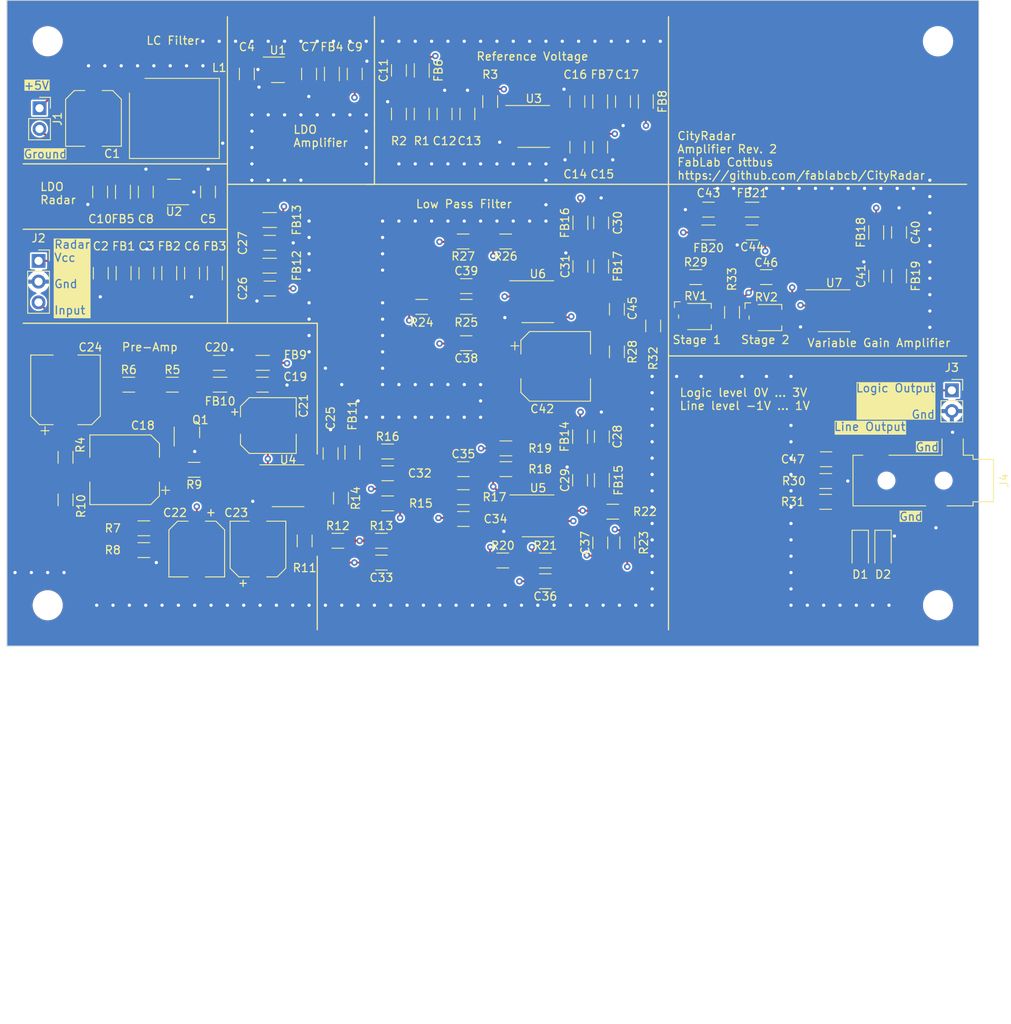
<source format=kicad_pcb>
(kicad_pcb (version 20221018) (generator pcbnew)
  (layers (0 "F.Cu" signal) (1 "In1.Cu" signal) (2 "In2.Cu" signal) (31 "B.Cu" signal) (34 "B.Paste" user) (35 "F.Paste" user) (36 "B.SilkS" user "B.Silkscreen") (37 "F.SilkS" user "F.Silkscreen") (38 "B.Mask" user) (39 "F.Mask" user) (44 "Edge.Cuts" user))
  (net 0 "")
  (net 1 "Net-(J1-Pin_1)")
  (net 2 "Net-(J1-Pin_2)")
  (net 3 "Net-(J2-Pin_1)")
  (net 4 "GND")
  (net 5 "Net-(C3-Pad1)")
  (net 6 "Net-(U1-EN)")
  (net 7 "Net-(C6-Pad1)")
  (net 8 "Net-(U1-OUT)")
  (net 9 "Net-(U2-OUT)")
  (net 10 "+3.3VA")
  (net 11 "+3.3V")
  (net 12 "Net-(C11-Pad1)")
  (net 13 "Net-(U3-IN+)")
  (net 14 "/Vref")
  (net 15 "Net-(U3-Vs+)")
  (net 16 "Net-(C17-Pad1)")
  (net 17 "Net-(Q1-B)")
  (net 18 "Net-(C18-Pad2)")
  (net 19 "Net-(C19-Pad1)")
  (net 20 "Net-(C20-Pad1)")
  (net 21 "Net-(C21-Pad1)")
  (net 22 "Net-(U4A--)")
  (net 23 "Net-(C22-Pad2)")
  (net 24 "/Low-Pass Filter (40dB)/input_lpf")
  (net 25 "Net-(C24-Pad1)")
  (net 26 "/Radar_I")
  (net 27 "Net-(U4C-V+)")
  (net 28 "/Low-Pass Filter (40dB)/Vref_LPF")
  (net 29 "Net-(C27-Pad1)")
  (net 30 "Net-(C28-Pad1)")
  (net 31 "Net-(U5C-V+)")
  (net 32 "Net-(C30-Pad1)")
  (net 33 "Net-(U6C-V+)")
  (net 34 "Net-(C32-Pad1)")
  (net 35 "Net-(C32-Pad2)")
  (net 36 "Net-(U4B-+)")
  (net 37 "Net-(U5A-+)")
  (net 38 "Net-(C35-Pad1)")
  (net 39 "Net-(C35-Pad2)")
  (net 40 "Net-(U5B-+)")
  (net 41 "Net-(C37-Pad1)")
  (net 42 "Net-(C37-Pad2)")
  (net 43 "Net-(U6A-+)")
  (net 44 "Net-(C39-Pad1)")
  (net 45 "/Low-Pass Filter (40dB)/output_lpf")
  (net 46 "Net-(C40-Pad1)")
  (net 47 "Net-(U7C-V+)")
  (net 48 "Net-(C42-Pad2)")
  (net 49 "Net-(C43-Pad1)")
  (net 50 "Net-(U6B-+)")
  (net 51 "Net-(U6B--)")
  (net 52 "Net-(C45-Pad2)")
  (net 53 "Net-(U7A--)")
  (net 54 "Net-(U7B-+)")
  (net 55 "/Output Connectors/input_output")
  (net 56 "Net-(C47-Pad2)")
  (net 57 "Net-(D1-K)")
  (net 58 "Net-(D1-A)")
  (net 59 "Net-(Q1-C)")
  (net 60 "Net-(U3-IN-)")
  (net 61 "Net-(R7-Pad1)")
  (net 62 "Net-(U4B--)")
  (net 63 "Net-(U5A--)")
  (net 64 "Net-(U5B--)")
  (net 65 "Net-(U6A--)")
  (net 66 "Net-(R32-Pad2)")
  (net 67 "Net-(R33-Pad2)")
  (footprint "Inductor_SMD:L_1206_3216Metric_Pad1.22x1.90mm_HandSolder" (layer "F.Cu") (at 150.179 113.3725 90)
    (fp_text reference "FB14")
    (fp_text value "1k@100MHz")
  )
  (footprint "Capacitor_SMD:C_1206_3216Metric_Pad1.33x1.80mm_HandSolder" (layer "F.Cu") (at 152.846 113.3725 90)
    (fp_text reference "C28")
    (fp_text value "1u")
  )
  (footprint "Capacitor_SMD:C_1206_3216Metric_Pad1.33x1.80mm_HandSolder" (layer "F.Cu") (at 154.686 97.79 90)
    (fp_text reference "C45")
    (fp_text value "4p7")
  )
  (footprint "Resistor_SMD:R_1206_3216Metric_Pad1.30x1.75mm_HandSolder" (layer "F.Cu") (at 135.864 89.496 180)
    (fp_text reference "R27")
    (fp_text value "2k74")
  )
  (footprint "Connector_PinSocket_2.54mm:PinSocket_1x03_P2.54mm_Vertical" (layer "F.Cu") (at 83.881 91.866)
    (fp_text reference "J2")
    (fp_text value "Conn_Radar")
  )
  (footprint "Potentiometer_SMD:Potentiometer_Bourns_TC33X_Vertical" (layer "F.Cu") (at 164.338 98.679)
    (fp_text reference "RV1")
    (fp_text value "10k")
  )
  (footprint "radaramp_footprints:Bourns_SRF1006" (layer "F.Cu") (at 100.51 74.4375)
    (fp_text reference "L1")
    (fp_text value "Choke_1m")
  )
  (footprint "Capacitor_SMD:C_1206_3216Metric_Pad1.33x1.80mm_HandSolder" (layer "F.Cu") (at 171.2345 88.392 180)
    (fp_text reference "C44")
    (fp_text value "100n")
  )
  (footprint "Resistor_SMD:R_1206_3216Metric_Pad1.30x1.75mm_HandSolder" (layer "F.Cu") (at 126.619 121.539)
    (fp_text reference "R15")
    (fp_text value "976")
  )
  (footprint "Inductor_SMD:L_1206_3216Metric_Pad1.22x1.90mm_HandSolder" (layer "F.Cu") (at 122.301 115.316 90)
    (fp_text reference "FB11")
    (fp_text value "1k@100MHz")
  )
  (footprint "MountingHole:MountingHole_3.2mm_M3" (layer "F.Cu") (at 85 134)
    (fp_text reference "H2" hide)
    (fp_text value "MountingHole")
  )
  (footprint "Package_SO:SOIC-8_3.9x4.9mm_P1.27mm" (layer "F.Cu") (at 145.008 96.862)
    (fp_text reference "U6")
    (fp_text value "AD8656")
  )
  (footprint "Capacitor_SMD:C_1206_3216Metric_Pad1.33x1.80mm_HandSolder" (layer "F.Cu") (at 150.215 92.544 90)
    (fp_text reference "C31")
    (fp_text value "100n")
  )
  (footprint "MountingHole:MountingHole_3.2mm_M3" (layer "F.Cu") (at 194 134)
    (fp_text reference "H4" hide)
    (fp_text value "MountingHole")
  )
  (footprint "Capacitor_SMD:C_1206_3216Metric_Pad1.33x1.80mm_HandSolder" (layer "F.Cu") (at 97.01 83.4375 90)
    (fp_text reference "C8")
    (fp_text value "10µ")
  )
  (footprint "MountingHole:MountingHole_3.2mm_M3" (layer "F.Cu") (at 194 65)
    (fp_text reference "H3" hide)
    (fp_text value "MountingHole")
  )
  (footprint "Capacitor_SMD:C_1206_3216Metric_Pad1.33x1.80mm_HandSolder" (layer "F.Cu") (at 111.313 107.0125)
    (fp_text reference "C19")
    (fp_text value "10µ")
  )
  (footprint "Capacitor_SMD:CP_Elec_8x10" (layer "F.Cu") (at 87.183 107.6475 90)
    (fp_text reference "C24")
    (fp_text value "470µ")
  )
  (footprint "Diode_SMD:D_SOD-123" (layer "F.Cu") (at 184.476 127.187 -90)
    (fp_text reference "D1")
    (fp_text value "1V8")
  )
  (footprint "Resistor_SMD:R_1206_3216Metric_Pad1.30x1.75mm_HandSolder" (layer "F.Cu") (at 126.619 115.189)
    (fp_text reference "R16")
    (fp_text value "365")
  )
  (footprint "Inductor_SMD:L_1206_3216Metric_Pad1.22x1.90mm_HandSolder" (layer "F.Cu") (at 152.846 118.7065 90)
    (fp_text reference "FB15")
    (fp_text value "1k@100MHz")
  )
  (footprint "Connector_PinSocket_2.54mm:PinSocket_1x02_P2.54mm_Vertical" (layer "F.Cu") (at 84 73.1875)
    (fp_text reference "J1")
    (fp_text value "Conn_Supply")
  )
  (footprint "Inductor_SMD:L_1206_3216Metric_Pad1.22x1.90mm_HandSolder" (layer "F.Cu") (at 171.2345 85.598 180)
    (fp_text reference "FB21")
    (fp_text value "1k@100MHz")
  )
  (footprint "Capacitor_SMD:C_1206_3216Metric_Pad1.33x1.80mm_HandSolder" (layer "F.Cu") (at 135.89 123.444 180)
    (fp_text reference "C34")
    (fp_text value "16n")
  )
  (footprint "Resistor_SMD:R_1206_3216Metric_Pad1.30x1.75mm_HandSolder" (layer "F.Cu") (at 180.233 121.345)
    (fp_text reference "R31")
    (fp_text value "300")
  )
  (footprint "Capacitor_SMD:C_1206_3216Metric_Pad1.33x1.80mm_HandSolder" (layer "F.Cu") (at 112.1795 95.25 180)
    (fp_text reference "C26")
    (fp_text value "100n")
  )
  (footprint "Inductor_SMD:L_1206_3216Metric_Pad1.22x1.90mm_HandSolder" (layer "F.Cu") (at 99.882 93.375 90)
    (fp_text reference "FB2")
    (fp_text value "1k@100MHz")
  )
  (footprint "Capacitor_SMD:CP_Elec_8x10" (layer "F.Cu") (at 147.193 104.775)
    (fp_text reference "C42")
    (fp_text value "470µ")
  )
  (footprint "Resistor_SMD:R_1206_3216Metric_Pad1.30x1.75mm_HandSolder" (layer "F.Cu") (at 141.097 114.808 180)
    (fp_text reference "R19")
    (fp_text value "649")
  )
  (footprint "Package_SO:SOIC-8_3.9x4.9mm_P1.27mm" (layer "F.Cu") (at 144.51 75.4205)
    (fp_text reference "U3")
    (fp_text value "AD8031")
  )
  (footprint "Capacitor_SMD:C_1206_3216Metric_Pad1.33x1.80mm_HandSolder" (layer "F.Cu") (at 135.89 117.348)
    (fp_text reference "C35")
    (fp_text value "16n")
  )
  (footprint "Package_SO:SOIC-8_3.9x4.9mm_P1.27mm" (layer "F.Cu") (at 114.427 119.38)
    (fp_text reference "U4")
    (fp_text value "AD8656")
  )
  (footprint "Capacitor_SMD:C_1206_3216Metric_Pad1.33x1.80mm_HandSolder" (layer "F.Cu") (at 105.979 104.3455)
    (fp_text reference "C20")
    (fp_text value "100n")
  )
  (footprint "Resistor_SMD:R_1206_3216Metric_Pad1.30x1.75mm_HandSolder" (layer "F.Cu") (at 139.176 72.3725 90)
    (fp_text reference "R3")
    (fp_text value "4k99")
  )
  (footprint "Capacitor_SMD:C_1206_3216Metric_Pad1.33x1.80mm_HandSolder" (layer "F.Cu") (at 180.2975 116.138 180)
    (fp_text reference "C47")
    (fp_text value "47µ")
  )
  (footprint "Capacitor_SMD:C_1206_3216Metric_Pad1.33x1.80mm_HandSolder" (layer "F.Cu") (at 189.23 88.392 90)
    (fp_text reference "C40")
    (fp_text value "1u")
  )
  (footprint "Diode_SMD:D_SOD-123" (layer "F.Cu") (at 187.27 127.187 -90)
    (fp_text reference "D2")
    (fp_text value "1V8")
  )
  (footprint "Capacitor_SMD:C_1206_3216Metric_Pad1.33x1.80mm_HandSolder" (layer "F.Cu") (at 152.638 77.9605 -90)
    (fp_text reference "C15")
    (fp_text value "100n")
  )
  (footprint "Capacitor_SMD:C_1206_3216Metric_Pad1.33x1.80mm_HandSolder" (layer "F.Cu") (at 150.179 118.7065 90)
    (fp_text reference "C29")
    (fp_text value "100n")
  )
  (footprint "Capacitor_SMD:C_Elec_6.3x7.7" (layer "F.Cu") (at 90.604 74.4375 -90)
    (fp_text reference "C1")
    (fp_text value "100µ")
  )
  (footprint "Symbol:OSHW-Logo2_14.6x12mm_Copper" (layer "F.Cu") (at 168.9 68.2)
    (fp_text reference "SYM1" hide)
    (fp_text value "Logo_Open_Hardware_Small" hide)
  )
  (footprint "Resistor_SMD:R_1206_3216Metric_Pad1.30x1.75mm_HandSolder" (layer "F.Cu") (at 159.131 99.822 90)
    (fp_text reference "R32")
    (fp_text value "100")
  )
  (footprint "Inductor_SMD:L_1206_3216Metric_Pad1.22x1.90mm_HandSolder" (layer "F.Cu") (at 119.794 69 -90)
    (fp_text reference "FB4")
    (fp_text value "1k@100MHz")
  )
  (footprint "Inductor_SMD:L_1206_3216Metric_Pad1.22x1.90mm_HandSolder" (layer "F.Cu") (at 106.106 107.0125)
    (fp_text reference "FB10")
    (fp_text value "1k@100MHz")
  )
  (footprint "Resistor_SMD:R_1206_3216Metric_Pad1.30x1.75mm_HandSolder" (layer "F.Cu") (at 168.783 98.171 -90)
    (fp_text reference "R33")
    (fp_text value "100")
  )
  (footprint "Inductor_SMD:L_1206_3216Metric_Pad1.22x1.90mm_HandSolder" (layer "F.Cu") (at 150.215 87.21 90)
    (fp_text reference "FB16")
    (fp_text value "1k@100MHz")
  )
  (footprint "Capacitor_SMD:C_1206_3216Metric_Pad1.33x1.80mm_HandSolder" (layer "F.Cu") (at 149.844 77.9605 -90)
    (fp_text reference "C14")
    (fp_text value "10µ")
  )
  (footprint "Capacitor_SMD:C_1206_3216Metric_Pad1.33x1.80mm_HandSolder" (layer "F.Cu") (at 136.382 73.8965 90)
    (fp_text reference "C13")
    (fp_text value "100n")
  )
  (footprint "Capacitor_SMD:C_1206_3216Metric_Pad1.33x1.80mm_HandSolder" (layer "F.Cu") (at 125.857 128.778 180)
    (fp_text reference "C33")
    (fp_text value "16n")
  )
  (footprint "Resistor_SMD:R_1206_3216Metric_Pad1.30x1.75mm_HandSolder" (layer "F.Cu") (at 180.259 118.805 180)
    (fp_text reference "R30")
    (fp_text value "10k")
  )
  (footprint "Capacitor_SMD:C_1206_3216Metric_Pad1.33x1.80mm_HandSolder" (layer "F.Cu") (at 126.619 117.856 180)
    (fp_text reference "C32")
    (fp_text value "16n")
  )
  (footprint "Capacitor_SMD:C_1206_3216Metric_Pad1.33x1.80mm_HandSolder" (layer "F.Cu") (at 104.63 83.4375 90)
    (fp_text reference "C5")
    (fp_text value "10µ")
  )
  (footprint "Inductor_SMD:L_1206_3216Metric_Pad1.22x1.90mm_HandSolder" (layer "F.Cu") (at 112.1795 92.456 180)
    (fp_text reference "FB12")
    (fp_text value "1k@100MHz")
  )
  (footprint "Resistor_SMD:R_1206_3216Metric_Pad1.30x1.75mm_HandSolder" (layer "F.Cu") (at 96.774 124.587)
    (fp_text reference "R7")
    (fp_text value "820")
  )
  (footprint "Inductor_SMD:L_1206_3216Metric_Pad1.22x1.90mm_HandSolder" (layer "F.Cu") (at 189.23 93.726 90)
    (fp_text reference "FB19")
    (fp_text value "1k@100MHz")
  )
  (footprint "Capacitor_SMD:C_1206_3216Metric_Pad1.33x1.80mm_HandSolder" (layer "F.Cu") (at 155.432 72.3725 -90)
    (fp_text reference "C17")
    (fp_text value "1µ")
  )
  (footprint "Connector_PinSocket_2.54mm:PinSocket_1x02_P2.54mm_Vertical" (layer "F.Cu") (at 195.691 107.705)
    (fp_text reference "J3")
    (fp_text value "Conn_Output_I")
  )
  (footprint "Capacitor_SMD:C_1206_3216Metric_Pad1.33x1.80mm_HandSolder" (layer "F.Cu") (at 91.422 83.4375 -90)
    (fp_text reference "C10")
    (fp_text value "1µ")
  )
  (footprint "Resistor_SMD:R_1206_3216Metric_Pad1.30x1.75mm_HandSolder" (layer "F.Cu") (at 141.097 117.348)
    (fp_text reference "R18")
    (fp_text value "2k49")
  )
  (footprint "Package_SO:SOIC-8_3.9x4.9mm_P1.27mm" (layer "F.Cu") (at 145.034 123.063)
    (fp_text reference "U5")
    (fp_text value "AD8656")
  )
  (footprint "MountingHole:MountingHole_3.2mm_M3" (layer "F.Cu") (at 85 65)
    (fp_text reference "H1" hide)
    (fp_text value "MountingHole")
  )
  (footprint "Capacitor_SMD:C_1206_3216Metric_Pad1.33x1.80mm_HandSolder" (layer "F.Cu") (at 149.844 72.3725 90)
    (fp_text reference "C16")
    (fp_text value "100n")
  )
  (footprint "Resistor_SMD:R_1206_3216Metric_Pad1.30x1.75mm_HandSolder" (layer "F.Cu") (at 116.459 126.137 90)
    (fp_text reference "R11")
    (fp_text value "1k")
  )
  (footprint "Capacitor_SMD:C_1206_3216Metric_Pad1.33x1.80mm_HandSolder" (layer "F.Cu") (at 91.5 93.375 -90)
    (fp_text reference "C2")
    (fp_text value "1n")
  )
  (footprint "Capacitor_SMD:C_1206_3216Metric_Pad1.33x1.80mm_HandSolder" (layer "F.Cu") (at 152.654 126.365 90)
    (fp_text reference "C37")
    (fp_text value "16n")
  )
  (footprint "Resistor_SMD:R_1206_3216Metric_Pad1.30x1.75mm_HandSolder" (layer "F.Cu") (at 141.071 89.496 180)
    (fp_text reference "R26")
    (fp_text value "357")
  )
  (footprint "Resistor_SMD:R_1206_3216Metric_Pad1.30x1.75mm_HandSolder" (layer "F.Cu") (at 94.93 107.0125)
    (fp_text reference "R6")
    (fp_text value "2k2")
  )
  (footprint "Capacitor_SMD:C_1206_3216Metric_Pad1.33x1.80mm_HandSolder" (layer "F.Cu") (at 97.088 93.375 90)
    (fp_text reference "C3")
    (fp_text value "100n")
  )
  (footprint "Capacitor_SMD:CP_Elec_8x10" (layer "F.Cu") (at 94.422 117.4265 180)
    (fp_text reference "C18")
    (fp_text value "470µ")
  )
  (footprint "Resistor_SMD:R_1206_3216Metric_Pad1.30x1.75mm_HandSolder" (layer "F.Cu") (at 135.89 120.777)
    (fp_text reference "R17")
    (fp_text value "2k67")
  )
  (footprint "Resistor_SMD:R_1206_3216Metric_Pad1.30x1.75mm_HandSolder" (layer "F.Cu") (at 87.183 121.1095 90)
    (fp_text reference "R10")
    (fp_text value "1k")
  )
  (footprint "Inductor_SMD:L_1206_3216Metric_Pad1.22x1.90mm_HandSolder" (layer "F.Cu") (at 152.755 92.544 90)
    (fp_text reference "FB17")
    (fp_text value "1k@100MHz")
  )
  (footprint "Capacitor_SMD:C_1206_3216Metric_Pad1.33x1.80mm_HandSolder" (layer "F.Cu") (at 172.974 93.853)
    (fp_text reference "C46")
    (fp_text value "4p7")
  )
  (footprint "Package_SO:SOIC-8_3.9x4.9mm_P1.27mm" (layer "F.Cu") (at 181.285 97.9665)
    (fp_text reference "U7")
    (fp_text value "AD8656")
  )
  (footprint "Resistor_SMD:R_1206_3216Metric_Pad1.30x1.75mm_HandSolder" (layer "F.Cu") (at 96.774 127.254 180)
    (fp_text reference "R8")
    (fp_text value "470")
  )
  (footprint "Capacitor_SMD:C_1206_3216Metric_Pad1.33x1.80mm_HandSolder" (layer "F.Cu") (at 145.923 131.064 180)
    (fp_text reference "C36")
    (fp_text value "16n")
  )
  (footprint "Capacitor_SMD:C_1206_3216Metric_Pad1.33x1.80mm_HandSolder" (layer "F.Cu") (at 186.436 93.726 90)
    (fp_text reference "C41")
    (fp_text value "100n")
  )
  (footprint "Capacitor_SMD:C_1206_3216Metric_Pad1.33x1.80mm_HandSolder" (layer "F.Cu") (at 133.588 73.8965 90)
    (fp_text reference "C12")
    (fp_text value "10µ")
  )
  (footprint "Inductor_SMD:L_1206_3216Metric_Pad1.22x1.90mm_HandSolder" (layer "F.Cu") (at 112.1795 86.868)
    (fp_text reference "FB13")
    (fp_text value "1k@100MHz")
  )
  (footprint "Resistor_SMD:R_1206_3216Metric_Pad1.30x1.75mm_HandSolder" (layer "F.Cu") (at 164.338 93.853)
    (fp_text reference "R29")
    (fp_text value "100")
  )
  (footprint "Resistor_SMD:R_1206_3216Metric_Pad1.30x1.75mm_HandSolder" (layer "F.Cu") (at 130.784 97.497)
    (fp_text reference "R24")
    (fp_text value "2k15")
  )
  (footprint "Resistor_SMD:R_1206_3216Metric_Pad1.30x1.75mm_HandSolder" (layer "F.Cu") (at 120.904 120.904 -90)
    (fp_text reference "R14")
    (fp_text value "2k15")
  )
  (footprint "Resistor_SMD:R_1206_3216Metric_Pad1.30x1.75mm_HandSolder" (layer "F.Cu") (at 140.716 128.524)
    (fp_text reference "R20")
    (fp_text value "316")
  )
  (footprint "Inductor_SMD:L_1206_3216Metric_Pad1.22x1.90mm_HandSolder" (layer "F.Cu") (at 130.794 68.5625 90)
    (fp_text reference "FB6")
    (fp_text value "1k@100MHz")
  )
  (footprint "Capacitor_SMD:C_1206_3216Metric_Pad1.33x1.80mm_HandSolder" (layer "F.Cu") (at 136.245 94.957)
    (fp_text reference "C39")
    (fp_text value "16n")
  )
  (footprint "Inductor_SMD:L_1206_3216Metric_Pad1.22x1.90mm_HandSolder" (layer "F.Cu") (at 94.294 93.375 -90)
    (fp_text reference "FB1")
    (fp_text value "1k@100MHz")
  )
  (footprint "Inductor_SMD:L_1206_3216Metric_Pad1.22x1.90mm_HandSolder" (layer "F.Cu") (at 186.436 88.392 90)
    (fp_text reference "FB18")
    (fp_text value "1k@100MHz")
  )
  (footprint "Capacitor_SMD:C_1206_3216Metric_Pad1.33x1.80mm_HandSolder" (layer "F.Cu") (at 117 69 -90)
    (fp_text reference "C7")
    (fp_text value "10µ")
  )
  (footprint "Inductor_SMD:L_1206_3216Metric_Pad1.22x1.90mm_HandSolder" (layer "F.Cu") (at 158.226 72.3725 90)
    (fp_text reference "FB8")
    (fp_text value "1k@100MHz")
  )
  (footprint "Capacitor_SMD:C_1206_3216Metric_Pad1.33x1.80mm_HandSolder" (layer "F.Cu") (at 152.755 87.21 90)
    (fp_text reference "C30")
    (fp_text value "1u")
  )
  (footprint "Inductor_SMD:L_1206_3216Metric_Pad1.22x1.90mm_HandSolder" (layer "F.Cu") (at 94.216 83.4375 90)
    (fp_text reference "FB5")
    (fp_text value "1k@100MHz")
  )
  (footprint "Resistor_SMD:R_1206_3216Metric_Pad1.30x1.75mm_HandSolder" (layer "F.Cu") (at 154.686 102.997 90)
    (fp_text reference "R28")
    (fp_text value "100")
  )
  (footprint "Resistor_SMD:R_1206_3216Metric_Pad1.30x1.75mm_HandSolder" (layer "F.Cu") (at 87.183 115.9025 -90)
    (fp_text reference "R4")
    (fp_text value "10")
  )
  (footprint "Connector_Audio:Jack_3.5mm_CUI_SJ-3523-SMT_Horizontal" (layer "F.Cu") (at 192.191 118.745 -90)
    (fp_text reference "J4")
    (fp_text value "Jack_Output")
  )
  (footprint "Potentiometer_SMD:Potentiometer_Bourns_TC33X_Vertical" (layer "F.Cu") (at 172.974 98.806)
    (fp_text reference "RV2")
    (fp_text value "10k")
  )
  (footprint "Capacitor_SMD:C_1206_3216Metric_Pad1.33x1.80mm_HandSolder" (layer "F.Cu") (at 119.634 115.443 90)
    (fp_text reference "C25")
    (fp_text value "100n")
  )
  (footprint "Capacitor_SMD:C_1206_3216Metric_Pad1.33x1.80mm_HandSolder" (layer "F.Cu") (at 112.1795 89.662)
    (fp_text reference "C27")
    (fp_text value "1u")
  )
  (footprint "Package_TO_SOT_SMD:SOT-23" (layer "F.Cu") (at 102.042 112.8545 90)
    (fp_text reference "Q1")
    (fp_text value "BC847")
  )
  (footprint "Capacitor_SMD:C_Elec_6.3x7.7" (layer "F.Cu") (at 103.251 127.127 -90)
    (fp_text reference "C22")
    (fp_text value "220µ")
  )
  (footprint "Capacitor_SMD:C_1206_3216Metric_Pad1.33x1.80mm_HandSolder" (layer "F.Cu") (at 136.245 101.942 180)
    (fp_text reference "C38")
    (fp_text value "16n")
  )
  (footprint "Inductor_SMD:L_1206_3216Metric_Pad1.22x1.90mm_HandSolder" (layer "F.Cu") (at 165.9005 88.392 180)
    (fp_text reference "FB20")
    (fp_text value "1k@100MHz")
  )
  (footprint "Capacitor_SMD:C_1206_3216Metric_Pad1.33x1.80mm_HandSolder" (layer "F.Cu") (at 122.588 69 90)
    (fp_text reference "C9")
    (fp_text value "1µ")
  )
  (footprint "Package_TO_SOT_SMD:SOT-23-5" (layer "F.Cu") (at 100.4625 83.439 180)
    (fp_text reference "U2")
    (fp_text value "TPS7A2033PDBVR")
  )
  (footprint "Resistor_SMD:R_1206_3216Metric_Pad1.30x1.75mm_HandSolder" (layer "F.Cu") (at 102.931 117.4265 180)
    (fp_text reference "R9")
    (fp_text value "1k")
  )
  (footprint "Resistor_SMD:R_1206_3216Metric_Pad1.30x1.75mm_HandSolder" (layer "F.Cu") (at 125.857 126.111)
    (fp_text reference "R13")
    (fp_text value "1k78")
  )
  (footprint "Resistor_SMD:R_1206_3216Metric_Pad1.30x1.75mm_HandSolder" (layer "F.Cu") (at 128 73.8965 90)
    (fp_text reference "R2")
    (fp_text value "1k")
  )
  (footprint "Package_TO_SOT_SMD:SOT-23-5" (layer "F.Cu") (at 113.19 68.492)
    (fp_text reference "U1")
    (fp_text value "TPS7A2033PDBVR")
  )
  (footprint "Resistor_SMD:R_1206_3216Metric_Pad1.30x1.75mm_HandSolder" (layer "F.Cu") (at 120.523 126.111)
    (fp_text reference "R12")
    (fp_text value "549")
  )
  (footprint "Inductor_SMD:L_1206_3216Metric_Pad1.22x1.90mm_HandSolder" (layer "F.Cu") (at 152.638 72.3725 90)
    (fp_text reference "FB7")
    (fp_text value "1k@100MHz")
  )
  (footprint "Resistor_SMD:R_1206_3216Metric_Pad1.30x1.75mm_HandSolder" (layer "F.Cu") (at 100.264 107.0125)
    (fp_text reference "R5")
    (fp_text value "2k2")
  )
  (footprint "Resistor_SMD:R_1206_3216Metric_Pad1.30x1.75mm_HandSolder" (layer "F.Cu") (at 145.923 128.524)
    (fp_text reference "R21")
    (fp_text value "3k09")
  )
  (footprint "Resistor_SMD:R_1206_3216Metric_Pad1.30x1.75mm_HandSolder" (layer "F.Cu") (at 136.245 97.497)
    (fp_text reference "R25")
    (fp_text value "4k53")
  )
  (footprint "Capacitor_SMD:C_Elec_6.3x7.7" (layer "F.Cu") (at 110.744 127.127 90)
    (fp_text reference "C23")
    (fp_text value "220µ")
  )
  (footprint "Inductor_SMD:L_1206_3216Metric_Pad1.22x1.90mm_HandSolder" (layer "F.Cu") (at 111.313 104.3455)
    (fp_text reference "FB9")
    (fp_text value "1k@100MHz")
  )
  (footprint "Capacitor_SMD:C_1206_3216Metric_Pad1.33x1.80mm_HandSolder" (layer "F.Cu") (at 128 68.5625 90)
    (fp_text reference "C11")
    (fp_text value "1µ")
  )
  (footprint "Resistor_SMD:R_1206_3216Metric_Pad1.30x1.75mm_HandSolder" (layer "F.Cu") (at 155.956 126.365 -90)
    (fp_text reference "R23")
    (fp_text value "549")
  )
  (footprint "Resistor_SMD:R_1206_3216Metric_Pad1.30x1.75mm_HandSolder" (layer "F.Cu") (at 130.794 73.8965 -90)
    (fp_text reference "R1")
    (fp_text value "1k")
  )
  (footprint "Capacitor_SMD:C_1206_3216Metric_Pad1.33x1.80mm_HandSolder" (layer "F.Cu") (at 102.676 93.375 -90)
    (fp_text reference "C6")
    (fp_text value "10µ")
  )
  (footprint "Capacitor_SMD:C_1206_3216Metric_Pad1.33x1.80mm_HandSolder" (layer "F.Cu") (at 165.9005 85.598 180)
    (fp_text reference "C43")
    (fp_text value "1u")
  )
  (footprint "Capacitor_SMD:C_1206_3216Metric_Pad1.33x1.80mm_HandSolder" (layer "F.Cu") (at 109.38 69 -90)
    (fp_text reference "C4")
    (fp_text value "10µ")
  )
  (footprint "Inductor_SMD:L_1206_3216Metric_Pad1.22x1.90mm_HandSolder" (layer "F.Cu") (at 105.47 93.375 -90)
    (fp_text reference "FB3")
    (fp_text value "1k@100MHz")
  )
  (footprint "Resistor_SMD:R_1206_3216Metric_Pad1.30x1.75mm_HandSolder" (layer "F.Cu") (at 154.178 122.555)
    (fp_text reference "R22")
    (fp_text value "2k55")
  )
  (footprint "Capacitor_SMD:C_Elec_6.3x7.7" (layer "F.Cu") (at 112.014 112.014)
    (fp_text reference "C21")
    (fp_text value "220µ")
  )
  (gr_poly (pts (xy 185.021569 68.179563) (xy 182.473421 70.727712) (xy 182.26014 70.514431) (xy 184.808289 67.966283)) (fill solid) (layer "F.Cu"))
  (gr_poly (pts (xy 190.884927 77.904433) (xy 190.694096 78.095263) (xy 190.394755 77.795922) (xy 190.585586 77.605092)) (fill solid) (layer "F.Cu"))
  (gr_poly (pts (xy 183.996324 60.815755) (xy 183.932713 60.915848) (xy 183.860566 61.030439) (xy 183.768075 61.178707) (xy 183.733054 61.236178) (xy 183.695578 61.296105) (xy 183.655997 61.358137) (xy 183.614663 61.421922) (xy 183.564521 61.503182) (xy 183.518019 61.580889) (xy 183.436461 61.722667) (xy 183.371038 61.841293) (xy 183.322804 61.930803) (xy 183.296612 61.984123) (xy 183.292037 61.993068) (xy 183.288076 62.00026) (xy 183.284641 62.005697) (xy 183.283093 62.007759) (xy 183.281644 62.009381) (xy 183.236743 61.986931) (xy 183.236575 61.986777) (xy 183.236373 61.986609) (xy 183.2361 61.986404) (xy 183.235761 61.986176) (xy 183.235361 61.985944) (xy 183.234908 61.985722) (xy 183.234661 61.98562) (xy 183.234405 61.985527) (xy 183.234136 61.985445) (xy 183.233857 61.985376) (xy 183.233569 61.985322) (xy 183.233271 61.985286) (xy 183.232966 61.985268) (xy 183.232653 61.985272) (xy 183.232334 61.985299) (xy 183.232008 61.985352) (xy 183.231676 61.985432) (xy 183.231339 61.985541) (xy 183.230999 61.985681) (xy 183.230655 61.985856) (xy 183.230309 61.986066) (xy 183.22996 61.986313) (xy 183.22961 61.986601) (xy 183.22926 61.98693) (xy 183.266676 61.919579) (xy 183.390156 61.696943) (xy 183.432207 61.623087) (xy 183.478204 61.543881) (xy 183.527884 61.46029) (xy 183.580985 61.373279) (xy 183.616182 61.31575) (xy 183.649273 61.261027) (xy 183.68096 61.20911) (xy 183.711947 61.159999) (xy 183.806603 61.010738) (xy 183.87986 60.897607) (xy 183.943938 60.800789) (xy 183.951422 60.785821)) (fill solid) (layer "F.Cu"))
  (gr_poly (pts (xy 192.771493 78.158205) (xy 192.772225 78.157602) (xy 192.772975 78.157062) (xy 192.773741 78.156586) (xy 192.77452 78.156173) (xy 192.775312 78.155823) (xy 192.776112 78.155535) (xy 192.77692 78.155308) (xy 192.777734 78.15514) (xy 192.778551 78.155032) (xy 192.77937 78.154984) (xy 192.780187 78.154994) (xy 192.781002 78.15506) (xy 192.781812 78.155185) (xy 192.782615 78.155364) (xy 192.78341 78.1556) (xy 192.784194 78.15589) (xy 192.784964 78.156235) (xy 192.78572 78.156633) (xy 192.786458 78.157084) (xy 192.787177 78.157587) (xy 192.787875 78.15814) (xy 192.788549 78.158746) (xy 192.789199 78.1594) (xy 192.78982 78.160104) (xy 192.790413 78.160858) (xy 192.790973 78.161658) (xy 192.791501 78.162506) (xy 192.791992 78.163401) (xy 192.792446 78.164342) (xy 192.79286 78.165327) (xy 192.793233 78.166358) (xy 192.793231 78.278611) (xy 192.789491 78.776267) (xy 192.740847 78.82491) (xy 192.740135 78.825579) (xy 192.739403 78.826183) (xy 192.738653 78.826723) (xy 192.737887 78.827198) (xy 192.737107 78.827611) (xy 192.736316 78.827961) (xy 192.735516 78.828249) (xy 192.734708 78.828477) (xy 192.733894 78.828644) (xy 192.733077 78.828752) (xy 192.732259 78.828801) (xy 192.731441 78.828791) (xy 192.730626 78.828724) (xy 192.729816 78.8286) (xy 192.729012 78.82842) (xy 192.728218 78.828184) (xy 192.727434 78.827893) (xy 192.726664 78.827549) (xy 192.725908 78.827151) (xy 192.725171 78.826701) (xy 192.724452 78.826198) (xy 192.723753 78.825643) (xy 192.723079 78.825039) (xy 192.72243 78.824384) (xy 192.721808 78.82368) (xy 192.721216 78.822927) (xy 192.720655 78.822126) (xy 192.720128 78.821278) (xy 192.719637 78.820383) (xy 192.719183 78.819443) (xy 192.718769 78.818457) (xy 192.718396 78.817427) (xy 192.718396 78.712658) (xy 192.718396 78.21126) (xy 192.770781 78.158874)) (fill solid) (layer "F.Cu"))
  (gr_poly (pts (xy 192.426718 75.855415) (xy 192.458087 75.828955) (xy 192.490652 75.80448) (xy 192.524351 75.781971) (xy 192.559124 75.761414) (xy 192.59491 75.742792) (xy 192.631652 75.726088) (xy 192.669286 75.711286) (xy 192.707753 75.69837) (xy 192.746993 75.687323) (xy 192.786946 75.678129) (xy 192.827551 75.67077) (xy 192.868749 75.665232) (xy 192.910477 75.661496) (xy 192.952677 75.659548) (xy 192.995288 75.65937) (xy 193.052486 75.66169) (xy 193.110318 75.667234) (xy 193.168634 75.675978) (xy 193.227278 75.687901) (xy 193.286098 75.702981) (xy 193.344939 75.721197) (xy 193.40365 75.742526) (xy 193.462074 75.766946) (xy 193.520061 75.794435) (xy 193.577456 75.824972) (xy 193.634105 75.858536) (xy 193.689855 75.895102) (xy 193.744553 75.934649) (xy 193.798045 75.977158) (xy 193.850178 76.022604) (xy 193.900798 76.070965) (xy 193.941957 76.112125) (xy 193.96888 76.139746) (xy 193.994927 76.167872) (xy 194.020096 76.196479) (xy 194.044388 76.225547) (xy 194.067804 76.255054) (xy 194.090342 76.284977) (xy 194.112004 76.315295) (xy 194.132788 76.345985) (xy 194.152695 76.377027) (xy 194.171726 76.408397) (xy 194.189879 76.440074) (xy 194.207156 76.472036) (xy 194.223555 76.504261) (xy 194.239077 76.536728) (xy 194.253723 76.569413) (xy 194.267492 76.602296) (xy 194.282224 76.640182) (xy 194.295555 76.678068) (xy 194.307481 76.715954) (xy 194.318005 76.753838) (xy 194.327126 76.791724) (xy 194.334843 76.82961) (xy 194.341158 76.867495) (xy 194.34607 76.90538) (xy 194.353552 76.965248) (xy 194.356006 77.012067) (xy 194.356337 77.058463) (xy 194.354531 77.104367) (xy 194.35057 77.149706) (xy 194.34444 77.194409) (xy 194.336122 77.238405) (xy 194.325601 77.281623) (xy 194.31286 77.323991) (xy 194.297883 77.365438) (xy 194.280653 77.405893) (xy 194.261154 77.445284) (xy 194.239369 77.483541) (xy 194.215282 77.520594) (xy 194.188877 77.556367) (xy 194.160136 77.590794) (xy 194.129045 77.6238) (xy 194.107607 77.644364) (xy 194.085402 77.663962) (xy 194.038789 77.700243) (xy 193.989392 77.732622) (xy 193.937396 77.761077) (xy 193.882989 77.785585) (xy 193.826356 77.806124) (xy 193.767684 77.822673) (xy 193.70716 77.83521) (xy 193.64497 77.843713) (xy 193.5813 77.84816) (xy 193.516336 77.84853) (xy 193.450264 77.844799) (xy 193.383272 77.836946) (xy 193.315546 77.82495) (xy 193.247272 77.808788) (xy 193.178636 77.788437) (xy 192.658528 77.620058) (xy 192.647127 77.548437) (xy 192.641098 77.51357) (xy 192.634675 77.479273) (xy 192.627724 77.445502) (xy 192.620117 77.412213) (xy 192.611719 77.379364) (xy 192.602401 77.346909) (xy 192.999029 77.474128) (xy 193.053841 77.490396) (xy 193.111283 77.505349) (xy 193.17083 77.518723) (xy 193.231955 77.530255) (xy 193.262945 77.535248) (xy 193.294133 77.539683) (xy 193.325451 77.543525) (xy 193.356836 77.546743) (xy 193.388221 77.549302) (xy 193.41954 77.551171) (xy 193.450728 77.552317) (xy 193.481718 77.552706) (xy 193.512443 77.552307) (xy 193.542822 77.551091) (xy 193.572773 77.549031) (xy 193.602216 77.5461) (xy 193.631065 77.542269) (xy 193.659241 77.537513) (xy 193.68666 77.531802) (xy 193.713241 77.525111) (xy 193.7389 77.51741) (xy 193.763557 77.508675) (xy 193.787128 77.498875) (xy 193.809533 77.487985) (xy 193.830687 77.475977) (xy 193.85051 77.462823) (xy 193.868918 77.448496) (xy 193.88583 77.432969) (xy 193.900255 77.418019) (xy 193.914061 77.402648) (xy 193.927242 77.38687) (xy 193.939793 77.370703) (xy 193.951708 77.354164) (xy 193.962982 77.337269) (xy 193.973609 77.320033) (xy 193.983583 77.302474) (xy 193.992901 77.284609) (xy 194.001554 77.266453) (xy 194.009539 77.248022) (xy 194.01685 77.229334) (xy 194.02348 77.210405) (xy 194.029427 77.191251) (xy 194.034682 77.171889) (xy 194.039241 77.152335) (xy 194.044421 77.132606) (xy 194.048749 77.112718) (xy 194.052257 77.092687) (xy 194.05497 77.072531) (xy 194.056915 77.052265) (xy 194.058119 77.031905) (xy 194.058612 77.011469) (xy 194.05842 76.990973) (xy 194.057569 76.970432) (xy 194.056088 76.949865) (xy 194.054004 76.929286) (xy 194.051346 76.908712) (xy 194.048139 76.888161) (xy 194.04441 76.867649) (xy 194.040188 76.84719) (xy 194.035501 76.826803) (xy 194.026382 76.793048) (xy 194.015872 76.759173) (xy 194.00398 76.725232) (xy 193.990717 76.691281) (xy 193.976095 76.657373) (xy 193.960125 76.623563) (xy 193.942818 76.589908) (xy 193.924183 76.556461) (xy 193.904234 76.523276) (xy 193.88298 76.490409) (xy 193.860432 76.457916) (xy 193.836603 76.42585) (xy 193.811501 76.394265) (xy 193.785138 76.363218) (xy 193.757526 76.332764) (xy 193.728675 76.302955) (xy 193.694999 76.269279) (xy 193.660863 76.23647) (xy 193.625858 76.205403) (xy 193.553528 76.148534) (xy 193.478588 76.098746) (xy 193.40162 76.056115) (xy 193.323206 76.020719) (xy 193.243926 75.992636) (xy 193.16436 75.971942) (xy 193.08509 75.958712) (xy 193.045748 75.954921) (xy 193.006698 75.953025) (xy 192.968012 75.953033) (xy 192.929763 75.954955) (xy 192.892024 75.958803) (xy 192.854867 75.964583) (xy 192.818366 75.972306) (xy 192.782591 75.981981) (xy 192.747617 75.993619) (xy 192.713517 76.007229) (xy 192.680361 76.02282) (xy 192.648224 76.040402) (xy 192.617177 76.059986) (xy 192.587294 76.081578) (xy 192.558646 76.105192) (xy 192.531308 76.130834) (xy 192.291836 76.370306) (xy 192.101005 76.179475) (xy 192.396604 75.883876)) (fill solid) (layer "F.Cu"))
  (gr_poly (pts (xy 175.904783 71.785465) (xy 175.937157 71.8016) (xy 175.970013 71.816331) (xy 176.003305 71.829657) (xy 176.036988 71.841577) (xy 176.071018 71.852091) (xy 176.105352 71.861196) (xy 176.139944 71.868894) (xy 176.17475 71.875184) (xy 176.209725 71.880064) (xy 176.244825 71.883534) (xy 176.280005 71.885593) (xy 176.315221 71.886241) (xy 176.350427 71.885477) (xy 176.385581 71.883301) (xy 176.420636 71.87971) (xy 176.455549 71.874707) (xy 176.490274 71.868287) (xy 176.524768 71.860452) (xy 176.558987 71.851202) (xy 176.592884 71.840534) (xy 176.626416 71.828449) (xy 176.659539 71.814946) (xy 176.692207 71.800023) (xy 176.724377 71.783681) (xy 176.756003 71.765918) (xy 176.78704 71.746735) (xy 176.817447 71.72613) (xy 176.847176 71.704103) (xy 176.876183 71.680652) (xy 176.904424 71.655778) (xy 176.931856 71.629479) (xy 176.976056 71.581899) (xy 177.016053 71.531923) (xy 177.051851 71.479788) (xy 177.083456 71.425729) (xy 177.110873 71.36998) (xy 177.134109 71.312781) (xy 177.153167 71.254364) (xy 177.168055 71.194966) (xy 177.178778 71.134823) (xy 177.185339 71.074169) (xy 177.187746 71.013242) (xy 177.186004 70.952277) (xy 177.180118 70.891509) (xy 177.170094 70.831173) (xy 177.155937 70.771507) (xy 177.137652 70.712745) (xy 177.178812 70.761388) (xy 178.488433 72.422735) (xy 178.467521 72.430143) (xy 178.446894 72.438331) (xy 178.426574 72.447285) (xy 178.406582 72.456996) (xy 178.38694 72.467452) (xy 178.367673 72.478642) (xy 178.3488 72.490556) (xy 178.330343 72.503183) (xy 178.312324 72.516512) (xy 178.294767 72.530531) (xy 178.277692 72.545229) (xy 178.261121 72.560596) (xy 178.245075 72.576621) (xy 178.229578 72.593293) (xy 178.214651 72.6106) (xy 178.200316 72.628532) (xy 178.175844 72.663501) (xy 178.154326 72.699561) (xy 178.135735 72.736574) (xy 178.120044 72.774403) (xy 178.107224 72.812913) (xy 178.097249 72.851964) (xy 178.090092 72.891422) (xy 178.085724 72.931148) (xy 178.08412 72.971006) (xy 178.08525 73.010858) (xy 178.089087 73.050569) (xy 178.095605 73.089998) (xy 178.104776 73.129012) (xy 178.116572 73.167472) (xy 178.130966 73.205241) (xy 178.147931 73.242183) (xy 175.872934 71.767925)) (fill solid) (layer "F.Cu"))
  (gr_poly (pts (xy 180.571911 74.178642) (xy 180.578952 74.172573) (xy 180.586226 74.1669) (xy 180.593714 74.161629) (xy 180.601402 74.156761) (xy 180.609275 74.152298) (xy 180.617317 74.148241) (xy 180.625511 74.144594) (xy 180.633843 74.141357) (xy 180.642296 74.138535) (xy 180.650854 74.136127) (xy 180.659502 74.134136) (xy 180.668223 74.132564) (xy 180.677004 74.131415) (xy 180.685826 74.130689) (xy 180.694676 74.130387) (xy 180.703537 74.130513) (xy 180.712392 74.13107) (xy 180.721226 74.132057) (xy 180.730026 74.133478) (xy 180.738772 74.135336) (xy 180.747451 74.137629) (xy 180.756046 74.140365) (xy 180.764542 74.143541) (xy 180.772923 74.147162) (xy 180.781173 74.151229) (xy 180.789275 74.155743) (xy 180.797216 74.160709) (xy 180.804979 74.166125) (xy 180.812548 74.171997) (xy 180.819907 74.178324) (xy 180.827041 74.18511) (xy 180.833837 74.192233) (xy 180.840196 74.199561) (xy 180.846116 74.207082) (xy 180.851597 74.214781) (xy 180.856639 74.222644) (xy 180.861243 74.230659) (xy 180.865409 74.238809) (xy 180.869136 74.247083) (xy 180.872425 74.255467) (xy 180.875274 74.263947) (xy 180.877686 74.272509) (xy 180.87966 74.28114) (xy 180.881194 74.289824) (xy 180.882291 74.298551) (xy 180.882949 74.307305) (xy 180.883168 74.316073) (xy 180.882949 74.32484) (xy 180.882291 74.333593) (xy 180.881194 74.34232) (xy 180.87966 74.351006) (xy 180.877686 74.359636) (xy 180.875275 74.368198) (xy 180.872425 74.376678) (xy 180.869136 74.385061) (xy 180.86541 74.393336) (xy 180.861243 74.401487) (xy 180.856639 74.409501) (xy 180.851596 74.417364) (xy 180.846116 74.425062) (xy 180.840196 74.432583) (xy 180.833838 74.439912) (xy 180.827042 74.447035) (xy 180.820237 74.453492) (xy 180.813165 74.459531) (xy 180.805844 74.465156) (xy 180.798291 74.470362) (xy 180.790525 74.475153) (xy 180.782562 74.479526) (xy 180.774421 74.483484) (xy 180.766121 74.487024) (xy 180.757677 74.490149) (xy 180.749109 74.492857) (xy 180.740434 74.495148) (xy 180.73167 74.497022) (xy 180.722835 74.49848) (xy 180.713946 74.499522) (xy 180.705022 74.500146) (xy 180.696079 74.500355) (xy 180.687137 74.500147) (xy 180.678212 74.499521) (xy 180.669324 74.49848) (xy 180.660488 74.497022) (xy 180.651725 74.495148) (xy 180.643049 74.492856) (xy 180.634481 74.490148) (xy 180.626038 74.487025) (xy 180.617736 74.483484) (xy 180.609596 74.479527) (xy 180.601633 74.475152) (xy 180.593867 74.470361) (xy 180.586315 74.465155) (xy 180.578993 74.459531) (xy 180.571921 74.453491) (xy 180.565117 74.447035) (xy 180.55866 74.44023) (xy 180.55262 74.433158) (xy 180.546997 74.425837) (xy 180.54179 74.418284) (xy 180.536999 74.410518) (xy 180.532625 74.402556) (xy 180.528667 74.394415) (xy 180.525127 74.386114) (xy 180.522003 74.37767) (xy 180.519295 74.369102) (xy 180.517004 74.360427) (xy 180.515129 74.351664) (xy 180.513671 74.342828) (xy 180.51263 74.333939) (xy 180.512005 74.325015) (xy 180.511797 74.316073) (xy 180.512005 74.30713) (xy 180.51263 74.298206) (xy 180.513671 74.289317) (xy 180.515129 74.280482) (xy 180.517004 74.271717) (xy 180.519295 74.263043) (xy 180.522003 74.254475) (xy 180.525127 74.246031) (xy 180.528668 74.23773) (xy 180.532625 74.229589) (xy 180.536999 74.221627) (xy 180.54179 74.213861) (xy 180.546996 74.206308) (xy 180.55262 74.198987) (xy 180.55866 74.191915) (xy 180.565117 74.18511)) (fill solid) (layer "F.Cu"))
  (gr_poly (pts (xy 189.058604 69.785472) (xy 189.065996 69.779114) (xy 189.07362 69.773197) (xy 189.081459 69.767721) (xy 189.089499 69.762686) (xy 189.097722 69.758091) (xy 189.106115 69.753939) (xy 189.11466 69.750232) (xy 189.123342 69.746968) (xy 189.132146 69.744149) (xy 189.141055 69.741775) (xy 189.150054 69.739847) (xy 189.159127 69.738366) (xy 189.168257 69.737332) (xy 189.177431 69.736747) (xy 189.186631 69.73661) (xy 189.195842 69.736922) (xy 189.205048 69.737685) (xy 189.214234 69.738898) (xy 189.223384 69.740563) (xy 189.232481 69.74268) (xy 189.24151 69.74525) (xy 189.250457 69.748274) (xy 189.259303 69.751752) (xy 189.268035 69.755684) (xy 189.276636 69.760074) (xy 189.285089 69.764918) (xy 189.293381 69.77022) (xy 189.301495 69.775979) (xy 189.309414 69.782196) (xy 189.317124 69.788873) (xy 189.324609 69.79601) (xy 189.331405 69.803155) (xy 189.337764 69.810545) (xy 189.343683 69.818167) (xy 189.349164 69.826003) (xy 189.354207 69.834035) (xy 189.358811 69.842249) (xy 189.362977 69.850626) (xy 189.366703 69.859153) (xy 189.369992 69.86781) (xy 189.372843 69.876583) (xy 189.375254 69.885453) (xy 189.377227 69.894407) (xy 189.378762 69.903426) (xy 189.379858 69.912495) (xy 189.380517 69.921596) (xy 189.380735 69.930715) (xy 189.380516 69.939832) (xy 189.379858 69.948934) (xy 189.378762 69.958002) (xy 189.377227 69.967021) (xy 189.375254 69.975974) (xy 189.372843 69.984846) (xy 189.369992 69.993618) (xy 189.366704 70.002276) (xy 189.362977 70.010802) (xy 189.358811 70.01918) (xy 189.354207 70.027394) (xy 189.349164 70.035426) (xy 189.343684 70.043261) (xy 189.337764 70.050882) (xy 189.331406 70.058274) (xy 189.324609 70.065418) (xy 189.317465 70.072215) (xy 189.310073 70.078573) (xy 189.302451 70.084493) (xy 189.294616 70.089974) (xy 189.286584 70.095017) (xy 189.27837 70.099621) (xy 189.269992 70.103786) (xy 189.261466 70.107514) (xy 189.252808 70.110802) (xy 189.244037 70.113652) (xy 189.235165 70.116064) (xy 189.226211 70.118037) (xy 189.217193 70.119572) (xy 189.208124 70.120668) (xy 189.199022 70.121326) (xy 189.189905 70.121545) (xy 189.180787 70.121326) (xy 189.171686 70.120668) (xy 189.162617 70.119572) (xy 189.153598 70.118036) (xy 189.144644 70.116064) (xy 189.135773 70.113652) (xy 189.127001 70.110801) (xy 189.118343 70.107513) (xy 189.109817 70.103786) (xy 189.101439 70.09962) (xy 189.093226 70.095016) (xy 189.085193 70.089973) (xy 189.077358 70.084492) (xy 189.069736 70.078573) (xy 189.062346 70.072214) (xy 189.055201 70.065418) (xy 189.047724 70.058273) (xy 189.040729 70.050881) (xy 189.034216 70.043258) (xy 189.028182 70.035418) (xy 189.022628 70.027379) (xy 189.017553 70.019155) (xy 189.012957 70.010763) (xy 189.008838 70.002217) (xy 189.005195 69.993535) (xy 189.002029 69.984732) (xy 188.999338 69.975823) (xy 188.997123 69.966824) (xy 188.99538 69.957752) (xy 188.994113 69.948621) (xy 188.993317 69.939447) (xy 188.992993 69.930247) (xy 188.993142 69.921036) (xy 188.99376 69.911829) (xy 188.994849 69.902644) (xy 188.996406 69.893495) (xy 188.998433 69.884397) (xy 189.000928 69.875367) (xy 189.003889 69.866421) (xy 189.007318 69.857574) (xy 189.011212 69.848842) (xy 189.015571 69.840242) (xy 189.020396 69.831788) (xy 189.025683 69.823496) (xy 189.031434 69.815383) (xy 189.037647 69.807463) (xy 189.044323 69.799754) (xy 189.051459 69.792268)) (fill solid) (layer "F.Cu"))
  (gr_poly (pts (xy 183.717115 71.242717) (xy 183.718581 71.241446) (xy 183.720085 71.240262) (xy 183.721625 71.239166) (xy 183.723197 71.238157) (xy 183.7248 71.237236) (xy 183.726429 71.236403) (xy 183.728085 71.235657) (xy 183.729761 71.235) (xy 183.731458 71.234429) (xy 183.73317 71.233947) (xy 183.734896 71.233553) (xy 183.736633 71.233246) (xy 183.738379 71.233026) (xy 183.74013 71.232895) (xy 183.741883 71.232852) (xy 183.743635 71.232895) (xy 183.745386 71.233026) (xy 183.747132 71.233246) (xy 183.748869 71.233553) (xy 183.750595 71.233947) (xy 183.752307 71.234429) (xy 183.754004 71.235) (xy 183.75568 71.235658) (xy 183.757335 71.236404) (xy 183.758965 71.237236) (xy 183.760568 71.238157) (xy 183.76214 71.239166) (xy 183.763681 71.240262) (xy 183.765185 71.241446) (xy 183.76665 71.242717) (xy 183.768075 71.244076) (xy 183.769434 71.245501) (xy 183.770706 71.246967) (xy 183.771889 71.24847) (xy 183.772985 71.25001) (xy 183.773994 71.251583) (xy 183.774915 71.253186) (xy 183.775748 71.254817) (xy 183.776493 71.256471) (xy 183.777152 71.258148) (xy 183.777722 71.259843) (xy 183.778204 71.261556) (xy 183.778598 71.263282) (xy 183.778905 71.265019) (xy 183.779124 71.266765) (xy 183.779256 71.268515) (xy 183.7793 71.270269) (xy 183.779256 71.272023) (xy 183.779124 71.273773) (xy 183.778905 71.275519) (xy 183.778598 71.277255) (xy 183.778203 71.278981) (xy 183.777721 71.280694) (xy 183.777151 71.28239) (xy 183.776493 71.284067) (xy 183.775748 71.285721) (xy 183.774915 71.287352) (xy 183.773994 71.288954) (xy 183.772986 71.290527) (xy 183.771889 71.292066) (xy 183.770706 71.293571) (xy 183.769434 71.295036) (xy 183.768075 71.296461) (xy 183.76665 71.29782) (xy 183.765185 71.299092) (xy 183.76368 71.300276) (xy 183.76214 71.301373) (xy 183.760568 71.302381) (xy 183.758966 71.303302) (xy 183.757335 71.304135) (xy 183.75568 71.30488) (xy 183.754003 71.305537) (xy 183.752307 71.306107) (xy 183.750595 71.30659) (xy 183.748869 71.306985) (xy 183.747132 71.307292) (xy 183.745387 71.307511) (xy 183.743636 71.307642) (xy 183.741883 71.307686) (xy 183.740129 71.307642) (xy 183.738378 71.307511) (xy 183.736633 71.307292) (xy 183.734896 71.306984) (xy 183.73317 71.30659) (xy 183.731457 71.306108) (xy 183.729761 71.305538) (xy 183.728085 71.30488) (xy 183.72643 71.304135) (xy 183.7248 71.303302) (xy 183.723197 71.30238) (xy 183.721624 71.301372) (xy 183.720084 71.300276) (xy 183.718581 71.299092) (xy 183.717115 71.29782) (xy 183.715691 71.296461) (xy 183.713717 71.292913) (xy 183.712007 71.289299) (xy 183.71056 71.285641) (xy 183.709375 71.281962) (xy 183.708455 71.278282) (xy 183.707797 71.274625) (xy 183.707403 71.27101) (xy 183.707272 71.267463) (xy 183.707403 71.264003) (xy 183.707797 71.260651) (xy 183.708455 71.257432) (xy 183.708883 71.255879) (xy 183.709375 71.254366) (xy 183.709935 71.252898) (xy 183.71056 71.251476) (xy 183.711251 71.250104) (xy 183.712007 71.248783) (xy 183.712829 71.247517) (xy 183.713717 71.246309) (xy 183.71467 71.245161) (xy 183.71569 71.244076)) (fill solid) (layer "F.Cu"))
  (gr_poly (pts (xy 192.591175 78.076555) (xy 192.57995 78.566726) (xy 192.531307 78.61537) (xy 192.530594 78.616039) (xy 192.529863 78.616643) (xy 192.529113 78.617182) (xy 192.528347 78.617658) (xy 192.527567 78.61807) (xy 192.526776 78.618421) (xy 192.525976 78.618709) (xy 192.525168 78.618936) (xy 192.524354 78.619104) (xy 192.523537 78.619212) (xy 192.522718 78.61926) (xy 192.521901 78.61925) (xy 192.521086 78.619184) (xy 192.520276 78.619059) (xy 192.519473 78.61888) (xy 192.518679 78.618644) (xy 192.517894 78.618354) (xy 192.517124 78.618009) (xy 192.516369 78.617612) (xy 192.515631 78.617161) (xy 192.514912 78.616658) (xy 192.514214 78.616104) (xy 192.513539 78.615499) (xy 192.51289 78.614844) (xy 192.512269 78.614141) (xy 192.511676 78.613387) (xy 192.511116 78.612587) (xy 192.510589 78.611738) (xy 192.510097 78.610844) (xy 192.509643 78.609903) (xy 192.509229 78.608917) (xy 192.508857 78.607888) (xy 192.508857 78.503119) (xy 192.508858 78.128941) (xy 192.57621 78.061589)) (fill solid) (layer "F.Cu"))
  (gr_poly (pts (xy 190.331145 74.03544) (xy 190.335563 74.040076) (xy 190.339695 74.044854) (xy 190.343544 74.049768) (xy 190.347106 74.054806) (xy 190.350384 74.059959) (xy 190.353376 74.065219) (xy 190.356084 74.070573) (xy 190.358506 74.076014) (xy 190.360644 74.081532) (xy 190.362497 74.087117) (xy 190.364064 74.09276) (xy 190.365348 74.09845) (xy 190.366345 74.104179) (xy 190.367057 74.109937) (xy 190.367484 74.115713) (xy 190.367627 74.1215) (xy 190.367484 74.127286) (xy 190.367057 74.133064) (xy 190.366344 74.138821) (xy 190.365347 74.14455) (xy 190.364064 74.150241) (xy 190.362496 74.155883) (xy 190.360644 74.161467) (xy 190.358506 74.166986) (xy 190.356084 74.172427) (xy 190.353376 74.177782) (xy 190.350383 74.183041) (xy 190.347105 74.188194) (xy 190.343542 74.193233) (xy 190.339694 74.198146) (xy 190.335561 74.202925) (xy 190.331144 74.20756) (xy 188.460258 76.078447) (xy 188.455951 76.082535) (xy 188.45146 76.08638) (xy 188.446794 76.089981) (xy 188.441965 76.093333) (xy 188.436987 76.096437) (xy 188.431869 76.099289) (xy 188.426623 76.101888) (xy 188.421261 76.10423) (xy 188.415796 76.106315) (xy 188.410238 76.108141) (xy 188.4046 76.109705) (xy 188.398891 76.111005) (xy 188.393126 76.112039) (xy 188.387315 76.112806) (xy 188.381468 76.113302) (xy 188.3756 76.113526) (xy 188.369721 76.113477) (xy 188.363842 76.113151) (xy 188.357976 76.112548) (xy 188.352134 76.111664) (xy 188.346327 76.110497) (xy 188.340568 76.109046) (xy 188.334867 76.107309) (xy 188.329237 76.105283) (xy 188.32369 76.102968) (xy 188.318237 76.100358) (xy 188.312888 76.097455) (xy 188.307656 76.094255) (xy 188.302554 76.090757) (xy 188.297592 76.086957) (xy 188.292783 76.082855) (xy 188.288137 76.078448) (xy 187.857832 75.648144) (xy 189.900841 73.605136)) (fill solid) (layer "F.Cu"))
  (gr_poly (pts (xy 182.218281 75.173965) (xy 182.22529 75.167925) (xy 182.23251 75.162301) (xy 182.239926 75.157094) (xy 182.247523 75.152304) (xy 182.255286 75.14793) (xy 182.2632 75.143973) (xy 182.27125 75.140432) (xy 182.279419 75.137307) (xy 182.287694 75.1346) (xy 182.29606 75.132309) (xy 182.304501 75.130434) (xy 182.313002 75.128976) (xy 182.321549 75.127935) (xy 182.330125 75.12731) (xy 182.338718 75.127102) (xy 182.34731 75.12731) (xy 182.355886 75.127935) (xy 182.364433 75.128976) (xy 182.372934 75.130434) (xy 182.381376 75.132309) (xy 182.389741 75.1346) (xy 182.398016 75.137307) (xy 182.406186 75.140431) (xy 182.414236 75.143973) (xy 182.422149 75.14793) (xy 182.429912 75.152304) (xy 182.437509 75.157094) (xy 182.444925 75.162301) (xy 182.452145 75.167925) (xy 182.459155 75.173964) (xy 182.465937 75.180422) (xy 182.472395 75.187204) (xy 182.478434 75.194214) (xy 182.484058 75.201434) (xy 182.489265 75.20885) (xy 182.494055 75.216447) (xy 182.498429 75.22421) (xy 182.502387 75.232124) (xy 182.505928 75.240173) (xy 182.509052 75.248343) (xy 182.511759 75.256618) (xy 182.514051 75.264984) (xy 182.515926 75.273425) (xy 182.517383 75.281926) (xy 182.518424 75.290473) (xy 182.51905 75.29905) (xy 182.519257 75.307642) (xy 182.519049 75.316234) (xy 182.518424 75.32481) (xy 182.517383 75.333357) (xy 182.515926 75.341858) (xy 182.51405 75.3503) (xy 182.511759 75.358665) (xy 182.509052 75.36694) (xy 182.505928 75.37511) (xy 182.502387 75.38316) (xy 182.498429 75.391073) (xy 182.494055 75.398836) (xy 182.489265 75.406433) (xy 182.484058 75.413849) (xy 182.478434 75.421069) (xy 182.472395 75.428079) (xy 182.465937 75.434861) (xy 182.459155 75.441319) (xy 182.452145 75.447359) (xy 182.444924 75.452982) (xy 182.437508 75.45819) (xy 182.429912 75.46298) (xy 182.422148 75.467354) (xy 182.414235 75.471311) (xy 182.406186 75.474852) (xy 182.398016 75.477977) (xy 182.38974 75.480684) (xy 182.381375 75.482975) (xy 182.372934 75.48485) (xy 182.364432 75.486308) (xy 182.355885 75.487349) (xy 182.347309 75.487974) (xy 182.338717 75.488182) (xy 182.330125 75.487974) (xy 182.321548 75.487349) (xy 182.313001 75.486308) (xy 182.304501 75.48485) (xy 182.296059 75.482976) (xy 182.287693 75.480684) (xy 182.279418 75.477977) (xy 182.271248 75.474853) (xy 182.263199 75.471312) (xy 182.255285 75.467354) (xy 182.247522 75.46298) (xy 182.239926 75.45819) (xy 182.232509 75.452982) (xy 182.225289 75.447359) (xy 182.21828 75.441319) (xy 182.211497 75.434862) (xy 182.20504 75.428079) (xy 182.199 75.42107) (xy 182.193377 75.41385) (xy 182.18817 75.406434) (xy 182.183379 75.398837) (xy 182.179005 75.391074) (xy 182.175048 75.383161) (xy 182.171507 75.375111) (xy 182.168383 75.366941) (xy 182.165675 75.358666) (xy 182.163384 75.350301) (xy 182.16151 75.341858) (xy 182.160051 75.333358) (xy 182.15901 75.324811) (xy 182.158386 75.316234) (xy 182.158177 75.307642) (xy 182.158386 75.29905) (xy 182.15901 75.290474) (xy 182.160051 75.281927) (xy 182.16151 75.273426) (xy 182.163385 75.264985) (xy 182.165675 75.256619) (xy 182.168383 75.248344) (xy 182.171508 75.240174) (xy 182.175048 75.232125) (xy 182.179005 75.224211) (xy 182.18338 75.216448) (xy 182.18817 75.208851) (xy 182.193377 75.201435) (xy 182.199 75.194215) (xy 182.205041 75.187205) (xy 182.211498 75.180422)) (fill solid) (layer "F.Cu"))
  (gr_poly (pts (xy 181.915898 64.392889) (xy 182.125437 64.647329) (xy 182.215239 64.422824) (xy 182.286333 64.411599) (xy 182.263027 64.562899) (xy 182.245817 64.698721) (xy 182.23378 64.817618) (xy 182.225997 64.918141) (xy 182.221546 64.998846) (xy 182.219507 65.058282) (xy 182.218982 65.107568) (xy 182.211498 65.107568) (xy 182.209415 65.107612) (xy 182.207377 65.107741) (xy 182.205383 65.107954) (xy 182.203437 65.108249) (xy 182.201536 65.108622) (xy 182.199683 65.109073) (xy 182.197878 65.1096) (xy 182.196122 65.110199) (xy 182.194414 65.11087) (xy 182.192757 65.111611) (xy 182.191151 65.112418) (xy 182.189595 65.113291) (xy 182.188092 65.114226) (xy 182.186641 65.115223) (xy 182.185244 65.116278) (xy 182.183901 65.117391) (xy 182.182614 65.118558) (xy 182.181381 65.119778) (xy 182.180205 65.121049) (xy 182.179086 65.122367) (xy 182.177021 65.125144) (xy 182.175191 65.12809) (xy 182.173602 65.131189) (xy 182.17226 65.134426) (xy 182.17117 65.137783) (xy 182.170338 65.141245) (xy 182.17017 65.150183) (xy 182.169695 65.160129) (xy 182.168957 65.17104) (xy 182.168 65.182872) (xy 182.162854 65.23853) (xy 181.672682 65.414393) (xy 181.268572 64.927962)) (fill solid) (layer "F.Cu"))
  (gr_poly (pts (xy 186.656724 72.860523) (xy 186.469636 73.047612) (xy 186.391059 72.969034) (xy 186.578147 72.781946)) (fill solid) (layer "F.Cu"))
  (gr_poly (pts (xy 184.330766 71.841401) (xy 184.332232 71.840129) (xy 184.333735 71.838946) (xy 184.335275 71.83785) (xy 184.336848 71.836841) (xy 184.338451 71.83592) (xy 184.340081 71.835087) (xy 184.341736 71.834342) (xy 184.343413 71.833683) (xy 184.345108 71.833113) (xy 184.346821 71.832631) (xy 184.348547 71.832237) (xy 184.350284 71.83193) (xy 184.352029 71.83171) (xy 184.35378 71.831579) (xy 184.355534 71.831535) (xy 184.357287 71.831579) (xy 184.359038 71.83171) (xy 184.360783 71.83193) (xy 184.36252 71.832236) (xy 184.364246 71.832632) (xy 184.365959 71.833114) (xy 184.367654 71.833684) (xy 184.369332 71.834342) (xy 184.370986 71.835087) (xy 184.372616 71.835921) (xy 184.374219 71.83684) (xy 184.375792 71.837849) (xy 184.377331 71.838946) (xy 184.378836 71.840129) (xy 184.380301 71.841401) (xy 184.381726 71.84276) (xy 184.383085 71.844184) (xy 184.384357 71.84565) (xy 184.385541 71.847155) (xy 184.386637 71.848694) (xy 184.387646 71.850267) (xy 184.388566 71.85187) (xy 184.389399 71.8535) (xy 184.390145 71.855155) (xy 184.390802 71.856832) (xy 184.391372 71.858527) (xy 184.391854 71.86024) (xy 184.39225 71.861966) (xy 184.392557 71.863703) (xy 184.392776 71.865448) (xy 184.392907 71.867199) (xy 184.392951 71.868952) (xy 184.392907 71.870706) (xy 184.392776 71.872457) (xy 184.392557 71.874202) (xy 184.392249 71.875939) (xy 184.391855 71.877665) (xy 184.391372 71.879377) (xy 184.390803 71.881074) (xy 184.390145 71.88275) (xy 184.389399 71.884405) (xy 184.388566 71.886035) (xy 184.387645 71.887638) (xy 184.386637 71.889211) (xy 184.38554 71.89075) (xy 184.384357 71.892254) (xy 184.383085 71.89372) (xy 184.381726 71.895144) (xy 184.380301 71.896504) (xy 184.378835 71.897776) (xy 184.377331 71.898959) (xy 184.375792 71.900056) (xy 184.374219 71.901064) (xy 184.372616 71.901986) (xy 184.370986 71.902818) (xy 184.369331 71.903564) (xy 184.367654 71.904222) (xy 184.365958 71.904791) (xy 184.364246 71.905274) (xy 184.362519 71.905669) (xy 184.360783 71.905976) (xy 184.359038 71.906195) (xy 184.357287 71.906326) (xy 184.355533 71.90637) (xy 184.35378 71.906326) (xy 184.352029 71.906195) (xy 184.350284 71.905976) (xy 184.348547 71.905669) (xy 184.34682 71.905274) (xy 184.345108 71.904792) (xy 184.343412 71.904222) (xy 184.341735 71.903564) (xy 184.340081 71.902818) (xy 184.33845 71.901986) (xy 184.336848 71.901065) (xy 184.335275 71.900056) (xy 184.333735 71.898961) (xy 184.332231 71.897776) (xy 184.330765 71.896504) (xy 184.329341 71.895146) (xy 184.327981 71.89372) (xy 184.32671 71.892255) (xy 184.325526 71.890751) (xy 184.32443 71.889211) (xy 184.323421 71.887638) (xy 184.322501 71.886036) (xy 184.321668 71.884405) (xy 184.320922 71.882751) (xy 184.320264 71.881074) (xy 184.319694 71.879379) (xy 184.319212 71.877666) (xy 184.318817 71.875939) (xy 184.31851 71.874203) (xy 184.318291 71.872457) (xy 184.31816 71.870707) (xy 184.318116 71.868953) (xy 184.31816 71.867199) (xy 184.318291 71.865449) (xy 184.31851 71.863703) (xy 184.318817 71.861967) (xy 184.319212 71.86024) (xy 184.319694 71.858527) (xy 184.320264 71.856832) (xy 184.320922 71.855155) (xy 184.321668 71.853501) (xy 184.322501 71.85187) (xy 184.323422 71.850267) (xy 184.32443 71.848694) (xy 184.325526 71.847154) (xy 184.32671 71.845651) (xy 184.327982 71.844185) (xy 184.329341 71.84276)) (fill solid) (layer "F.Cu"))
  (gr_poly (pts (xy 187.371403 71.509743) (xy 187.180573 71.700573) (xy 187.101995 71.621996) (xy 187.292826 71.431166)) (fill solid) (layer "F.Cu"))
  (gr_poly (pts (xy 193.145671 78.532382) (xy 193.146403 78.531779) (xy 193.147153 78.53124) (xy 193.147919 78.530764) (xy 193.148698 78.530351) (xy 193.149489 78.530001) (xy 193.15029 78.529712) (xy 193.151098 78.529485) (xy 193.151912 78.529318) (xy 193.152729 78.529209) (xy 193.153547 78.529161) (xy 193.154364 78.529171) (xy 193.155179 78.529238) (xy 193.15599 78.529362) (xy 193.156793 78.529542) (xy 193.157587 78.529777) (xy 193.158371 78.530067) (xy 193.159141 78.530412) (xy 193.159896 78.53081) (xy 193.160635 78.531261) (xy 193.161354 78.531764) (xy 193.162052 78.532317) (xy 193.162726 78.532922) (xy 193.163375 78.533577) (xy 193.163997 78.534281) (xy 193.164589 78.535034) (xy 193.16515 78.535835) (xy 193.165678 78.536683) (xy 193.166169 78.537578) (xy 193.166622 78.538519) (xy 193.167036 78.539504) (xy 193.167409 78.540534) (xy 193.167409 78.652788) (xy 193.163667 79.150444) (xy 193.115024 79.199087) (xy 193.114311 79.199756) (xy 193.11358 79.200359) (xy 193.112829 79.200899) (xy 193.112064 79.201375) (xy 193.111284 79.201788) (xy 193.110493 79.202138) (xy 193.109693 79.202426) (xy 193.108885 79.202654) (xy 193.108071 79.202821) (xy 193.107254 79.202929) (xy 193.106436 79.202978) (xy 193.105618 79.202968) (xy 193.104803 79.2029) (xy 193.103993 79.202777) (xy 193.103189 79.202596) (xy 193.102395 79.202361) (xy 193.101612 79.202071) (xy 193.100842 79.201727) (xy 193.100086 79.201329) (xy 193.099348 79.200877) (xy 193.098628 79.200375) (xy 193.097931 79.199821) (xy 193.097257 79.199216) (xy 193.096608 79.198562) (xy 193.095985 79.197857) (xy 193.095393 79.197104) (xy 193.094833 79.196303) (xy 193.094306 79.195455) (xy 193.093815 79.194561) (xy 193.093361 79.19362) (xy 193.092946 79.192635) (xy 193.092574 79.191604) (xy 193.092574 79.086835) (xy 193.092574 78.585437) (xy 193.144959 78.533052)) (fill solid) (layer "F.Cu"))
  (gr_poly (pts (xy 189.350801 68.011184) (xy 189.348828 68.019624) (xy 189.347118 68.028102) (xy 189.345673 68.036611) (xy 189.344494 68.045146) (xy 189.34358 68.053699) (xy 189.342933 68.062266) (xy 189.342552 68.070839) (xy 189.342441 68.079414) (xy 189.342596 68.087982) (xy 189.343022 68.096539) (xy 189.343718 68.105079) (xy 189.344683 68.113594) (xy 189.345922 68.122078) (xy 189.347431 68.130528) (xy 189.349213 68.138934) (xy 189.351268 68.147292) (xy 189.353599 68.155594) (xy 189.356202 68.163837) (xy 189.359082 68.172011) (xy 189.362238 68.180113) (xy 189.365671 68.188135) (xy 189.369381 68.196071) (xy 189.373369 68.203915) (xy 189.377637 68.211662) (xy 189.382183 68.219304) (xy 189.38701 68.226836) (xy 189.392118 68.234252) (xy 189.397507 68.241545) (xy 189.403179 68.248708) (xy 189.409133 68.255738) (xy 189.415371 68.262626) (xy 189.421894 68.269367) (xy 189.425444 68.272831) (xy 189.429071 68.276207) (xy 189.436511 68.282697) (xy 189.444126 68.288835) (xy 189.451829 68.294624) (xy 189.459532 68.300061) (xy 189.467147 68.305147) (xy 189.474586 68.309882) (xy 189.481762 68.314267) (xy 188.647347 68.864308) (xy 188.645066 68.853871) (xy 188.64243 68.843604) (xy 188.639429 68.833502) (xy 188.636063 68.823559) (xy 188.632324 68.813768) (xy 188.628207 68.804126) (xy 188.623706 68.794627) (xy 188.618816 68.785264) (xy 188.613531 68.776033) (xy 188.607847 68.766928) (xy 188.601756 68.757943) (xy 188.595254 68.749074) (xy 188.588337 68.740314) (xy 188.580996 68.731658) (xy 188.573229 68.723101) (xy 188.565028 68.714637) (xy 188.557181 68.707054) (xy 188.549082 68.699744) (xy 188.540741 68.692719) (xy 188.53217 68.68599) (xy 188.523381 68.679568) (xy 188.514383 68.673464) (xy 188.505187 68.667689) (xy 188.495806 68.662253) (xy 188.486248 68.657169) (xy 188.476527 68.652447) (xy 188.466652 68.648096) (xy 188.456634 68.644129) (xy 188.446485 68.640557) (xy 188.436215 68.637392) (xy 188.425836 68.634641) (xy 188.415358 68.632319)) (fill solid) (layer "F.Cu"))
  (gr_poly (pts (xy 183.114689 71.845142) (xy 183.116155 71.843871) (xy 183.117659 71.842687) (xy 183.119199 71.841591) (xy 183.120772 71.840582) (xy 183.122374 71.839662) (xy 183.124004 71.838828) (xy 183.125659 71.838083) (xy 183.127336 71.837425) (xy 183.129032 71.836855) (xy 183.130744 71.836373) (xy 183.13247 71.835978) (xy 183.134208 71.835672) (xy 183.135953 71.835452) (xy 183.137704 71.835321) (xy 183.139457 71.835277) (xy 183.14121 71.83532) (xy 183.142961 71.835452) (xy 183.144707 71.835672) (xy 183.146443 71.835979) (xy 183.14817 71.836372) (xy 183.149882 71.836855) (xy 183.151579 71.837425) (xy 183.153254 71.838083) (xy 183.15491 71.838829) (xy 183.15654 71.839661) (xy 183.158143 71.840582) (xy 183.159715 71.841591) (xy 183.161255 71.842687) (xy 183.162759 71.843871) (xy 183.164224 71.845143) (xy 183.165649 71.846502) (xy 183.167008 71.847926) (xy 183.16828 71.849392) (xy 183.169464 71.850896) (xy 183.17056 71.852436) (xy 183.171568 71.854008) (xy 183.17249 71.855611) (xy 183.173323 71.857242) (xy 183.174068 71.858897) (xy 183.174726 71.860573) (xy 183.175296 71.862269) (xy 183.175779 71.863981) (xy 183.176172 71.865707) (xy 183.17648 71.867445) (xy 183.176699 71.86919) (xy 183.176831 71.870941) (xy 183.176875 71.872694) (xy 183.176831 71.874448) (xy 183.176699 71.876199) (xy 183.17648 71.877944) (xy 183.176173 71.879681) (xy 183.175778 71.881407) (xy 183.175296 71.883119) (xy 183.174726 71.884815) (xy 183.174068 71.886492) (xy 183.173323 71.888147) (xy 183.17249 71.889777) (xy 183.171569 71.89138) (xy 183.170561 71.892952) (xy 183.169464 71.894492) (xy 183.16828 71.895996) (xy 183.167009 71.897461) (xy 183.165649 71.898886) (xy 183.164224 71.900246) (xy 183.162759 71.901517) (xy 183.161255 71.902701) (xy 183.159715 71.903798) (xy 183.158143 71.904806) (xy 183.15654 71.905727) (xy 183.15491 71.90656) (xy 183.153254 71.907306) (xy 183.151578 71.907963) (xy 183.149881 71.908533) (xy 183.14817 71.909015) (xy 183.146443 71.90941) (xy 183.144707 71.909717) (xy 183.142962 71.909936) (xy 183.141211 71.910068) (xy 183.139457 71.910112) (xy 183.137704 71.910068) (xy 183.135953 71.909936) (xy 183.134208 71.909717) (xy 183.13247 71.909409) (xy 183.130744 71.909016) (xy 183.129032 71.908533) (xy 183.127336 71.907963) (xy 183.12566 71.907305) (xy 183.124005 71.90656) (xy 183.122374 71.905727) (xy 183.120771 71.904805) (xy 183.119199 71.903797) (xy 183.117659 71.902701) (xy 183.116155 71.901517) (xy 183.114689 71.900245) (xy 183.113265 71.898886) (xy 183.111292 71.895339) (xy 183.109581 71.891725) (xy 183.108134 71.888067) (xy 183.10695 71.884387) (xy 183.10603 71.880707) (xy 183.105372 71.87705) (xy 183.104977 71.873436) (xy 183.104846 71.869889) (xy 183.104977 71.866428) (xy 183.105372 71.863076) (xy 183.10603 71.859857) (xy 183.106457 71.858304) (xy 183.10695 71.856791) (xy 183.107509 71.855323) (xy 183.108135 71.853902) (xy 183.108825 71.852529) (xy 183.109581 71.851209) (xy 183.110404 71.849942) (xy 183.111292 71.848735) (xy 183.112245 71.847586) (xy 183.113265 71.846502)) (fill solid) (layer "F.Cu"))
  (gr_poly (pts (xy 183.724599 72.455051) (xy 183.726065 72.453781) (xy 183.727569 72.452596) (xy 183.729109 72.4515) (xy 183.730681 72.450491) (xy 183.732284 72.449571) (xy 183.733913 72.448737) (xy 183.735568 72.447992) (xy 183.737245 72.447335) (xy 183.738941 72.446765) (xy 183.740654 72.446282) (xy 183.74238 72.445887) (xy 183.744117 72.445581) (xy 183.745862 72.445362) (xy 183.747613 72.44523) (xy 183.749367 72.445186) (xy 183.751119 72.445229) (xy 183.75287 72.445361) (xy 183.754616 72.445581) (xy 183.756353 72.445888) (xy 183.758079 72.446282) (xy 183.759791 72.446764) (xy 183.761488 72.447335) (xy 183.763164 72.447992) (xy 183.764819 72.448738) (xy 183.766449 72.44957) (xy 183.768052 72.450492) (xy 183.769624 72.4515) (xy 183.771165 72.452596) (xy 183.772669 72.453781) (xy 183.774134 72.455052) (xy 183.775559 72.456412) (xy 183.776918 72.457836) (xy 183.77819 72.459302) (xy 183.779373 72.460805) (xy 183.780469 72.462345) (xy 183.781478 72.463918) (xy 183.782399 72.465521) (xy 183.783232 72.467151) (xy 183.783977 72.468806) (xy 183.784636 72.470482) (xy 183.785206 72.472178) (xy 183.785688 72.473891) (xy 183.786082 72.475617) (xy 183.786389 72.477354) (xy 183.786608 72.479099) (xy 183.78674 72.48085) (xy 183.786784 72.482604) (xy 183.78674 72.484357) (xy 183.786608 72.486108) (xy 183.786389 72.487853) (xy 183.786082 72.48959) (xy 183.785687 72.491316) (xy 183.785205 72.493028) (xy 183.784635 72.494724) (xy 183.783977 72.496401) (xy 183.783232 72.498056) (xy 183.782398 72.499686) (xy 183.781478 72.501289) (xy 183.78047 72.502862) (xy 183.779373 72.504401) (xy 183.77819 72.505906) (xy 183.776918 72.507371) (xy 183.775559 72.508796) (xy 183.774134 72.510155) (xy 183.772669 72.511427) (xy 183.771164 72.51261) (xy 183.769624 72.513707) (xy 183.768052 72.514715) (xy 183.766449 72.515635) (xy 183.764819 72.516469) (xy 183.763164 72.517215) (xy 183.761487 72.517872) (xy 183.759791 72.518443) (xy 183.758079 72.518924) (xy 183.756353 72.519319) (xy 183.754616 72.519626) (xy 183.752871 72.519846) (xy 183.75112 72.519977) (xy 183.749367 72.520021) (xy 183.747613 72.519977) (xy 183.745862 72.519846) (xy 183.744117 72.519626) (xy 183.74238 72.519319) (xy 183.740654 72.518925) (xy 183.738941 72.518443) (xy 183.737245 72.517873) (xy 183.735569 72.517214) (xy 183.733914 72.516469) (xy 183.732284 72.515636) (xy 183.730681 72.514715) (xy 183.729108 72.513706) (xy 183.727568 72.51261) (xy 183.726065 72.511427) (xy 183.724599 72.510155) (xy 183.723175 72.508796) (xy 183.721201 72.505248) (xy 183.719491 72.501634) (xy 183.718043 72.497976) (xy 183.716859 72.494296) (xy 183.715939 72.490617) (xy 183.715281 72.486959) (xy 183.714886 72.483345) (xy 183.714755 72.479798) (xy 183.714887 72.476337) (xy 183.715281 72.472986) (xy 183.715939 72.469767) (xy 183.716367 72.468213) (xy 183.716859 72.466701) (xy 183.717419 72.465232) (xy 183.718044 72.463811) (xy 183.718734 72.462438) (xy 183.719491 72.461118) (xy 183.720313 72.459852) (xy 183.721201 72.458644) (xy 183.722154 72.457496) (xy 183.723174 72.456411)) (fill solid) (layer "F.Cu"))
  (gr_poly (pts (xy 184.018774 72.9391) (xy 184.018697 72.939178) (xy 184.015032 72.935358)) (fill solid) (layer "F.Cu"))
  (gr_poly (pts (xy 182.852438 66.974888) (xy 182.883732 66.975414) (xy 182.915201 66.976291) (xy 182.946758 66.97752) (xy 182.978315 66.979098) (xy 183.009783 66.981028) (xy 183.041077 66.983308) (xy 183.072107 66.985939) (xy 183.097305 66.988804) (xy 183.109795 66.990346) (xy 183.122154 66.992019) (xy 183.134336 66.993868) (xy 183.146299 66.995936) (xy 183.158 66.998267) (xy 183.169393 67.000905) (xy 183.154135 67.010903) (xy 183.139225 67.021252) (xy 183.124667 67.03195) (xy 183.110461 67.043) (xy 183.096604 67.054401) (xy 183.083099 67.066152) (xy 183.069944 67.078255) (xy 183.05714 67.090708) (xy 183.046048 67.102063) (xy 183.03523 67.11367) (xy 183.024697 67.125518) (xy 183.014461 67.137598) (xy 183.004531 67.149895) (xy 182.994918 67.162401) (xy 182.985635 67.175105) (xy 182.976692 67.187994) (xy 182.9681 67.201059) (xy 182.959869 67.214289) (xy 182.95201 67.227672) (xy 182.944536 67.241197) (xy 182.937457 67.254854) (xy 182.930782 67.268632) (xy 182.924524 67.28252) (xy 182.918694 67.296506) (xy 182.907555 67.325438) (xy 182.897983 67.354678) (xy 182.889967 67.384181) (xy 182.883499 67.413904) (xy 182.878563 67.443802) (xy 182.875153 67.47383) (xy 182.873253 67.503947) (xy 182.872858 67.534108) (xy 182.873952 67.564269) (xy 182.876526 67.594386) (xy 182.88057 67.624415) (xy 182.886071 67.654313) (xy 182.893019 67.684035) (xy 182.901403 67.713538) (xy 182.911212 67.742778) (xy 182.922436 67.771711) (xy 182.928182 67.785613) (xy 182.934203 67.799263) (xy 182.940507 67.812671) (xy 182.947109 67.82585) (xy 182.954016 67.838809) (xy 182.961243 67.85156) (xy 182.968797 67.864113) (xy 182.976692 67.876481) (xy 182.984937 67.888672) (xy 182.993545 67.900699) (xy 183.002525 67.912574) (xy 183.011888 67.924305) (xy 183.021647 67.935905) (xy 183.031811 67.947384) (xy 183.042391 67.958754) (xy 183.053398 67.970025) (xy 183.064753 67.981115) (xy 183.076354 67.991927) (xy 183.088185 68.002443) (xy 183.100229 68.012646) (xy 183.112471 68.022521) (xy 183.124894 68.032049) (xy 183.137482 68.041216) (xy 183.150217 68.050005) (xy 183.163084 68.0584) (xy 183.176066 68.066382) (xy 183.189146 68.073938) (xy 183.202309 68.081051) (xy 183.215538 68.087702) (xy 183.228816 68.093876) (xy 183.242127 68.099558) (xy 183.255454 68.104729) (xy 183.28447 68.114551) (xy 183.313948 68.12297) (xy 183.34382 68.129987) (xy 183.37402 68.135598) (xy 183.404484 68.139808) (xy 183.435145 68.142614) (xy 183.465938 68.144018) (xy 183.496797 68.144017) (xy 183.527655 68.142615) (xy 183.558448 68.139808) (xy 183.589109 68.135598) (xy 183.619574 68.129986) (xy 183.649774 68.12297) (xy 183.679647 68.114551) (xy 183.709124 68.104729) (xy 183.738141 68.093503) (xy 183.751384 68.088333) (xy 183.764451 68.082659) (xy 183.777343 68.076501) (xy 183.790058 68.069883) (xy 183.8026 68.062828) (xy 183.814964 68.055355) (xy 183.827155 68.047488) (xy 183.839169 68.039248) (xy 183.851008 68.030657) (xy 183.862673 68.021738) (xy 183.87416 68.012511) (xy 183.885474 68.002999) (xy 183.896612 67.993225) (xy 183.907573 67.98321) (xy 183.928972 67.962542) (xy 183.940639 67.950527) (xy 183.951802 67.938337) (xy 183.962483 67.925972) (xy 183.972703 67.913431) (xy 183.982486 67.900715) (xy 183.991851 67.887823) (xy 184.000822 67.874756) (xy 184.00942 67.861514) (xy 184.017667 67.848096) (xy 184.025586 67.834503) (xy 184.040523 67.806791) (xy 184.054408 67.778376) (xy 184.067418 67.749261) (xy 184.076094 67.724537) (xy 184.083868 67.6995) (xy 184.090709 67.674189) (xy 184.096591 67.648642) (xy 184.101487 67.622898) (xy 184.105369 67.596996) (xy 184.108208 67.570973) (xy 184.10998 67.544867) (xy 184.110654 67.518717) (xy 184.110207 67.492562) (xy 184.108607 67.46644) (xy 184.105829 67.440389) (xy 184.101844 67.414448) (xy 184.096628 67.388654) (xy 184.09015 67.363047) (xy 184.082384 67.337665) (xy 184.130676 67.369237) (xy 184.179671 67.402211) (xy 184.204212 67.419224) (xy 184.228664 67.436589) (xy 184.252943 67.454304) (xy 184.276957 67.47237) (xy 184.299407 67.487336) (xy 184.33274 67.512937) (xy 184.365414 67.539195) (xy 184.397475 67.566068) (xy 184.428966 67.59351) (xy 184.45993 67.621477) (xy 184.490413 67.649928) (xy 184.520457 67.678817) (xy 184.550107 67.708101) (xy 184.681069 67.839063) (xy 182.132921 70.387211) (xy 181.949574 70.203864) (xy 181.921861 70.175786) (xy 181.89485 70.147621) (xy 181.868541 70.11928) (xy 181.842934 70.090676) (xy 181.818027 70.06172) (xy 181.793822 70.032327) (xy 181.77032 70.002407) (xy 181.747518 69.971874) (xy 181.72821 69.946603) (xy 181.709516 69.921243) (xy 181.691348 69.895709) (xy 181.673618 69.869911) (xy 181.656239 69.843762) (xy 181.639124 69.817175) (xy 181.622184 69.790062) (xy 181.605331 69.762334) (xy 181.633561 69.77154) (xy 181.662093 69.779501) (xy 181.690878 69.786203) (xy 181.719865 69.791626) (xy 181.749005 69.795756) (xy 181.778249 69.798575) (xy 181.807548 69.80007) (xy 181.836853 69.80022) (xy 181.866114 69.799012) (xy 181.895282 69.796427) (xy 181.924307 69.792451) (xy 181.953141 69.787065) (xy 181.981733 69.780255) (xy 182.010035 69.772004) (xy 182.037996 69.762294) (xy 182.065569 69.751109) (xy 182.078195 69.745322) (xy 182.090804 69.73919) (xy 182.103381 69.732717) (xy 182.115908 69.72591) (xy 182.12837 69.718775) (xy 182.140748 69.711316) (xy 182.153029 69.70354) (xy 182.165194 69.69545) (xy 182.177228 69.687054) (xy 182.189114 69.678357) (xy 182.200835 69.669364) (xy 182.212375 69.660079) (xy 182.223719 69.65051) (xy 182.234848 69.640662) (xy 182.245747 69.630539) (xy 182.2564 69.620148) (xy 182.268109 69.608174) (xy 182.279384 69.596097) (xy 182.290232 69.583899) (xy 182.300658 69.571563) (xy 182.310668 69.559074) (xy 182.320266 69.546416) (xy 182.329459 69.53357) (xy 182.338251 69.520523) (xy 182.346649 69.507255) (xy 182.354658 69.493752) (xy 182.362283 69.479998) (xy 182.36953 69.465974) (xy 182.376405 69.451666) (xy 182.382912 69.437056) (xy 182.389057 69.422128) (xy 182.394846 69.406866) (xy 182.405326 69.378509) (xy 182.414322 69.349621) (xy 182.421837 69.320283) (xy 182.427878 69.290579) (xy 182.432451 69.260588) (xy 182.435559 69.230396) (xy 182.43721 69.200083) (xy 182.437408 69.169731) (xy 182.43616 69.139423) (xy 182.433469 69.109242) (xy 182.429343 69.079268) (xy 182.423786 69.049585) (xy 182.416804 69.020275) (xy 182.408402 68.991419) (xy 182.398586 68.963101) (xy 182.387362 68.935402) (xy 182.381575 68.922776) (xy 182.375443 68.910167) (xy 182.36897 68.897591) (xy 182.362164 68.885064) (xy 182.355028 68.872602) (xy 182.347569 68.860224) (xy 182.339792 68.847943) (xy 182.331703 68.835777) (xy 182.323307 68.823744) (xy 182.314609 68.811858) (xy 182.305616 68.800137) (xy 182.296331 68.788597) (xy 182.286762 68.777253) (xy 182.276914 68.766124) (xy 182.266791 68.755225) (xy 182.2564 68.744573) (xy 182.244385 68.732823) (xy 182.232195 68.721435) (xy 182.21983 68.710419) (xy 182.207289 68.699788) (xy 182.194573 68.689551) (xy 182.181681 68.67972) (xy 182.168614 68.670305) (xy 182.155372 68.661317) (xy 182.141954 68.652769) (xy 182.128361 68.64467) (xy 182.114592 68.637031) (xy 182.100648 68.629863) (xy 182.086529 68.623178) (xy 182.072234 68.616987) (xy 182.057764 68.611299) (xy 182.043119 68.606126) (xy 182.014762 68.595645) (xy 181.985873 68.58665) (xy 181.956536 68.579134) (xy 181.926831 68.573094) (xy 181.896842 68.568522) (xy 181.866649 68.565412) (xy 181.836335 68.563762) (xy 181.805984 68.563563) (xy 181.775677 68.564813) (xy 181.745495 68.567503) (xy 181.715522 68.571629) (xy 181.685838 68.577186) (xy 181.656528 68.584168) (xy 181.627673 68.59257) (xy 181.599355 68.602385) (xy 181.571656 68.613609) (xy 181.55903 68.619397) (xy 181.546421 68.62553) (xy 181.533845 68.632002) (xy 181.521318 68.638809) (xy 181.508856 68.645944) (xy 181.496476 68.653403) (xy 181.484197 68.661179) (xy 181.472031 68.669269) (xy 181.459997 68.677665) (xy 181.448111 68.686363) (xy 181.43639 68.695356) (xy 181.42485 68.70464) (xy 181.413506 68.71421) (xy 181.402377 68.724058) (xy 181.391477 68.73418) (xy 181.380825 68.744572) (xy 181.366983 68.758779) (xy 181.353581 68.773337) (xy 181.340703 68.788245) (xy 181.32844 68.803505) (xy 181.316879 68.819115) (xy 181.311389 68.827052) (xy 181.306107 68.835076) (xy 181.301044 68.843188) (xy 181.296211 68.851388) (xy 181.29162 68.859676) (xy 181.287281 68.868051) (xy 181.279798 68.868051) (xy 181.273454 68.827359) (xy 181.268338 68.786667) (xy 181.264275 68.745976) (xy 181.261088 68.705284) (xy 181.258604 68.664592) (xy 181.256645 68.6239) (xy 181.253606 68.542516) (xy 182.821408 66.974713)) (fill solid) (layer "F.Cu"))
  (gr_poly (pts (xy 181.388394 68.737264) (xy 181.399869 68.726565) (xy 181.411498 68.716217) (xy 181.42327 68.706219) (xy 181.435173 68.696573) (xy 181.447197 68.687276) (xy 181.45933 68.678332) (xy 181.471562 68.669737) (xy 181.483881 68.661493) (xy 181.496278 68.653601) (xy 181.50874 68.646059) (xy 181.521258 68.638867) (xy 181.546411 68.625538) (xy 181.571654 68.613611) (xy 181.571654 68.643545) (xy 181.571123 68.677123) (xy 181.57232 68.710465) (xy 181.575214 68.743512) (xy 181.579781 68.776202) (xy 181.585992 68.808476) (xy 181.59382 68.840273) (xy 181.603237 68.871533) (xy 181.614217 68.902195) (xy 181.626731 68.932199) (xy 181.640753 68.961486) (xy 181.656254 68.989994) (xy 181.673208 69.017664) (xy 181.691588 69.044435) (xy 181.711364 69.070246) (xy 181.732511 69.095037) (xy 181.755001 69.11875) (xy 181.752282 69.121642) (xy 181.749732 69.124692) (xy 181.747347 69.127885) (xy 181.74512 69.131203) (xy 181.743048 69.134632) (xy 181.741123 69.138153) (xy 181.739341 69.141752) (xy 181.737696 69.14541) (xy 181.736182 69.149112) (xy 181.734795 69.152843) (xy 181.733527 69.156583) (xy 181.732376 69.160319) (xy 181.731333 69.164032) (xy 181.730395 69.167708) (xy 181.72881 69.174876) (xy 181.695233 69.174004) (xy 181.661903 69.171405) (xy 181.628891 69.167106) (xy 181.596268 69.161137) (xy 181.564106 69.153523) (xy 181.532475 69.144292) (xy 181.501448 69.133471) (xy 181.471094 69.121089) (xy 181.441486 69.107171) (xy 181.412695 69.091746) (xy 181.384792 69.074841) (xy 181.357847 69.056484) (xy 181.331933 69.036702) (xy 181.307121 69.015523) (xy 181.283482 68.992972) (xy 181.261088 68.969079) (xy 181.242378 68.95037) (xy 181.246756 68.940395) (xy 181.25144 68.9302) (xy 181.256388 68.919917) (xy 181.261555 68.909679) (xy 181.266898 68.899615) (xy 181.272371 68.889858) (xy 181.277933 68.88054) (xy 181.283538 68.871793) (xy 181.293543 68.856204) (xy 181.303942 68.840397) (xy 181.31478 68.824502) (xy 181.326101 68.80865) (xy 181.337947 68.792974) (xy 181.350363 68.777605) (xy 181.3568 68.770077) (xy 181.363395 68.762675) (xy 181.370154 68.755415) (xy 181.377082 68.748314)) (fill solid) (layer "F.Cu"))
  (gr_poly (pts (xy 180.506675 74.515442) (xy 180.515854 74.52352) (xy 180.525289 74.531134) (xy 180.534963 74.538284) (xy 180.544863 74.544968) (xy 180.554971 74.551184) (xy 180.565275 74.556932) (xy 180.575757 74.562211) (xy 180.586405 74.567018) (xy 180.597202 74.571352) (xy 180.608132 74.575211) (xy 180.619183 74.578595) (xy 180.64158 74.583933) (xy 180.664274 74.587351) (xy 180.687143 74.58884) (xy 180.710067 74.588389) (xy 180.721512 74.587432) (xy 180.732925 74.585986) (xy 180.744291 74.58405) (xy 180.755597 74.581622) (xy 180.766825 74.578699) (xy 180.777961 74.575283) (xy 180.788991 74.571371) (xy 180.799899 74.566961) (xy 180.81067 74.562053) (xy 180.821288 74.556644) (xy 180.831739 74.550734) (xy 180.842008 74.544321) (xy 180.568859 75.992387) (xy 180.567986 75.996443) (xy 180.566785 76.000195) (xy 180.56528 76.003646) (xy 180.563494 76.006798) (xy 180.561451 76.009654) (xy 180.559174 76.012218) (xy 180.556685 76.01449) (xy 180.554008 76.016474) (xy 180.551168 76.018174) (xy 180.548186 76.019591) (xy 180.545086 76.020729) (xy 180.541892 76.02159) (xy 180.538626 76.022177) (xy 180.535312 76.022493) (xy 180.531974 76.02254) (xy 180.528635 76.022321) (xy 180.525317 76.021839) (xy 180.522044 76.021097) (xy 180.518841 76.020097) (xy 180.515728 76.018843) (xy 180.512732 76.017335) (xy 180.509873 76.015579) (xy 180.507176 76.013577) (xy 180.504664 76.011329) (xy 180.50236 76.008841) (xy 180.500288 76.006115) (xy 180.498471 76.003153) (xy 180.496931 75.999958) (xy 180.495694 75.996533) (xy 180.494782 75.99288) (xy 180.494217 75.989003) (xy 180.494023 75.984903) (xy 180.497765 74.506903)) (fill solid) (layer "F.Cu"))
  (gr_poly (pts (xy 188.511965 66.283512) (xy 188.519037 66.277471) (xy 188.526358 66.271849) (xy 188.533911 66.266641) (xy 188.541677 66.261851) (xy 188.549639 66.257477) (xy 188.55778 66.25352) (xy 188.566081 66.249978) (xy 188.574524 66.246854) (xy 188.583093 66.244146) (xy 188.591768 66.241856) (xy 188.600531 66.239981) (xy 188.609367 66.238523) (xy 188.618256 66.237482) (xy 188.62718 66.236857) (xy 188.636122 66.236649) (xy 188.645065 66.236857) (xy 188.653989 66.237482) (xy 188.662878 66.238523) (xy 188.671713 66.239981) (xy 188.680478 66.241856) (xy 188.689152 66.244147) (xy 188.69772 66.246854) (xy 188.706164 66.249979) (xy 188.714465 66.25352) (xy 188.722605 66.257477) (xy 188.730568 66.261852) (xy 188.738334 66.266641) (xy 188.745886 66.271849) (xy 188.753208 66.277471) (xy 188.760279 66.283512) (xy 188.767084 66.289969) (xy 188.773541 66.296773) (xy 188.779581 66.303845) (xy 188.785204 66.311167) (xy 188.790412 66.318719) (xy 188.795202 66.326486) (xy 188.799576 66.334448) (xy 188.803534 66.342589) (xy 188.807074 66.35089) (xy 188.810198 66.359333) (xy 188.812907 66.367901) (xy 188.815198 66.376576) (xy 188.817071 66.38534) (xy 188.81853 66.394175) (xy 188.819572 66.403064) (xy 188.820196 66.411989) (xy 188.820404 66.420931) (xy 188.820196 66.429873) (xy 188.819572 66.438797) (xy 188.81853 66.447686) (xy 188.817071 66.456522) (xy 188.815198 66.465285) (xy 188.812907 66.47396) (xy 188.810198 66.482529) (xy 188.807074 66.490972) (xy 188.803533 66.499273) (xy 188.799576 66.507413) (xy 188.795202 66.515375) (xy 188.790412 66.523142) (xy 188.785205 66.530696) (xy 188.779581 66.538016) (xy 188.773541 66.545088) (xy 188.767084 66.551893) (xy 188.760279 66.558349) (xy 188.753208 66.56439) (xy 188.745887 66.570014) (xy 188.738334 66.575221) (xy 188.730567 66.580011) (xy 188.722605 66.584385) (xy 188.714465 66.588342) (xy 188.706163 66.591883) (xy 188.69772 66.595007) (xy 188.689152 66.597715) (xy 188.680477 66.600006) (xy 188.671713 66.60188) (xy 188.662878 66.603339) (xy 188.653989 66.60438) (xy 188.645064 66.605005) (xy 188.636122 66.605213) (xy 188.62718 66.605005) (xy 188.618256 66.60438) (xy 188.609367 66.603339) (xy 188.600531 66.60188) (xy 188.591767 66.600006) (xy 188.583093 66.597715) (xy 188.574524 66.595007) (xy 188.566081 66.591883) (xy 188.55778 66.588343) (xy 188.549639 66.584385) (xy 188.541677 66.580011) (xy 188.533911 66.575221) (xy 188.526358 66.570013) (xy 188.519037 66.56439) (xy 188.511965 66.558349) (xy 188.50516 66.551893) (xy 188.498704 66.545088) (xy 188.492663 66.538016) (xy 188.48704 66.530695) (xy 188.481833 66.523143) (xy 188.477043 66.515376) (xy 188.472668 66.507413) (xy 188.468711 66.499273) (xy 188.465171 66.490972) (xy 188.462046 66.482529) (xy 188.459338 66.473961) (xy 188.457047 66.465286) (xy 188.455173 66.456522) (xy 188.453715 66.447687) (xy 188.452673 66.438798) (xy 188.452049 66.429874) (xy 188.45184 66.420931) (xy 188.452048 66.411989) (xy 188.452673 66.403065) (xy 188.453715 66.394176) (xy 188.455173 66.38534) (xy 188.457047 66.376577) (xy 188.459338 66.367901) (xy 188.462046 66.359333) (xy 188.46517 66.35089) (xy 188.468711 66.342588) (xy 188.472668 66.334448) (xy 188.477042 66.326486) (xy 188.481832 66.318719) (xy 188.48704 66.311167) (xy 188.492663 66.303845) (xy 188.498704 66.296773) (xy 188.50516 66.289969)) (fill solid) (layer "F.Cu"))
  (gr_poly (pts (xy 181.395791 66.858719) (xy 181.294763 66.959747) (xy 181.040322 66.705306)) (fill solid) (layer "F.Cu"))
  (gr_poly (pts (xy 188.068997 68.940587) (xy 188.071077 68.953315) (xy 188.073629 68.966076) (xy 188.076668 68.978842) (xy 188.080212 68.991586) (xy 188.084276 69.004282) (xy 188.088877 69.0169) (xy 188.094032 69.029414) (xy 188.099758 69.041798) (xy 188.106069 69.054021) (xy 188.112983 69.066059) (xy 188.120518 69.077882) (xy 188.128687 69.089465) (xy 188.137509 69.100779) (xy 188.146999 69.111797) (xy 188.157175 69.122492) (xy 188.16717 69.13205) (xy 188.177498 69.141076) (xy 188.188146 69.149565) (xy 188.199095 69.157512) (xy 188.210328 69.164911) (xy 188.22183 69.171755) (xy 188.233584 69.178041) (xy 188.245574 69.183762) (xy 188.257783 69.188914) (xy 188.270195 69.19349) (xy 188.282794 69.197485) (xy 188.295562 69.200893) (xy 188.308484 69.203709) (xy 188.321542 69.205928) (xy 188.334721 69.207545) (xy 188.348004 69.208552) (xy 187.652035 70.166446) (xy 187.627853 70.139793) (xy 187.6031 70.113184) (xy 187.552411 70.060273) (xy 187.501019 70.008064) (xy 187.44998 69.956907) (xy 187.322759 69.829686) (xy 187.312784 69.820032) (xy 187.302588 69.810685) (xy 187.282067 69.792736) (xy 187.262248 69.775489) (xy 187.25293 69.767019) (xy 187.244181 69.758592) (xy 188.068223 68.93455)) (fill solid) (layer "F.Cu"))
  (gr_poly (pts (xy 183.981356 70.858674) (xy 183.914004 70.926026) (xy 184.041225 71.053247) (xy 183.869103 71.225368) (xy 183.491184 70.847449) (xy 183.450024 70.604234) (xy 183.58847 70.465788)) (fill solid) (layer "F.Cu"))
  (gr_poly (pts (xy 185.115114 68.273109) (xy 184.823255 68.564968) (xy 184.782096 68.576192) (xy 184.770871 68.617352) (xy 184.187154 69.201069) (xy 184.145995 69.212293) (xy 184.138511 69.257195) (xy 184.131027 69.257195) (xy 183.517377 69.870846) (xy 183.521118 69.874587) (xy 183.476216 69.882072) (xy 183.464992 69.930714) (xy 183.46125 69.926973) (xy 182.881275 70.506948) (xy 182.885016 70.510689) (xy 182.836374 70.521915) (xy 182.825148 70.563075) (xy 182.566966 70.821257) (xy 182.473421 70.727712) (xy 185.021569 68.179563)) (fill solid) (layer "F.Cu"))
  (gr_poly (pts (xy 182.885016 70.510689) (xy 183.012237 70.473272) (xy 183.139457 70.600492) (xy 183.105781 70.72397) (xy 183.090815 70.776356) (xy 183.042171 70.78758) (xy 182.918693 70.821256) (xy 182.791473 70.694036) (xy 182.825148 70.563075) (xy 182.836374 70.521915)) (fill solid) (layer "F.Cu"))
  (gr_poly (pts (xy 193.340242 78.726953) (xy 193.340974 78.72635) (xy 193.341724 78.725811) (xy 193.34249 78.725335) (xy 193.343269 78.724922) (xy 193.34406 78.724572) (xy 193.344861 78.724283) (xy 193.345669 78.724056) (xy 193.346483 78.723889) (xy 193.3473 78.723781) (xy 193.348118 78.723732) (xy 193.348936 78.723742) (xy 193.34975 78.723809) (xy 193.350561 78.723933) (xy 193.351364 78.724113) (xy 193.352159 78.724349) (xy 193.352942 78.724639) (xy 193.353713 78.724984) (xy 193.354468 78.725381) (xy 193.355206 78.725833) (xy 193.355926 78.726335) (xy 193.356623 78.726889) (xy 193.357298 78.727494) (xy 193.357947 78.728149) (xy 193.358569 78.728853) (xy 193.359161 78.729606) (xy 193.359721 78.730407) (xy 193.36025 78.731255) (xy 193.36074 78.73215) (xy 193.361194 78.73309) (xy 193.361609 78.734076) (xy 193.361981 78.735106) (xy 193.36198 78.847359) (xy 193.361981 79.341274) (xy 193.358239 79.3525) (xy 193.317079 79.39366) (xy 193.316367 79.394328) (xy 193.315635 79.394932) (xy 193.314885 79.39547) (xy 193.314119 79.395946) (xy 193.31334 79.396359) (xy 193.31255 79.396709) (xy 193.311748 79.396998) (xy 193.310941 79.397225) (xy 193.310127 79.397393) (xy 193.30931 79.3975) (xy 193.308491 79.397549) (xy 193.307674 79.397539) (xy 193.306859 79.397472) (xy 193.306049 79.397349) (xy 193.305246 79.397169) (xy 193.304451 79.396933) (xy 193.303668 79.396643) (xy 193.302898 79.396298) (xy 193.302142 79.3959) (xy 193.301403 79.395449) (xy 193.300685 79.394947) (xy 193.299986 79.394393) (xy 193.299312 79.393788) (xy 193.298663 79.393133) (xy 193.298042 79.392428) (xy 193.297449 79.391676) (xy 193.296889 79.390875) (xy 193.296362 79.390027) (xy 193.29587 79.389133) (xy 193.295416 79.388192) (xy 193.295002 79.387206) (xy 193.29463 79.386176) (xy 193.294629 79.281406) (xy 193.294629 78.780009) (xy 193.343273 78.731366) (xy 193.339529 78.727622)) (fill solid) (layer "F.Cu"))
  (gr_poly (pts (xy 186.699637 64.442465) (xy 186.702093 64.462084) (xy 186.70525 64.481659) (xy 186.709108 64.501168) (xy 186.713669 64.520589) (xy 186.718931 64.539901) (xy 186.724895 64.559082) (xy 186.731559 64.578108) (xy 186.738926 64.596959) (xy 186.746994 64.615614) (xy 186.755763 64.634049) (xy 186.765236 64.652242) (xy 186.775408 64.670173) (xy 186.786283 64.687819) (xy 186.797858 64.705157) (xy 186.810136 64.722168) (xy 186.828544 64.745778) (xy 186.847951 64.768197) (xy 186.868303 64.789416) (xy 186.889546 64.809427) (xy 186.911629 64.82822) (xy 186.934497 64.845787) (xy 186.958097 64.862122) (xy 186.982375 64.877216) (xy 187.007278 64.89106) (xy 187.032752 64.903646) (xy 187.058744 64.914966) (xy 187.0852 64.925012) (xy 187.112068 64.933775) (xy 187.139294 64.941247) (xy 187.166823 64.94742) (xy 187.194603 64.952286) (xy 187.222581 64.955836) (xy 187.250703 64.958063) (xy 187.278914 64.958958) (xy 187.307163 64.958512) (xy 187.335396 64.956718) (xy 187.363558 64.953569) (xy 187.391598 64.949053) (xy 187.41946 64.943165) (xy 187.447092 64.935896) (xy 187.474441 64.927238) (xy 187.501453 64.91718) (xy 187.528075 64.905718) (xy 187.554252 64.892842) (xy 187.579931 64.878543) (xy 187.60506 64.862814) (xy 187.629584 64.845645) (xy 187.646775 64.830738) (xy 187.663275 64.815491) (xy 187.679096 64.799917) (xy 187.694247 64.784022) (xy 187.708741 64.767822) (xy 187.722588 64.751326) (xy 187.7358 64.734545) (xy 187.748386 64.717489) (xy 187.760359 64.700171) (xy 187.771729 64.6826) (xy 187.782506 64.664788) (xy 187.792703 64.646745) (xy 187.802329 64.628485) (xy 187.811397 64.610015) (xy 187.819916 64.591349) (xy 187.827899 64.572496) (xy 187.008451 66.896136) (xy 186.998764 66.883442) (xy 186.988656 66.871319) (xy 186.978148 66.859767) (xy 186.967255 66.848787) (xy 186.955998 66.83838) (xy 186.944396 66.828547) (xy 186.932466 66.819286) (xy 186.920227 66.810602) (xy 186.894896 66.79496) (xy 186.868551 66.781625) (xy 186.841339 66.770604) (xy 186.813412 66.7619) (xy 186.784912 66.755522) (xy 186.755991 66.751471) (xy 186.726796 66.749757) (xy 186.697474 66.750383) (xy 186.668175 66.753354) (xy 186.639046 66.758677) (xy 186.610234 66.766358) (xy 186.581889 66.7764) (xy 186.697883 64.422825)) (fill solid) (layer "F.Cu"))
  (gr_poly (pts (xy 181.915898 73.186057) (xy 181.914278 73.205122) (xy 181.91364 73.224388) (xy 181.913998 73.243798) (xy 181.915371 73.26329) (xy 181.917775 73.282804) (xy 181.921225 73.302279) (xy 181.925739 73.321656) (xy 181.931333 73.340873) (xy 181.938022 73.359871) (xy 181.945825 73.378591) (xy 181.954756 73.39697) (xy 181.964833 73.414949) (xy 181.976072 73.432467) (xy 181.98849 73.449465) (xy 181.995146 73.45775) (xy 182.002102 73.465882) (xy 182.009361 73.473853) (xy 182.016926 73.481657) (xy 182.023986 73.488542) (xy 182.03114 73.49517) (xy 182.038392 73.501545) (xy 182.045749 73.507674) (xy 182.053215 73.513562) (xy 182.060797 73.519214) (xy 182.068498 73.524635) (xy 182.076326 73.529832) (xy 182.084286 73.534811) (xy 182.092382 73.539574) (xy 182.100621 73.544131) (xy 182.109008 73.548483) (xy 182.117549 73.552639) (xy 182.126248 73.556603) (xy 182.135113 73.56038) (xy 182.144146 73.563977) (xy 180.961746 74.364716) (xy 180.964069 74.349158) (xy 180.965429 74.333393) (xy 180.965823 74.317474) (xy 180.965254 74.301456) (xy 180.963719 74.285395) (xy 180.96122 74.269344) (xy 180.957755 74.25336) (xy 180.953326 74.237496) (xy 180.947933 74.221807) (xy 180.941575 74.206348) (xy 180.934252 74.191175) (xy 180.925964 74.176341) (xy 180.916712 74.161902) (xy 180.911724 74.154848) (xy 180.906496 74.147912) (xy 180.901026 74.141103) (xy 180.895315 74.134427) (xy 180.889362 74.12789) (xy 180.883169 74.1215) (xy 180.877554 74.116058) (xy 180.871936 74.11094) (xy 180.866306 74.106118) (xy 180.860659 74.101563) (xy 180.85499 74.097251) (xy 180.849295 74.093152) (xy 180.843566 74.089239) (xy 180.837799 74.085486) (xy 180.826128 74.078346) (xy 180.814238 74.071513) (xy 180.789623 74.05789)) (fill solid) (layer "F.Cu"))
  (gr_poly (pts (xy 193.492943 78.978323) (xy 193.492944 79.180378) (xy 193.492988 79.181079) (xy 193.493115 79.181778) (xy 193.49332 79.182471) (xy 193.493602 79.183156) (xy 193.493955 79.18383) (xy 193.494376 79.18449) (xy 193.494858 79.185133) (xy 193.4954 79.185757) (xy 193.495997 79.18636) (xy 193.496644 79.186938) (xy 193.497338 79.187488) (xy 193.498075 79.188008) (xy 193.49885 79.188496) (xy 193.499659 79.188947) (xy 193.500498 79.189361) (xy 193.501363 79.189733) (xy 193.502251 79.190062) (xy 193.503156 79.190344) (xy 193.504075 79.190576) (xy 193.505003 79.190757) (xy 193.505937 79.190882) (xy 193.506872 79.19095) (xy 193.507804 79.190957) (xy 193.508731 79.190902) (xy 193.509645 79.190781) (xy 193.510544 79.190592) (xy 193.511425 79.190331) (xy 193.512282 79.189996) (xy 193.513111 79.189585) (xy 193.513909 79.189094) (xy 193.514672 79.18852) (xy 193.515395 79.187862) (xy 193.560296 79.142961) (xy 193.561531 79.141711) (xy 193.562031 79.141177) (xy 193.562459 79.140681) (xy 193.562822 79.140206) (xy 193.562981 79.139973) (xy 193.563124 79.139737) (xy 193.563255 79.139501) (xy 193.563372 79.139258) (xy 193.563477 79.139008) (xy 193.56357 79.138751) (xy 193.563652 79.138482) (xy 193.563725 79.1382) (xy 193.563787 79.137903) (xy 193.563841 79.137589) (xy 193.563924 79.136901) (xy 193.563979 79.136121) (xy 193.564013 79.13523) (xy 193.56403 79.134213) (xy 193.564038 79.131736) (xy 193.564037 79.041933) (xy 193.59397 79.071866) (xy 193.724933 79.457268) (xy 193.358239 79.337532) (xy 193.358238 78.843617)) (fill solid) (layer "F.Cu"))
  (gr_poly (pts (xy 175.119785 69.63336) (xy 175.191931 69.586471) (xy 175.244097 69.553248) (xy 175.306172 69.514325) (xy 175.377544 69.470315) (xy 175.457597 69.421833) (xy 175.507234 69.39032) (xy 175.560028 69.357755) (xy 175.670878 69.290871) (xy 175.840427 69.188089) (xy 175.991735 69.100041) (xy 176.119189 69.02883) (xy 176.217177 68.976562) (xy 176.231896 68.967427) (xy 176.245123 68.959607) (xy 176.256773 68.953015) (xy 176.266756 68.947563) (xy 176.281372 68.939729) (xy 176.28583 68.937171) (xy 176.287308 68.936194) (xy 176.288271 68.935403) (xy 176.288424 68.935571) (xy 176.288591 68.935773) (xy 176.288796 68.936046) (xy 176.289024 68.936385) (xy 176.289257 68.936784) (xy 176.289479 68.937238) (xy 176.289581 68.937484) (xy 176.289674 68.937741) (xy 176.289756 68.93801) (xy 176.289824 68.938289) (xy 176.289879 68.938577) (xy 176.289915 68.938874) (xy 176.289932 68.939179) (xy 176.289929 68.939492) (xy 176.289901 68.939813) (xy 176.289849 68.940138) (xy 176.289769 68.94047) (xy 176.28966 68.940806) (xy 176.289519 68.941146) (xy 176.289345 68.941491) (xy 176.289135 68.941836) (xy 176.288887 68.942186) (xy 176.288599 68.942536) (xy 176.288271 68.942886) (xy 176.310721 68.987787) (xy 176.309715 68.988619) (xy 176.308112 68.989709) (xy 176.305928 68.991052) (xy 176.303179 68.99264) (xy 176.296053 68.996535) (xy 176.286867 69.001351) (xy 176.262838 69.01357) (xy 176.232144 69.028947) (xy 176.189252 69.050849) (xy 176.139476 69.07718) (xy 176.083299 69.107809) (xy 176.021201 69.142603) (xy 175.953667 69.181432) (xy 175.881177 69.224162) (xy 175.804215 69.270664) (xy 175.723263 69.320805) (xy 175.657372 69.360036) (xy 175.594639 69.398915) (xy 175.535414 69.437093) (xy 175.480047 69.474218) (xy 175.333358 69.565131) (xy 175.218591 69.637453) (xy 175.117095 69.702466) (xy 175.087161 69.657565) (xy 175.094645 69.650081)) (fill solid) (layer "F.Cu"))
  (gr_poly (pts (xy 187.209089 68.050661) (xy 187.211864 68.063847) (xy 187.2151 68.076923) (xy 187.218807 68.08988) (xy 187.222997 68.102703) (xy 187.227679 68.115384) (xy 187.232867 68.127913) (xy 187.238568 68.140276) (xy 187.244796 68.152464) (xy 187.251563 68.164466) (xy 187.258875 68.17627) (xy 187.266748 68.187867) (xy 187.275191 68.199244) (xy 187.284215 68.21039) (xy 187.293831 68.221296) (xy 187.30405 68.231949) (xy 187.321186 68.246813) (xy 187.338887 68.260532) (xy 187.357105 68.273099) (xy 187.375787 68.28451) (xy 187.394886 68.294759) (xy 187.414352 68.30384) (xy 187.434136 68.311748) (xy 187.45419 68.318478) (xy 187.47446 68.324024) (xy 187.494903 68.328381) (xy 187.515465 68.331542) (xy 187.536099 68.333503) (xy 187.556754 68.334259) (xy 187.577382 68.333803) (xy 187.597934 68.33213) (xy 187.618359 68.329235) (xy 186.989742 69.534086) (xy 186.982258 69.526602) (xy 186.933615 69.485443) (xy 186.9308 69.482644) (xy 186.927944 69.47989) (xy 186.924999 69.477222) (xy 186.923479 69.475935) (xy 186.921921 69.474686) (xy 186.92032 69.473481) (xy 186.91867 69.472326) (xy 186.916964 69.471225) (xy 186.915198 69.470184) (xy 186.913366 69.469209) (xy 186.911464 69.468306) (xy 186.909484 69.46748) (xy 186.907422 69.466735) (xy 186.792187 69.37547) (xy 186.6759 69.286661) (xy 186.617032 69.243069) (xy 186.557508 69.199957) (xy 186.497193 69.157285) (xy 186.435958 69.115008) (xy 187.206764 68.037377)) (fill solid) (layer "F.Cu"))
  (gr_poly (pts (xy 187.689454 71.827794) (xy 187.498624 72.018624) (xy 187.420046 71.940047) (xy 187.610877 71.749217)) (fill solid) (layer "F.Cu"))
  (gr_poly (pts (xy 184.059595 74.73958) (xy 184.066987 74.733223) (xy 184.07461 74.727306) (xy 184.08245 74.721829) (xy 184.09049 74.716793) (xy 184.098713 74.7122) (xy 184.107106 74.708048) (xy 184.115651 74.70434) (xy 184.124333 74.701076) (xy 184.133137 74.698257) (xy 184.142046 74.695883) (xy 184.151044 74.693956) (xy 184.160117 74.692474) (xy 184.169247 74.69144) (xy 184.178421 74.690855) (xy 184.187621 74.690718) (xy 184.196833 74.69103) (xy 184.206039 74.691793) (xy 184.215225 74.693006) (xy 184.224374 74.694671) (xy 184.233472 74.696788) (xy 184.242501 74.699359) (xy 184.251447 74.702382) (xy 184.260294 74.70586) (xy 184.269025 74.709793) (xy 184.277626 74.714181) (xy 184.28608 74.719026) (xy 184.294371 74.724328) (xy 184.302485 74.730087) (xy 184.310404 74.736305) (xy 184.318114 74.742981) (xy 184.325599 74.750118) (xy 184.332395 74.757262) (xy 184.338754 74.764654) (xy 184.344673 74.772275) (xy 184.350154 74.780111) (xy 184.355197 74.788143) (xy 184.359801 74.796357) (xy 184.363967 74.804735) (xy 184.367694 74.813261) (xy 184.370983 74.821918) (xy 184.373832 74.83069) (xy 184.376245 74.839562) (xy 184.378218 74.848515) (xy 184.379753 74.857534) (xy 184.380848 74.866603) (xy 184.381507 74.875704) (xy 184.381725 74.884822) (xy 184.381507 74.89394) (xy 184.380848 74.903041) (xy 184.379753 74.91211) (xy 184.378218 74.921129) (xy 184.376245 74.930083) (xy 184.373833 74.938953) (xy 184.370983 74.947726) (xy 184.367694 74.956383) (xy 184.363968 74.96491) (xy 184.359801 74.973288) (xy 184.355197 74.981501) (xy 184.350154 74.989533) (xy 184.344673 74.997369) (xy 184.338754 75.004991) (xy 184.332396 75.012381) (xy 184.325599 75.019526) (xy 184.318455 75.026323) (xy 184.311064 75.032681) (xy 184.303442 75.0386) (xy 184.295607 75.044081) (xy 184.287574 75.049124) (xy 184.279361 75.053728) (xy 184.270983 75.057894) (xy 184.262457 75.061621) (xy 184.2538 75.064909) (xy 184.245027 75.06776) (xy 184.236156 75.070172) (xy 184.227202 75.072145) (xy 184.218183 75.07368) (xy 184.209115 75.074775) (xy 184.200014 75.075433) (xy 184.190895 75.075652) (xy 184.181777 75.075433) (xy 184.172676 75.074775) (xy 184.163607 75.07368) (xy 184.154588 75.072145) (xy 184.145635 75.070172) (xy 184.136764 75.067759) (xy 184.127991 75.064909) (xy 184.119334 75.061621) (xy 184.110808 75.057894) (xy 184.10243 75.053728) (xy 184.094216 75.049123) (xy 184.086184 75.044081) (xy 184.078349 75.0386) (xy 184.070728 75.03268) (xy 184.063335 75.026322) (xy 184.056192 75.019526) (xy 184.048726 75.01237) (xy 184.041762 75.004948) (xy 184.035296 74.997275) (xy 184.029327 74.989372) (xy 184.023851 74.981255) (xy 184.018865 74.972942) (xy 184.014368 74.964451) (xy 184.010355 74.955799) (xy 184.006825 74.947004) (xy 184.003774 74.938086) (xy 184.0012 74.92906) (xy 183.9991 74.919945) (xy 183.997472 74.910759) (xy 183.996312 74.90152) (xy 183.995619 74.892245) (xy 183.995387 74.882951) (xy 183.995618 74.873658) (xy 183.996305 74.864383) (xy 183.997447 74.855144) (xy 183.999042 74.845957) (xy 184.001086 74.836843) (xy 184.003576 74.827817) (xy 184.006511 74.818898) (xy 184.009887 74.810104) (xy 184.013702 74.801452) (xy 184.017952 74.792961) (xy 184.022635 74.784648) (xy 184.027749 74.77653) (xy 184.033289 74.768627) (xy 184.039256 74.760955) (xy 184.045643 74.753532) (xy 184.05245 74.746377)) (fill solid) (layer "F.Cu"))
  (gr_poly (pts (xy 190.291772 69.150912) (xy 190.297496 69.145996) (xy 190.303406 69.141419) (xy 190.309488 69.137181) (xy 190.315726 69.133282) (xy 190.322109 69.129722) (xy 190.328625 69.126501) (xy 190.335258 69.123619) (xy 190.341997 69.121076) (xy 190.348828 69.118873) (xy 190.355739 69.117008) (xy 190.362715 69.115482) (xy 190.369744 69.114296) (xy 190.376811 69.113448) (xy 190.383906 69.112939) (xy 190.391013 69.11277) (xy 190.398121 69.112939) (xy 190.405216 69.113448) (xy 190.412283 69.114296) (xy 190.419312 69.115482) (xy 190.426288 69.117008) (xy 190.433199 69.118873) (xy 190.44003 69.121077) (xy 190.446769 69.123619) (xy 190.453402 69.126501) (xy 190.459917 69.129722) (xy 190.466301 69.133282) (xy 190.472539 69.137181) (xy 190.47862 69.141419) (xy 190.48453 69.145996) (xy 190.490255 69.150912) (xy 190.495783 69.156167) (xy 190.501038 69.161695) (xy 190.505954 69.16742) (xy 190.510531 69.17333) (xy 190.514769 69.179411) (xy 190.518668 69.185649) (xy 190.522228 69.192033) (xy 190.525449 69.198548) (xy 190.528331 69.205181) (xy 190.530874 69.211921) (xy 190.533078 69.218751) (xy 190.534942 69.225662) (xy 190.536468 69.232638) (xy 190.537655 69.239667) (xy 190.538502 69.246734) (xy 190.539011 69.253829) (xy 190.539181 69.260937) (xy 190.539011 69.268045) (xy 190.538502 69.275139) (xy 190.537655 69.282207) (xy 190.536468 69.289235) (xy 190.534942 69.296211) (xy 190.533078 69.303122) (xy 190.530874 69.309953) (xy 190.528331 69.316692) (xy 190.525449 69.323325) (xy 190.522228 69.329841) (xy 190.518668 69.336225) (xy 190.51477 69.342463) (xy 190.510531 69.348544) (xy 190.505954 69.354454) (xy 190.501038 69.360178) (xy 190.495783 69.365707) (xy 190.490255 69.370962) (xy 190.48453 69.375878) (xy 190.478621 69.380455) (xy 190.47254 69.384693) (xy 190.466301 69.388591) (xy 190.459917 69.392151) (xy 190.453402 69.395373) (xy 190.446769 69.398254) (xy 190.44003 69.400797) (xy 190.433199 69.403001) (xy 190.426288 69.404865) (xy 190.419313 69.406391) (xy 190.412284 69.407577) (xy 190.405216 69.408426) (xy 190.398121 69.408934) (xy 190.391013 69.409104) (xy 190.383906 69.408934) (xy 190.376812 69.408425) (xy 190.369744 69.407578) (xy 190.362715 69.406391) (xy 190.355739 69.404865) (xy 190.348828 69.403001) (xy 190.341997 69.400798) (xy 190.335258 69.398254) (xy 190.328625 69.395373) (xy 190.322109 69.392151) (xy 190.315726 69.388591) (xy 190.309488 69.384692) (xy 190.303406 69.380454) (xy 190.297496 69.375878) (xy 190.291772 69.370962) (xy 190.286244 69.365707) (xy 190.280988 69.360178) (xy 190.276072 69.354454) (xy 190.271496 69.348544) (xy 190.267258 69.342463) (xy 190.263359 69.336225) (xy 190.259799 69.329841) (xy 190.256578 69.323325) (xy 190.253696 69.316692) (xy 190.251153 69.309953) (xy 190.248949 69.303122) (xy 190.247085 69.296211) (xy 190.245559 69.289235) (xy 190.244372 69.282207) (xy 190.243525 69.275138) (xy 190.243016 69.268045) (xy 190.242846 69.260937) (xy 190.243016 69.253829) (xy 190.243524 69.246734) (xy 190.244373 69.239666) (xy 190.245559 69.232638) (xy 190.247085 69.225662) (xy 190.248949 69.218751) (xy 190.251153 69.21192) (xy 190.253696 69.205181) (xy 190.256578 69.198548) (xy 190.259799 69.192033) (xy 190.263359 69.185649) (xy 190.267258 69.179411) (xy 190.271496 69.17333) (xy 190.276072 69.16742) (xy 190.280988 69.161695) (xy 190.286244 69.156167)) (fill solid) (layer "F.Cu"))
  (gr_poly (pts (xy 187.547265 63.842851) (xy 187.510981 63.826543) (xy 187.473781 63.812719) (xy 187.435803 63.801405) (xy 187.397185 63.792629) (xy 187.358061 63.786418) (xy 187.318571 63.782799) (xy 187.27885 63.781801) (xy 187.239036 63.783449) (xy 187.199266 63.787773) (xy 187.159677 63.794799) (xy 187.120406 63.804554) (xy 187.08159 63.817067) (xy 187.043366 63.832364) (xy 187.024518 63.841065) (xy 187.00587 63.850472) (xy 186.987438 63.86059) (xy 186.96924 63.871421) (xy 186.951293 63.882968) (xy 186.933615 63.895235) (xy 186.915024 63.910228) (xy 186.897146 63.925724) (xy 186.879993 63.941704) (xy 186.863573 63.958144) (xy 186.847899 63.975022) (xy 186.832981 63.992317) (xy 186.818831 64.010006) (xy 186.805459 64.028068) (xy 186.792875 64.046481) (xy 186.781093 64.065223) (xy 186.770122 64.084272) (xy 186.759972 64.103605) (xy 186.750656 64.123203) (xy 186.742184 64.143041) (xy 186.734568 64.163098) (xy 186.727816 64.183352) (xy 185.058987 62.87373) (xy 185.010344 62.832571) (xy 185.039597 62.842229) (xy 185.069106 62.850855) (xy 185.098841 62.85845) (xy 185.128773 62.865012) (xy 185.158871 62.870541) (xy 185.189107 62.875036) (xy 185.219452 62.878496) (xy 185.249876 62.880922) (xy 185.280349 62.882311) (xy 185.310841 62.882664) (xy 185.341324 62.881979) (xy 185.371769 62.880257) (xy 185.402144 62.877496) (xy 185.432421 62.873695) (xy 185.462571 62.868854) (xy 185.492564 62.862973) (xy 185.522372 62.85605) (xy 185.551963 62.848086) (xy 185.581308 62.839078) (xy 185.61038 62.829026) (xy 185.639146 62.817932) (xy 185.66758 62.805791) (xy 185.69565 62.792606) (xy 185.723327 62.778374) (xy 185.750582 62.763096) (xy 185.777386 62.746769) (xy 185.803709 62.729394) (xy 185.829521 62.710971) (xy 185.854794 62.691498) (xy 185.879497 62.670974) (xy 185.903601 62.6494) (xy 185.927077 62.626774) (xy 185.953376 62.599344) (xy 185.97825 62.571101) (xy 186.0017 62.542094) (xy 186.023727 62.512365) (xy 186.044333 62.481959) (xy 186.063516 62.450921) (xy 186.081279 62.419295) (xy 186.09762 62.387126) (xy 186.126047 62.321334) (xy 186.1488 62.253905) (xy 186.165886 62.185193) (xy 186.177309 62.115555) (xy 186.183076 62.045346) (xy 186.183192 61.974924) (xy 186.177662 61.904643) (xy 186.166493 61.834863) (xy 186.149689 61.765936) (xy 186.127256 61.698222) (xy 186.099198 61.632076) (xy 186.065523 61.567852)) (fill solid) (layer "F.Cu"))
  (gr_poly (pts (xy 187.498625 72.018623) (xy 187.498624 72.018624) (xy 187.562233 72.082234) (xy 186.724076 72.920391) (xy 185.949529 72.145844) (xy 186.013139 72.082234) (xy 186.724076 72.793171) (xy 187.435013 72.082235) (xy 186.724076 71.371298) (xy 186.013139 72.082234) (xy 185.949529 72.145844) (xy 185.885918 72.082233) (xy 186.724076 71.244074)) (fill solid) (layer "F.Cu"))
  (gr_poly (pts (xy 186.352997 67.042465) (xy 186.349671 67.061864) (xy 186.347408 67.081492) (xy 186.346215 67.10129) (xy 186.346095 67.121199) (xy 186.347055 67.141157) (xy 186.3491 67.161103) (xy 186.352237 67.180979) (xy 186.356469 67.200723) (xy 186.361803 67.220275) (xy 186.368244 67.239575) (xy 186.375797 67.258562) (xy 186.38447 67.277177) (xy 186.394266 67.295359) (xy 186.40519 67.313048) (xy 186.417249 67.330182) (xy 186.429127 67.344893) (xy 186.441587 67.358853) (xy 186.454595 67.372058) (xy 186.468121 67.384504) (xy 186.482133 67.396184) (xy 186.496597 67.407096) (xy 186.511481 67.417233) (xy 186.526755 67.426591) (xy 186.542385 67.435165) (xy 186.558338 67.442951) (xy 186.574583 67.449944) (xy 186.591089 67.456138) (xy 186.607822 67.461529) (xy 186.624749 67.466113) (xy 186.64184 67.469883) (xy 186.659061 67.472837) (xy 186.676383 67.474968) (xy 186.69377 67.476273) (xy 186.71119 67.476745) (xy 186.728613 67.476382) (xy 186.746007 67.475177) (xy 186.763338 67.473125) (xy 186.780574 67.470222) (xy 186.797683 67.466464) (xy 186.814633 67.461846) (xy 186.831393 67.456362) (xy 186.847929 67.450008) (xy 186.864209 67.442779) (xy 186.880202 67.43467) (xy 186.895874 67.425677) (xy 186.911195 67.415795) (xy 186.926131 67.405018) (xy 186.932975 67.400807) (xy 186.93949 67.396584) (xy 186.945699 67.39234) (xy 186.951622 67.388063) (xy 186.957282 67.383741) (xy 186.962702 67.379366) (xy 186.967901 67.374925) (xy 186.972904 67.370405) (xy 186.977731 67.3658) (xy 186.982404 67.361096) (xy 186.986946 67.356281) (xy 186.991379 67.351346) (xy 187.000002 67.341071) (xy 187.008451 67.330182) (xy 186.039331 68.860567) (xy 186.009528 68.842341) (xy 185.979112 68.824201) (xy 185.94817 68.806239) (xy 185.916788 68.788538) (xy 185.885056 68.771189) (xy 185.853061 68.754278) (xy 185.82089 68.737893) (xy 185.788632 68.722123) (xy 186.357381 67.023356)) (fill solid) (layer "F.Cu"))
  (gr_poly (pts (xy 185.2006 75.304815) (xy 185.207757 75.29867) (xy 185.215144 75.292949) (xy 185.222745 75.287651) (xy 185.230543 75.282778) (xy 185.238523 75.278328) (xy 185.246667 75.274302) (xy 185.254959 75.270699) (xy 185.263383 75.267521) (xy 185.271922 75.264766) (xy 185.280559 75.262435) (xy 185.289279 75.260528) (xy 185.298065 75.259044) (xy 185.3069 75.257986) (xy 185.315769 75.257349) (xy 185.324653 75.257137) (xy 185.333537 75.257349) (xy 185.342405 75.257986) (xy 185.351241 75.259044) (xy 185.360026 75.260528) (xy 185.368746 75.262435) (xy 185.377384 75.264766) (xy 185.385923 75.267521) (xy 185.394347 75.270699) (xy 185.40264 75.274301) (xy 185.410783 75.278328) (xy 185.418762 75.282778) (xy 185.426561 75.287652) (xy 185.434162 75.292949) (xy 185.441549 75.29867) (xy 185.448705 75.304815) (xy 185.455615 75.311384) (xy 185.462184 75.318294) (xy 185.468329 75.32545) (xy 185.47405 75.332837) (xy 185.479348 75.340439) (xy 185.484221 75.348237) (xy 185.488671 75.356216) (xy 185.492698 75.36436) (xy 185.496299 75.372652) (xy 185.499478 75.381076) (xy 185.502233 75.389615) (xy 185.504564 75.398252) (xy 185.506471 75.406973) (xy 185.507955 75.415758) (xy 185.509013 75.424594) (xy 185.50965 75.433462) (xy 185.509862 75.442346) (xy 185.50965 75.45123) (xy 185.509014 75.460099) (xy 185.507955 75.468934) (xy 185.50647 75.47772) (xy 185.504564 75.48644) (xy 185.502233 75.495078) (xy 185.499478 75.503617) (xy 185.4963 75.512041) (xy 185.492697 75.520333) (xy 185.488672 75.528477) (xy 185.484221 75.536456) (xy 185.479348 75.544254) (xy 185.47405 75.551855) (xy 185.468329 75.559242) (xy 185.462184 75.566399) (xy 185.455615 75.573308) (xy 185.448705 75.579877) (xy 185.441549 75.586022) (xy 185.434162 75.591744) (xy 185.426561 75.597041) (xy 185.418762 75.601915) (xy 185.410783 75.606365) (xy 185.40264 75.610391) (xy 185.394347 75.613993) (xy 185.385924 75.617172) (xy 185.377384 75.619927) (xy 185.368746 75.622257) (xy 185.360026 75.624164) (xy 185.351241 75.625647) (xy 185.342406 75.626707) (xy 185.333537 75.627342) (xy 185.324653 75.627554) (xy 185.315769 75.627343) (xy 185.3069 75.626707) (xy 185.298065 75.625647) (xy 185.28928 75.624164) (xy 185.28056 75.622257) (xy 185.271922 75.619926) (xy 185.263383 75.617171) (xy 185.254959 75.613993) (xy 185.246667 75.610391) (xy 185.238523 75.606364) (xy 185.230543 75.601915) (xy 185.222745 75.597041) (xy 185.215144 75.591744) (xy 185.207757 75.586022) (xy 185.200601 75.579878) (xy 185.193691 75.573309) (xy 185.187122 75.566399) (xy 185.180977 75.559241) (xy 185.175255 75.551855) (xy 185.169958 75.544254) (xy 185.165084 75.536456) (xy 185.160634 75.528476) (xy 185.156609 75.520332) (xy 185.153006 75.51204) (xy 185.149828 75.503616) (xy 185.147073 75.495077) (xy 185.144742 75.486439) (xy 185.142835 75.47772) (xy 185.141352 75.468933) (xy 185.140292 75.460099) (xy 185.139656 75.45123) (xy 185.139444 75.442345) (xy 185.139657 75.433461) (xy 185.140292 75.424594) (xy 185.141352 75.415757) (xy 185.142835 75.406972) (xy 185.144741 75.398252) (xy 185.147073 75.389615) (xy 185.149828 75.381076) (xy 185.153006 75.372652) (xy 185.156609 75.36436) (xy 185.160634 75.356216) (xy 185.165084 75.348237) (xy 185.169958 75.340438) (xy 185.175255 75.332837) (xy 185.180976 75.32545) (xy 185.187122 75.318293) (xy 185.193691 75.311384)) (fill solid) (layer "F.Cu"))
  (gr_poly (pts (xy 185.126339 75.640661) (xy 185.137077 75.650875) (xy 185.14822 75.660465) (xy 185.159736 75.66942) (xy 185.171591 75.677727) (xy 185.183754 75.685377) (xy 185.19619 75.692359) (xy 185.208868 75.69866) (xy 185.221755 75.70427) (xy 185.234815 75.70918) (xy 185.248019 75.713377) (xy 185.261333 75.71685) (xy 185.274723 75.719589) (xy 185.288158 75.721582) (xy 185.301603 75.722819) (xy 185.315026 75.723289) (xy 185.328394 75.72298) (xy 185.06647 76.553654) (xy 185.047761 76.534944) (xy 185.037855 76.528278) (xy 185.027789 76.522309) (xy 185.01758 76.517029) (xy 185.007246 76.512435) (xy 184.996801 76.508521) (xy 184.986263 76.50528) (xy 184.97565 76.502709) (xy 184.964975 76.5008) (xy 184.954257 76.49955) (xy 184.943511 76.498951) (xy 184.932754 76.499) (xy 184.922003 76.49969) (xy 184.911273 76.501015) (xy 184.900582 76.50297) (xy 184.889946 76.505551) (xy 184.879382 76.508752) (xy 185.111372 75.625693)) (fill solid) (layer "F.Cu"))
  (gr_poly (pts (xy 191.345165 75.558341) (xy 191.349253 75.562647) (xy 191.353099 75.567138) (xy 191.356699 75.571805) (xy 191.360052 75.576633) (xy 191.363154 75.581612) (xy 191.366007 75.58673) (xy 191.368605 75.591976) (xy 191.370948 75.597337) (xy 191.373033 75.602802) (xy 191.374858 75.608361) (xy 191.376423 75.613999) (xy 191.377723 75.619708) (xy 191.378757 75.625473) (xy 191.379523 75.631284) (xy 191.38002 75.637131) (xy 191.380244 75.642998) (xy 191.380194 75.648878) (xy 191.379869 75.654757) (xy 191.379265 75.660623) (xy 191.378381 75.666466) (xy 191.377215 75.672272) (xy 191.375763 75.678031) (xy 191.374026 75.683732) (xy 191.372 75.689361) (xy 191.369684 75.694909) (xy 191.367075 75.700363) (xy 191.364172 75.705712) (xy 191.360972 75.710942) (xy 191.357474 75.716045) (xy 191.353674 75.721006) (xy 191.349572 75.725817) (xy 191.345164 75.730462) (xy 189.9869 77.088726) (xy 189.982595 77.092815) (xy 189.978103 77.09666) (xy 189.973437 77.100261) (xy 189.968608 77.103613) (xy 189.96363 77.106716) (xy 189.958512 77.109568) (xy 189.953266 77.112167) (xy 189.947905 77.114509) (xy 189.942439 77.116595) (xy 189.936881 77.11842) (xy 189.931242 77.119984) (xy 189.925534 77.121283) (xy 189.919769 77.122318) (xy 189.913957 77.123084) (xy 189.908112 77.123581) (xy 189.902244 77.123805) (xy 189.896364 77.123755) (xy 189.890485 77.12343) (xy 189.884619 77.122826) (xy 189.878777 77.121942) (xy 189.87297 77.120775) (xy 189.867211 77.119325) (xy 189.86151 77.117587) (xy 189.85588 77.115562) (xy 189.850333 77.113246) (xy 189.844878 77.110637) (xy 189.83953 77.107734) (xy 189.834299 77.104534) (xy 189.829197 77.101035) (xy 189.824235 77.097235) (xy 189.819425 77.093133) (xy 189.814779 77.088726) (xy 189.388218 76.662165) (xy 190.918603 75.131779)) (fill solid) (layer "F.Cu"))
  (gr_poly (pts (xy 187.528557 71.666897) (xy 187.337727 71.857728) (xy 187.25915 71.77915) (xy 187.44998 71.58832)) (fill solid) (layer "F.Cu"))
  (gr_poly (pts (xy 183.049315 73.91639) (xy 183.056707 73.910032) (xy 183.064328 73.904112) (xy 183.072164 73.898631) (xy 183.080196 73.893589) (xy 183.088409 73.888985) (xy 183.096788 73.884819) (xy 183.105313 73.881092) (xy 183.11397 73.877803) (xy 183.122743 73.874953) (xy 183.131615 73.872541) (xy 183.140568 73.870569) (xy 183.149587 73.869034) (xy 183.158656 73.867937) (xy 183.167757 73.86728) (xy 183.176875 73.86706) (xy 183.185993 73.867279) (xy 183.195094 73.867938) (xy 183.204163 73.869034) (xy 183.213182 73.870568) (xy 183.222136 73.872541) (xy 183.231006 73.874953) (xy 183.239779 73.877803) (xy 183.248436 73.881092) (xy 183.256963 73.884819) (xy 183.26534 73.888985) (xy 183.273554 73.893589) (xy 183.281586 73.898632) (xy 183.289421 73.904112) (xy 183.297042 73.910032) (xy 183.304434 73.91639) (xy 183.311578 73.923187) (xy 183.318386 73.930342) (xy 183.324775 73.937765) (xy 183.330745 73.945436) (xy 183.336295 73.95334) (xy 183.341422 73.961457) (xy 183.346126 73.969771) (xy 183.350406 73.978262) (xy 183.354258 73.986914) (xy 183.357684 73.995708) (xy 183.36068 74.004627) (xy 183.363247 74.013652) (xy 183.365381 74.022768) (xy 183.367083 74.031953) (xy 183.36835 74.041194) (xy 183.369181 74.050468) (xy 183.369576 74.059761) (xy 183.369531 74.069054) (xy 183.369048 74.078329) (xy 183.368123 74.087569) (xy 183.366755 74.096755) (xy 183.364943 74.10587) (xy 183.362687 74.114896) (xy 183.359982 74.123815) (xy 183.35683 74.132609) (xy 183.353229 74.14126) (xy 183.349177 74.149752) (xy 183.344673 74.158066) (xy 183.339716 74.166182) (xy 183.334302 74.174086) (xy 183.328433 74.181759) (xy 183.322106 74.18918) (xy 183.31532 74.196336) (xy 183.308175 74.203132) (xy 183.300784 74.20949) (xy 183.29316 74.215407) (xy 183.285321 74.220884) (xy 183.277281 74.22592) (xy 183.269057 74.230514) (xy 183.260665 74.234665) (xy 183.252119 74.238372) (xy 183.243437 74.241636) (xy 183.234634 74.244455) (xy 183.225725 74.24683) (xy 183.216726 74.248758) (xy 183.207653 74.250239) (xy 183.198523 74.251272) (xy 183.189349 74.251858) (xy 183.180149 74.251995) (xy 183.170938 74.251682) (xy 183.161732 74.25092) (xy 183.152546 74.249706) (xy 183.143396 74.248041) (xy 183.134299 74.245924) (xy 183.125269 74.243354) (xy 183.116323 74.24033) (xy 183.107477 74.236853) (xy 183.098745 74.232919) (xy 183.090144 74.228532) (xy 183.08169 74.223686) (xy 183.073399 74.218385) (xy 183.065285 74.212625) (xy 183.057366 74.206408) (xy 183.049655 74.199731) (xy 183.042171 74.192594) (xy 183.035045 74.185778) (xy 183.0284 74.178675) (xy 183.022232 74.171301) (xy 183.016542 74.163676) (xy 183.011325 74.155818) (xy 183.00658 74.147745) (xy 183.002305 74.139476) (xy 182.998498 74.13103) (xy 182.995157 74.122425) (xy 182.99228 74.11368) (xy 182.989865 74.104813) (xy 182.987908 74.095842) (xy 182.98641 74.086786) (xy 182.985368 74.077663) (xy 182.984779 74.068493) (xy 182.984642 74.059293) (xy 182.984954 74.050083) (xy 182.985713 74.04088) (xy 182.986918 74.031703) (xy 182.988566 74.02257) (xy 182.990656 74.0135) (xy 182.993184 74.004512) (xy 182.996149 73.995624) (xy 182.99955 73.986855) (xy 183.003384 73.978223) (xy 183.007648 73.969745) (xy 183.012341 73.961443) (xy 183.017462 73.953333) (xy 183.023007 73.945433) (xy 183.028975 73.937764) (xy 183.035363 73.930342) (xy 183.042171 73.923187)) (fill solid) (layer "F.Cu"))
  (gr_poly (pts (xy 186.660465 71.307687) (xy 186.581889 71.386264) (xy 186.391058 71.195433) (xy 186.469635 71.116857)) (fill solid) (layer "F.Cu"))
  (gr_poly (pts (xy 176.295637 68.910146) (xy 176.296486 68.909379) (xy 176.297368 68.908658) (xy 176.298278 68.907988) (xy 176.299217 68.907368) (xy 176.300185 68.906804) (xy 176.301179 68.906298) (xy 176.302196 68.905852) (xy 176.303237 68.905468) (xy 176.53476 68.78807) (xy 176.628267 68.741949) (xy 176.735236 68.690258) (xy 176.855273 68.633569) (xy 176.987982 68.57245) (xy 177.143148 68.50469) (xy 177.282179 68.447101) (xy 177.403669 68.399336) (xy 177.506218 68.361041) (xy 177.648873 68.311462) (xy 177.698919 68.295559) (xy 177.728853 68.415296) (xy 177.66501 68.437864) (xy 177.50154 68.497615) (xy 177.395601 68.537708) (xy 177.280542 68.582624) (xy 177.161624 68.630872) (xy 177.044108 68.680962) (xy 176.940092 68.726587) (xy 176.834979 68.77515) (xy 176.731883 68.824677) (xy 176.633917 68.873195) (xy 176.465829 68.959315) (xy 176.355623 69.017722) (xy 176.354208 69.018391) (xy 176.352775 69.018992) (xy 176.351323 69.019528) (xy 176.349856 69.019995) (xy 176.348375 69.020393) (xy 176.346883 69.020723) (xy 176.34538 69.020982) (xy 176.34387 69.021171) (xy 176.342355 69.021289) (xy 176.340837 69.021335) (xy 176.339317 69.021308) (xy 176.337798 69.021208) (xy 176.336281 69.021033) (xy 176.334769 69.020784) (xy 176.333265 69.02046) (xy 176.331768 69.02006) (xy 176.330283 69.019584) (xy 176.328811 69.019029) (xy 176.327355 69.018397) (xy 176.325914 69.017685) (xy 176.324494 69.016894) (xy 176.323094 69.016023) (xy 176.321718 69.015071) (xy 176.320368 69.014038) (xy 176.319045 69.012923) (xy 176.317751 69.011725) (xy 176.316488 69.010443) (xy 176.31526 69.009077) (xy 176.314067 69.007625) (xy 176.312911 69.006088) (xy 176.311795 69.004465) (xy 176.310721 69.002755) (xy 176.306979 68.991529) (xy 176.284529 68.946628) (xy 176.288271 68.935403) (xy 176.287952 68.93434) (xy 176.287698 68.933258) (xy 176.287508 68.93216) (xy 176.287379 68.931047) (xy 176.28731 68.929924) (xy 176.2873 68.928792) (xy 176.287348 68.927655) (xy 176.287452 68.926516) (xy 176.28761 68.925376) (xy 176.287822 68.924239) (xy 176.288087 68.923108) (xy 176.288402 68.921985) (xy 176.288766 68.920873) (xy 176.289179 68.919775) (xy 176.289638 68.918692) (xy 176.290142 68.917629) (xy 176.290689 68.916588) (xy 176.291279 68.915572) (xy 176.291911 68.914583) (xy 176.292583 68.913624) (xy 176.293292 68.912699) (xy 176.294038 68.911808) (xy 176.294821 68.910956)) (fill solid) (layer "F.Cu"))
  (gr_poly (pts (xy 183.891553 62.76896) (xy 183.98884 62.686642) (xy 184.47527 62.290014) (xy 184.483338 62.313077) (xy 184.492108 62.335953) (xy 184.50158 62.358632) (xy 184.511752 62.381102) (xy 184.522627 62.403354) (xy 184.534203 62.425376) (xy 184.54648 62.447155) (xy 184.55946 62.468684) (xy 184.573141 62.489948) (xy 184.587524 62.510939) (xy 184.602608 62.531645) (xy 184.618393 62.552055) (xy 184.63488 62.572158) (xy 184.652069 62.591942) (xy 184.66996 62.611398) (xy 184.688551 62.630515) (xy 184.706307 62.647748) (xy 184.724485 62.664374) (xy 184.743069 62.680395) (xy 184.762042 62.69582) (xy 184.781388 62.710653) (xy 184.80109 62.7249) (xy 184.821131 62.738565) (xy 184.841497 62.751654) (xy 184.862168 62.764174) (xy 184.883131 62.77613) (xy 184.904368 62.787526) (xy 184.925861 62.798368) (xy 184.947597 62.808663) (xy 184.969557 62.818414) (xy 184.991725 62.827629) (xy 185.014085 62.836312) (xy 185.062728 62.877472) (xy 184.954218 63.232939) (xy 184.939252 63.285324) (xy 184.617458 64.355472) (xy 183.928972 64.602429) (xy 183.719432 64.677265) (xy 182.473422 65.13002) (xy 182.465939 65.137503) (xy 182.46449 65.134742) (xy 182.462942 65.132079) (xy 182.461285 65.129527) (xy 182.459507 65.127096) (xy 182.457598 65.124796) (xy 182.455546 65.122637) (xy 182.453341 65.120634) (xy 182.450971 65.118794) (xy 182.448426 65.117129) (xy 182.447084 65.116366) (xy 182.445695 65.115651) (xy 182.444256 65.114986) (xy 182.442766 65.11437) (xy 182.441224 65.113808) (xy 182.439629 65.113298) (xy 182.437978 65.112843) (xy 182.436273 65.112444) (xy 182.434509 65.112104) (xy 182.432686 65.111822) (xy 182.430803 65.1116) (xy 182.428859 65.11144) (xy 182.426851 65.111343) (xy 182.424778 65.11131) (xy 182.402327 65.11131) (xy 182.409578 65.030745) (xy 182.418903 64.938853) (xy 182.432262 64.820388) (xy 182.449831 64.681225) (xy 182.471785 64.527243) (xy 182.484461 64.446529) (xy 182.498298 64.364315) (xy 182.51332 64.281333) (xy 182.529548 64.198317) (xy 182.530208 64.196171) (xy 182.530798 64.19394) (xy 182.531331 64.191634) (xy 182.531828 64.189256) (xy 182.533757 64.179141) (xy 182.534308 64.176489) (xy 182.534919 64.173799) (xy 182.535607 64.171076) (xy 182.536388 64.168325) (xy 182.537279 64.165553) (xy 182.538296 64.162763) (xy 182.539455 64.159964) (xy 182.540773 64.157159) (xy 182.776505 64.115999) (xy 182.862565 63.887751) (xy 183.027203 63.753047) (xy 183.105781 63.786723) (xy 183.144442 63.802872) (xy 183.183203 63.816292) (xy 183.221986 63.827059) (xy 183.260713 63.835249) (xy 183.299309 63.840941) (xy 183.337697 63.844208) (xy 183.375801 63.845132) (xy 183.413542 63.843785) (xy 183.450844 63.840246) (xy 183.487632 63.834591) (xy 183.523827 63.826897) (xy 183.559354 63.817242) (xy 183.594135 63.805701) (xy 183.628094 63.79235) (xy 183.661155 63.777268) (xy 183.693239 63.760531) (xy 183.805492 63.685695) (xy 183.837527 63.655937) (xy 183.867605 63.624256) (xy 183.89561 63.590743) (xy 183.921429 63.555493) (xy 183.944946 63.518599) (xy 183.966045 63.480154) (xy 183.984612 63.44025) (xy 184.000532 63.398981) (xy 184.013689 63.356442) (xy 184.023969 63.312723) (xy 184.031257 63.26792) (xy 184.035436 63.222125) (xy 184.036393 63.175429) (xy 184.03401 63.12793) (xy 184.028176 63.079717) (xy 184.018774 63.030885) (xy 184.016454 63.020406) (xy 184.013716 63.010027) (xy 184.010585 62.999757) (xy 184.007081 62.989608) (xy 184.003226 62.97959) (xy 183.999042 62.969715) (xy 183.994551 62.959993) (xy 183.989774 62.950437) (xy 183.984736 62.941055) (xy 183.979456 62.931859) (xy 183.973956 62.922861) (xy 183.968259 62.914071) (xy 183.962387 62.905501) (xy 183.956362 62.89716) (xy 183.950205 62.889061) (xy 183.943938 62.881214) (xy 183.86536 62.787669)) (fill solid) (layer "F.Cu"))
  (gr_poly (pts (xy 183.521118 69.874587) (xy 183.648339 69.83717) (xy 183.775559 69.96439) (xy 183.745624 70.09161) (xy 183.730657 70.136513) (xy 183.682014 70.15522) (xy 183.554794 70.185155) (xy 183.427574 70.057935) (xy 183.464992 69.930714) (xy 183.476216 69.882072)) (fill solid) (layer "F.Cu"))
  (gr_poly (pts (xy 183.276242 66.941697) (xy 183.304905 66.932451) (xy 183.33391 66.924531) (xy 183.363204 66.917944) (xy 183.392739 66.912694) (xy 183.422465 66.908787) (xy 183.452335 66.906228) (xy 183.482297 66.905023) (xy 183.512303 66.905177) (xy 183.542304 66.906696) (xy 183.57225 66.909587) (xy 183.602092 66.913851) (xy 183.63178 66.919498) (xy 183.661266 66.926531) (xy 183.6905 66.934956) (xy 183.719432 66.944779) (xy 183.700723 66.963489) (xy 183.676214 66.9865) (xy 183.653206 67.010597) (xy 183.63171 67.035724) (xy 183.611739 67.061828) (xy 183.593302 67.088851) (xy 183.576411 67.116741) (xy 183.561077 67.145442) (xy 183.547311 67.174899) (xy 183.535122 67.205058) (xy 183.524523 67.235864) (xy 183.515525 67.267261) (xy 183.508139 67.299196) (xy 183.502374 67.331614) (xy 183.498243 67.364457) (xy 183.495756 67.397675) (xy 183.494926 67.431211) (xy 183.490717 67.431299) (xy 183.486514 67.431569) (xy 183.482322 67.432024) (xy 183.478146 67.432672) (xy 183.473992 67.433517) (xy 183.469866 67.434565) (xy 183.465772 67.435821) (xy 183.461717 67.437291) (xy 183.457706 67.438979) (xy 183.453744 67.440893) (xy 183.449837 67.443037) (xy 183.44599 67.445417) (xy 183.44221 67.448038) (xy 183.4385 67.450905) (xy 183.434867 67.454025) (xy 183.431316 67.457402) (xy 183.408168 67.433032) (xy 183.386451 67.40767) (xy 183.366192 67.381376) (xy 183.347419 67.354211) (xy 183.330158 67.326235) (xy 183.314437 67.297507) (xy 183.300284 67.268089) (xy 183.287725 67.238041) (xy 183.276789 67.207422) (xy 183.267503 67.176295) (xy 183.259895 67.144717) (xy 183.25399 67.11275) (xy 183.249818 67.080455) (xy 183.247406 67.04789) (xy 183.24678 67.015118) (xy 183.247968 66.982197) (xy 183.247968 66.952263)) (fill solid) (layer "F.Cu"))
  (gr_poly (pts (xy 186.499569 72.703368) (xy 186.312481 72.890456) (xy 186.233904 72.811879) (xy 186.420992 72.624791)) (fill solid) (layer "F.Cu"))
  (gr_poly (pts (xy 183.431125 67.457766) (xy 183.434759 67.454647) (xy 183.438469 67.451779) (xy 183.44225 67.449158) (xy 183.446096 67.446778) (xy 183.450003 67.444635) (xy 183.453965 67.442721) (xy 183.457976 67.441031) (xy 183.462032 67.439561) (xy 183.466125 67.438306) (xy 183.470251 67.437257) (xy 183.474405 67.436412) (xy 183.478581 67.435765) (xy 183.482773 67.435309) (xy 183.486976 67.435039) (xy 183.491185 67.434952) (xy 183.495393 67.43504) (xy 183.499597 67.435309) (xy 183.503788 67.435765) (xy 183.507964 67.436413) (xy 183.512118 67.437258) (xy 183.516244 67.438305) (xy 183.520338 67.439562) (xy 183.524393 67.441032) (xy 183.528403 67.442721) (xy 183.532365 67.444635) (xy 183.536273 67.446779) (xy 183.54012 67.449159) (xy 183.5439 67.45178) (xy 183.547611 67.454647) (xy 183.551243 67.457766) (xy 183.554793 67.461144) (xy 183.558171 67.464695) (xy 183.561291 67.468328) (xy 183.564158 67.472038) (xy 183.56678 67.475819) (xy 183.56916 67.479665) (xy 183.571304 67.483573) (xy 183.573217 67.487534) (xy 183.574906 67.491546) (xy 183.576376 67.495601) (xy 183.577632 67.499695) (xy 183.57868 67.50382) (xy 183.579525 67.507974) (xy 183.580173 67.512151) (xy 183.580628 67.516342) (xy 183.580898 67.520545) (xy 183.580987 67.524753) (xy 183.580898 67.528963) (xy 183.580628 67.533166) (xy 183.580173 67.537358) (xy 183.579525 67.541534) (xy 183.578679 67.545687) (xy 183.577632 67.549813) (xy 183.576376 67.553907) (xy 183.574906 67.557963) (xy 183.573217 67.561974) (xy 183.571304 67.565935) (xy 183.56916 67.569843) (xy 183.56678 67.573689) (xy 183.564158 67.57747) (xy 183.561291 67.581181) (xy 183.558171 67.584814) (xy 183.554794 67.588365) (xy 183.551053 67.592106) (xy 183.547501 67.595482) (xy 183.543862 67.598596) (xy 183.540134 67.601446) (xy 183.536319 67.604033) (xy 183.532416 67.606357) (xy 183.528426 67.608418) (xy 183.524349 67.610216) (xy 183.520183 67.61175) (xy 183.515929 67.613022) (xy 183.511588 67.614031) (xy 183.50716 67.614776) (xy 183.502643 67.615258) (xy 183.498039 67.615478) (xy 183.493347 67.615433) (xy 183.488567 67.615127) (xy 183.483699 67.614557) (xy 183.479535 67.614427) (xy 183.475457 67.614045) (xy 183.471467 67.613422) (xy 183.467564 67.612569) (xy 183.463749 67.611496) (xy 183.460022 67.610216) (xy 183.456383 67.608737) (xy 183.452831 67.607073) (xy 183.449367 67.605233) (xy 183.445991 67.603229) (xy 183.442702 67.601071) (xy 183.439501 67.598771) (xy 183.436388 67.596339) (xy 183.433362 67.593788) (xy 183.430424 67.591125) (xy 183.427574 67.588364) (xy 183.423832 67.584623) (xy 183.420456 67.581071) (xy 183.417342 67.577431) (xy 183.414492 67.573704) (xy 183.411906 67.569889) (xy 183.409581 67.565986) (xy 183.40752 67.561996) (xy 183.405723 67.557919) (xy 183.404188 67.553753) (xy 183.402916 67.549499) (xy 183.401908 67.545158) (xy 183.401162 67.54073) (xy 183.40068 67.536213) (xy 183.400461 67.53161) (xy 183.400505 67.526917) (xy 183.400812 67.522137) (xy 183.401382 67.51727) (xy 183.401512 67.513105) (xy 183.401893 67.509027) (xy 183.402517 67.505036) (xy 183.403369 67.501134) (xy 183.404442 67.497319) (xy 183.405723 67.493592) (xy 183.407201 67.489952) (xy 183.408865 67.486401) (xy 183.410706 67.482937) (xy 183.41271 67.479561) (xy 183.414868 67.476271) (xy 183.417168 67.47307) (xy 183.4196 67.469957) (xy 183.422152 67.466932) (xy 183.424814 67.463994) (xy 183.427574 67.461143)) (fill solid) (layer "F.Cu"))
  (gr_poly (pts (xy 186.028106 71.940046) (xy 185.949529 72.018623) (xy 185.758698 71.827793) (xy 185.837275 71.749216)) (fill solid) (layer "F.Cu"))
  (gr_poly (pts (xy 186.028107 72.224421) (xy 185.837276 72.415252) (xy 185.758699 72.336674) (xy 185.94953 72.145843)) (fill solid) (layer "F.Cu"))
  (gr_poly (pts (xy 181.653973 67.116901) (xy 181.399532 67.371342) (xy 181.14135 67.11316) (xy 181.395791 66.858719)) (fill solid) (layer "F.Cu"))
  (gr_poly (pts (xy 184.912413 61.577067) (xy 184.935 61.557706) (xy 184.958317 61.539702) (xy 184.98231 61.523052) (xy 185.006928 61.507758) (xy 185.032118 61.493814) (xy 185.05783 61.481222) (xy 185.08401 61.46998) (xy 185.110607 61.460087) (xy 185.137568 61.451541) (xy 185.164841 61.444339) (xy 185.192375 61.438482) (xy 185.220118 61.433968) (xy 185.248016 61.430796) (xy 185.276019 61.428963) (xy 185.304073 61.42847) (xy 185.332128 61.429314) (xy 185.36013 61.431494) (xy 185.388029 61.435009) (xy 185.41577 61.439856) (xy 185.443305 61.446036) (xy 185.470578 61.453546) (xy 185.497539 61.462386) (xy 185.524136 61.472553) (xy 185.550316 61.484046) (xy 185.576027 61.496865) (xy 185.601218 61.511008) (xy 185.625836 61.526473) (xy 185.649829 61.543259) (xy 185.673145 61.561363) (xy 185.695732 61.580787) (xy 185.717539 61.601527) (xy 185.738258 61.623334) (xy 185.757619 61.645919) (xy 185.775626 61.669233) (xy 185.792279 61.693223) (xy 185.807581 61.717834) (xy 185.821535 61.743013) (xy 185.834141 61.768711) (xy 185.845402 61.794871) (xy 185.855321 61.821444) (xy 185.863899 61.848374) (xy 185.871137 61.875609) (xy 185.87704 61.903098) (xy 185.881607 61.930786) (xy 185.884842 61.958623) (xy 185.886746 61.986553) (xy 185.887322 62.014526) (xy 185.886571 62.042487) (xy 185.884497 62.070384) (xy 185.881099 62.098166) (xy 185.876382 62.125777) (xy 185.870345 62.153167) (xy 185.862994 62.180283) (xy 185.854328 62.20707) (xy 185.844349 62.233478) (xy 185.833062 62.259452) (xy 185.820466 62.284941) (xy 185.806564 62.30989) (xy 185.791359 62.33425) (xy 185.774851 62.357964) (xy 185.757044 62.380983) (xy 185.73794 62.403251) (xy 185.717539 62.424717) (xy 185.695733 62.445458) (xy 185.673146 62.464881) (xy 185.649829 62.482987) (xy 185.625836 62.499773) (xy 185.601218 62.515237) (xy 185.576028 62.529379) (xy 185.550316 62.542198) (xy 185.524135 62.553692) (xy 185.497539 62.563859) (xy 185.470578 62.572699) (xy 185.443305 62.580208) (xy 185.41577 62.586389) (xy 185.388029 62.591236) (xy 185.36013 62.59475) (xy 185.332127 62.59693) (xy 185.304073 62.597775) (xy 185.276018 62.597281) (xy 185.248016 62.595449) (xy 185.220117 62.592276) (xy 185.192376 62.587762) (xy 185.164842 62.581905) (xy 185.137568 62.574705) (xy 185.110607 62.566158) (xy 185.084009 62.556264) (xy 185.05783 62.545022) (xy 185.032118 62.53243) (xy 185.006928 62.518488) (xy 184.98231 62.503192) (xy 184.958316 62.486543) (xy 184.935 62.468538) (xy 184.912413 62.449178) (xy 184.890607 62.428459) (xy 184.869877 62.406642) (xy 184.850485 62.384023) (xy 184.832431 62.360657) (xy 184.815713 62.336596) (xy 184.800333 62.311893) (xy 184.78629 62.286603) (xy 184.773585 62.260777) (xy 184.762217 62.234472) (xy 184.752187 62.207738) (xy 184.743494 62.180631) (xy 184.736138 62.153202) (xy 184.73012 62.125507) (xy 184.725439 62.097599) (xy 184.722095 62.069529) (xy 184.720089 62.041352) (xy 184.719421 62.013123) (xy 184.720089 61.984893) (xy 184.722096 61.956716) (xy 184.725439 61.928647) (xy 184.730119 61.900738) (xy 184.736138 61.873042) (xy 184.743494 61.845615) (xy 184.752187 61.818507) (xy 184.762217 61.791773) (xy 184.773585 61.765467) (xy 184.786291 61.739642) (xy 184.800333 61.714352) (xy 184.815713 61.68965) (xy 184.832431 61.665588) (xy 184.850485 61.64222) (xy 184.869878 61.619602) (xy 184.890607 61.597785)) (fill solid) (layer "F.Cu"))
  (gr_poly (pts (xy 187.057094 72.969034) (xy 186.978517 73.047612) (xy 186.787686 72.856781) (xy 186.866264 72.778204)) (fill solid) (layer "F.Cu"))
  (gr_poly (pts (xy 183.488968 76.305365) (xy 183.501934 76.306981) (xy 183.515064 76.307797) (xy 183.528309 76.307807) (xy 183.541619 76.307005) (xy 183.554947 76.305388) (xy 183.568242 76.302948) (xy 183.581454 76.299681) (xy 183.594534 76.295579) (xy 183.60101 76.293215) (xy 183.607435 76.29064) (xy 183.613801 76.287854) (xy 183.620105 76.284857) (xy 183.626337 76.281647) (xy 183.632495 76.278224) (xy 183.638569 76.274587) (xy 183.644556 76.270735) (xy 183.650447 76.266669) (xy 183.656238 76.262387) (xy 183.661923 76.257888) (xy 183.667494 76.253172) (xy 183.672946 76.248238) (xy 183.678273 76.243087) (xy 183.86162 77.197238) (xy 183.862095 77.202049) (xy 183.862134 77.206657) (xy 183.86176 77.211056) (xy 183.860999 77.215238) (xy 183.859872 77.219198) (xy 183.858405 77.222931) (xy 183.856622 77.226429) (xy 183.854545 77.229686) (xy 183.8522 77.232697) (xy 183.849611 77.235455) (xy 183.846801 77.237954) (xy 183.843795 77.240188) (xy 183.840616 77.242151) (xy 183.837288 77.243836) (xy 183.833835 77.245237) (xy 183.830282 77.246349) (xy 183.826653 77.247165) (xy 183.82297 77.247678) (xy 183.819258 77.247883) (xy 183.815542 77.247774) (xy 183.811844 77.247344) (xy 183.808191 77.246587) (xy 183.804604 77.245497) (xy 183.801108 77.244069) (xy 183.797728 77.242294) (xy 183.794486 77.240169) (xy 183.791408 77.237685) (xy 183.788516 77.234838) (xy 183.785836 77.231621) (xy 183.78339 77.228028) (xy 183.781204 77.224052) (xy 183.7793 77.219689) (xy 183.476216 76.302954)) (fill solid) (layer "F.Cu"))
  (gr_poly (pts (xy 181.94199 69.183232) (xy 181.975321 69.185831) (xy 182.008332 69.19013) (xy 182.040955 69.196099) (xy 182.073117 69.203713) (xy 182.104747 69.212944) (xy 182.135775 69.223766) (xy 182.166128 69.236148) (xy 182.195736 69.250066) (xy 182.224528 69.26549) (xy 182.252431 69.282395) (xy 182.279375 69.300752) (xy 182.305289 69.320534) (xy 182.330102 69.341714) (xy 182.353741 69.364263) (xy 182.376136 69.388157) (xy 182.394845 69.406867) (xy 182.389056 69.420895) (xy 182.38291 69.434908) (xy 182.376404 69.448887) (xy 182.369529 69.462817) (xy 182.362283 69.476682) (xy 182.354657 69.490464) (xy 182.346648 69.504148) (xy 182.33825 69.517716) (xy 182.329458 69.531153) (xy 182.320266 69.544442) (xy 182.310667 69.557567) (xy 182.300658 69.57051) (xy 182.290232 69.583257) (xy 182.279384 69.595789) (xy 182.268108 69.608092) (xy 182.256399 69.620147) (xy 182.245747 69.630539) (xy 182.234847 69.640661) (xy 182.223718 69.65051) (xy 182.212375 69.660079) (xy 182.200835 69.669363) (xy 182.189113 69.678357) (xy 182.177228 69.687054) (xy 182.165193 69.69545) (xy 182.153028 69.70354) (xy 182.140747 69.711316) (xy 182.128368 69.718775) (xy 182.115907 69.72591) (xy 182.10338 69.732717) (xy 182.090803 69.73919) (xy 182.078194 69.745322) (xy 182.065568 69.751109) (xy 182.065568 69.728658) (xy 182.066099 69.69508) (xy 182.064903 69.661738) (xy 182.062008 69.62869) (xy 182.057442 69.596001) (xy 182.051231 69.563727) (xy 182.043403 69.53193) (xy 182.033986 69.50067) (xy 182.023006 69.470008) (xy 182.010491 69.440003) (xy 181.99647 69.410717) (xy 181.980968 69.382208) (xy 181.964015 69.354539) (xy 181.945635 69.327769) (xy 181.925858 69.301957) (xy 181.904711 69.277165) (xy 181.882221 69.253453) (xy 181.878479 69.249711) (xy 181.882221 69.245969) (xy 181.885599 69.242418) (xy 181.888718 69.238785) (xy 181.891586 69.235076) (xy 181.894207 69.231296) (xy 181.896586 69.227448) (xy 181.898731 69.223541) (xy 181.900644 69.219579) (xy 181.902334 69.215567) (xy 181.903803 69.211513) (xy 181.90506 69.207419) (xy 181.906107 69.203293) (xy 181.906952 69.199139) (xy 181.9076 69.194964) (xy 181.908056 69.190772) (xy 181.908325 69.186568) (xy 181.908413 69.18236)) (fill solid) (layer "F.Cu"))
  (gr_poly (pts (xy 181.599969 68.601769) (xy 181.628746 68.591496) (xy 181.657916 68.58278) (xy 181.687415 68.575608) (xy 181.717178 68.569972) (xy 181.747137 68.565859) (xy 181.777229 68.563259) (xy 181.807386 68.562161) (xy 181.837544 68.562554) (xy 181.867635 68.564427) (xy 181.897594 68.567768) (xy 181.927357 68.572567) (xy 181.956857 68.578814) (xy 181.986027 68.586497) (xy 182.014802 68.595604) (xy 182.043118 68.606127) (xy 182.024409 68.624835) (xy 181.999858 68.647888) (xy 181.976738 68.672097) (xy 181.955076 68.697392) (xy 181.934899 68.7237) (xy 181.916235 68.750951) (xy 181.899111 68.779074) (xy 181.883554 68.807997) (xy 181.869593 68.837648) (xy 181.857254 68.867958) (xy 181.846565 68.898855) (xy 181.837553 68.930266) (xy 181.830246 68.962121) (xy 181.824671 68.994349) (xy 181.820855 69.026879) (xy 181.818826 69.059639) (xy 181.818611 69.092558) (xy 181.814403 69.092646) (xy 181.810199 69.092915) (xy 181.806007 69.093371) (xy 181.801832 69.094019) (xy 181.797678 69.094864) (xy 181.793552 69.095911) (xy 181.789458 69.097168) (xy 181.785404 69.098637) (xy 181.781392 69.100327) (xy 181.77743 69.10224) (xy 181.773523 69.104385) (xy 181.769675 69.106764) (xy 181.765895 69.109385) (xy 181.762185 69.112252) (xy 181.758552 69.115372) (xy 181.755002 69.11875) (xy 181.731854 69.09438) (xy 181.710137 69.069017) (xy 181.689878 69.042724) (xy 181.671104 69.015558) (xy 181.653843 68.987581) (xy 181.638123 68.958854) (xy 181.623969 68.929436) (xy 181.611411 68.899388) (xy 181.600475 68.86877) (xy 181.591188 68.837641) (xy 181.583581 68.806064) (xy 181.577676 68.774097) (xy 181.573504 68.741802) (xy 181.571092 68.709237) (xy 181.570466 68.676465) (xy 181.571654 68.643545) (xy 181.571654 68.61361)) (fill solid) (layer "F.Cu"))
  (gr_poly (pts (xy 182.956109 67.76797) (xy 182.989688 67.768501) (xy 183.02303 67.767305) (xy 183.056077 67.76441) (xy 183.088767 67.759844) (xy 183.121041 67.753633) (xy 183.152838 67.745805) (xy 183.184098 67.736388) (xy 183.21476 67.725407) (xy 183.244765 67.712893) (xy 183.274051 67.698872) (xy 183.302559 67.68337) (xy 183.330229 67.666416) (xy 183.356999 67.648037) (xy 183.382811 67.62826) (xy 183.407603 67.607113) (xy 183.431315 67.584623) (xy 183.435057 67.588365) (xy 183.435801 67.589746) (xy 183.436632 67.591084) (xy 183.437544 67.592376) (xy 183.438535 67.593626) (xy 183.439604 67.594833) (xy 183.440746 67.595994) (xy 183.44196 67.597112) (xy 183.443242 67.598186) (xy 183.446001 67.600204) (xy 183.449001 67.602046) (xy 183.452221 67.603711) (xy 183.455637 67.605202) (xy 183.459229 67.606518) (xy 183.462974 67.607658) (xy 183.466852 67.608623) (xy 183.470839 67.609412) (xy 183.474912 67.610026) (xy 183.479052 67.610464) (xy 183.483236 67.610728) (xy 183.487441 67.610815) (xy 183.486569 67.644392) (xy 183.483963 67.677729) (xy 183.479648 67.710757) (xy 183.473644 67.743414) (xy 183.465974 67.775632) (xy 183.45666 67.807346) (xy 183.445723 67.83849) (xy 183.433186 67.868997) (xy 183.41907 67.898804) (xy 183.403398 67.927842) (xy 183.386191 67.956048) (xy 183.367471 67.983355) (xy 183.34726 68.009698) (xy 183.325581 68.035009) (xy 183.302454 68.059225) (xy 183.277902 68.082279) (xy 183.259194 68.100987) (xy 183.24525 68.095199) (xy 183.231482 68.089061) (xy 183.217888 68.082571) (xy 183.20447 68.07573) (xy 183.191228 68.06854) (xy 183.178161 68.060998) (xy 183.16527 68.053104) (xy 183.152553 68.044861) (xy 183.140012 68.036267) (xy 183.127647 68.027322) (xy 183.115457 68.018025) (xy 183.103442 68.008379) (xy 183.091603 67.998381) (xy 183.079939 67.988033) (xy 183.068451 67.977334) (xy 183.057138 67.966284) (xy 183.04613 67.955012) (xy 183.035549 67.943643) (xy 183.025385 67.932164) (xy 183.015628 67.920563) (xy 183.006265 67.908833) (xy 182.997284 67.896959) (xy 182.988677 67.884931) (xy 182.980432 67.87274) (xy 182.972537 67.860372) (xy 182.964983 67.847818) (xy 182.957756 67.835068) (xy 182.950849 67.822109) (xy 182.944247 67.80893) (xy 182.937942 67.795522) (xy 182.931922 67.781872) (xy 182.926176 67.76797)) (fill solid) (layer "F.Cu"))
  (gr_poly (pts (xy 182.107835 73.061907) (xy 182.116755 73.054277) (xy 182.125981 73.047173) (xy 182.135493 73.040596) (xy 182.145267 73.034545) (xy 182.155283 73.02902) (xy 182.165518 73.024021) (xy 182.175951 73.019548) (xy 182.186559 73.015602) (xy 182.19732 73.012181) (xy 182.208212 73.009287) (xy 182.219215 73.00692) (xy 182.230305 73.005078) (xy 182.241461 73.003763) (xy 182.252661 73.002973) (xy 182.263882 73.00271) (xy 182.275104 73.002973) (xy 182.286303 73.003763) (xy 182.29746 73.005078) (xy 182.30855 73.00692) (xy 182.319552 73.009287) (xy 182.330445 73.012181) (xy 182.341207 73.015602) (xy 182.351814 73.019548) (xy 182.362246 73.02402) (xy 182.372481 73.029019) (xy 182.382497 73.034544) (xy 182.392272 73.040596) (xy 182.401783 73.047173) (xy 182.411009 73.054276) (xy 182.419929 73.061906) (xy 182.42852 73.070062) (xy 182.436676 73.078653) (xy 182.444306 73.087572) (xy 182.451409 73.096799) (xy 182.457986 73.10631) (xy 182.464037 73.116085) (xy 182.469563 73.1261) (xy 182.474561 73.136336) (xy 182.479034 73.146768) (xy 182.48298 73.157375) (xy 182.4864 73.168137) (xy 182.489295 73.17903) (xy 182.491662 73.190032) (xy 182.493504 73.201122) (xy 182.494819 73.212278) (xy 182.495608 73.223478) (xy 182.495871 73.234699) (xy 182.495608 73.245921) (xy 182.49482 73.257121) (xy 182.493504 73.268277) (xy 182.491662 73.279367) (xy 182.489295 73.290369) (xy 182.4864 73.301262) (xy 182.48298 73.312024) (xy 182.479034 73.322631) (xy 182.474561 73.333064) (xy 182.469562 73.343299) (xy 182.464037 73.353315) (xy 182.457986 73.363089) (xy 182.451408 73.372601) (xy 182.444305 73.381827) (xy 182.436676 73.390747) (xy 182.428519 73.399338) (xy 182.419929 73.407494) (xy 182.411009 73.415123) (xy 182.401782 73.422227) (xy 182.392271 73.428804) (xy 182.382497 73.434856) (xy 182.37248 73.44038) (xy 182.362245 73.445379) (xy 182.351813 73.449851) (xy 182.341206 73.453798) (xy 182.330444 73.457218) (xy 182.319551 73.460112) (xy 182.308549 73.46248) (xy 182.297459 73.464322) (xy 182.286303 73.465638) (xy 182.275103 73.466426) (xy 182.263882 73.466689) (xy 182.25266 73.466426) (xy 182.241461 73.465637) (xy 182.230304 73.464322) (xy 182.219214 73.46248) (xy 182.208212 73.460112) (xy 182.197319 73.457218) (xy 182.186557 73.453798) (xy 182.17595 73.449851) (xy 182.165518 73.445379) (xy 182.155283 73.44038) (xy 182.145267 73.434855) (xy 182.135492 73.428804) (xy 182.125981 73.422227) (xy 182.116755 73.415123) (xy 182.107835 73.407494) (xy 182.099244 73.399338) (xy 182.091088 73.390747) (xy 182.083458 73.381827) (xy 182.076355 73.372601) (xy 182.069778 73.363089) (xy 182.063727 73.353314) (xy 182.058201 73.343299) (xy 182.053203 73.333064) (xy 182.04873 73.322632) (xy 182.044784 73.312024) (xy 182.041364 73.301263) (xy 182.038469 73.29037) (xy 182.036102 73.279367) (xy 182.03426 73.268278) (xy 182.032945 73.257121) (xy 182.032156 73.245922) (xy 182.031893 73.2347) (xy 182.032156 73.223478) (xy 182.032945 73.212279) (xy 182.034261 73.201123) (xy 182.036102 73.190033) (xy 182.038469 73.17903) (xy 182.041364 73.168137) (xy 182.044785 73.157377) (xy 182.04873 73.146769) (xy 182.053203 73.136337) (xy 182.058202 73.126102) (xy 182.063727 73.116086) (xy 182.069778 73.106311) (xy 182.076355 73.096799) (xy 182.083459 73.087572) (xy 182.091089 73.078653) (xy 182.099245 73.070063)) (fill solid) (layer "F.Cu"))
  (gr_poly (pts (xy 191.188012 68.426521) (xy 191.191026 68.427691) (xy 191.193762 68.429084) (xy 191.196222 68.430681) (xy 191.198411 68.432464) (xy 191.200334 68.434412) (xy 191.201996 68.436511) (xy 191.203402 68.438739) (xy 191.204556 68.44108) (xy 191.205465 68.443513) (xy 191.20613 68.446021) (xy 191.20656 68.448585) (xy 191.206757 68.451187) (xy 191.206725 68.453808) (xy 191.206472 68.45643) (xy 191.206001 68.459034) (xy 191.205317 68.461601) (xy 191.204424 68.464114) (xy 191.203328 68.466553) (xy 191.202033 68.468901) (xy 191.200545 68.471138) (xy 191.198867 68.473247) (xy 191.197005 68.475208) (xy 191.194963 68.477003) (xy 191.192747 68.478615) (xy 191.19036 68.480023) (xy 191.187809 68.481209) (xy 191.185098 68.482157) (xy 191.18223 68.482846) (xy 191.179213 68.483258) (xy 191.176048 68.483375) (xy 191.172743 68.483178) (xy 191.169302 68.482648) (xy 189.829747 68.235691) (xy 189.835524 68.226847) (xy 189.840929 68.217857) (xy 189.850619 68.199487) (xy 189.858819 68.180656) (xy 189.865528 68.161441) (xy 189.870746 68.141918) (xy 189.874473 68.122167) (xy 189.87671 68.102261) (xy 189.877455 68.082278) (xy 189.87671 68.062297) (xy 189.874473 68.042391) (xy 189.870746 68.022638) (xy 189.865528 68.003117) (xy 189.858819 67.983902) (xy 189.85062 67.96507) (xy 189.840929 67.946699) (xy 189.835524 67.937711) (xy 189.829747 67.928865)) (fill solid) (layer "F.Cu"))
  (gr_poly (pts (xy 175.920932 70.576032) (xy 175.943519 70.55667) (xy 175.966835 70.538666) (xy 175.990829 70.522016) (xy 176.015446 70.506722) (xy 176.040638 70.492779) (xy 176.066349 70.480188) (xy 176.092529 70.468945) (xy 176.119125 70.459051) (xy 176.146086 70.450505) (xy 176.17336 70.443304) (xy 176.200894 70.437447) (xy 176.228637 70.432933) (xy 176.256535 70.429761) (xy 176.284538 70.427928) (xy 176.312592 70.427435) (xy 176.340647 70.428279) (xy 176.368649 70.430459) (xy 176.396547 70.433973) (xy 176.42429 70.438821) (xy 176.451824 70.445) (xy 176.479098 70.452511) (xy 176.506059 70.46135) (xy 176.532655 70.471518) (xy 176.558835 70.483011) (xy 176.584546 70.49583) (xy 176.609738 70.509972) (xy 176.634355 70.525437) (xy 176.658348 70.542223) (xy 176.681665 70.560328) (xy 176.704252 70.579752) (xy 176.726058 70.600492) (xy 176.746776 70.622298) (xy 176.766138 70.644884) (xy 176.784145 70.668198) (xy 176.800799 70.692187) (xy 176.8161 70.716797) (xy 176.830054 70.741978) (xy 176.84266 70.767676) (xy 176.853921 70.793836) (xy 176.863839 70.820408) (xy 176.872417 70.847338) (xy 176.879656 70.874573) (xy 176.885558 70.902062) (xy 176.890126 70.929751) (xy 176.89336 70.957587) (xy 176.895265 70.985518) (xy 176.895841 71.01349) (xy 176.89509 71.041451) (xy 176.893015 71.069349) (xy 176.889618 71.09713) (xy 176.884901 71.124742) (xy 176.878865 71.152132) (xy 176.871513 71.179247) (xy 176.862847 71.206035) (xy 176.852869 71.232442) (xy 176.841581 71.258417) (xy 176.828985 71.283905) (xy 176.815083 71.308856) (xy 176.799877 71.333214) (xy 176.78337 71.356929) (xy 176.765563 71.379947) (xy 176.746458 71.402215) (xy 176.726057 71.423682) (xy 176.704252 71.444422) (xy 176.681665 71.463845) (xy 176.658348 71.481951) (xy 176.634355 71.498737) (xy 176.609737 71.514202) (xy 176.584546 71.528343) (xy 176.558835 71.541162) (xy 176.532655 71.552656) (xy 176.506058 71.562824) (xy 176.479098 71.571663) (xy 176.451824 71.579173) (xy 176.42429 71.585352) (xy 176.396547 71.5902) (xy 176.368649 71.593715) (xy 176.340646 71.595895) (xy 176.312592 71.596739) (xy 176.284537 71.596246) (xy 176.256534 71.594413) (xy 176.228636 71.591241) (xy 176.200894 71.586726) (xy 176.173359 71.58087) (xy 176.146086 71.573669) (xy 176.119125 71.565122) (xy 176.092529 71.555229) (xy 176.066349 71.543987) (xy 176.040637 71.531395) (xy 176.015446 71.517452) (xy 175.990829 71.502157) (xy 175.966835 71.485507) (xy 175.943519 71.467503) (xy 175.920932 71.448142) (xy 175.899126 71.427424) (xy 175.878396 71.405607) (xy 175.859005 71.382988) (xy 175.840949 71.359621) (xy 175.824232 71.33556) (xy 175.808852 71.310858) (xy 175.794809 71.285567) (xy 175.782104 71.259742) (xy 175.770736 71.233437) (xy 175.760706 71.206703) (xy 175.752013 71.179595) (xy 175.744658 71.152167) (xy 175.738639 71.124471) (xy 175.733958 71.096563) (xy 175.730614 71.068493) (xy 175.728609 71.040316) (xy 175.727939 71.012087) (xy 175.728608 70.983858) (xy 175.730615 70.955681) (xy 175.733958 70.927611) (xy 175.738639 70.899702) (xy 175.744658 70.872007) (xy 175.752013 70.844578) (xy 175.760705 70.817471) (xy 175.770736 70.790738) (xy 175.782105 70.764432) (xy 175.79481 70.738607) (xy 175.808852 70.713316) (xy 175.824232 70.688614) (xy 175.840949 70.664552) (xy 175.859005 70.641185) (xy 175.878397 70.618567) (xy 175.899126 70.59675)) (fill solid) (layer "F.Cu"))
  (gr_poly (pts (xy 183.50835 71.60175) (xy 183.522254 71.589811) (xy 183.536607 71.578695) (xy 183.551373 71.568403) (xy 183.566524 71.558934) (xy 183.582028 71.550288) (xy 183.59785 71.542466) (xy 183.613961 71.535467) (xy 183.630327 71.529292) (xy 183.646917 71.523941) (xy 183.663698 71.519412) (xy 183.680641 71.515707) (xy 183.69771 71.512825) (xy 183.714875 71.510766) (xy 183.732105 71.509531) (xy 183.749366 71.509119) (xy 183.766628 71.509531) (xy 183.783857 71.510767) (xy 183.801023 71.512824) (xy 183.818092 71.515707) (xy 183.835033 71.519412) (xy 183.851816 71.52394) (xy 183.868405 71.529292) (xy 183.884772 71.535468) (xy 183.900882 71.542466) (xy 183.916705 71.550289) (xy 183.932207 71.558934) (xy 183.947359 71.568403) (xy 183.962127 71.578695) (xy 183.976478 71.589811) (xy 183.990382 71.60175) (xy 184.003807 71.614512) (xy 184.016569 71.627937) (xy 184.028508 71.641841) (xy 184.039624 71.656192) (xy 184.049916 71.67096) (xy 184.059385 71.686111) (xy 184.068031 71.701615) (xy 184.075853 71.717437) (xy 184.082852 71.733548) (xy 184.089027 71.749914) (xy 184.094379 71.766503) (xy 184.098907 71.783286) (xy 184.102612 71.800226) (xy 184.105495 71.817296) (xy 184.107553 71.834462) (xy 184.108788 71.851691) (xy 184.1092 71.868953) (xy 184.108788 71.886214) (xy 184.107553 71.903444) (xy 184.105494 71.920609) (xy 184.102613 71.937679) (xy 184.098907 71.95462) (xy 184.094379 71.971403) (xy 184.089027 71.987992) (xy 184.082852 72.004358) (xy 184.075853 72.020469) (xy 184.068031 72.036291) (xy 184.059385 72.051795) (xy 184.049916 72.066946) (xy 184.039625 72.081713) (xy 184.028508 72.096065) (xy 184.016569 72.109969) (xy 184.003807 72.123394) (xy 183.990382 72.136156) (xy 183.976479 72.148095) (xy 183.962127 72.159211) (xy 183.947359 72.169503) (xy 183.932207 72.178972) (xy 183.916705 72.187617) (xy 183.900883 72.195439) (xy 183.884772 72.202438) (xy 183.868406 72.208613) (xy 183.851816 72.213966) (xy 183.835034 72.218494) (xy 183.818092 72.2222) (xy 183.801022 72.225081) (xy 183.783857 72.227139) (xy 183.766627 72.228375) (xy 183.749367 72.228786) (xy 183.732105 72.228375) (xy 183.714875 72.22714) (xy 183.69771 72.225081) (xy 183.68064 72.222199) (xy 183.663698 72.218494) (xy 183.646917 72.213965) (xy 183.630327 72.208614) (xy 183.613961 72.202439) (xy 183.597851 72.195439) (xy 183.582028 72.187618) (xy 183.566524 72.178972) (xy 183.551373 72.169503) (xy 183.536606 72.15921) (xy 183.522254 72.148095) (xy 183.50835 72.136156) (xy 183.494926 72.123393) (xy 183.482163 72.109969) (xy 183.470224 72.096064) (xy 183.459108 72.081713) (xy 183.448816 72.066946) (xy 183.439347 72.051795) (xy 183.430702 72.036292) (xy 183.42288 72.020468) (xy 183.415881 72.004359) (xy 183.409705 71.987992) (xy 183.404354 71.971402) (xy 183.399825 71.95462) (xy 183.39612 71.937679) (xy 183.393238 71.920609) (xy 183.39118 71.903444) (xy 183.389944 71.886214) (xy 183.389533 71.868952) (xy 183.389944 71.851692) (xy 183.39118 71.834462) (xy 183.393238 71.817297) (xy 183.39612 71.800227) (xy 183.399825 71.783285) (xy 183.404354 71.766504) (xy 183.409706 71.749913) (xy 183.415881 71.733547) (xy 183.42288 71.717436) (xy 183.430702 71.701614) (xy 183.439347 71.686111) (xy 183.448816 71.67096) (xy 183.459108 71.656193) (xy 183.470224 71.64184) (xy 183.482163 71.627937) (xy 183.494926 71.614513)) (fill solid) (layer "F.Cu"))
  (gr_poly (pts (xy 182.89104 74.124454) (xy 182.893678 74.134721) (xy 182.896676 74.144824) (xy 182.900043 74.154768) (xy 182.903781 74.164558) (xy 182.907899 74.1742) (xy 182.9124 74.1837) (xy 182.91729 74.193062) (xy 182.922574 74.202294) (xy 182.928259 74.211398) (xy 182.93435 74.220383) (xy 182.940851 74.229252) (xy 182.947769 74.238012) (xy 182.95511 74.246667) (xy 182.962877 74.255224) (xy 182.971078 74.263688) (xy 182.979542 74.271889) (xy 182.988099 74.279657) (xy 182.996755 74.286997) (xy 183.005514 74.293916) (xy 183.014384 74.300416) (xy 183.023368 74.306507) (xy 183.032473 74.312192) (xy 183.041704 74.317476) (xy 183.051067 74.322366) (xy 183.060566 74.326867) (xy 183.070208 74.330984) (xy 183.079998 74.334723) (xy 183.089942 74.338089) (xy 183.100045 74.341088) (xy 183.110311 74.343725) (xy 183.120748 74.346006) (xy 182.570707 75.180422) (xy 182.566322 75.173246) (xy 182.561588 75.165806) (xy 182.556501 75.15819) (xy 182.551063 75.150489) (xy 182.545275 75.142786) (xy 182.539136 75.13517) (xy 182.535936 75.131423) (xy 182.532647 75.127731) (xy 182.529271 75.124104) (xy 182.525807 75.120554) (xy 182.512178 75.107793) (xy 182.497985 75.096167) (xy 182.483276 75.08567) (xy 182.468101 75.076296) (xy 182.45251 75.068041) (xy 182.436552 75.060897) (xy 182.420277 75.054862) (xy 182.403732 75.049928) (xy 182.386967 75.046091) (xy 182.370034 75.043343) (xy 182.352978 75.041682) (xy 182.335853 75.0411) (xy 182.318706 75.041592) (xy 182.301585 75.043153) (xy 182.284542 75.045779) (xy 182.267624 75.049461) (xy 182.888759 74.114017)) (fill solid) (layer "F.Cu"))
  (gr_poly (pts (xy 193.100058 78.577952) (xy 193.096316 78.581695) (xy 193.096316 79.083093) (xy 192.984062 78.970839) (xy 192.987804 78.967097) (xy 192.991547 78.469441)) (fill solid) (layer "F.Cu"))
  (gr_poly (pts (xy 186.342414 71.625738) (xy 186.263838 71.704315) (xy 186.073007 71.513484) (xy 186.151584 71.434908)) (fill solid) (layer "F.Cu"))
  (gr_poly (pts (xy 188.071113 68.93166) (xy 188.068223 68.93455) (xy 188.067371 68.927919)) (fill solid) (layer "F.Cu"))
  (gr_poly (pts (xy 190.832542 74.791277) (xy 190.836631 74.795583) (xy 190.840476 74.800075) (xy 190.844076 74.804741) (xy 190.847429 74.809569) (xy 190.850532 74.814548) (xy 190.853384 74.819666) (xy 190.855982 74.824912) (xy 190.858325 74.830273) (xy 190.860411 74.835738) (xy 190.862236 74.841297) (xy 190.8638 74.846935) (xy 190.8651 74.852644) (xy 190.866135 74.858409) (xy 190.8669 74.864221) (xy 190.867398 74.870066) (xy 190.867622 74.875935) (xy 190.867572 74.881814) (xy 190.867246 74.887692) (xy 190.866642 74.893558) (xy 190.865758 74.899401) (xy 190.864591 74.905207) (xy 190.86314 74.910967) (xy 190.861403 74.916668) (xy 190.859378 74.922297) (xy 190.857061 74.927845) (xy 190.854453 74.933299) (xy 190.85155 74.938647) (xy 190.84835 74.943878) (xy 190.844851 74.948981) (xy 190.841052 74.953943) (xy 190.836949 74.958752) (xy 190.832541 74.963399) (xy 189.219838 76.576102) (xy 189.215202 76.58052) (xy 189.210423 76.584653) (xy 189.20551 76.588501) (xy 189.200471 76.592064) (xy 189.195318 76.595341) (xy 189.190059 76.598333) (xy 189.184705 76.601042) (xy 189.179263 76.603464) (xy 189.173745 76.605602) (xy 189.168161 76.607454) (xy 189.162517 76.609022) (xy 189.156827 76.610304) (xy 189.151098 76.611303) (xy 189.14534 76.612015) (xy 189.139564 76.612442) (xy 189.133777 76.612585) (xy 189.127991 76.612442) (xy 189.122214 76.612015) (xy 189.116456 76.611302) (xy 189.110727 76.610305) (xy 189.105036 76.609022) (xy 189.099394 76.607454) (xy 189.093808 76.605602) (xy 189.088291 76.603464) (xy 189.08285 76.601041) (xy 189.077495 76.598333) (xy 189.072237 76.595341) (xy 189.067083 76.592064) (xy 189.062044 76.5885) (xy 189.057131 76.584653) (xy 189.052351 76.58052) (xy 189.047716 76.576103) (xy 188.624897 76.153283) (xy 190.409723 74.368457)) (fill solid) (layer "F.Cu"))
  (gr_poly (pts (xy 181.07774 72.280548) (xy 181.072434 72.294665) (xy 181.06774 72.308935) (xy 181.063653 72.32334) (xy 181.060172 72.337859) (xy 181.057294 72.352471) (xy 181.055016 72.367155) (xy 181.053335 72.381892) (xy 181.05225 72.39666) (xy 181.051756 72.411439) (xy 181.051851 72.426208) (xy 181.052533 72.440948) (xy 181.053798 72.455637) (xy 181.055645 72.470254) (xy 181.058071 72.484779) (xy 181.06107 72.499193) (xy 181.064644 72.513474) (xy 181.068788 72.5276) (xy 181.073498 72.541553) (xy 181.078773 72.555311) (xy 181.08461 72.568854) (xy 181.091006 72.582162) (xy 181.097958 72.595213) (xy 181.105465 72.607988) (xy 181.113521 72.620465) (xy 181.122126 72.632624) (xy 181.131276 72.644444) (xy 181.140969 72.655906) (xy 181.151202 72.666989) (xy 181.161972 72.67767) (xy 181.173276 72.687932) (xy 181.185112 72.697751) (xy 181.197478 72.70711) (xy 178.862611 73.530301) (xy 178.882206 73.522891) (xy 178.90168 73.514705) (xy 178.921001 73.50575) (xy 178.940136 73.49604) (xy 178.959051 73.485583) (xy 178.977714 73.474393) (xy 178.996092 73.462479) (xy 179.014152 73.449852) (xy 179.031862 73.436524) (xy 179.049188 73.422506) (xy 179.066097 73.407807) (xy 179.082557 73.39244) (xy 179.098534 73.376415) (xy 179.113997 73.359743) (xy 179.128911 73.342435) (xy 179.143244 73.324503) (xy 179.160423 73.299989) (xy 179.176182 73.274891) (xy 179.19053 73.249259) (xy 179.20347 73.223147) (xy 179.21501 73.196603) (xy 179.225156 73.169681) (xy 179.233915 73.142431) (xy 179.24129 73.114905) (xy 179.247291 73.087155) (xy 179.251921 73.059231) (xy 179.255188 73.031185) (xy 179.257098 73.003069) (xy 179.257657 72.974933) (xy 179.25687 72.94683) (xy 179.254745 72.91881) (xy 179.251288 72.890925) (xy 179.246504 72.863226) (xy 179.240399 72.835766) (xy 179.232981 72.808594) (xy 179.224255 72.781764) (xy 179.214227 72.755323) (xy 179.202903 72.729328) (xy 179.19029 72.703826) (xy 179.176393 72.678872) (xy 179.161221 72.654514) (xy 179.144776 72.630805) (xy 179.127067 72.607796) (xy 179.108099 72.585539) (xy 179.087878 72.564085) (xy 179.066412 72.543486) (xy 179.043705 72.523791) (xy 179.019765 72.505054) (xy 179.002757 72.492776) (xy 178.985424 72.481194) (xy 178.967796 72.470301) (xy 178.949899 72.460095) (xy 178.931762 72.450567) (xy 178.91341 72.441714) (xy 178.894872 72.43353) (xy 178.876175 72.42601) (xy 178.857346 72.419146) (xy 178.838414 72.412935) (xy 178.819405 72.407371) (xy 178.800345 72.402448) (xy 178.781265 72.398162) (xy 178.76219 72.394504) (xy 178.743147 72.391472) (xy 178.724166 72.38906)) (fill solid) (layer "F.Cu"))
  (gr_poly (pts (xy 186.185261 71.782892) (xy 186.091716 71.876437) (xy 185.900885 71.685606) (xy 185.99443 71.592061)) (fill solid) (layer "F.Cu"))
  (gr_poly (pts (xy 190.162766 78.147649) (xy 190.134305 78.177763) (xy 190.107845 78.209132) (xy 190.08337 78.241696) (xy 190.060861 78.275394) (xy 190.040304 78.310168) (xy 190.021682 78.345955) (xy 190.004978 78.382696) (xy 189.990176 78.420331) (xy 189.97726 78.458797) (xy 189.966213 78.498037) (xy 189.957019 78.53799) (xy 189.94966 78.578596) (xy 189.944121 78.619793) (xy 189.940386 78.66152) (xy 189.938437 78.703721) (xy 189.938259 78.746332) (xy 189.907907 78.779437) (xy 189.879292 78.813458) (xy 189.852426 78.848325) (xy 189.827314 78.883966) (xy 189.803965 78.920312) (xy 189.782385 78.957292) (xy 189.762583 78.994835) (xy 189.744564 79.03287) (xy 189.728338 79.071328) (xy 189.713913 79.110137) (xy 189.701295 79.149226) (xy 189.690492 79.188527) (xy 189.68151 79.227967) (xy 189.67436 79.267476) (xy 189.669046 79.306984) (xy 189.665578 79.346419) (xy 189.663963 79.385712) (xy 189.664207 79.424793) (xy 189.666319 79.46359) (xy 189.670306 79.502032) (xy 189.676177 79.540049) (xy 189.683937 79.577572) (xy 189.693595 79.614529) (xy 189.705159 79.650848) (xy 189.718636 79.68646) (xy 189.734033 79.721295) (xy 189.751358 79.755282) (xy 189.770618 79.78835) (xy 189.791822 79.820429) (xy 189.814976 79.851449) (xy 189.840088 79.881337) (xy 189.867166 79.910024) (xy 189.915809 79.958667) (xy 189.941686 79.983582) (xy 189.968086 80.007108) (xy 189.994984 80.029234) (xy 190.022354 80.049953) (xy 190.05017 80.069254) (xy 190.078409 80.08713) (xy 190.107042 80.103571) (xy 190.136047 80.118569) (xy 190.165397 80.132114) (xy 190.195066 80.144198) (xy 190.225031 80.15481) (xy 190.255264 80.163945) (xy 190.285743 80.171591) (xy 190.316438 80.17774) (xy 190.347328 80.182383) (xy 190.378385 80.185511) (xy 190.409585 80.187115) (xy 190.440902 80.187188) (xy 190.472311 80.185718) (xy 190.503786 80.182698) (xy 190.535303 80.178118) (xy 190.566834 80.171971) (xy 190.598357 80.164246) (xy 190.629844 80.154935) (xy 190.661272 80.144028) (xy 190.692613 80.131518) (xy 190.723844 80.117395) (xy 190.754938 80.101651) (xy 190.785871 80.084276) (xy 190.816617 80.065261) (xy 190.84715 80.044598) (xy 190.877445 80.022277) (xy 190.91533 80.037011) (xy 190.953216 80.05034) (xy 190.991101 80.062267) (xy 191.028986 80.07279) (xy 191.066872 80.081911) (xy 191.104758 80.089629) (xy 191.142643 80.095943) (xy 191.180529 80.100855) (xy 191.240396 80.108337) (xy 191.184271 80.171949) (xy 191.145656 80.20865) (xy 191.105649 80.242984) (xy 191.064349 80.27495) (xy 191.021854 80.304547) (xy 190.978263 80.331778) (xy 190.933674 80.35664) (xy 190.888186 80.379134) (xy 190.841898 80.399261) (xy 190.794908 80.417019) (xy 190.747315 80.43241) (xy 190.699219 80.445433) (xy 190.650716 80.456088) (xy 190.601907 80.464376) (xy 190.552889 80.470295) (xy 190.503762 80.473847) (xy 190.454624 80.475032) (xy 190.405485 80.473847) (xy 190.356359 80.470295) (xy 190.307341 80.464375) (xy 190.258531 80.456089) (xy 190.210029 80.445433) (xy 190.161933 80.43241) (xy 190.11434 80.417019) (xy 190.06735 80.399261) (xy 190.021062 80.379134) (xy 189.975575 80.356639) (xy 189.930986 80.331777) (xy 189.887395 80.304547) (xy 189.844899 80.274949) (xy 189.803599 80.242983) (xy 189.763593 80.20865) (xy 189.724979 80.171949) (xy 189.657627 80.104597) (xy 189.620925 80.066003) (xy 189.586592 80.026052) (xy 189.554626 79.984835) (xy 189.525027 79.942443) (xy 189.497798 79.898965) (xy 189.472935 79.854493) (xy 189.45044 79.809117) (xy 189.430314 79.762926) (xy 189.412555 79.716012) (xy 189.397164 79.668465) (xy 189.384141 79.620374) (xy 189.373485 79.571832) (xy 189.365198 79.522929) (xy 189.359279 79.473753) (xy 189.355727 79.424397) (xy 189.354543 79.37495) (xy 189.355727 79.325504) (xy 189.359279 79.276148) (xy 189.365198 79.226973) (xy 189.373485 79.178068) (xy 189.384141 79.129526) (xy 189.397163 79.081437) (xy 189.412554 79.033889) (xy 189.430313 78.986975) (xy 189.45044 78.940785) (xy 189.472935 78.895407) (xy 189.497798 78.850935) (xy 189.525027 78.807457) (xy 189.554626 78.765065) (xy 189.586591 78.723849) (xy 189.620925 78.683898) (xy 189.657626 78.645304)) (fill solid) (layer "F.Cu"))
  (gr_poly (pts (xy 186.181518 72.385317) (xy 185.99443 72.572405) (xy 185.915853 72.493829) (xy 186.102942 72.30674)) (fill solid) (layer "F.Cu"))
  (gr_poly (pts (xy 192.164615 76.617263) (xy 192.97658 76.808095) (xy 193.143783 76.846191) (xy 193.298313 76.879948) (xy 193.371251 76.89428) (xy 193.441531 76.906425) (xy 193.509322 76.916016) (xy 193.574795 76.922685) (xy 193.638119 76.926065) (xy 193.699465 76.925791) (xy 193.759002 76.921493) (xy 193.8169 76.912804) (xy 193.873329 76.899359) (xy 193.928459 76.880788) (xy 193.95559 76.869467) (xy 193.982459 76.856725) (xy 194.00909 76.842519) (xy 194.035501 76.826803) (xy 194.040766 76.847848) (xy 194.045345 76.868876) (xy 194.049256 76.889871) (xy 194.052515 76.910817) (xy 194.055137 76.931698) (xy 194.057141 76.952496) (xy 194.058541 76.973196) (xy 194.059355 76.99378) (xy 194.059599 77.014232) (xy 194.059289 77.034537) (xy 194.058443 77.054678) (xy 194.057074 77.074637) (xy 194.055203 77.094399) (xy 194.052844 77.113947) (xy 194.050013 77.133266) (xy 194.046727 77.152338) (xy 194.010691 77.164966) (xy 193.974171 77.176191) (xy 193.937214 77.186013) (xy 193.899862 77.194432) (xy 193.862159 77.201448) (xy 193.82415 77.20706) (xy 193.785876 77.21127) (xy 193.747385 77.214076) (xy 193.708717 77.215479) (xy 193.669918 77.215479) (xy 193.631031 77.214076) (xy 193.592101 77.21127) (xy 193.55317 77.20706) (xy 193.514283 77.201447) (xy 193.475484 77.194432) (xy 193.436816 77.186013) (xy 192.426539 76.939056) (xy 192.403372 76.905366) (xy 192.378714 76.871587) (xy 192.352478 76.837634) (xy 192.324575 76.803416) (xy 192.294919 76.768849) (xy 192.263421 76.733843) (xy 192.229993 76.698311) (xy 192.194549 76.662166) (xy 192.149647 76.617264) (xy 192.157131 76.60978)) (fill solid) (layer "F.Cu"))
  (gr_poly (pts (xy 193.294629 78.772523) (xy 193.290886 78.776266) (xy 193.290887 79.277664) (xy 193.159925 79.146702) (xy 193.163667 79.14296) (xy 193.16741 78.645304)) (fill solid) (layer "F.Cu"))
  (gr_poly (pts (xy 178.407743 72.692764) (xy 178.42264 72.680061) (xy 178.438026 72.668208) (xy 178.453869 72.657209) (xy 178.470134 72.647066) (xy 178.486787 72.637785) (xy 178.503797 72.629367) (xy 178.52113 72.621817) (xy 178.53875 72.615137) (xy 178.556625 72.609331) (xy 178.574721 72.604404) (xy 178.593006 72.600357) (xy 178.611444 72.597196) (xy 178.630003 72.594921) (xy 178.648649 72.593539) (xy 178.667348 72.593051) (xy 178.686068 72.593461) (xy 178.704773 72.594773) (xy 178.723431 72.596989) (xy 178.742009 72.600116) (xy 178.760472 72.604153) (xy 178.778787 72.609106) (xy 178.79692 72.614978) (xy 178.814839 72.621771) (xy 178.832509 72.62949) (xy 178.849896 72.638139) (xy 178.866967 72.647719) (xy 178.883689 72.658237) (xy 178.900028 72.669693) (xy 178.915769 72.681965) (xy 178.930715 72.694902) (xy 178.944861 72.70847) (xy 178.958201 72.722633) (xy 178.97073 72.737354) (xy 178.982442 72.7526) (xy 178.993332 72.768333) (xy 179.003395 72.784518) (xy 179.012624 72.80112) (xy 179.021015 72.818102) (xy 179.028561 72.835431) (xy 179.035258 72.853068) (xy 179.0411 72.870981) (xy 179.046081 72.889131) (xy 179.050197 72.907484) (xy 179.053441 72.926003) (xy 179.055808 72.944655) (xy 179.057292 72.963403) (xy 179.057888 72.982211) (xy 179.057592 73.001044) (xy 179.056396 73.019865) (xy 179.054296 73.038641) (xy 179.051286 73.057334) (xy 179.04736 73.075908) (xy 179.042515 73.09433) (xy 179.036742 73.112562) (xy 179.030038 73.13057) (xy 179.022396 73.148318) (xy 179.013812 73.165769) (xy 179.004279 73.182889) (xy 178.993793 73.199642) (xy 178.982348 73.215991) (xy 178.970076 73.231732) (xy 178.957138 73.246678) (xy 178.94357 73.260823) (xy 178.929407 73.274164) (xy 178.914685 73.286693) (xy 178.89944 73.298405) (xy 178.883708 73.309296) (xy 178.867522 73.319358) (xy 178.85092 73.328588) (xy 178.833937 73.336977) (xy 178.816609 73.344524) (xy 178.798971 73.351222) (xy 178.78106 73.357063) (xy 178.762909 73.362045) (xy 178.744557 73.36616) (xy 178.726036 73.369405) (xy 178.707385 73.371771) (xy 178.688637 73.373256) (xy 178.669828 73.373852) (xy 178.650996 73.373555) (xy 178.632174 73.37236) (xy 178.613399 73.37026) (xy 178.594707 73.367249) (xy 178.576131 73.363323) (xy 178.55771 73.358478) (xy 178.539477 73.352706) (xy 178.521469 73.346) (xy 178.503722 73.338359) (xy 178.486271 73.329775) (xy 178.469151 73.320242) (xy 178.452399 73.309756) (xy 178.436049 73.298311) (xy 178.420308 73.286039) (xy 178.405362 73.273101) (xy 178.391215 73.259533) (xy 178.377876 73.24537) (xy 178.365347 73.230648) (xy 178.353635 73.215403) (xy 178.342744 73.19967) (xy 178.332682 73.183484) (xy 178.323453 73.166883) (xy 178.315062 73.1499) (xy 178.307515 73.132572) (xy 178.300818 73.114935) (xy 178.294977 73.097023) (xy 178.289995 73.078872) (xy 178.285879 73.060519) (xy 178.282636 73.041999) (xy 178.280268 73.023347) (xy 178.278784 73.0046) (xy 178.278188 72.985791) (xy 178.278484 72.966959) (xy 178.279681 72.948137) (xy 178.281781 72.929362) (xy 178.28479 72.910669) (xy 178.288716 72.892095) (xy 178.293562 72.873673) (xy 178.299335 72.855441) (xy 178.306039 72.837433) (xy 178.31368 72.819685) (xy 178.322265 72.802234) (xy 178.331797 72.785114) (xy 178.342284 72.768361) (xy 178.35373 72.752012) (xy 178.366331 72.735942) (xy 178.379555 72.720708) (xy 178.393371 72.706315)) (fill solid) (layer "F.Cu"))
  (gr_poly (pts (xy 187.398692 67.81593) (xy 187.407581 67.80827) (xy 187.416759 67.801118) (xy 187.426207 67.794476) (xy 187.435903 67.788348) (xy 187.44583 67.782734) (xy 187.455965 67.777635) (xy 187.466292 67.773056) (xy 187.476787 67.768998) (xy 187.487433 67.765462) (xy 187.498208 67.762452) (xy 187.509096 67.759968) (xy 187.520072 67.758012) (xy 187.531119 67.756589) (xy 187.542217 67.755697) (xy 187.553347 67.755342) (xy 187.564486 67.755523) (xy 187.575617 67.756243) (xy 187.586718 67.757505) (xy 187.597773 67.75931) (xy 187.608757 67.76166) (xy 187.619653 67.764558) (xy 187.630442 67.768005) (xy 187.641103 67.772004) (xy 187.651615 67.776556) (xy 187.66196 67.781664) (xy 187.672116 67.78733) (xy 187.682065 67.793556) (xy 187.691786 67.800343) (xy 187.701261 67.807694) (xy 187.710467 67.815611) (xy 187.719387 67.824096) (xy 187.727883 67.833006) (xy 187.73583 67.842182) (xy 187.74323 67.851609) (xy 187.750081 67.861266) (xy 187.756384 67.871137) (xy 187.76214 67.881204) (xy 187.767347 67.89145) (xy 187.772006 67.901855) (xy 187.776116 67.912403) (xy 187.779679 67.923077) (xy 187.782694 67.933856) (xy 187.78516 67.944725) (xy 187.787079 67.955664) (xy 187.78845 67.966658) (xy 187.789271 67.977687) (xy 187.789546 67.988734) (xy 187.789271 67.999781) (xy 187.788449 68.01081) (xy 187.787079 68.021804) (xy 187.78516 68.032744) (xy 187.782694 68.043612) (xy 187.779679 68.054392) (xy 187.776117 68.065065) (xy 187.772006 68.075614) (xy 187.767347 68.086019) (xy 187.76214 68.096264) (xy 187.756384 68.106332) (xy 187.750081 68.116203) (xy 187.74323 68.12586) (xy 187.73583 68.135286) (xy 187.727883 68.144462) (xy 187.719386 68.153372) (xy 187.710797 68.161528) (xy 187.701877 68.169157) (xy 187.692651 68.176261) (xy 187.683139 68.182839) (xy 187.673364 68.188889) (xy 187.663348 68.194414) (xy 187.653114 68.199413) (xy 187.642681 68.203886) (xy 187.632073 68.207832) (xy 187.621311 68.211252) (xy 187.610419 68.214146) (xy 187.599417 68.216515) (xy 187.588326 68.218356) (xy 187.57717 68.219672) (xy 187.565971 68.220461) (xy 187.554749 68.220724) (xy 187.543528 68.220461) (xy 187.532328 68.219671) (xy 187.521172 68.218356) (xy 187.510082 68.216515) (xy 187.499079 68.214146) (xy 187.488187 68.211253) (xy 187.477425 68.207833) (xy 187.466818 68.203886) (xy 187.456385 68.199413) (xy 187.44615 68.194415) (xy 187.436134 68.188889) (xy 187.42636 68.182839) (xy 187.416848 68.176261) (xy 187.407622 68.169157) (xy 187.398702 68.161528) (xy 187.390111 68.153372) (xy 187.381956 68.144781) (xy 187.374326 68.135862) (xy 187.367223 68.126636) (xy 187.360645 68.117124) (xy 187.354594 68.107349) (xy 187.349069 68.097334) (xy 187.34407 68.087098) (xy 187.339597 68.076666) (xy 187.335651 68.066058) (xy 187.332231 68.055297) (xy 187.329336 68.044404) (xy 187.326969 68.033401) (xy 187.325128 68.022311) (xy 187.323812 68.011155) (xy 187.323023 67.999956) (xy 187.32276 67.988734) (xy 187.323023 67.977512) (xy 187.323812 67.966313) (xy 187.325128 67.955157) (xy 187.326969 67.944067) (xy 187.329336 67.933064) (xy 187.332231 67.922171) (xy 187.335651 67.91141) (xy 187.339597 67.900803) (xy 187.34407 67.89037) (xy 187.349069 67.880135) (xy 187.354594 67.870119) (xy 187.360645 67.860345) (xy 187.367223 67.850833) (xy 187.374326 67.841607) (xy 187.381956 67.832687) (xy 187.390111 67.824096)) (fill solid) (layer "F.Cu"))
  (gr_poly (pts (xy 192.924194 78.402089) (xy 192.920452 78.405831) (xy 192.920452 78.907229) (xy 192.789491 78.776267) (xy 192.793233 78.772525) (xy 192.796974 78.274868)) (fill solid) (layer "F.Cu"))
  (gr_poly (pts (xy 190.170249 69.249712) (xy 190.169854 69.261592) (xy 190.170067 69.273368) (xy 190.170883 69.285024) (xy 190.172295 69.296542) (xy 190.174301 69.307907) (xy 190.176892 69.319103) (xy 190.180065 69.330112) (xy 190.183813 69.340917) (xy 190.188131 69.351504) (xy 190.193014 69.361854) (xy 190.198455 69.371954) (xy 190.204452 69.381784) (xy 190.210995 69.39133) (xy 190.218081 69.400574) (xy 190.225705 69.4095) (xy 190.23386 69.418092) (xy 190.237368 69.421514) (xy 190.240883 69.424778) (xy 190.244408 69.427899) (xy 190.24795 69.430896) (xy 190.255105 69.436574) (xy 190.262391 69.441945) (xy 190.269853 69.447141) (xy 190.277533 69.452293) (xy 190.293728 69.462992) (xy 189.470537 69.912005) (xy 189.468955 69.89938) (xy 189.467001 69.886778) (xy 189.464651 69.874219) (xy 189.461885 69.861726) (xy 189.45868 69.84932) (xy 189.455015 69.837024) (xy 189.450868 69.824859) (xy 189.446216 69.812848) (xy 189.441039 69.801013) (xy 189.435313 69.789375) (xy 189.429017 69.777956) (xy 189.422129 69.766778) (xy 189.414626 69.755863) (xy 189.406489 69.745234) (xy 189.397693 69.734911) (xy 189.388218 69.724917) (xy 189.38471 69.721494) (xy 189.381196 69.71823) (xy 189.37767 69.715109) (xy 189.374128 69.712113) (xy 189.366974 69.706435) (xy 189.359688 69.701063) (xy 189.352225 69.695867) (xy 189.344545 69.690715) (xy 189.32835 69.680016)) (fill solid) (layer "F.Cu"))
  (gr_poly (pts (xy 182.989786 71.461099) (xy 183.0068 71.494614) (xy 183.024164 71.527867) (xy 183.059945 71.593932) (xy 183.097128 71.659998) (xy 183.135715 71.726764) (xy 182.989786 71.872694) (xy 183.053396 71.936304) (xy 183.049654 71.940046) (xy 181.639006 72.714593) (xy 181.650056 72.705999) (xy 181.660755 72.697054) (xy 181.671103 72.687758) (xy 181.6811 72.678112) (xy 181.690748 72.668114) (xy 181.700044 72.657765) (xy 181.708989 72.647067) (xy 181.717583 72.636016) (xy 181.728699 72.62074) (xy 181.7389 72.605102) (xy 181.748189 72.589133) (xy 181.756572 72.572867) (xy 181.764053 72.556334) (xy 181.770638 72.539567) (xy 181.776329 72.5226) (xy 181.781135 72.505463) (xy 181.785057 72.488189) (xy 181.788102 72.470811) (xy 181.790274 72.45336) (xy 181.791578 72.435867) (xy 181.792019 72.418368) (xy 181.791601 72.400892) (xy 181.790329 72.383472) (xy 181.788209 72.366141) (xy 181.785245 72.348929) (xy 181.781441 72.331872) (xy 181.776802 72.314999) (xy 181.771334 72.298343) (xy 181.765041 72.281937) (xy 181.757929 72.265812) (xy 181.75 72.25) (xy 181.741262 72.234536) (xy 181.731717 72.219449) (xy 181.721371 72.204772) (xy 181.71023 72.190538) (xy 181.698297 72.176779) (xy 181.685578 72.163527) (xy 181.672076 72.150814) (xy 181.657798 72.138673) (xy 181.642748 72.127135) (xy 181.621575 72.113762) (xy 181.600178 72.101711) (xy 181.578594 72.090984) (xy 181.556862 72.081591) (xy 181.535021 72.073535) (xy 181.513109 72.066821) (xy 181.491163 72.061456) (xy 181.469223 72.057444) (xy 181.447327 72.054793) (xy 181.425513 72.053505) (xy 181.403819 72.053588) (xy 181.382286 72.055047) (xy 181.360949 72.057888) (xy 181.339847 72.062115) (xy 181.31902 72.067733) (xy 181.298505 72.07475)) (fill solid) (layer "F.Cu"))
  (gr_poly (pts (xy 186.046814 71.539677) (xy 185.893402 71.693089) (xy 184.127285 69.926973) (xy 184.280698 69.77356)) (fill solid) (layer "F.Cu"))
  (gr_poly (pts (xy 191.77547 76.317923) (xy 190.574361 77.519031) (xy 190.1927 77.137369) (xy 191.393808 75.936261)) (fill solid) (layer "F.Cu"))
  (gr_poly (pts (xy 183.421717 75.976053) (xy 183.427293 75.971254) (xy 183.433062 75.966766) (xy 183.439011 75.962592) (xy 183.445127 75.958732) (xy 183.451397 75.955189) (xy 183.457809 75.951966) (xy 183.464348 75.949064) (xy 183.471003 75.946486) (xy 183.47776 75.944232) (xy 183.484605 75.942307) (xy 183.491527 75.940711) (xy 183.498512 75.939446) (xy 183.505548 75.938516) (xy 183.512619 75.93792) (xy 183.519715 75.937664) (xy 183.526822 75.937747) (xy 183.533927 75.938171) (xy 183.541016 75.938939) (xy 183.548078 75.940054) (xy 183.555098 75.941516) (xy 183.562065 75.943328) (xy 183.568964 75.945494) (xy 183.575783 75.948012) (xy 183.582509 75.950887) (xy 183.589128 75.954121) (xy 183.59563 75.957715) (xy 183.601997 75.961671) (xy 183.60822 75.965992) (xy 183.614285 75.970679) (xy 183.620178 75.975735) (xy 183.625887 75.981161) (xy 183.631325 75.986861) (xy 183.636411 75.992723) (xy 183.641147 75.998739) (xy 183.645532 76.004899) (xy 183.649566 76.011189) (xy 183.65325 76.0176) (xy 183.656581 76.024121) (xy 183.659563 76.03074) (xy 183.662194 76.037447) (xy 183.664474 76.044231) (xy 183.666404 76.051081) (xy 183.667982 76.057985) (xy 183.66921 76.064934) (xy 183.670087 76.071914) (xy 183.670613 76.078918) (xy 183.670789 76.085931) (xy 183.670613 76.092945) (xy 183.670087 76.099948) (xy 183.669211 76.10693) (xy 183.667982 76.113878) (xy 183.666404 76.120782) (xy 183.664474 76.127632) (xy 183.662194 76.134416) (xy 183.659563 76.141122) (xy 183.656581 76.147742) (xy 183.65325 76.154263) (xy 183.649566 76.160674) (xy 183.645532 76.166964) (xy 183.641147 76.173123) (xy 183.636411 76.179139) (xy 183.631325 76.185002) (xy 183.625887 76.190701) (xy 183.620518 76.195809) (xy 183.614943 76.200608) (xy 183.609174 76.205097) (xy 183.603225 76.209271) (xy 183.59711 76.213131) (xy 183.590839 76.216673) (xy 183.584427 76.219896) (xy 183.577888 76.222798) (xy 183.571233 76.225377) (xy 183.564476 76.22763) (xy 183.55763 76.229555) (xy 183.550708 76.231151) (xy 183.543724 76.232416) (xy 183.536689 76.233347) (xy 183.529617 76.233942) (xy 183.522521 76.2342) (xy 183.515415 76.234116) (xy 183.50831 76.233692) (xy 183.50122 76.232924) (xy 183.494158 76.231809) (xy 183.487138 76.230347) (xy 183.480171 76.228534) (xy 183.473272 76.22637) (xy 183.466453 76.22385) (xy 183.459727 76.220975) (xy 183.453107 76.217742) (xy 183.446607 76.214148) (xy 183.440239 76.210192) (xy 183.434016 76.205871) (xy 183.427951 76.201183) (xy 183.422058 76.196128) (xy 183.416348 76.190701) (xy 183.410911 76.185003) (xy 183.405825 76.179139) (xy 183.401089 76.173123) (xy 183.396704 76.166964) (xy 183.39267 76.160674) (xy 183.388987 76.154263) (xy 183.385654 76.147742) (xy 183.382673 76.141122) (xy 183.380042 76.134416) (xy 183.377761 76.127632) (xy 183.375832 76.120783) (xy 183.374254 76.113878) (xy 183.373025 76.10693) (xy 183.372149 76.099948) (xy 183.371622 76.092946) (xy 183.371447 76.085931) (xy 183.371622 76.078917) (xy 183.372149 76.071914) (xy 183.373025 76.064933) (xy 183.374254 76.057984) (xy 183.375832 76.05108) (xy 183.377761 76.04423) (xy 183.380042 76.037447) (xy 183.382672 76.03074) (xy 183.385654 76.02412) (xy 183.388987 76.0176) (xy 183.39267 76.011189) (xy 183.396704 76.004899) (xy 183.401089 75.998739) (xy 183.405824 75.992723) (xy 183.410911 75.98686) (xy 183.416348 75.981162)) (fill solid) (layer "F.Cu"))
  (gr_poly (pts (xy 191.917657 70.922284) (xy 191.920991 70.923815) (xy 191.923983 70.925588) (xy 191.92664 70.927579) (xy 191.928971 70.929768) (xy 191.930984 70.932132) (xy 191.932687 70.93465) (xy 191.934089 70.937299) (xy 191.935197 70.940058) (xy 191.93602 70.942905) (xy 191.936568 70.945817) (xy 191.936846 70.948773) (xy 191.936863 70.951751) (xy 191.936629 70.95473) (xy 191.936151 70.957685) (xy 191.935437 70.960597) (xy 191.934495 70.963444) (xy 191.933336 70.966203) (xy 191.931964 70.968852) (xy 191.930389 70.97137) (xy 191.92862 70.973735) (xy 191.926665 70.975923) (xy 191.924531 70.977914) (xy 191.922228 70.979687) (xy 191.919762 70.981218) (xy 191.917144 70.982486) (xy 191.91438 70.983469) (xy 191.91148 70.984145) (xy 191.90845 70.984492) (xy 191.9053 70.984488) (xy 191.902036 70.984111) (xy 191.898669 70.983341) (xy 191.895207 70.982153) (xy 191.131885 70.772614) (xy 191.136575 70.764684) (xy 191.140815 70.75636) (xy 191.144595 70.747685) (xy 191.147904 70.738703) (xy 191.15073 70.729459) (xy 191.153063 70.719994) (xy 191.154893 70.710355) (xy 191.156206 70.700584) (xy 191.156994 70.690725) (xy 191.157244 70.680823) (xy 191.156947 70.67092) (xy 191.156089 70.661061) (xy 191.154663 70.65129) (xy 191.152655 70.641652) (xy 191.150055 70.632187) (xy 191.146853 70.622943)) (fill solid) (layer "F.Cu"))
  (gr_poly (pts (xy 181.294763 66.959748) (xy 181.242378 67.012132) (xy 180.987937 66.757691) (xy 181.040322 66.705306)) (fill solid) (layer "F.Cu"))
  (gr_poly (pts (xy 183.315321 72.198229) (xy 183.749367 72.632275) (xy 183.756851 72.624791) (xy 183.798008 72.673433) (xy 182.604383 73.29831) (xy 182.60732 73.277844) (xy 182.609112 73.257187) (xy 182.609752 73.236409) (xy 182.609236 73.215582) (xy 182.607557 73.194776) (xy 182.604713 73.174064) (xy 182.600694 73.153516) (xy 182.595497 73.133204) (xy 182.589116 73.113199) (xy 182.581546 73.093572) (xy 182.57278 73.074394) (xy 182.562815 73.055738) (xy 182.55738 73.046627) (xy 182.551644 73.037673) (xy 182.545604 73.028885) (xy 182.539261 73.020271) (xy 182.532613 73.011841) (xy 182.525661 73.003603) (xy 182.518403 72.995568) (xy 182.510839 72.987742) (xy 182.500802 72.978141) (xy 182.490354 72.968983) (xy 182.479523 72.960274) (xy 182.468335 72.952021) (xy 182.456818 72.944227) (xy 182.445001 72.9369) (xy 182.432908 72.930044) (xy 182.420569 72.923665) (xy 182.408011 72.917768) (xy 182.395261 72.912359) (xy 182.382347 72.907443) (xy 182.369295 72.903027) (xy 182.356134 72.899114) (xy 182.342891 72.895712) (xy 182.329593 72.892824) (xy 182.316268 72.890457)) (fill solid) (layer "F.Cu"))
  (gr_poly (pts (xy 192.929122 75.345786) (xy 192.969103 75.311483) (xy 193.010367 75.279566) (xy 193.052824 75.250032) (xy 193.096379 75.22288) (xy 193.140941 75.198107) (xy 193.186417 75.175711) (xy 193.232714 75.155691) (xy 193.27974 75.138044) (xy 193.327403 75.122769) (xy 193.37561 75.109863) (xy 193.424268 75.099324) (xy 193.473286 75.09115) (xy 193.522569 75.085338) (xy 193.572027 75.081889) (xy 193.621566 75.080797) (xy 193.671095 75.082063) (xy 193.72052 75.085684) (xy 193.769749 75.091657) (xy 193.818689 75.099981) (xy 193.867249 75.110654) (xy 193.915335 75.123674) (xy 193.962856 75.139038) (xy 194.009717 75.156744) (xy 194.055828 75.176791) (xy 194.101096 75.199176) (xy 194.145428 75.223898) (xy 194.18873 75.250954) (xy 194.230913 75.280342) (xy 194.271883 75.31206) (xy 194.311545 75.346106) (xy 194.34981 75.382479) (xy 194.417161 75.449829) (xy 194.453862 75.488443) (xy 194.488196 75.528451) (xy 194.520162 75.569751) (xy 194.549759 75.612245) (xy 194.57699 75.655837) (xy 194.601853 75.700425) (xy 194.624347 75.745913) (xy 194.644474 75.792201) (xy 194.662233 75.839191) (xy 194.677624 75.886784) (xy 194.690647 75.934881) (xy 194.701302 75.983383) (xy 194.70959 76.032192) (xy 194.715509 76.08121) (xy 194.719061 76.130337) (xy 194.720245 76.179476) (xy 194.719061 76.228614) (xy 194.715509 76.27774) (xy 194.70959 76.326759) (xy 194.701302 76.375567) (xy 194.690647 76.42407) (xy 194.677624 76.472167) (xy 194.662233 76.519759) (xy 194.644474 76.566748) (xy 194.624347 76.613037) (xy 194.601853 76.658525) (xy 194.57699 76.703113) (xy 194.549761 76.746705) (xy 194.520162 76.7892) (xy 194.488197 76.8305) (xy 194.453863 76.870507) (xy 194.417162 76.909121) (xy 194.402487 76.923679) (xy 194.394733 76.931156) (xy 194.386759 76.938588) (xy 194.378611 76.945845) (xy 194.37033 76.952795) (xy 194.361963 76.959307) (xy 194.357759 76.962356) (xy 194.353551 76.965248) (xy 194.346068 76.90538) (xy 194.343788 76.886438) (xy 194.341157 76.867495) (xy 194.338174 76.848552) (xy 194.334841 76.829609) (xy 194.331158 76.810666) (xy 194.327124 76.791724) (xy 194.322739 76.772781) (xy 194.318004 76.753838) (xy 194.30748 76.715952) (xy 194.295552 76.678067) (xy 194.282223 76.640181) (xy 194.26749 76.602296) (xy 194.29013 76.571661) (xy 194.311049 76.54081) (xy 194.330263 76.509768) (xy 194.347784 76.478562) (xy 194.363626 76.447216) (xy 194.3778 76.415754) (xy 194.39032 76.384205) (xy 194.4012 76.352591) (xy 194.410452 76.32094) (xy 194.418088 76.289274) (xy 194.424123 76.257622) (xy 194.428569 76.226006) (xy 194.431439 76.194455) (xy 194.432747 76.162992) (xy 194.432504 76.131642) (xy 194.430725 76.100431) (xy 194.427422 76.069385) (xy 194.422608 76.038528) (xy 194.416297 76.007887) (xy 194.408501 75.977486) (xy 194.399233 75.94735) (xy 194.388507 75.917506) (xy 194.376334 75.887979) (xy 194.36273 75.858794) (xy 194.347706 75.829976) (xy 194.331274 75.80155) (xy 194.31345 75.773542) (xy 194.294245 75.745978) (xy 194.273672 75.718882) (xy 194.251745 75.69228) (xy 194.228477 75.666198) (xy 194.20388 75.64066) (xy 194.155237 75.592017) (xy 194.126538 75.564928) (xy 194.09662 75.539785) (xy 194.065552 75.516584) (xy 194.03341 75.495315) (xy 194.000264 75.475978) (xy 193.966187 75.458563) (xy 193.931254 75.443067) (xy 193.895534 75.429484) (xy 193.859103 75.417808) (xy 193.822031 75.408034) (xy 193.784391 75.400157) (xy 193.746258 75.39417) (xy 193.707702 75.39007) (xy 193.668797 75.387849) (xy 193.629615 75.387503) (xy 193.590229 75.389025) (xy 193.550712 75.392412) (xy 193.511134 75.397657) (xy 193.471571 75.404753) (xy 193.432095 75.413698) (xy 193.392778 75.424484) (xy 193.353691 75.437106) (xy 193.31491 75.451559) (xy 193.276505 75.467837) (xy 193.238549 75.485934) (xy 193.201116 75.505847) (xy 193.164277 75.527568) (xy 193.128105 75.551091) (xy 193.092674 75.576414) (xy 193.058055 75.603528) (xy 193.024321 75.632428) (xy 192.991546 75.663111) (xy 192.948893 75.66333) (xy 192.90658 75.66539) (xy 192.864684 75.669293) (xy 192.823283 75.675037) (xy 192.78245 75.682623) (xy 192.742264 75.69205) (xy 192.702801 75.70332) (xy 192.664139 75.716431) (xy 192.626354 75.731383) (xy 192.589523 75.748178) (xy 192.553722 75.766813) (xy 192.519029 75.78729) (xy 192.485519 75.80961) (xy 192.45327 75.833771) (xy 192.422358 75.859772) (xy 192.39286 75.887617) (xy 192.890516 75.382477)) (fill solid) (layer "F.Cu"))
  (gr_poly (pts (xy 186.102942 71.483549) (xy 186.046814 71.539677) (xy 184.280698 69.77356) (xy 184.336825 69.717433)) (fill solid) (layer "F.Cu"))
  (gr_poly (pts (xy 183.098298 70.776356) (xy 183.113265 70.723971) (xy 183.685755 70.15148) (xy 183.734399 70.140255) (xy 183.745625 70.091611) (xy 184.351791 69.485445) (xy 184.404176 69.470478) (xy 184.419142 69.418093) (xy 184.991634 68.845602) (xy 185.040278 68.834377) (xy 185.133822 68.927921) (xy 184.913058 69.148684) (xy 184.909316 69.144942) (xy 182.855082 71.199177) (xy 182.845435 71.180775) (xy 182.836139 71.162109) (xy 182.827194 71.143269) (xy 182.8186 71.124341) (xy 182.810356 71.105413) (xy 182.802463 71.086573) (xy 182.794921 71.067908) (xy 182.78773 71.049506) (xy 183.045912 70.791324)) (fill solid) (layer "F.Cu"))
  (gr_poly (pts (xy 192.508858 78.503118) (xy 192.400346 78.394607) (xy 192.404088 78.390865) (xy 192.40783 78.229968) (xy 192.508858 78.128941)) (fill solid) (layer "F.Cu"))
  (gr_poly (pts (xy 184.823255 68.564968) (xy 184.957959 68.52755) (xy 185.085179 68.65477) (xy 185.055244 68.78199) (xy 185.036537 68.830633) (xy 184.991634 68.8456) (xy 184.864415 68.875535) (xy 184.737195 68.748315) (xy 184.770871 68.617352) (xy 184.782096 68.576192)) (fill solid) (layer "F.Cu"))
  (gr_poly (pts (xy 183.583564 67.441079) (xy 183.609503 67.418786) (xy 183.636297 67.398027) (xy 183.663891 67.378825) (xy 183.69223 67.361202) (xy 183.721259 67.345179) (xy 183.750925 67.330778) (xy 183.781172 67.318021) (xy 183.811944 67.306931) (xy 183.843188 67.29753) (xy 183.874849 67.289837) (xy 183.906871 67.283877) (xy 183.939201 67.279672) (xy 183.971782 67.277242) (xy 184.004561 67.27661) (xy 184.037482 67.277798) (xy 184.059934 67.277797) (xy 184.061995 67.281348) (xy 184.063975 67.284981) (xy 184.065877 67.288691) (xy 184.067709 67.292472) (xy 184.071181 67.300226) (xy 184.074433 67.308199) (xy 184.077509 67.316349) (xy 184.080454 67.324628) (xy 184.086126 67.341407) (xy 184.093316 67.366132) (xy 184.099449 67.391168) (xy 184.104518 67.416479) (xy 184.108518 67.442026) (xy 184.111444 67.467771) (xy 184.11329 67.493673) (xy 184.114051 67.519695) (xy 184.113722 67.545802) (xy 184.112295 67.571951) (xy 184.109768 67.598107) (xy 184.106133 67.624228) (xy 184.101385 67.650279) (xy 184.095519 67.676221) (xy 184.08853 67.702013) (xy 184.080412 67.727621) (xy 184.07116 67.753003) (xy 184.05245 67.734293) (xy 184.029397 67.709742) (xy 184.005188 67.686622) (xy 183.979894 67.66496) (xy 183.953585 67.644783) (xy 183.926334 67.626119) (xy 183.898212 67.608995) (xy 183.869288 67.593439) (xy 183.839637 67.579478) (xy 183.809327 67.567139) (xy 183.778431 67.55645) (xy 183.74702 67.547437) (xy 183.715165 67.54013) (xy 183.682936 67.534555) (xy 183.650407 67.530739) (xy 183.617647 67.52871) (xy 183.584729 67.528495) (xy 183.580986 67.532238) (xy 183.580897 67.528029) (xy 183.580628 67.523826) (xy 183.580172 67.519634) (xy 183.579525 67.515458) (xy 183.578679 67.511305) (xy 183.577632 67.507178) (xy 183.576376 67.503086) (xy 183.574906 67.49903) (xy 183.573217 67.495018) (xy 183.571303 67.491056) (xy 183.56916 67.487149) (xy 183.56678 67.483303) (xy 183.564158 67.479522) (xy 183.561291 67.475812) (xy 183.558171 67.472179) (xy 183.554794 67.468628) (xy 183.558535 67.464886)) (fill solid) (layer "F.Cu"))
  (gr_poly (pts (xy 182.197551 75.530783) (xy 182.206222 75.536506) (xy 182.215047 75.541835) (xy 182.224016 75.546772) (xy 182.23312 75.551318) (xy 182.242348 75.555472) (xy 182.25169 75.559236) (xy 182.261134 75.562609) (xy 182.270673 75.565594) (xy 182.280294 75.56819) (xy 182.289987 75.570399) (xy 182.299743 75.57222) (xy 182.319402 75.574704) (xy 182.339185 75.575647) (xy 182.359014 75.575056) (xy 182.378803 75.572936) (xy 182.398472 75.569292) (xy 182.417938 75.56413) (xy 182.437119 75.557455) (xy 182.455933 75.549271) (xy 182.474297 75.539587) (xy 182.483286 75.534184) (xy 182.49213 75.528407) (xy 182.742829 76.86422) (xy 182.743359 76.867661) (xy 182.743555 76.870966) (xy 182.743439 76.874131) (xy 182.743027 76.877149) (xy 182.742338 76.880016) (xy 182.741391 76.882728) (xy 182.740204 76.885278) (xy 182.738795 76.887665) (xy 182.737184 76.889881) (xy 182.735389 76.891923) (xy 182.733427 76.893785) (xy 182.731319 76.895463) (xy 182.729081 76.896952) (xy 182.726735 76.898246) (xy 182.724295 76.899342) (xy 182.721782 76.900235) (xy 182.719215 76.90092) (xy 182.716611 76.901391) (xy 182.713989 76.901644) (xy 182.711368 76.901675) (xy 182.708766 76.901479) (xy 182.706202 76.901049) (xy 182.703694 76.900383) (xy 182.701261 76.899475) (xy 182.698921 76.898321) (xy 182.696692 76.896914) (xy 182.694594 76.895252) (xy 182.692644 76.893329) (xy 182.690862 76.891139) (xy 182.689266 76.88868) (xy 182.687873 76.885945) (xy 182.686702 76.882929) (xy 182.189047 75.524665)) (fill solid) (layer "F.Cu"))
  (gr_poly (pts (xy 175.530035 69.439198) (xy 175.589962 69.401721) (xy 175.651994 69.36214) (xy 175.715779 69.320805) (xy 175.797039 69.270664) (xy 175.874746 69.224162) (xy 176.016525 69.142603) (xy 176.13515 69.07718) (xy 176.224661 69.028946) (xy 176.232028 69.049904) (xy 176.240103 69.070669) (xy 176.24889 69.091226) (xy 176.258395 69.111558) (xy 176.268624 69.131649) (xy 176.279581 69.151483) (xy 176.291273 69.171042) (xy 176.303705 69.190311) (xy 176.316883 69.209273) (xy 176.330811 69.227911) (xy 176.345496 69.24621) (xy 176.360943 69.264153) (xy 176.377158 69.281722) (xy 176.394144 69.298903) (xy 176.411909 69.315677) (xy 176.430459 69.332031) (xy 176.440281 69.338873) (xy 176.45011 69.345383) (xy 176.459949 69.351574) (xy 176.469806 69.357463) (xy 176.479683 69.363067) (xy 176.489588 69.368403) (xy 176.509503 69.378335) (xy 176.529594 69.38739) (xy 176.549902 69.395699) (xy 176.570474 69.403395) (xy 176.591354 69.410608) (xy 176.711091 69.440542) (xy 176.703608 69.470476) (xy 176.673674 69.597696) (xy 176.531486 70.166446) (xy 176.484194 70.155794) (xy 176.436415 70.1477) (xy 176.388273 70.142184) (xy 176.339895 70.13926) (xy 176.291409 70.138944) (xy 176.242938 70.141255) (xy 176.194611 70.146207) (xy 176.146551 70.153817) (xy 176.098886 70.164103) (xy 176.051743 70.177079) (xy 176.005246 70.192763) (xy 175.95952 70.211172) (xy 175.914696 70.232321) (xy 175.870895 70.256226) (xy 175.828245 70.282905) (xy 175.786873 70.312376) (xy 175.577334 69.743625) (xy 175.558625 69.694982) (xy 175.480048 69.481701) (xy 175.472564 69.474218)) (fill solid) (layer "F.Cu"))
  (gr_poly (pts (xy 190.304954 66.218875) (xy 190.309053 66.219069) (xy 190.31293 66.219634) (xy 190.316583 66.220546) (xy 190.320008 66.221784) (xy 190.323203 66.223323) (xy 190.326165 66.22514) (xy 190.328891 66.227212) (xy 190.33138 66.229516) (xy 190.333627 66.232029) (xy 190.335629 66.234725) (xy 190.337386 66.237584) (xy 190.338893 66.240581) (xy 190.340147 66.243694) (xy 190.341147 66.246897) (xy 190.341889 66.250169) (xy 190.342371 66.253488) (xy 190.34259 66.256827) (xy 190.342543 66.260165) (xy 190.342227 66.263479) (xy 190.34164 66.266745) (xy 190.340779 66.269939) (xy 190.339641 66.273038) (xy 190.338224 66.276021) (xy 190.336524 66.278862) (xy 190.33454 66.281538) (xy 190.332268 66.284026) (xy 190.329704 66.286304) (xy 190.326848 66.288347) (xy 190.323696 66.290133) (xy 190.320245 66.291638) (xy 190.316494 66.292838) (xy 190.312437 66.293712) (xy 188.864371 66.56686) (xy 188.870456 66.55692) (xy 188.876079 66.546756) (xy 188.881239 66.536386) (xy 188.885938 66.525825) (xy 188.890173 66.515092) (xy 188.893945 66.504202) (xy 188.897252 66.493175) (xy 188.900094 66.482028) (xy 188.902469 66.470775) (xy 188.904379 66.459435) (xy 188.905821 66.448026) (xy 188.906795 66.436563) (xy 188.907301 66.425065) (xy 188.907337 66.413549) (xy 188.906903 66.402031) (xy 188.905999 66.390529) (xy 188.904623 66.379059) (xy 188.902775 66.36764) (xy 188.900454 66.356288) (xy 188.89766 66.345021) (xy 188.894391 66.333855) (xy 188.890649 66.322806) (xy 188.88643 66.311894) (xy 188.881736 66.301136) (xy 188.876564 66.290546) (xy 188.870915 66.280144) (xy 188.864788 66.269945) (xy 188.858181 66.259968) (xy 188.851096 66.25023) (xy 188.843529 66.240747) (xy 188.835482 66.231536) (xy 188.826954 66.222616)) (fill solid) (layer "F.Cu"))
  (gr_poly (pts (xy 179.723218 67.378826) (xy 179.547355 67.868998) (xy 179.491696 67.874143) (xy 179.479864 67.875099) (xy 179.468953 67.875838) (xy 179.459007 67.876313) (xy 179.450069 67.876481) (xy 179.447986 67.876546) (xy 179.44595 67.876738) (xy 179.443961 67.877051) (xy 179.442022 67.877482) (xy 179.440136 67.878025) (xy 179.438303 67.878677) (xy 179.436526 67.87943) (xy 179.43481 67.880281) (xy 179.433151 67.881226) (xy 179.431556 67.882259) (xy 179.430025 67.883375) (xy 179.428561 67.884571) (xy 179.427164 67.88584) (xy 179.425839 67.88718) (xy 179.424586 67.888582) (xy 179.423408 67.890045) (xy 179.422307 67.891563) (xy 179.421285 67.89313) (xy 179.420342 67.894743) (xy 179.419484 67.896396) (xy 179.41871 67.898085) (xy 179.418023 67.899804) (xy 179.417425 67.90155) (xy 179.416919 67.903316) (xy 179.416505 67.9051) (xy 179.416187 67.906895) (xy 179.415967 67.908697) (xy 179.415844 67.910501) (xy 179.415824 67.912302) (xy 179.415907 67.914095) (xy 179.416096 67.915876) (xy 179.416392 67.91764) (xy 179.416392 67.925124) (xy 179.36658 67.925124) (xy 179.306683 67.926702) (xy 179.268677 67.928347) (xy 179.225562 67.930737) (xy 179.177537 67.934003) (xy 179.124798 67.938279) (xy 179.067542 67.943694) (xy 179.005966 67.950381) (xy 178.94027 67.958471) (xy 178.870649 67.968096) (xy 178.797301 67.979387) (xy 178.720422 67.992476) (xy 178.731648 67.921382) (xy 178.959896 67.835321) (xy 178.705456 67.625782) (xy 179.236787 66.974713)) (fill solid) (layer "F.Cu"))
  (gr_poly (pts (xy 192.725881 78.203775) (xy 192.722138 78.207518) (xy 192.722139 78.708915) (xy 192.57995 78.566726) (xy 192.583692 78.562984) (xy 192.594918 78.072812)) (fill solid) (layer "F.Cu"))
  (gr_poly (pts (xy 184.89824 76.847188) (xy 184.902194 76.848714) (xy 184.906208 76.850088) (xy 184.91028 76.851313) (xy 184.914407 76.852391) (xy 184.918586 76.853321) (xy 184.922815 76.854107) (xy 184.927089 76.854749) (xy 184.935768 76.855606) (xy 184.9446 76.855904) (xy 184.953564 76.855653) (xy 184.962637 76.854866) (xy 184.971797 76.853552) (xy 184.981024 76.851723) (xy 184.990294 76.84939) (xy 184.999587 76.846564) (xy 185.008879 76.843255) (xy 185.018149 76.839475) (xy 185.027375 76.835234) (xy 185.036536 76.830545) (xy 185.246075 77.593866) (xy 185.246934 77.597659) (xy 185.247418 77.601312) (xy 185.247546 77.604823) (xy 185.24734 77.608183) (xy 185.246819 77.611387) (xy 185.246002 77.614428) (xy 185.244909 77.617301) (xy 185.243562 77.62) (xy 185.241978 77.622518) (xy 185.24018 77.624848) (xy 185.238183 77.626986) (xy 185.236013 77.628923) (xy 185.233685 77.630656) (xy 185.231221 77.632177) (xy 185.228641 77.633479) (xy 185.225964 77.634558) (xy 185.22321 77.635407) (xy 185.2204 77.636018) (xy 185.217552 77.636388) (xy 185.214688 77.636509) (xy 185.211825 77.636375) (xy 185.208986 77.63598) (xy 185.206189 77.635318) (xy 185.203455 77.634382) (xy 185.200802 77.633167) (xy 185.198252 77.631667) (xy 185.195824 77.629874) (xy 185.193537 77.627783) (xy 185.191413 77.625388) (xy 185.189469 77.622682) (xy 185.187728 77.619661) (xy 185.186208 77.616316) (xy 184.894348 76.84551)) (fill solid) (layer "F.Cu"))
  (gr_poly (pts (xy 192.229992 76.698311) (xy 192.263419 76.733843) (xy 192.294917 76.768849) (xy 192.324574 76.803416) (xy 192.352477 76.837633) (xy 192.378712 76.871587) (xy 192.403371 76.905366) (xy 192.426537 76.939056) (xy 192.450771 76.975553) (xy 192.473076 77.012137) (xy 192.493627 77.048898) (xy 192.512598 77.08592) (xy 192.530166 77.123295) (xy 192.546507 77.161106) (xy 192.561796 77.199445) (xy 192.576208 77.238397) (xy 192.609883 77.346908) (xy 192.617973 77.378136) (xy 192.625493 77.410109) (xy 192.632575 77.442871) (xy 192.639349 77.476467) (xy 192.652504 77.546334) (xy 192.66601 77.620058) (xy 192.667574 77.630055) (xy 192.669401 77.640404) (xy 192.673493 77.662153) (xy 192.675583 77.673553) (xy 192.677586 77.685305) (xy 192.679413 77.697408) (xy 192.680977 77.70986) (xy 191.973782 78.417055) (xy 191.964128 78.415806) (xy 191.954781 78.414775) (xy 191.936832 78.412846) (xy 191.928143 78.411684) (xy 191.92385 78.410996) (xy 191.919585 78.410214) (xy 191.915341 78.409324) (xy 191.911114 78.408307) (xy 191.906898 78.407147) (xy 191.902688 78.405829) (xy 191.831127 78.394488) (xy 191.796399 78.388597) (xy 191.762371 78.382444) (xy 191.729047 78.37594) (xy 191.696423 78.368997) (xy 191.664501 78.361528) (xy 191.633281 78.353445) (xy 191.577995 78.338836) (xy 191.524244 78.322868) (xy 191.497875 78.314278) (xy 191.471808 78.305233) (xy 191.446014 78.295695) (xy 191.420468 78.285625) (xy 191.39514 78.274985) (xy 191.370005 78.263738) (xy 191.345034 78.251843) (xy 191.3202 78.239262) (xy 191.295476 78.22596) (xy 191.270834 78.211893) (xy 191.246246 78.197027) (xy 191.221686 78.181323) (xy 191.202127 78.169836) (xy 191.182727 78.157828) (xy 191.163469 78.145304) (xy 191.144337 78.132272) (xy 191.106386 78.104699) (xy 191.068742 78.075152) (xy 191.031273 78.043675) (xy 190.993849 78.010314) (xy 190.956336 77.975111) (xy 190.918603 77.938109) (xy 192.194548 76.662165)) (fill solid) (layer "F.Cu"))
  (gr_poly (pts (xy 188.898047 69.878329) (xy 188.895682 69.895247) (xy 188.89421 69.91229) (xy 188.893648 69.92941) (xy 188.894012 69.946558) (xy 188.89532 69.963683) (xy 188.897586 69.980738) (xy 188.900829 69.997672) (xy 188.905063 70.014436) (xy 188.910306 70.030981) (xy 188.916573 70.047256) (xy 188.923882 70.063215) (xy 188.927932 70.07106) (xy 188.932249 70.078806) (xy 188.936834 70.086449) (xy 188.941691 70.093981) (xy 188.946819 70.101396) (xy 188.952222 70.108689) (xy 188.957902 70.115854) (xy 188.963861 70.122883) (xy 188.970101 70.129771) (xy 188.976624 70.136511) (xy 188.982322 70.142036) (xy 188.988186 70.147386) (xy 188.994202 70.15256) (xy 189.000361 70.157559) (xy 189.006651 70.162382) (xy 189.013062 70.16703) (xy 189.019583 70.171503) (xy 189.026203 70.1758) (xy 189.032909 70.179922) (xy 189.039693 70.183869) (xy 189.046543 70.18764) (xy 189.053447 70.191235) (xy 189.060395 70.194656) (xy 189.067377 70.197901) (xy 189.081394 70.203864) (xy 188.239495 70.903575) (xy 188.167991 70.799916) (xy 188.131297 70.748416) (xy 188.094033 70.69731) (xy 188.056242 70.646731) (xy 188.01797 70.596809) (xy 187.979259 70.547676) (xy 187.940153 70.499464)) (fill solid) (layer "F.Cu"))
  (gr_poly (pts (xy 183.943412 75.046946) (xy 183.948564 75.054627) (xy 183.953761 75.062089) (xy 183.959132 75.069375) (xy 183.96481 75.076529) (xy 183.967806 75.080071) (xy 183.970926 75.083596) (xy 183.97419 75.087111) (xy 183.977614 75.090619) (xy 183.988267 75.099518) (xy 183.999165 75.107962) (xy 184.010295 75.115934) (xy 184.021638 75.123418) (xy 184.033179 75.130398) (xy 184.0449 75.136858) (xy 184.056786 75.142781) (xy 184.06882 75.148149) (xy 184.080986 75.152949) (xy 184.093266 75.157161) (xy 184.105645 75.160769) (xy 184.118107 75.163759) (xy 184.130634 75.166114) (xy 184.14321 75.167815) (xy 184.155819 75.168849) (xy 184.168445 75.169196) (xy 183.719431 75.992387) (xy 183.7179 75.988221) (xy 183.716121 75.984136) (xy 183.714112 75.980128) (xy 183.71189 75.976192) (xy 183.70947 75.972321) (xy 183.706869 75.968511) (xy 183.704104 75.964756) (xy 183.701191 75.961049) (xy 183.698147 75.957387) (xy 183.694987 75.953763) (xy 183.688387 75.946609) (xy 183.681525 75.939542) (xy 183.674531 75.932518) (xy 183.665939 75.924364) (xy 183.657013 75.916741) (xy 183.647769 75.909655) (xy 183.638224 75.90311) (xy 183.628394 75.897115) (xy 183.618295 75.891674) (xy 183.607944 75.886791) (xy 183.597357 75.882472) (xy 183.586551 75.878724) (xy 183.575542 75.875552) (xy 183.564346 75.87296) (xy 183.552982 75.870955) (xy 183.541463 75.869542) (xy 183.529807 75.868726) (xy 183.518031 75.868512) (xy 183.506151 75.868908) (xy 183.932713 75.030751)) (fill solid) (layer "F.Cu"))
  (gr_poly (pts (xy 184.561331 71.056988) (xy 185.290977 71.210401) (xy 185.833533 71.752958) (xy 185.691346 71.895145) (xy 185.882177 72.085975) (xy 185.695088 72.273064) (xy 185.863468 72.441444) (xy 185.61277 72.37035) (xy 183.648339 70.405919) (xy 183.779301 70.274958)) (fill solid) (layer "F.Cu"))
  (gr_poly (pts (xy 186.342416 72.53873) (xy 186.151585 72.729561) (xy 186.073008 72.650983) (xy 186.263839 72.460152)) (fill solid) (layer "F.Cu"))
  (gr_poly (pts (xy 179.42613 67.875123) (xy 179.427449 67.874004) (xy 179.430225 67.871938) (xy 179.433172 67.870109) (xy 179.436271 67.86852) (xy 179.439508 67.867178) (xy 179.442865 67.866088) (xy 179.446326 67.865256) (xy 179.455264 67.865087) (xy 179.465211 67.864613) (xy 179.476122 67.863874) (xy 179.487954 67.862917) (xy 179.543613 67.857772) (xy 179.739003 67.841636) (xy 179.984206 67.824096) (xy 180.115622 67.816115) (xy 180.247651 67.809363) (xy 180.376347 67.804364) (xy 180.497764 67.801646) (xy 180.64639 67.807777) (xy 180.794359 67.817021) (xy 180.936802 67.828283) (xy 181.068853 67.840466) (xy 181.282309 67.863209) (xy 181.395791 67.876481) (xy 181.523011 68.003702) (xy 181.362115 68.164598) (xy 181.297393 68.155418) (xy 181.22866 68.147562) (xy 181.184453 68.143259) (xy 181.133399 68.138873) (xy 181.075285 68.134531) (xy 181.009898 68.130359) (xy 180.937024 68.126483) (xy 180.856448 68.123029) (xy 180.767959 68.120123) (xy 180.671341 68.117891) (xy 180.566381 68.11646) (xy 180.452863 68.115955) (xy 180.232837 68.117745) (xy 180.047407 68.122561) (xy 179.892935 68.129569) (xy 179.76578 68.137937) (xy 179.662304 68.146832) (xy 179.578867 68.155419) (xy 179.457552 68.168339) (xy 179.454753 68.168332) (xy 179.451998 68.168281) (xy 179.45065 68.168225) (xy 179.44933 68.168142) (xy 179.448043 68.168026) (xy 179.446794 68.167872) (xy 179.445589 68.167674) (xy 179.444434 68.167426) (xy 179.443333 68.167123) (xy 179.442293 68.16676) (xy 179.441797 68.166555) (xy 179.441318 68.166333) (xy 179.440857 68.166092) (xy 179.440415 68.165833) (xy 179.439991 68.165555) (xy 179.439588 68.165256) (xy 179.439204 68.164937) (xy 179.438843 68.164597) (xy 179.436082 68.163149) (xy 179.43342 68.161601) (xy 179.430868 68.159945) (xy 179.428436 68.158166) (xy 179.426136 68.156256) (xy 179.423979 68.154205) (xy 179.421974 68.152) (xy 179.420134 68.149631) (xy 179.41847 68.147085) (xy 179.417707 68.145744) (xy 179.416991 68.144354) (xy 179.416326 68.142915) (xy 179.415711 68.141425) (xy 179.415148 68.139883) (xy 179.414638 68.138288) (xy 179.414184 68.136638) (xy 179.413785 68.134932) (xy 179.413444 68.133168) (xy 179.413162 68.131345) (xy 179.41294 68.129463) (xy 179.41278 68.127518) (xy 179.412683 68.12551) (xy 179.41265 68.123438) (xy 179.41265 68.100987) (xy 179.41265 67.913898) (xy 179.412651 67.906415) (xy 179.412694 67.904333) (xy 179.412824 67.902294) (xy 179.413036 67.900301) (xy 179.41333 67.898354) (xy 179.413704 67.896454) (xy 179.414155 67.8946) (xy 179.414681 67.892795) (xy 179.415281 67.891038) (xy 179.415952 67.889332) (xy 179.416693 67.887674) (xy 179.4175 67.886067) (xy 179.418373 67.884513) (xy 179.419308 67.883009) (xy 179.420305 67.881559) (xy 179.42136 67.880162) (xy 179.422473 67.878819) (xy 179.42364 67.877532) (xy 179.42486 67.876299)) (fill solid) (layer "F.Cu"))
  (gr_poly (pts (xy 182.186356 65.1223) (xy 182.187643 65.121133) (xy 182.188986 65.12002) (xy 182.190384 65.118965) (xy 182.191834 65.117969) (xy 182.193336 65.117034) (xy 182.194892 65.116161) (xy 182.196499 65.115354) (xy 182.198155 65.114613) (xy 182.199863 65.113942) (xy 182.201619 65.113343) (xy 182.203425 65.112816) (xy 182.205277 65.112365) (xy 182.207178 65.111991) (xy 182.209125 65.111696) (xy 182.211118 65.111484) (xy 182.213157 65.111354) (xy 182.215239 65.111311) (xy 182.222723 65.111311) (xy 182.409811 65.111311) (xy 182.428519 65.107569) (xy 182.431367 65.107698) (xy 182.434279 65.10808) (xy 182.437235 65.108703) (xy 182.440213 65.109557) (xy 182.443191 65.110629) (xy 182.446147 65.11191) (xy 182.44906 65.113388) (xy 182.451906 65.115053) (xy 182.454665 65.116892) (xy 182.457314 65.118897) (xy 182.459832 65.121054) (xy 182.462196 65.123354) (xy 182.464385 65.125786) (xy 182.466376 65.128338) (xy 182.468148 65.131001) (xy 182.468945 65.132369) (xy 182.46968 65.133762) (xy 182.47002 65.134123) (xy 182.470338 65.134506) (xy 182.470637 65.134909) (xy 182.470915 65.135333) (xy 182.471174 65.135775) (xy 182.471415 65.136236) (xy 182.471637 65.136715) (xy 182.471842 65.137211) (xy 182.472205 65.138251) (xy 182.472509 65.139352) (xy 182.472755 65.140508) (xy 182.472954 65.141712) (xy 182.473108 65.142961) (xy 182.473224 65.144248) (xy 182.473308 65.145569) (xy 182.473363 65.146916) (xy 182.473414 65.149672) (xy 182.473421 65.152471) (xy 182.458396 65.27589) (xy 182.449282 65.359854) (xy 182.440214 65.463505) (xy 182.435955 65.523851) (xy 182.432021 65.590485) (xy 182.428513 65.663859) (xy 182.425538 65.74443) (xy 182.423199 65.832653) (xy 182.421599 65.928983) (xy 182.420844 66.033874) (xy 182.421037 66.147782) (xy 182.423127 66.378398) (xy 182.428637 66.572006) (xy 182.436427 66.730534) (xy 182.445358 66.855912) (xy 182.454288 66.950071) (xy 182.462079 67.014938) (xy 182.46968 67.064517) (xy 182.473421 67.068258) (xy 182.297558 67.244121) (xy 182.17408 67.120643) (xy 182.159989 66.986816) (xy 182.150204 66.883661) (xy 182.139936 66.762836) (xy 182.130194 66.629206) (xy 182.121987 66.487641) (xy 182.116323 66.343005) (xy 182.114761 66.271057) (xy 182.114211 66.200167) (xy 182.115848 66.079817) (xy 182.120292 65.951573) (xy 182.12684 65.819471) (xy 182.134791 65.687544) (xy 182.166596 65.242273) (xy 182.171741 65.186614) (xy 182.172699 65.174782) (xy 182.173437 65.163871) (xy 182.173911 65.153924) (xy 182.174079 65.144987) (xy 182.174911 65.141526) (xy 182.176002 65.138168) (xy 182.177343 65.134932) (xy 182.178932 65.131833) (xy 182.180763 65.128886) (xy 182.182827 65.12611) (xy 182.183947 65.124791) (xy 182.185123 65.12352)) (fill solid) (layer "F.Cu"))
  (gr_poly (pts (xy 187.689454 72.336674) (xy 187.610877 72.415252) (xy 187.420046 72.224421) (xy 187.498624 72.145844)) (fill solid) (layer "F.Cu"))
  (gr_poly (pts (xy 188.235415 68.775193) (xy 188.242805 68.768835) (xy 188.250427 68.762916) (xy 188.258262 68.757434) (xy 188.266295 68.752393) (xy 188.274508 68.747788) (xy 188.282886 68.743622) (xy 188.291413 68.739895) (xy 188.30007 68.736606) (xy 188.308842 68.733757) (xy 188.317713 68.731345) (xy 188.326667 68.729371) (xy 188.335685 68.727837) (xy 188.344754 68.72674) (xy 188.353856 68.726083) (xy 188.362973 68.725863) (xy 188.372091 68.726083) (xy 188.381192 68.72674) (xy 188.390261 68.727837) (xy 188.39928 68.729371) (xy 188.408234 68.731345) (xy 188.417105 68.733756) (xy 188.425877 68.736606) (xy 188.434535 68.739895) (xy 188.443061 68.743622) (xy 188.451438 68.747788) (xy 188.459652 68.752392) (xy 188.467684 68.757434) (xy 188.47552 68.762915) (xy 188.483141 68.768835) (xy 188.490533 68.775193) (xy 188.497678 68.78199) (xy 188.504485 68.789145) (xy 188.510874 68.796568) (xy 188.516845 68.80424) (xy 188.522393 68.812143) (xy 188.527521 68.820261) (xy 188.532224 68.828574) (xy 188.536504 68.837065) (xy 188.540357 68.845717) (xy 188.543782 68.854512) (xy 188.546779 68.86343) (xy 188.549345 68.872457) (xy 188.551479 68.881571) (xy 188.553181 68.890757) (xy 188.554448 68.899996) (xy 188.55528 68.909272) (xy 188.555675 68.918565) (xy 188.555631 68.927858) (xy 188.555146 68.937133) (xy 188.554221 68.946372) (xy 188.552854 68.955559) (xy 188.551042 68.964674) (xy 188.548785 68.973699) (xy 188.546081 68.982618) (xy 188.54293 68.991412) (xy 188.539328 69.000065) (xy 188.535276 69.008555) (xy 188.530771 69.016869) (xy 188.525813 69.024986) (xy 188.520401 69.032889) (xy 188.514532 69.040561) (xy 188.508205 69.047984) (xy 188.501419 69.055139) (xy 188.494274 69.061936) (xy 188.486882 69.068293) (xy 188.479259 69.07421) (xy 188.471419 69.079688) (xy 188.463379 69.084723) (xy 188.455155 69.089317) (xy 188.446763 69.093468) (xy 188.438219 69.097176) (xy 188.429535 69.10044) (xy 188.420732 69.103259) (xy 188.411824 69.105633) (xy 188.402824 69.107561) (xy 188.393752 69.109042) (xy 188.384621 69.110075) (xy 188.375447 69.110662) (xy 188.366247 69.110798) (xy 188.357036 69.110486) (xy 188.34783 69.109723) (xy 188.338644 69.108509) (xy 188.329494 69.106845) (xy 188.320397 69.104727) (xy 188.311367 69.102157) (xy 188.302421 69.099134) (xy 188.293575 69.095656) (xy 188.284844 69.091723) (xy 188.276242 69.087335) (xy 188.267788 69.08249) (xy 188.259497 69.077188) (xy 188.251383 69.071429) (xy 188.243464 69.065211) (xy 188.235753 69.058534) (xy 188.228269 69.051398) (xy 188.221133 69.044593) (xy 188.214457 69.037519) (xy 188.208241 69.030194) (xy 188.202485 69.022633) (xy 188.197191 69.014852) (xy 188.192357 69.006869) (xy 188.187983 68.998699) (xy 188.184069 68.99036) (xy 188.180616 68.981867) (xy 188.177624 68.973238) (xy 188.175091 68.964486) (xy 188.173019 68.955632) (xy 188.171407 68.946689) (xy 188.170257 68.937676) (xy 188.169566 68.928607) (xy 188.169336 68.9195) (xy 188.169567 68.910372) (xy 188.170257 68.901237) (xy 188.171408 68.892114) (xy 188.17302 68.883019) (xy 188.175091 68.873966) (xy 188.177624 68.864974) (xy 188.180617 68.856059) (xy 188.184069 68.847237) (xy 188.187983 68.838525) (xy 188.192357 68.829939) (xy 188.197192 68.821495) (xy 188.202486 68.81321) (xy 188.208242 68.805101) (xy 188.214457 68.797184) (xy 188.221133 68.789475) (xy 188.22827 68.78199)) (fill solid) (layer "F.Cu"))
  (gr_poly (pts (xy 190.926088 77.930627) (xy 190.961328 77.970091) (xy 190.996831 78.007099) (xy 191.032509 78.041652) (xy 191.068275 78.073749) (xy 191.10404 78.10339) (xy 191.139719 78.130577) (xy 191.175222 78.155308) (xy 191.210461 78.177583) (xy 191.457419 79.187861) (xy 191.465838 79.226528) (xy 191.472854 79.265327) (xy 191.478467 79.304214) (xy 191.482676 79.343145) (xy 191.485482 79.382075) (xy 191.486885 79.420962) (xy 191.486885 79.459761) (xy 191.485482 79.498428) (xy 191.482676 79.536921) (xy 191.478467 79.575193) (xy 191.472854 79.613203) (xy 191.465838 79.650906) (xy 191.457419 79.688258) (xy 191.447597 79.725216) (xy 191.436372 79.761734) (xy 191.423744 79.79777) (xy 191.404055 79.801672) (xy 191.384279 79.804961) (xy 191.364416 79.807636) (xy 191.344464 79.809696) (xy 191.324425 79.811144) (xy 191.304298 79.811977) (xy 191.284084 79.812196) (xy 191.263783 79.811801) (xy 191.243392 79.810793) (xy 191.222915 79.809171) (xy 191.20235 79.806934) (xy 191.181697 79.804084) (xy 191.160956 79.80062) (xy 191.140128 79.796542) (xy 191.119212 79.79185) (xy 191.098209 79.786544) (xy 191.113925 79.760133) (xy 191.128131 79.733502) (xy 191.140875 79.70663) (xy 191.152201 79.679495) (xy 191.162157 79.652075) (xy 191.17079 79.624347) (xy 191.178144 79.596292) (xy 191.18427 79.567885) (xy 191.18921 79.539105) (xy 191.193013 79.509931) (xy 191.195726 79.480341) (xy 191.197395 79.450312) (xy 191.197785 79.38885) (xy 191.19456 79.325371) (xy 191.188087 79.2597) (xy 191.178744 79.191662) (xy 191.166902 79.12108) (xy 191.152932 79.047778) (xy 191.120104 78.892319) (xy 191.083242 78.723882) (xy 190.892411 77.911917) (xy 190.899895 77.904434)) (fill solid) (layer "F.Cu"))
  (gr_poly (pts (xy 175.003226 69.600101) (xy 175.005392 69.598893) (xy 175.007594 69.597814) (xy 175.009826 69.596863) (xy 175.012086 69.596038) (xy 175.01437 69.595338) (xy 175.016673 69.594761) (xy 175.018991 69.594306) (xy 175.02132 69.593971) (xy 175.023655 69.593756) (xy 175.025994 69.593658) (xy 175.028331 69.593677) (xy 175.030662 69.593811) (xy 175.032984 69.594059) (xy 175.035292 69.594419) (xy 175.037583 69.594891) (xy 175.039852 69.595471) (xy 175.042094 69.59616) (xy 175.044307 69.596956) (xy 175.046484 69.597858) (xy 175.048623 69.598863) (xy 175.050721 69.599971) (xy 175.052771 69.601181) (xy 175.054772 69.602491) (xy 175.056717 69.603899) (xy 175.058603 69.605405) (xy 175.060426 69.607007) (xy 175.062182 69.608702) (xy 175.063867 69.610492) (xy 175.065477 69.612373) (xy 175.067006 69.614345) (xy 175.068453 69.616406) (xy 175.090903 69.653823) (xy 175.120837 69.698724) (xy 175.154513 69.754851) (xy 175.155851 69.756977) (xy 175.157058 69.759143) (xy 175.158137 69.761344) (xy 175.159088 69.763577) (xy 175.159913 69.765837) (xy 175.160614 69.76812) (xy 175.161191 69.770423) (xy 175.161645 69.772741) (xy 175.16198 69.775071) (xy 175.162196 69.777406) (xy 175.162294 69.779744) (xy 175.162275 69.782081) (xy 175.16214 69.784413) (xy 175.161893 69.786735) (xy 175.161532 69.789043) (xy 175.161062 69.791333) (xy 175.160481 69.793602) (xy 175.159791 69.795844) (xy 175.158996 69.798056) (xy 175.158094 69.800235) (xy 175.157089 69.802375) (xy 175.155981 69.804471) (xy 175.154771 69.806523) (xy 175.153461 69.808522) (xy 175.152053 69.810467) (xy 175.150546 69.812353) (xy 175.148945 69.814177) (xy 175.147249 69.815933) (xy 175.14546 69.817617) (xy 175.143579 69.819227) (xy 175.141607 69.820757) (xy 175.139546 69.822203) (xy 175.13742 69.823541) (xy 175.135255 69.824748) (xy 175.133053 69.825827) (xy 175.13082 69.826778) (xy 175.12856 69.827603) (xy 175.126276 69.828304) (xy 175.123974 69.828881) (xy 175.121656 69.829335) (xy 175.119327 69.82967) (xy 175.116991 69.829885) (xy 175.114653 69.829984) (xy 175.112316 69.829965) (xy 175.109984 69.82983) (xy 175.107663 69.829582) (xy 175.105354 69.829222) (xy 175.103064 69.828751) (xy 175.100795 69.828171) (xy 175.098553 69.827481) (xy 175.09634 69.826686) (xy 175.094162 69.825784) (xy 175.092023 69.824778) (xy 175.089926 69.823671) (xy 175.087875 69.82246) (xy 175.085875 69.821151) (xy 175.08393 69.819743) (xy 175.082043 69.818237) (xy 175.080221 69.816635) (xy 175.078464 69.814939) (xy 175.07678 69.81315) (xy 175.07517 69.811269) (xy 175.073641 69.809297) (xy 175.072194 69.807236) (xy 174.993617 69.668791) (xy 174.992609 69.667015) (xy 174.991686 69.665199) (xy 174.990851 69.663347) (xy 174.990102 69.66146) (xy 174.989437 69.659544) (xy 174.988857 69.6576) (xy 174.98836 69.655634) (xy 174.987946 69.653648) (xy 174.987614 69.651645) (xy 174.987364 69.649629) (xy 174.987194 69.647604) (xy 174.987106 69.645572) (xy 174.987095 69.643538) (xy 174.987165 69.641504) (xy 174.987312 69.639475) (xy 174.987536 69.637453) (xy 174.987838 69.635442) (xy 174.988215 69.633445) (xy 174.988668 69.631466) (xy 174.989195 69.629509) (xy 174.989797 69.627577) (xy 174.990472 69.625672) (xy 174.991219 69.623798) (xy 174.992038 69.62196) (xy 174.992929 69.62016) (xy 174.99389 69.618401) (xy 174.994921 69.616689) (xy 174.996021 69.615024) (xy 174.99719 69.613412) (xy 174.998427 69.611855) (xy 174.999731 69.610357) (xy 175.0011 69.608922) (xy 175.000431 69.608911) (xy 174.999826 69.608879) (xy 174.999283 69.608826) (xy 174.998799 69.608753) (xy 174.998372 69.608662) (xy 174.998001 69.608553) (xy 174.997683 69.608424) (xy 174.997418 69.608279) (xy 174.9972 69.608117) (xy 174.99711 69.608031) (xy 174.997031 69.60794) (xy 174.996963 69.607845) (xy 174.996906 69.607748) (xy 174.99686 69.607645) (xy 174.996825 69.607541) (xy 174.996785 69.60732) (xy 174.996784 69.607087) (xy 174.99682 69.606841) (xy 174.996891 69.606583) (xy 174.996995 69.606315) (xy 174.997129 69.606036) (xy 174.997293 69.605747) (xy 174.997483 69.60545) (xy 174.997698 69.605145) (xy 174.997935 69.604832) (xy 174.99847 69.604186) (xy 174.999069 69.603519) (xy 174.99972 69.602834) (xy 175.0011 69.601438)) (fill solid) (layer "F.Cu"))
  (gr_poly (pts (xy 186.54763 66.934169) (xy 186.557012 66.92617) (xy 186.566922 66.918588) (xy 186.577212 66.911516) (xy 186.587723 66.905033) (xy 186.598436 66.899135) (xy 186.609331 66.89382) (xy 186.620387 66.889082) (xy 186.631585 66.884919) (xy 186.642906 66.881328) (xy 186.654327 66.878304) (xy 186.665831 66.875845) (xy 186.677397 66.873948) (xy 186.689007 66.872608) (xy 186.700639 66.871822) (xy 186.712273 66.871587) (xy 186.72389 66.871899) (xy 186.735471 66.872756) (xy 186.746994 66.874153) (xy 186.758441 66.876087) (xy 186.769791 66.878555) (xy 186.781025 66.881554) (xy 186.792122 66.885078) (xy 186.803064 66.889127) (xy 186.813828 66.893696) (xy 186.824397 66.898781) (xy 186.834751 66.90438) (xy 186.844868 66.910488) (xy 186.85473 66.917103) (xy 186.864316 66.92422) (xy 186.873608 66.931837) (xy 186.882584 66.939949) (xy 186.891225 66.948555) (xy 186.899511 66.95765) (xy 186.907423 66.96723) (xy 186.914494 66.97752) (xy 186.920977 66.988032) (xy 186.926874 66.998744) (xy 186.93219 67.00964) (xy 186.936928 67.020695) (xy 186.94109 67.031893) (xy 186.944682 67.043213) (xy 186.947705 67.054636) (xy 186.950164 67.06614) (xy 186.952062 67.077706) (xy 186.953402 67.089315) (xy 186.954188 67.100947) (xy 186.954423 67.112582) (xy 186.95411 67.124199) (xy 186.953253 67.135779) (xy 186.951857 67.147303) (xy 186.949922 67.158749) (xy 186.947454 67.170099) (xy 186.944456 67.181333) (xy 186.940931 67.19243) (xy 186.936882 67.203371) (xy 186.932313 67.214136) (xy 186.927228 67.224705) (xy 186.921629 67.235059) (xy 186.915521 67.245176) (xy 186.908907 67.255039) (xy 186.90179 67.264625) (xy 186.894173 67.273916) (xy 186.88606 67.282892) (xy 186.877454 67.291533) (xy 186.868359 67.299819) (xy 186.85878 67.30773) (xy 186.848489 67.314802) (xy 186.837978 67.321284) (xy 186.827265 67.327182) (xy 186.816371 67.332498) (xy 186.805315 67.337236) (xy 186.794116 67.341398) (xy 186.782796 67.34499) (xy 186.771373 67.348013) (xy 186.759869 67.350472) (xy 186.748303 67.35237) (xy 186.736694 67.35371) (xy 186.725062 67.354496) (xy 186.713427 67.354731) (xy 186.70181 67.354418) (xy 186.69023 67.353561) (xy 186.678706 67.352165) (xy 186.66726 67.35023) (xy 186.655909 67.347762) (xy 186.644676 67.344764) (xy 186.633579 67.341239) (xy 186.622638 67.337191) (xy 186.611873 67.332621) (xy 186.601304 67.327536) (xy 186.590951 67.321938) (xy 186.580833 67.31583) (xy 186.570971 67.309216) (xy 186.561384 67.302098) (xy 186.552092 67.294481) (xy 186.543117 67.286369) (xy 186.534476 67.277763) (xy 186.526189 67.268668) (xy 186.518279 67.259088) (xy 186.511197 67.248787) (xy 186.504684 67.238245) (xy 186.498737 67.227484) (xy 186.493357 67.216526) (xy 186.488542 67.205391) (xy 186.48429 67.194104) (xy 186.4806 67.182685) (xy 186.477469 67.171157) (xy 186.474898 67.159541) (xy 186.472885 67.147858) (xy 186.471429 67.136132) (xy 186.470527 67.124385) (xy 186.470179 67.112637) (xy 186.470382 67.100911) (xy 186.471138 67.089229) (xy 186.472442 67.077612) (xy 186.474294 67.066084) (xy 186.476693 67.054665) (xy 186.479637 67.043377) (xy 186.483126 67.032243) (xy 186.487157 67.021285) (xy 186.49173 67.010524) (xy 186.496842 66.999981) (xy 186.502492 66.989681) (xy 186.508681 66.979643) (xy 186.515404 66.96989) (xy 186.522663 66.960444) (xy 186.530454 66.951328) (xy 186.538777 66.942562)) (fill solid) (layer "F.Cu"))
  (gr_poly (pts (xy 183.491184 70.847449) (xy 183.749366 71.105631) (xy 183.693239 71.161758) (xy 183.42009 70.888609) (xy 183.390156 70.664102) (xy 183.450024 70.604234)) (fill solid) (layer "F.Cu"))
  (gr_poly (pts (xy 183.42009 70.888609) (xy 183.693239 71.161758) (xy 183.131974 71.723023) (xy 183.05901 71.592997) (xy 183.022527 71.52623) (xy 182.986045 71.457358) (xy 182.968147 71.425078) (xy 182.950907 71.392754) (xy 182.934281 71.360342) (xy 182.918225 71.327799) (xy 182.902695 71.29508) (xy 182.887648 71.262143) (xy 182.873039 71.228941) (xy 182.858824 71.195434) (xy 183.390156 70.664102)) (fill solid) (layer "F.Cu"))
  (gr_poly (pts (xy 189.49673 70.933509) (xy 189.491347 70.943428) (xy 189.486423 70.953527) (xy 189.481954 70.963793) (xy 189.477941 70.974208) (xy 189.47438 70.984758) (xy 189.471268 70.995427) (xy 189.468604 71.006198) (xy 189.466386 71.017056) (xy 189.464614 71.027986) (xy 189.463282 71.038971) (xy 189.462391 71.049995) (xy 189.461936 71.061044) (xy 189.461918 71.072101) (xy 189.462334 71.08315) (xy 189.46318 71.094176) (xy 189.464457 71.105163) (xy 189.466162 71.116096) (xy 189.468291 71.126958) (xy 189.470845 71.137733) (xy 189.47382 71.148406) (xy 189.477214 71.158961) (xy 189.481024 71.169383) (xy 189.485251 71.179655) (xy 189.489891 71.189763) (xy 189.494941 71.199689) (xy 189.5004 71.209419) (xy 189.506267 71.218936) (xy 189.512539 71.228226) (xy 189.519212 71.237271) (xy 189.526288 71.246056) (xy 189.533762 71.254567) (xy 189.541632 71.262786) (xy 189.550694 71.271731) (xy 189.555641 71.276401) (xy 189.560809 71.281027) (xy 189.56615 71.285477) (xy 189.568874 71.287596) (xy 189.571624 71.289621) (xy 189.574397 71.291537) (xy 189.577185 71.293326) (xy 189.579986 71.294973) (xy 189.582791 71.296462) (xy 189.575308 71.311429) (xy 188.744634 71.715541) (xy 188.733409 71.719282) (xy 188.704826 71.662988) (xy 188.675236 71.606386) (xy 188.64468 71.549521) (xy 188.613204 71.492437) (xy 188.58085 71.435178) (xy 188.547664 71.377787) (xy 188.478968 71.262786)) (fill solid) (layer "F.Cu"))
  (gr_poly (pts (xy 183.069942 67.070771) (xy 183.083097 67.05867) (xy 183.096603 67.046918) (xy 183.110459 67.035517) (xy 183.124666 67.024468) (xy 183.139224 67.013768) (xy 183.154133 67.00342) (xy 183.169393 66.993422) (xy 183.173646 66.990658) (xy 183.177987 66.98797) (xy 183.186931 66.982782) (xy 183.196227 66.977769) (xy 183.205874 66.972842) (xy 183.247968 66.952263) (xy 183.247968 66.982197) (xy 183.247438 67.015774) (xy 183.248634 67.049118) (xy 183.251529 67.082164) (xy 183.256096 67.114854) (xy 183.262307 67.147128) (xy 183.270135 67.178925) (xy 183.279552 67.210185) (xy 183.290532 67.240846) (xy 183.303046 67.270851) (xy 183.317068 67.300138) (xy 183.332569 67.328646) (xy 183.349523 67.356316) (xy 183.367903 67.383086) (xy 183.387679 67.408898) (xy 183.408826 67.433689) (xy 183.431316 67.457401) (xy 183.428597 67.460294) (xy 183.426048 67.463343) (xy 183.423662 67.466537) (xy 183.421435 67.469855) (xy 183.419363 67.473284) (xy 183.417438 67.476805) (xy 183.415655 67.480404) (xy 183.414011 67.484062) (xy 183.412496 67.487765) (xy 183.411109 67.491495) (xy 183.409841 67.495236) (xy 183.40869 67.498971) (xy 183.407647 67.502684) (xy 183.40671 67.506359) (xy 183.405124 67.513529) (xy 183.371588 67.512615) (xy 183.338371 67.509903) (xy 183.305526 67.505439) (xy 183.273109 67.499263) (xy 183.241174 67.491422) (xy 183.209777 67.481958) (xy 183.17897 67.470915) (xy 183.148812 67.458338) (xy 183.119354 67.44427) (xy 183.090654 67.428754) (xy 183.062764 67.411836) (xy 183.03574 67.393559) (xy 183.009637 67.373966) (xy 182.98451 67.3531) (xy 182.960414 67.331008) (xy 182.937402 67.307732) (xy 182.918693 67.289023) (xy 182.924482 67.275078) (xy 182.930627 67.261303) (xy 182.937134 67.247693) (xy 182.944009 67.234241) (xy 182.951255 67.220943) (xy 182.958881 67.207792) (xy 182.966889 67.194785) (xy 182.975288 67.181914) (xy 182.98408 67.169175) (xy 182.993273 67.156562) (xy 183.00287 67.14407) (xy 183.01288 67.131693) (xy 183.023307 67.119425) (xy 183.034155 67.107261) (xy 183.04543 67.095196) (xy 183.057139 67.083224)) (fill solid) (layer "F.Cu"))
  (gr_poly (pts (xy 183.771815 61.18245) (xy 183.985096 61.261027) (xy 184.037484 61.275993) (xy 184.606232 61.485533) (xy 184.576763 61.526905) (xy 184.550083 61.569555) (xy 184.526177 61.613356) (xy 184.505028 61.658181) (xy 184.48662 61.703905) (xy 184.470936 61.750402) (xy 184.457959 61.797546) (xy 184.447673 61.845211) (xy 184.440064 61.89327) (xy 184.435111 61.941598) (xy 184.432801 61.990068) (xy 184.433116 62.038555) (xy 184.43604 62.086933) (xy 184.441557 62.135074) (xy 184.44965 62.182854) (xy 184.460302 62.230146) (xy 183.891553 62.372333) (xy 183.764332 62.402268) (xy 183.734398 62.409751) (xy 183.704465 62.290014) (xy 183.702143 62.279535) (xy 183.6994 62.269149) (xy 183.696252 62.258862) (xy 183.692712 62.248679) (xy 183.688802 62.238606) (xy 183.684535 62.228647) (xy 183.679928 62.218809) (xy 183.674998 62.209098) (xy 183.66976 62.199519) (xy 183.664233 62.190075) (xy 183.658431 62.180775) (xy 183.652371 62.171622) (xy 183.646071 62.162623) (xy 183.639546 62.153783) (xy 183.632812 62.145108) (xy 183.625887 62.136602) (xy 183.609533 62.118053) (xy 183.592759 62.100288) (xy 183.575579 62.083301) (xy 183.558009 62.067087) (xy 183.540066 62.05164) (xy 183.521767 62.036955) (xy 183.503129 62.023027) (xy 183.484167 62.009849) (xy 183.464898 61.997417) (xy 183.445339 61.985725) (xy 183.425505 61.974767) (xy 183.405414 61.964539) (xy 183.385082 61.955034) (xy 183.364526 61.946247) (xy 183.34376 61.938172) (xy 183.322803 61.930804) (xy 183.344706 61.887912) (xy 183.371037 61.838137) (xy 183.401665 61.78196) (xy 183.43646 61.719862) (xy 183.475288 61.652327) (xy 183.518018 61.579837) (xy 183.56452 61.502876) (xy 183.614661 61.421923) (xy 183.653892 61.356032) (xy 183.69277 61.2933) (xy 183.730949 61.234074) (xy 183.768074 61.178708)) (fill solid) (layer "F.Cu"))
  (gr_poly (pts (xy 181.279796 69.421833) (xy 181.313375 69.422364) (xy 181.346717 69.421168) (xy 181.379763 69.418274) (xy 181.412454 69.413706) (xy 181.444727 69.407495) (xy 181.476525 69.399668) (xy 181.507784 69.39025) (xy 181.538446 69.37927) (xy 181.568451 69.366756) (xy 181.597738 69.352735) (xy 181.626246 69.337233) (xy 181.653915 69.320279) (xy 181.680686 69.3019) (xy 181.706498 69.282123) (xy 181.731289 69.260976) (xy 181.755002 69.238486) (xy 181.758744 69.242227) (xy 181.759828 69.243949) (xy 181.760976 69.245607) (xy 181.763449 69.248732) (xy 181.766142 69.251617) (xy 181.769033 69.254272) (xy 181.772099 69.256707) (xy 181.775317 69.258934) (xy 181.778668 69.260964) (xy 181.782128 69.262808) (xy 181.785677 69.264476) (xy 181.789291 69.265979) (xy 181.792949 69.26733) (xy 181.796629 69.268537) (xy 181.800308 69.269613) (xy 181.803965 69.270569) (xy 181.811127 69.272162) (xy 181.810256 69.305739) (xy 181.807657 69.339068) (xy 181.803359 69.37208) (xy 181.797389 69.404703) (xy 181.789775 69.436865) (xy 181.780544 69.468496) (xy 181.769723 69.499523) (xy 181.75734 69.529876) (xy 181.743422 69.559485) (xy 181.727998 69.588276) (xy 181.711093 69.616179) (xy 181.692736 69.643124) (xy 181.672954 69.669038) (xy 181.651773 69.69385) (xy 181.629224 69.717489) (xy 181.60533 69.739884) (xy 181.586622 69.758593) (xy 181.572677 69.752804) (xy 181.558902 69.746658) (xy 181.545291 69.740151) (xy 181.531839 69.733277) (xy 181.518542 69.726031) (xy 181.505391 69.718405) (xy 181.492384 69.710396) (xy 181.479514 69.701999) (xy 181.466774 69.693206) (xy 181.454161 69.684013) (xy 181.441669 69.674415) (xy 181.429291 69.664405) (xy 181.417024 69.653979) (xy 181.404861 69.643131) (xy 181.392796 69.631856) (xy 181.380824 69.620147) (xy 181.369816 69.608876) (xy 181.359236 69.597507) (xy 181.349072 69.586028) (xy 181.339313 69.574428) (xy 181.329951 69.562696) (xy 181.32097 69.550822) (xy 181.312363 69.538795) (xy 181.304118 69.526603) (xy 181.296223 69.514235) (xy 181.288668 69.501683) (xy 181.281442 69.488931) (xy 181.274535 69.475972) (xy 181.267933 69.462793) (xy 181.261628 69.449385) (xy 181.255608 69.435735) (xy 181.249862 69.421833)) (fill solid) (layer "F.Cu"))
  (gr_poly (pts (xy 185.546879 68.620801) (xy 185.623527 68.65898) (xy 185.699474 68.697858) (xy 185.773666 68.737089) (xy 185.897613 68.804908) (xy 185.960463 68.839696) (xy 186.024365 68.875535) (xy 186.076114 68.905505) (xy 186.127556 68.936397) (xy 186.178734 68.968077) (xy 186.229694 69.000416) (xy 186.331132 69.06654) (xy 186.432218 69.133717) (xy 186.492379 69.17492) (xy 186.552188 69.217088) (xy 186.611648 69.260133) (xy 186.670756 69.303968) (xy 186.78792 69.393653) (xy 186.903682 69.485443) (xy 186.906495 69.488243) (xy 186.909353 69.490997) (xy 186.912298 69.493665) (xy 186.913817 69.494952) (xy 186.915375 69.4962) (xy 186.916976 69.497405) (xy 186.918626 69.498561) (xy 186.920332 69.499662) (xy 186.922098 69.500702) (xy 186.92393 69.501677) (xy 186.925832 69.502581) (xy 186.927812 69.503408) (xy 186.929874 69.504152) (xy 186.978517 69.545311) (xy 186.988011 69.552334) (xy 186.996935 69.559401) (xy 187.005419 69.566556) (xy 187.013598 69.573842) (xy 187.021599 69.581303) (xy 187.029558 69.588985) (xy 187.04587 69.60518) (xy 187.055363 69.612202) (xy 187.064286 69.619269) (xy 187.072771 69.626424) (xy 187.080949 69.633711) (xy 187.088951 69.641171) (xy 187.09691 69.648853) (xy 187.113221 69.665047) (xy 187.122255 69.668727) (xy 187.131118 69.672743) (xy 187.139818 69.677075) (xy 187.148358 69.68171) (xy 187.156744 69.68663) (xy 187.164984 69.691818) (xy 187.17308 69.697258) (xy 187.18104 69.702934) (xy 187.188868 69.708828) (xy 187.196569 69.714926) (xy 187.204151 69.721211) (xy 187.211617 69.727665) (xy 187.226226 69.741016) (xy 187.24044 69.754851) (xy 187.250416 69.764505) (xy 187.260611 69.773852) (xy 187.281132 69.791801) (xy 187.300952 69.809048) (xy 187.31027 69.817518) (xy 187.319018 69.825945) (xy 187.446238 69.953165) (xy 187.497278 70.004322) (xy 187.54867 70.056532) (xy 187.599359 70.109442) (xy 187.624112 70.136052) (xy 187.648294 70.162705) (xy 187.722778 70.244205) (xy 187.795159 70.326407) (xy 187.866135 70.410013) (xy 187.93641 70.495723) (xy 187.975523 70.543928) (xy 188.014286 70.593009) (xy 188.090758 70.693101) (xy 188.165828 70.794598) (xy 188.239494 70.896093) (xy 188.301116 70.986012) (xy 188.362037 71.076633) (xy 188.392015 71.122426) (xy 188.421554 71.168657) (xy 188.450568 71.215415) (xy 188.478968 71.262786) (xy 188.545618 71.375741) (xy 188.610865 71.490099) (xy 188.674709 71.605861) (xy 188.73715 71.723025) (xy 188.767085 71.782892) (xy 188.920497 72.085977) (xy 188.720583 72.19891) (xy 188.525097 72.318727) (xy 188.334259 72.445296) (xy 188.148288 72.578487) (xy 187.967404 72.718168) (xy 187.791827 72.864207) (xy 187.621773 73.016472) (xy 187.457464 73.174832) (xy 187.299104 73.339141) (xy 187.146839 73.509195) (xy 187.0008 73.684772) (xy 186.861119 73.865656) (xy 186.727928 74.051627) (xy 186.601359 74.242465) (xy 186.481542 74.437951) (xy 186.368608 74.637866) (xy 186.065525 74.484453) (xy 185.975722 74.439551) (xy 185.858558 74.37711) (xy 185.742797 74.313266) (xy 185.628439 74.248019) (xy 185.515484 74.181369) (xy 185.496015 74.169982) (xy 185.476897 74.158333) (xy 185.458129 74.146509) (xy 185.439712 74.134596) (xy 185.369555 74.087824) (xy 185.433165 73.986797) (xy 185.687606 73.732355) (xy 185.646446 73.691195) (xy 185.769924 73.567717) (xy 185.799859 73.597652) (xy 185.808533 73.60572) (xy 185.817684 73.613093) (xy 185.827261 73.619776) (xy 185.837218 73.625773) (xy 185.847504 73.631091) (xy 185.858069 73.635734) (xy 185.868863 73.63971) (xy 185.879839 73.64302) (xy 185.890946 73.645675) (xy 185.902136 73.647677) (xy 185.913359 73.649031) (xy 185.924566 73.649744) (xy 185.935705 73.649822) (xy 185.946731 73.649269) (xy 185.957591 73.648092) (xy 185.968238 73.646295) (xy 186.028107 73.706164) (xy 186.02952 73.707512) (xy 186.030954 73.708752) (xy 186.032406 73.709889) (xy 186.033873 73.71092) (xy 186.035354 73.711851) (xy 186.036846 73.712682) (xy 186.038348 73.713417) (xy 186.039858 73.714056) (xy 186.041373 73.714601) (xy 186.042892 73.715056) (xy 186.044412 73.715422) (xy 186.045931 73.7157) (xy 186.047447 73.715893) (xy 186.04896 73.716004) (xy 186.050465 73.716034) (xy 186.05196 73.715985) (xy 186.053445 73.715859) (xy 186.054918 73.715659) (xy 186.056375 73.715386) (xy 186.057814 73.715043) (xy 186.059235 73.71463) (xy 186.060634 73.714152) (xy 186.06201 73.713609) (xy 186.063361 73.713003) (xy 186.064685 73.712338) (xy 186.065978 73.711615) (xy 186.067241 73.710835) (xy 186.06847 73.71) (xy 186.070819 73.708177) (xy 186.073008 73.706164) (xy 186.166552 73.612619) (xy 186.167572 73.611534) (xy 186.168526 73.610388) (xy 186.169414 73.609185) (xy 186.170236 73.607927) (xy 186.170992 73.606621) (xy 186.171682 73.605269) (xy 186.172308 73.603876) (xy 186.172867 73.602445) (xy 186.17336 73.600983) (xy 186.173788 73.599492) (xy 186.17415 73.597975) (xy 186.174446 73.596438) (xy 186.174676 73.594885) (xy 186.17484 73.59332) (xy 186.174938 73.591746) (xy 186.174971 73.590168) (xy 186.174939 73.58859) (xy 186.17484 73.587016) (xy 186.174676 73.58545) (xy 186.174445 73.583898) (xy 186.174149 73.582361) (xy 186.173788 73.580844) (xy 186.17336 73.579353) (xy 186.172867 73.57789) (xy 186.172307 73.57646) (xy 186.171682 73.575068) (xy 186.170992 73.573715) (xy 186.170236 73.572409) (xy 186.169413 73.571151) (xy 186.168525 73.569948) (xy 186.167571 73.568802) (xy 186.166552 73.567718) (xy 186.102942 73.504107) (xy 186.103907 73.498845) (xy 186.104697 73.493587) (xy 186.105313 73.488331) (xy 186.105755 73.483081) (xy 186.106025 73.47784) (xy 186.106124 73.47261) (xy 186.10605 73.467391) (xy 186.105806 73.462188) (xy 186.105393 73.457) (xy 186.10481 73.451831) (xy 186.10314 73.441556) (xy 186.1008 73.43138) (xy 186.097797 73.42132) (xy 186.094137 73.411391) (xy 186.089824 73.40161) (xy 186.084865 73.391993) (xy 186.079264 73.382558) (xy 186.073027 73.373319) (xy 186.06616 73.364294) (xy 186.058668 73.3555) (xy 186.050558 73.346953) (xy 186.402284 72.995226) (xy 186.522021 73.114963) (xy 186.712851 72.924132) (xy 186.903682 73.114963) (xy 187.50985 72.508794) (xy 187.685713 72.684657) (xy 188.329298 72.041073) (xy 188.332444 72.04207) (xy 188.335569 72.042958) (xy 188.338671 72.043736) (xy 188.341751 72.044405) (xy 188.34481 72.044964) (xy 188.347846 72.045414) (xy 188.35086 72.045754) (xy 188.353854 72.045984) (xy 188.356824 72.046104) (xy 188.359773 72.046116) (xy 188.3627 72.046017) (xy 188.365605 72.045809) (xy 188.368489 72.045491) (xy 188.37135 72.045064) (xy 188.374188 72.044526) (xy 188.377006 72.043879) (xy 188.379801 72.043123) (xy 188.382575 72.042257) (xy 188.385326 72.041281) (xy 188.388056 72.040196) (xy 188.390763 72.039002) (xy 188.393449 72.037696) (xy 188.396112 72.036283) (xy 188.398755 72.034759) (xy 188.401374 72.033126) (xy 188.403973 72.031383) (xy 188.406549 72.02953) (xy 188.409103 72.027568) (xy 188.411636 72.025496) (xy 188.414145 72.023314) (xy 188.4191 72.018622) (xy 188.422159 72.01539) (xy 188.42502 72.012014) (xy 188.427684 72.008504) (xy 188.43015 72.004868) (xy 188.43242 72.001118) (xy 188.434491 71.997262) (xy 188.436366 71.993311) (xy 188.438042 71.989273) (xy 188.439522 71.985158) (xy 188.440805 71.980976) (xy 188.441891 71.976737) (xy 188.442779 71.972449) (xy 188.443469 71.968124) (xy 188.443962 71.963769) (xy 188.444259 71.959396) (xy 188.444357 71.955012) (xy 188.444259 71.950629) (xy 188.443962 71.946255) (xy 188.443469 71.941901) (xy 188.442779 71.937575) (xy 188.441891 71.933287) (xy 188.440805 71.929048) (xy 188.439522 71.924866) (xy 188.438042 71.920751) (xy 188.436365 71.916714) (xy 188.434491 71.912762) (xy 188.43242 71.908906) (xy 188.43015 71.905156) (xy 188.427683 71.901521) (xy 188.42502 71.898011) (xy 188.422159 71.894634) (xy 188.4191 71.891402) (xy 188.415868 71.888344) (xy 188.412492 71.885482) (xy 188.408982 71.882819) (xy 188.405347 71.880352) (xy 188.401597 71.878083) (xy 188.39774 71.876011) (xy 188.393789 71.874138) (xy 188.389751 71.87246) (xy 188.385636 71.87098) (xy 188.381454 71.869697) (xy 188.377215 71.868611) (xy 188.372928 71.867724) (xy 188.368602 71.867034) (xy 188.364247 71.86654) (xy 188.359874 71.866244) (xy 188.355491 71.866146) (xy 188.351107 71.866244) (xy 188.346733 71.86654) (xy 188.342379 71.867033) (xy 188.338053 71.867724) (xy 188.333765 71.868612) (xy 188.329526 71.869698) (xy 188.325344 71.87098) (xy 188.32123 71.87246) (xy 188.317192 71.874137) (xy 188.31324 71.876011) (xy 188.309384 71.878083) (xy 188.305635 71.880352) (xy 188.301999 71.882819) (xy 188.298489 71.885483) (xy 188.295113 71.888344) (xy 188.291881 71.891402) (xy 188.287189 71.89644) (xy 188.282942 71.901714) (xy 188.279145 71.907195) (xy 188.275802 71.912859) (xy 188.27292 71.918675) (xy 188.270504 71.924617) (xy 188.26856 71.930659) (xy 188.267092 71.936771) (xy 188.266105 71.942928) (xy 188.265608 71.9491) (xy 188.265603 71.955261) (xy 188.266097 71.961385) (xy 188.267096 71.967442) (xy 188.268604 71.973407) (xy 188.270628 71.97925) (xy 188.273172 71.984947) (xy 187.681972 72.576147) (xy 187.562235 72.45641) (xy 187.738097 72.280547) (xy 187.547267 72.089717) (xy 187.738098 71.898886) (xy 187.592168 71.752956) (xy 187.943894 71.401229) (xy 187.947063 71.402227) (xy 187.950249 71.403115) (xy 187.953452 71.403893) (xy 187.95667 71.404562) (xy 187.959898 71.405121) (xy 187.963134 71.40557) (xy 187.966376 71.405911) (xy 187.96962 71.40614) (xy 187.972864 71.406261) (xy 187.976106 71.406273) (xy 187.979342 71.406174) (xy 187.98257 71.405965) (xy 187.985787 71.405647) (xy 187.98899 71.40522) (xy 187.992177 71.404683) (xy 187.995344 71.404036) (xy 187.99849 71.40328) (xy 188.001611 71.402413) (xy 188.004705 71.401438) (xy 188.007769 71.400353) (xy 188.010799 71.399158) (xy 188.013794 71.397853) (xy 188.01675 71.39644) (xy 188.019666 71.394915) (xy 188.022537 71.393282) (xy 188.025363 71.391539) (xy 188.028138 71.389686) (xy 188.030862 71.387724) (xy 188.033531 71.385652) (xy 188.036143 71.38347) (xy 188.038693 71.381179) (xy 188.041182 71.378778) (xy 188.04424 71.375546) (xy 188.047101 71.37217) (xy 188.049764 71.368659) (xy 188.052231 71.365025) (xy 188.054501 71.361274) (xy 188.056572 71.357419) (xy 188.058447 71.353467) (xy 188.060124 71.349429) (xy 188.061604 71.345314) (xy 188.062886 71.341132) (xy 188.063972 71.336893) (xy 188.064859 71.332606) (xy 188.065551 71.32828) (xy 188.066043 71.323926) (xy 188.066339 71.319552) (xy 188.066438 71.315168) (xy 188.066339 71.310786) (xy 188.066043 71.306411) (xy 188.06555 71.302057) (xy 188.06486 71.297731) (xy 188.063972 71.293444) (xy 188.062887 71.289205) (xy 188.061604 71.285023) (xy 188.060124 71.280908) (xy 188.058446 71.27687) (xy 188.056572 71.272919) (xy 188.0545 71.269063) (xy 188.052232 71.265312) (xy 188.049764 71.261677) (xy 188.047101 71.258167) (xy 188.04424 71.25479) (xy 188.041182 71.251558) (xy 188.037949 71.2485) (xy 188.034573 71.245638) (xy 188.031062 71.242975) (xy 188.027428 71.240508) (xy 188.023677 71.23824) (xy 188.019821 71.236167) (xy 188.015869 71.234293) (xy 188.011832 71.232616) (xy 188.007717 71.231136) (xy 188.003535 71.229853) (xy 187.999295 71.228768) (xy 187.995009 71.22788) (xy 187.990683 71.22719) (xy 187.986328 71.226696) (xy 187.981954 71.226401) (xy 187.977572 71.226302) (xy 187.973188 71.226401) (xy 187.968813 71.226696) (xy 187.96446 71.227189) (xy 187.960134 71.227881) (xy 187.955847 71.228768) (xy 187.951607 71.229854) (xy 187.947426 71.231136) (xy 187.94331 71.232616) (xy 187.939273 71.234293) (xy 187.935321 71.236167) (xy 187.931465 71.238239) (xy 187.927715 71.240509) (xy 187.92408 71.242975) (xy 187.92057 71.245639) (xy 187.917194 71.2485) (xy 187.913962 71.251558) (xy 187.909885 71.255896) (xy 187.906083 71.260475) (xy 187.902566 71.265272) (xy 187.899345 71.270268) (xy 187.89643 71.275438) (xy 187.893835 71.280762) (xy 187.891567 71.286217) (xy 187.88964 71.291783) (xy 187.888063 71.297436) (xy 187.886848 71.303154) (xy 187.886006 71.308917) (xy 187.885547 71.314701) (xy 187.885483 71.320485) (xy 187.885825 71.326249) (xy 187.886583 71.331966) (xy 187.887768 71.33762) (xy 187.5323 71.693088) (xy 186.903682 71.064469) (xy 186.71285 71.2553) (xy 186.52202 71.06447) (xy 186.379833 71.206657) (xy 186.061782 70.888606) (xy 186.768977 70.181411) (xy 187.251666 70.6641) (xy 187.251008 70.666905) (xy 187.250438 70.669711) (xy 187.249956 70.672513) (xy 187.249561 70.675311) (xy 187.249254 70.678102) (xy 187.249035 70.680888) (xy 187.248903 70.683666) (xy 187.248859 70.686434) (xy 187.248903 70.68919) (xy 187.249035 70.691935) (xy 187.249254 70.694666) (xy 187.249561 70.697381) (xy 187.249955 70.700081) (xy 187.250438 70.702762) (xy 187.251008 70.705424) (xy 187.251666 70.708066) (xy 187.252411 70.710685) (xy 187.253244 70.713282) (xy 187.254165 70.715854) (xy 187.255173 70.7184) (xy 187.25627 70.720918) (xy 187.257453 70.723407) (xy 187.258726 70.725867) (xy 187.260085 70.728295) (xy 187.261531 70.730689) (xy 187.263066 70.73305) (xy 187.264689 70.735375) (xy 187.266398 70.737663) (xy 187.268196 70.739913) (xy 187.270082 70.742123) (xy 187.272054 70.744293) (xy 187.274116 70.746419) (xy 187.277348 70.749477) (xy 187.280724 70.752339) (xy 187.284234 70.755002) (xy 187.28787 70.757469) (xy 187.291619 70.759738) (xy 187.295476 70.76181) (xy 187.299427 70.763684) (xy 187.303466 70.765362) (xy 187.30758 70.766842) (xy 187.311762 70.768124) (xy 187.316001 70.76921) (xy 187.320288 70.770097) (xy 187.324614 70.770787) (xy 187.328969 70.771281) (xy 187.333342 70.771577) (xy 187.337726 70.771675) (xy 187.342109 70.771577) (xy 187.346483 70.771281) (xy 187.350837 70.770788) (xy 187.355163 70.770097) (xy 187.359451 70.769209) (xy 187.36369 70.768124) (xy 187.367872 70.766841) (xy 187.371986 70.765361) (xy 187.376025 70.763684) (xy 187.379977 70.76181) (xy 187.383832 70.759738) (xy 187.387582 70.757469) (xy 187.391218 70.755002) (xy 187.394728 70.752338) (xy 187.398103 70.749477) (xy 187.401336 70.746419) (xy 187.404394 70.743187) (xy 187.407255 70.73981) (xy 187.40992 70.7363) (xy 187.412385 70.732665) (xy 187.414655 70.728914) (xy 187.416727 70.725059) (xy 187.418602 70.721107) (xy 187.420278 70.717069) (xy 187.421758 70.712954) (xy 187.423041 70.708773) (xy 187.424126 70.704533) (xy 187.425014 70.700246) (xy 187.425705 70.69592) (xy 187.426199 70.691566) (xy 187.426494 70.687192) (xy 187.426593 70.682808) (xy 187.426494 70.678426) (xy 187.426198 70.674051) (xy 187.425705 70.669697) (xy 187.425014 70.665372) (xy 187.424126 70.661085) (xy 187.423042 70.656845) (xy 187.421759 70.652663) (xy 187.420279 70.648548) (xy 187.418601 70.64451) (xy 187.416727 70.640559) (xy 187.414655 70.636703) (xy 187.412385 70.632953) (xy 187.409919 70.629317) (xy 187.407255 70.625808) (xy 187.404394 70.622431) (xy 187.401336 70.619199) (xy 187.397 70.615123) (xy 187.392427 70.611328) (xy 187.387647 70.607828) (xy 187.382686 70.60464) (xy 187.37757 70.601782) (xy 187.372329 70.599269) (xy 187.36699 70.597118) (xy 187.36158 70.595345) (xy 187.356125 70.593967) (xy 187.350654 70.592999) (xy 187.345194 70.592459) (xy 187.339772 70.592363) (xy 187.334416 70.592728) (xy 187.329153 70.593569) (xy 187.326565 70.594174) (xy 187.324011 70.594904) (xy 187.321494 70.595762) (xy 187.319017 70.596748) (xy 186.772718 70.050449) (xy 185.99817 70.824996) (xy 185.526708 70.353534) (xy 185.526709 69.650081) (xy 184.965443 69.088815) (xy 185.470582 68.583676)) (fill solid) (layer "F.Cu"))
  (gr_poly (pts (xy 187.014564 64.078215) (xy 187.029798 64.06499) (xy 187.045868 64.052388) (xy 187.062207 64.040932) (xy 187.078929 64.030416) (xy 187.096001 64.020835) (xy 187.113388 64.012186) (xy 187.131057 64.004468) (xy 187.148976 63.997673) (xy 187.16711 63.991802) (xy 187.185424 63.986849) (xy 187.203888 63.982812) (xy 187.222465 63.979686) (xy 187.241124 63.97747) (xy 187.259829 63.976158) (xy 187.278548 63.975747) (xy 187.297247 63.976236) (xy 187.315893 63.977618) (xy 187.334452 63.979892) (xy 187.35289 63.983054) (xy 187.371175 63.9871) (xy 187.389272 63.992028) (xy 187.407147 63.997834) (xy 187.424767 64.004513) (xy 187.442099 64.012064) (xy 187.459109 64.020481) (xy 187.475763 64.029763) (xy 187.492028 64.039905) (xy 187.50787 64.050905) (xy 187.523257 64.062757) (xy 187.538153 64.075461) (xy 187.552526 64.089011) (xy 187.566341 64.103405) (xy 187.579566 64.118638) (xy 187.592167 64.134708) (xy 187.603624 64.151047) (xy 187.614141 64.167769) (xy 187.623721 64.184841) (xy 187.63237 64.202228) (xy 187.640089 64.219897) (xy 187.646883 64.237815) (xy 187.652754 64.255949) (xy 187.657707 64.274263) (xy 187.661745 64.292727) (xy 187.66487 64.311305) (xy 187.667087 64.329963) (xy 187.668398 64.348668) (xy 187.668809 64.367387) (xy 187.668321 64.386087) (xy 187.666938 64.404732) (xy 187.664665 64.423292) (xy 187.661503 64.44173) (xy 187.657456 64.460014) (xy 187.652529 64.47811) (xy 187.646723 64.495986) (xy 187.640043 64.513606) (xy 187.632493 64.530938) (xy 187.624076 64.547948) (xy 187.614794 64.564601) (xy 187.604652 64.580867) (xy 187.593652 64.596709) (xy 187.581799 64.612095) (xy 187.569096 64.626992) (xy 187.555546 64.641364) (xy 187.541152 64.65518) (xy 187.525919 64.668405) (xy 187.509849 64.681006) (xy 187.49318 64.692791) (xy 187.476171 64.703595) (xy 187.458852 64.713423) (xy 187.441255 64.722282) (xy 187.423411 64.730175) (xy 187.405351 64.737111) (xy 187.387109 64.743091) (xy 187.368714 64.748124) (xy 187.350198 64.752213) (xy 187.331594 64.755366) (xy 187.312932 64.757586) (xy 187.294243 64.758881) (xy 187.275561 64.759255) (xy 187.256915 64.758713) (xy 187.238338 64.757262) (xy 187.219862 64.754906) (xy 187.201516 64.751651) (xy 187.183334 64.747502) (xy 187.165345 64.742466) (xy 187.147584 64.736548) (xy 187.130079 64.729752) (xy 187.112865 64.722085) (xy 187.09597 64.713552) (xy 187.079428 64.704157) (xy 187.063269 64.693909) (xy 187.047526 64.682811) (xy 187.032229 64.670869) (xy 187.017411 64.658087) (xy 187.003102 64.644473) (xy 186.989335 64.630032) (xy 186.97614 64.614767) (xy 186.963549 64.598688) (xy 186.952094 64.582348) (xy 186.941577 64.565626) (xy 186.931996 64.548554) (xy 186.923348 64.531167) (xy 186.915628 64.513497) (xy 186.908834 64.495579) (xy 186.902963 64.477446) (xy 186.89801 64.459131) (xy 186.893973 64.440668) (xy 186.890848 64.42209) (xy 186.888631 64.403432) (xy 186.887318 64.384726) (xy 186.886908 64.366008) (xy 186.887396 64.347308) (xy 186.888779 64.328662) (xy 186.891053 64.310103) (xy 186.894215 64.291665) (xy 186.898262 64.273381) (xy 186.903189 64.255285) (xy 186.908994 64.237409) (xy 186.915673 64.219789) (xy 186.923224 64.202457) (xy 186.931642 64.185447) (xy 186.940923 64.168794) (xy 186.951065 64.152528) (xy 186.962065 64.136685) (xy 186.973918 64.121299) (xy 186.986621 64.106404) (xy 187.000171 64.092031)) (fill solid) (layer "F.Cu"))
  (gr_poly (pts (xy 187.057094 71.195434) (xy 186.866264 71.386264) (xy 186.787686 71.307687) (xy 186.978517 71.116857)) (fill solid) (layer "F.Cu"))
  (gr_poly (pts (xy 185.485549 68.568709) (xy 185.133823 68.920435) (xy 185.040279 68.826891) (xy 185.051504 68.778248) (xy 185.332137 68.497615)) (fill solid) (layer "F.Cu"))
  (gr_poly (pts (xy 187.371403 72.654725) (xy 187.292826 72.733303) (xy 187.101995 72.542472) (xy 187.180573 72.463895)) (fill solid) (layer "F.Cu"))
  (gr_poly (pts (xy 188.376433 66.524489) (xy 188.378926 66.530678) (xy 188.381671 66.53679) (xy 188.384664 66.542832) (xy 188.387897 66.548807) (xy 188.391365 66.554722) (xy 188.395064 66.560581) (xy 188.398988 66.566393) (xy 188.40313 66.57216) (xy 188.407487 66.577888) (xy 188.412052 66.583584) (xy 188.416819 66.589253) (xy 188.421785 66.594899) (xy 188.426942 66.600529) (xy 188.437809 66.611761) (xy 188.450736 66.623907) (xy 188.464227 66.635082) (xy 188.478234 66.645282) (xy 188.492707 66.654499) (xy 188.507596 66.662732) (xy 188.522853 66.669972) (xy 188.538427 66.676213) (xy 188.554271 66.681452) (xy 188.570333 66.685683) (xy 188.586565 66.688899) (xy 188.602918 66.691096) (xy 188.619342 66.692268) (xy 188.635788 66.69241) (xy 188.652207 66.691516) (xy 188.668549 66.68958) (xy 188.684765 66.686597) (xy 187.884026 67.868997) (xy 187.880429 67.859964) (xy 187.876652 67.8511) (xy 187.872688 67.8424) (xy 187.868532 67.83386) (xy 187.864179 67.825472) (xy 187.859623 67.817234) (xy 187.85486 67.809137) (xy 187.849882 67.801178) (xy 187.844685 67.793349) (xy 187.839263 67.785648) (xy 187.833611 67.778067) (xy 187.827724 67.7706) (xy 187.821595 67.763244) (xy 187.815219 67.755991) (xy 187.808592 67.748838) (xy 187.801706 67.741776) (xy 187.786631 67.727571) (xy 187.770903 67.714422) (xy 187.754572 67.702337) (xy 187.737687 67.691321) (xy 187.720299 67.68138) (xy 187.702455 67.672518) (xy 187.684205 67.66474) (xy 187.6656 67.658055) (xy 187.646687 67.652465) (xy 187.627517 67.647977) (xy 187.608139 67.644596) (xy 187.588601 67.642328) (xy 187.568954 67.641178) (xy 187.549247 67.641151) (xy 187.529528 67.642254) (xy 187.509848 67.644491) (xy 187.506106 67.640749) (xy 188.374198 66.518218)) (fill solid) (layer "F.Cu"))
  (gr_poly (pts (xy 189.302159 72.497572) (xy 189.298417 72.501314) (xy 189.302495 72.505631) (xy 189.306307 72.510155) (xy 189.309855 72.514873) (xy 189.313135 72.519774) (xy 189.316147 72.524845) (xy 189.318888 72.530072) (xy 189.321359 72.535446) (xy 189.323557 72.540952) (xy 189.32548 72.546579) (xy 189.327128 72.552314) (xy 189.328499 72.558146) (xy 189.329593 72.564061) (xy 189.330406 72.570047) (xy 189.330939 72.576092) (xy 189.33119 72.582183) (xy 189.331156 72.588309) (xy 189.330838 72.594457) (xy 189.330234 72.600614) (xy 189.329341 72.606769) (xy 189.32816 72.612909) (xy 189.326688 72.61902) (xy 189.324925 72.625093) (xy 189.322867 72.631113) (xy 189.320516 72.637069) (xy 189.317868 72.642949) (xy 189.314923 72.648738) (xy 189.311679 72.654426) (xy 189.308136 72.660002) (xy 189.304291 72.665451) (xy 189.300142 72.670762) (xy 189.29569 72.675921) (xy 189.290932 72.680918) (xy 186.937357 75.034493) (xy 186.93237 75.039262) (xy 186.927242 75.043744) (xy 186.921979 75.04794) (xy 186.916595 75.05185) (xy 186.911097 75.055471) (xy 186.905497 75.058805) (xy 186.899807 75.061848) (xy 186.894034 75.064603) (xy 186.88819 75.067066) (xy 186.882285 75.069238) (xy 186.87633 75.071119) (xy 186.870334 75.072707) (xy 186.864307 75.074002) (xy 186.858261 75.075003) (xy 186.852206 75.075709) (xy 186.846151 75.07612) (xy 186.840107 75.076235) (xy 186.834085 75.076053) (xy 186.828093 75.075575) (xy 186.822144 75.074797) (xy 186.816246 75.073722) (xy 186.810411 75.072346) (xy 186.804649 75.070671) (xy 186.79897 75.068695) (xy 186.793383 75.066418) (xy 186.787901 75.063838) (xy 186.782532 75.060956) (xy 186.777286 75.05777) (xy 186.772176 75.05428) (xy 186.76721 75.050485) (xy 186.762399 75.046384) (xy 186.757753 75.041977) (xy 186.368607 74.637865) (xy 188.90553 72.100943)) (fill solid) (layer "F.Cu"))
  (gr_poly (pts (xy 190.810092 70.622942) (xy 190.806852 70.633548) (xy 190.804158 70.644297) (xy 190.802035 70.655155) (xy 190.800505 70.666089) (xy 190.799587 70.677068) (xy 190.799305 70.688058) (xy 190.799682 70.699026) (xy 190.800738 70.709939) (xy 190.802495 70.720764) (xy 190.804976 70.731469) (xy 190.806495 70.736765) (xy 190.808203 70.742019) (xy 190.810103 70.747227) (xy 190.812197 70.752384) (xy 190.814488 70.757486) (xy 190.816979 70.76253) (xy 190.819674 70.76751) (xy 190.822575 70.772423) (xy 190.825683 70.777264) (xy 190.829002 70.782032) (xy 190.832534 70.786718) (xy 190.836284 70.791321) (xy 190.858736 70.813772) (xy 190.028061 71.075697) (xy 190.02837 71.062329) (xy 190.027901 71.048905) (xy 190.026663 71.03546) (xy 190.02467 71.022026) (xy 190.021931 71.008635) (xy 190.018459 70.995321) (xy 190.014262 70.982117) (xy 190.009353 70.969056) (xy 190.003742 70.95617) (xy 189.997441 70.943492) (xy 189.990459 70.931056) (xy 189.982809 70.918893) (xy 189.974502 70.907037) (xy 189.965548 70.895521) (xy 189.955957 70.884378) (xy 189.945743 70.873641) (xy 189.927035 70.854933)) (fill solid) (layer "F.Cu"))
  (gr_poly (pts (xy 177.182554 69.642598) (xy 177.191059 69.64944) (xy 177.199728 69.655943) (xy 177.20855 69.662117) (xy 177.217516 69.667972) (xy 177.226613 69.673521) (xy 177.235831 69.678773) (xy 177.245157 69.683741) (xy 177.254583 69.688435) (xy 177.264096 69.692866) (xy 177.273687 69.697044) (xy 177.283343 69.700981) (xy 177.293053 69.704688) (xy 177.312595 69.711456) (xy 177.332225 69.717434) (xy 177.356713 69.722588) (xy 177.381056 69.726835) (xy 177.405243 69.73019) (xy 177.429263 69.732664) (xy 177.453101 69.734272) (xy 177.476745 69.735028) (xy 177.500185 69.734945) (xy 177.523407 69.734038) (xy 177.546397 69.73232) (xy 177.569146 69.729803) (xy 177.59164 69.726503) (xy 177.613867 69.722433) (xy 177.635814 69.717606) (xy 177.657468 69.712037) (xy 177.67882 69.705739) (xy 177.699854 69.698725) (xy 177.72056 69.69101) (xy 177.740924 69.682607) (xy 177.780581 69.663792) (xy 177.818723 69.64239) (xy 177.855255 69.618511) (xy 177.890076 69.592264) (xy 177.923089 69.563758) (xy 177.954194 69.533104) (xy 177.983293 69.500411) (xy 178.065613 69.388157) (xy 178.082268 69.356073) (xy 178.097125 69.323013) (xy 178.110141 69.289054) (xy 178.121272 69.254272) (xy 178.130473 69.218746) (xy 178.1377 69.18255) (xy 178.142911 69.145762) (xy 178.146061 69.10846) (xy 178.147106 69.070719) (xy 178.146002 69.032617) (xy 178.142706 68.994229) (xy 178.137174 68.955632) (xy 178.129361 68.916905) (xy 178.119225 68.878122) (xy 178.106721 68.839362) (xy 178.091805 68.800699) (xy 178.058129 68.722122) (xy 178.192833 68.557484) (xy 178.42108 68.471424) (xy 178.46224 68.235692) (xy 178.499658 68.228209) (xy 178.665656 68.19975) (xy 178.828584 68.17594) (xy 178.982567 68.156515) (xy 179.121728 68.141212) (xy 179.332086 68.121919) (xy 179.412651 68.115955) (xy 179.412651 68.138405) (xy 179.412781 68.141252) (xy 179.413163 68.144164) (xy 179.413786 68.147121) (xy 179.414639 68.150099) (xy 179.415711 68.153076) (xy 179.416992 68.156033) (xy 179.41847 68.158945) (xy 179.420134 68.161792) (xy 179.421974 68.164551) (xy 179.423978 68.1672) (xy 179.426136 68.169717) (xy 179.428437 68.172081) (xy 179.430868 68.174271) (xy 179.433421 68.176262) (xy 179.436082 68.178034) (xy 179.437452 68.178831) (xy 179.438844 68.179565) (xy 179.43136 68.187048) (xy 178.978606 69.425575) (xy 178.90377 69.635114) (xy 178.653071 70.31986) (xy 177.582925 70.641651) (xy 177.530539 70.656619) (xy 177.175071 70.76513) (xy 177.133912 70.716487) (xy 177.125886 70.694785) (xy 177.117242 70.673186) (xy 177.107972 70.651709) (xy 177.098072 70.630368) (xy 177.087537 70.609181) (xy 177.07636 70.588163) (xy 177.064536 70.567333) (xy 177.052061 70.546704) (xy 177.038926 70.526295) (xy 177.02513 70.506122) (xy 177.010664 70.486201) (xy 176.995524 70.466549) (xy 176.979704 70.447181) (xy 176.963201 70.428115) (xy 176.946005 70.409367) (xy 176.928113 70.390953) (xy 176.908997 70.372362) (xy 176.889541 70.354471) (xy 176.869756 70.337282) (xy 176.849653 70.320794) (xy 176.829243 70.305009) (xy 176.808538 70.289925) (xy 176.787547 70.275542) (xy 176.766282 70.261862) (xy 176.744754 70.248883) (xy 176.722974 70.236605) (xy 176.700952 70.225029) (xy 176.678701 70.214153) (xy 176.656231 70.203981) (xy 176.633552 70.194509) (xy 176.610675 70.18574) (xy 176.587612 70.177672) (xy 176.984241 69.691241) (xy 177.070301 69.590214) (xy 177.08901 69.564021)) (fill solid) (layer "F.Cu"))
  (gr_poly (pts (xy 182.293816 67.240379) (xy 181.526752 68.007443) (xy 181.145092 67.625782) (xy 181.912155 66.858718)) (fill solid) (layer "F.Cu"))
  (gr_poly (pts (xy 184.114599 73.039134) (xy 184.21662 73.142559) (xy 184.320747 73.245282) (xy 184.426627 73.346953) (xy 184.422885 73.350695) (xy 183.464992 74.046665) (xy 183.464026 74.033423) (xy 183.462529 74.020363) (xy 183.460494 74.007489) (xy 183.457918 73.994806) (xy 183.454792 73.982321) (xy 183.451114 73.970039) (xy 183.446876 73.957965) (xy 183.442073 73.946105) (xy 183.436701 73.934464) (xy 183.430753 73.923047) (xy 183.424225 73.911862) (xy 183.417109 73.900911) (xy 183.409402 73.890202) (xy 183.401097 73.879739) (xy 183.392189 73.869529) (xy 183.382673 73.859576) (xy 183.372636 73.849978) (xy 183.362188 73.840845) (xy 183.351356 73.832206) (xy 183.340169 73.824088) (xy 183.328651 73.816517) (xy 183.316834 73.809522) (xy 183.304741 73.80313) (xy 183.292402 73.797369) (xy 183.279844 73.792265) (xy 183.267094 73.787846) (xy 183.25418 73.78414) (xy 183.241128 73.781174) (xy 183.227967 73.778975) (xy 183.214724 73.777571) (xy 183.201426 73.776989) (xy 183.188101 73.777257) (xy 183.188101 73.769774) (xy 184.018697 72.939178)) (fill solid) (layer "F.Cu"))
  (gr_poly (pts (xy 192.40783 78.229968) (xy 192.404088 78.390865) (xy 192.355445 78.439508) (xy 192.354732 78.440177) (xy 192.354001 78.440781) (xy 192.353251 78.44132) (xy 192.352485 78.441796) (xy 192.351705 78.442208) (xy 192.350915 78.442559) (xy 192.350114 78.442847) (xy 192.349306 78.443075) (xy 192.348492 78.443242) (xy 192.347675 78.44335) (xy 192.346857 78.443399) (xy 192.346039 78.443389) (xy 192.345224 78.443321) (xy 192.344414 78.443198) (xy 192.34361 78.443017) (xy 192.342816 78.442782) (xy 192.342032 78.442491) (xy 192.341262 78.442147) (xy 192.340507 78.44175) (xy 192.339769 78.441298) (xy 192.339049 78.440796) (xy 192.338351 78.440241) (xy 192.337677 78.439637) (xy 192.337028 78.438982) (xy 192.336406 78.438278) (xy 192.335814 78.437525) (xy 192.335253 78.436723) (xy 192.334726 78.435876) (xy 192.334235 78.434981) (xy 192.333781 78.434041) (xy 192.333366 78.433055) (xy 192.332994 78.432025) (xy 192.332994 78.29732) (xy 192.404088 78.226226)) (fill solid) (layer "F.Cu"))
  (gr_poly (pts (xy 183.205667 61.992697) (xy 183.207482 61.991241) (xy 183.20943 61.989937) (xy 183.211487 61.9888) (xy 183.213633 61.987836) (xy 183.215843 61.98706) (xy 183.218098 61.986481) (xy 183.219235 61.986269) (xy 183.220374 61.98611) (xy 183.221514 61.986006) (xy 183.222651 61.985958) (xy 183.223783 61.985968) (xy 183.224905 61.986037) (xy 183.226018 61.986166) (xy 183.227117 61.986357) (xy 183.228198 61.98661) (xy 183.229261 61.986929) (xy 183.229429 61.987082) (xy 183.229631 61.987249) (xy 183.229905 61.987455) (xy 183.230243 61.987682) (xy 183.230642 61.987915) (xy 183.231096 61.988137) (xy 183.231342 61.988239) (xy 183.2316 61.988332) (xy 183.231868 61.988413) (xy 183.232147 61.988482) (xy 183.232435 61.988536) (xy 183.232732 61.988573) (xy 183.233039 61.98859) (xy 183.233351 61.988586) (xy 183.233671 61.988559) (xy 183.233997 61.988508) (xy 183.234328 61.988428) (xy 183.234664 61.988318) (xy 183.235005 61.988177) (xy 183.235349 61.988003) (xy 183.235696 61.987793) (xy 183.236044 61.987545) (xy 183.236394 61.987257) (xy 183.236745 61.986929) (xy 183.285387 62.005639) (xy 183.296612 62.00938) (xy 183.297983 62.010114) (xy 183.299288 62.010912) (xy 183.300528 62.011771) (xy 183.301706 62.012691) (xy 183.30282 62.013667) (xy 183.303872 62.014699) (xy 183.304862 62.015786) (xy 183.305792 62.016922) (xy 183.30666 62.018108) (xy 183.307469 62.019342) (xy 183.30822 62.020621) (xy 183.308912 62.021942) (xy 183.309547 62.023306) (xy 183.310125 62.024708) (xy 183.310646 62.026147) (xy 183.311112 62.027621) (xy 183.31188 62.030666) (xy 183.312435 62.033826) (xy 183.312781 62.037084) (xy 183.312924 62.040425) (xy 183.31287 62.043832) (xy 183.312624 62.047288) (xy 183.312192 62.050776) (xy 183.311579 62.054281) (xy 183.253172 62.164488) (xy 183.167054 62.332576) (xy 183.118535 62.430541) (xy 183.069008 62.533637) (xy 183.020445 62.63875) (xy 182.97482 62.742768) (xy 182.925804 62.859208) (xy 182.87806 62.977622) (xy 182.792876 63.198796) (xy 182.709155 63.427512) (xy 182.583531 63.400748) (xy 182.605846 63.347005) (xy 182.626712 63.286092) (xy 182.656302 63.203473) (xy 182.694837 63.100684) (xy 182.717528 63.042205) (xy 182.742538 62.979259) (xy 182.769894 62.912038) (xy 182.799622 62.840733) (xy 182.831751 62.765537) (xy 182.866308 62.686641) (xy 182.927427 62.553932) (xy 182.984117 62.433896) (xy 183.081928 62.233418) (xy 183.199327 62.001897) (xy 183.19971 62.000854) (xy 183.200156 61.999837) (xy 183.200663 61.998843) (xy 183.201227 61.997877) (xy 183.201846 61.996936) (xy 183.202516 61.996025) (xy 183.203237 61.995145) (xy 183.204003 61.994295) (xy 183.204814 61.993478)) (fill solid) (layer "F.Cu"))
  (gr_poly (pts (xy 187.625355 73.012891) (xy 187.794984 72.861049) (xy 187.969963 72.715609) (xy 188.150159 72.576616) (xy 188.335443 72.444112) (xy 188.525681 72.318141) (xy 188.720743 72.198748) (xy 188.920496 72.085976) (xy 186.372349 74.634123) (xy 186.485283 74.434208) (xy 186.605099 74.238723) (xy 186.73167 74.047885) (xy 186.864861 73.861914) (xy 187.004541 73.681031) (xy 187.150581 73.505453) (xy 187.302846 73.335399) (xy 187.461206 73.171089)) (fill solid) (layer "F.Cu"))
  (gr_poly (pts (xy 187.528557 72.497571) (xy 187.44998 72.576148) (xy 187.25915 72.385318) (xy 187.337727 72.30674)) (fill solid) (layer "F.Cu"))
  (gr_poly (pts (xy 181.255201 72.238238) (xy 181.264607 72.230162) (xy 181.274315 72.222642) (xy 181.284305 72.21568) (xy 181.294554 72.209275) (xy 181.305041 72.203427) (xy 181.315745 72.198135) (xy 181.326643 72.1934) (xy 181.337715 72.189223) (xy 181.348938 72.185603) (xy 181.36029 72.182539) (xy 181.37175 72.180033) (xy 181.383297 72.178083) (xy 181.394909 72.176691) (xy 181.406565 72.175855) (xy 181.418241 72.175577) (xy 181.429918 72.175855) (xy 181.441574 72.176691) (xy 181.453185 72.178083) (xy 181.464733 72.180033) (xy 181.476193 72.182539) (xy 181.487545 72.185603) (xy 181.498768 72.189223) (xy 181.509838 72.1934) (xy 181.520737 72.198135) (xy 181.531441 72.203426) (xy 181.541928 72.209275) (xy 181.552177 72.21568) (xy 181.562167 72.222642) (xy 181.571876 72.230162) (xy 181.581282 72.238238) (xy 181.590362 72.246872) (xy 181.598996 72.255953) (xy 181.607073 72.265358) (xy 181.614592 72.275067) (xy 181.621554 72.285057) (xy 181.62796 72.295307) (xy 181.633808 72.305794) (xy 181.6391 72.316497) (xy 181.643834 72.327396) (xy 181.648012 72.338467) (xy 181.651632 72.349689) (xy 181.654696 72.361042) (xy 181.657202 72.372502) (xy 181.659152 72.38405) (xy 181.660544 72.395661) (xy 181.66138 72.407317) (xy 181.661658 72.418994) (xy 181.66138 72.43067) (xy 181.660544 72.442326) (xy 181.659152 72.453938) (xy 181.657202 72.465485) (xy 181.654696 72.476945) (xy 181.651632 72.488297) (xy 181.648012 72.49952) (xy 181.643835 72.510592) (xy 181.6391 72.52149) (xy 181.633808 72.532194) (xy 181.62796 72.542681) (xy 181.621555 72.55293) (xy 181.614593 72.56292) (xy 181.607073 72.572628) (xy 181.598997 72.582034) (xy 181.590364 72.591116) (xy 181.581282 72.599749) (xy 181.571876 72.607825) (xy 181.562168 72.615345) (xy 181.552178 72.622307) (xy 181.541928 72.628712) (xy 181.531441 72.634561) (xy 181.520738 72.639852) (xy 181.50984 72.644587) (xy 181.498769 72.648764) (xy 181.487546 72.652384) (xy 181.476193 72.655448) (xy 181.464733 72.657955) (xy 181.453186 72.659904) (xy 181.441574 72.661297) (xy 181.429918 72.662132) (xy 181.418241 72.66241) (xy 181.406565 72.662132) (xy 181.39491 72.661296) (xy 181.383297 72.659904) (xy 181.37175 72.657954) (xy 181.36029 72.655448) (xy 181.348937 72.652384) (xy 181.337715 72.648764) (xy 181.326643 72.644586) (xy 181.315745 72.639851) (xy 181.305042 72.63456) (xy 181.294555 72.628712) (xy 181.284305 72.622306) (xy 181.274315 72.615344) (xy 181.264607 72.607824) (xy 181.255201 72.599748) (xy 181.246119 72.591115) (xy 181.237486 72.582033) (xy 181.22941 72.572627) (xy 181.22189 72.562919) (xy 181.214928 72.552929) (xy 181.208523 72.54268) (xy 181.202674 72.532192) (xy 181.197383 72.521489) (xy 181.192648 72.510591) (xy 181.188471 72.49952) (xy 181.18485 72.488297) (xy 181.181787 72.476945) (xy 181.179281 72.465485) (xy 181.177331 72.453938) (xy 181.175939 72.442325) (xy 181.175103 72.43067) (xy 181.174825 72.418994) (xy 181.175103 72.407317) (xy 181.175938 72.395661) (xy 181.177331 72.384049) (xy 181.17928 72.372502) (xy 181.181787 72.361042) (xy 181.184851 72.349689) (xy 181.188471 72.338466) (xy 181.192648 72.327395) (xy 181.197383 72.316497) (xy 181.202674 72.305794) (xy 181.208523 72.295307) (xy 181.214928 72.285057) (xy 181.22189 72.275067) (xy 181.22941 72.265358) (xy 181.237486 72.255953) (xy 181.24612 72.246872)) (fill solid) (layer "F.Cu"))
  (gr_poly (pts (xy 189.488545 67.948602) (xy 189.495555 67.942562) (xy 189.502775 67.936938) (xy 189.510191 67.931731) (xy 189.517788 67.926941) (xy 189.525551 67.922567) (xy 189.533464 67.918609) (xy 189.541513 67.915069) (xy 189.549683 67.911945) (xy 189.557958 67.909237) (xy 189.566325 67.906946) (xy 189.574765 67.905071) (xy 189.583267 67.903613) (xy 189.591813 67.902572) (xy 189.60039 67.901947) (xy 189.608982 67.901738) (xy 189.617574 67.901947) (xy 189.626152 67.902572) (xy 189.634698 67.903613) (xy 189.643199 67.905071) (xy 189.65164 67.906946) (xy 189.660006 67.909237) (xy 189.668282 67.911945) (xy 189.676451 67.915069) (xy 189.6845 67.91861) (xy 189.692414 67.922567) (xy 189.700176 67.926941) (xy 189.707774 67.931731) (xy 189.71519 67.936938) (xy 189.72241 67.942562) (xy 189.72942 67.948602) (xy 189.736202 67.955058) (xy 189.742659 67.961842) (xy 189.7487 67.968851) (xy 189.754323 67.976071) (xy 189.75953 67.983488) (xy 189.76432 67.991085) (xy 189.768694 67.998847) (xy 189.772651 68.006761) (xy 189.776192 68.01481) (xy 189.779317 68.022979) (xy 189.782025 68.031255) (xy 189.784315 68.039621) (xy 189.78619 68.048062) (xy 189.787648 68.056563) (xy 189.78869 68.06511) (xy 189.789314 68.073687) (xy 189.789523 68.082279) (xy 189.789314 68.090871) (xy 189.788689 68.099448) (xy 189.787648 68.107994) (xy 189.78619 68.116496) (xy 189.784315 68.124936) (xy 189.782024 68.133303) (xy 189.779317 68.141578) (xy 189.776193 68.149748) (xy 189.772651 68.157796) (xy 189.768694 68.16571) (xy 189.76432 68.173473) (xy 189.75953 68.18107) (xy 189.754323 68.188486) (xy 189.7487 68.195707) (xy 189.742659 68.202716) (xy 189.736202 68.209499) (xy 189.729419 68.215956) (xy 189.72241 68.221996) (xy 189.71519 68.22762) (xy 189.707774 68.232827) (xy 189.700176 68.237617) (xy 189.692414 68.241991) (xy 189.6845 68.245948) (xy 189.676452 68.249489) (xy 189.668282 68.252613) (xy 189.660006 68.255321) (xy 189.65164 68.257612) (xy 189.643199 68.259486) (xy 189.634698 68.260944) (xy 189.626152 68.261986) (xy 189.617574 68.262611) (xy 189.608983 68.262819) (xy 189.60039 68.262611) (xy 189.591814 68.261986) (xy 189.583267 68.260945) (xy 189.574765 68.259486) (xy 189.566325 68.257612) (xy 189.557959 68.255321) (xy 189.549683 68.252613) (xy 189.541513 68.249489) (xy 189.533464 68.245949) (xy 189.525551 68.241991) (xy 189.517788 68.237617) (xy 189.510191 68.232827) (xy 189.502775 68.22762) (xy 189.495555 68.221996) (xy 189.488545 68.215955) (xy 189.481762 68.209499) (xy 189.475645 68.202377) (xy 189.469923 68.195049) (xy 189.464595 68.187532) (xy 189.459663 68.179842) (xy 189.455124 68.171993) (xy 189.450981 68.164) (xy 189.447232 68.155878) (xy 189.443878 68.147642) (xy 189.440918 68.139308) (xy 189.438353 68.13089) (xy 189.436182 68.122404) (xy 189.434406 68.113865) (xy 189.433024 68.105286) (xy 189.432039 68.096685) (xy 189.431446 68.088075) (xy 189.431249 68.079472) (xy 189.431446 68.070891) (xy 189.432038 68.062347) (xy 189.433024 68.053855) (xy 189.434406 68.045431) (xy 189.436182 68.037088) (xy 189.438352 68.028843) (xy 189.440917 68.02071) (xy 189.443877 68.012704) (xy 189.447232 68.004841) (xy 189.450981 67.997137) (xy 189.455124 67.989605) (xy 189.459663 67.982259) (xy 189.464595 67.975117) (xy 189.469923 67.968194) (xy 189.475645 67.961502) (xy 189.481762 67.955059)) (fill solid) (layer "F.Cu"))
  (gr_poly (pts (xy 189.619529 70.930794) (xy 189.626601 70.924754) (xy 189.633922 70.919131) (xy 189.641475 70.913923) (xy 189.649241 70.909133) (xy 189.657203 70.904759) (xy 189.665344 70.900802) (xy 189.673645 70.897261) (xy 189.682089 70.894136) (xy 189.690657 70.891429) (xy 189.699331 70.889138) (xy 189.708096 70.887263) (xy 189.716931 70.885805) (xy 189.72582 70.884764) (xy 189.734745 70.884139) (xy 189.743687 70.883931) (xy 189.752629 70.884139) (xy 189.761553 70.884764) (xy 189.770442 70.885805) (xy 189.779278 70.887263) (xy 189.788042 70.889137) (xy 189.796716 70.891428) (xy 189.805285 70.894136) (xy 189.813728 70.89726) (xy 189.822029 70.900802) (xy 189.83017 70.904758) (xy 189.838132 70.909133) (xy 189.845898 70.913923) (xy 189.853451 70.91913) (xy 189.860772 70.924753) (xy 189.867844 70.930794) (xy 189.874649 70.937251) (xy 189.881105 70.944055) (xy 189.887146 70.951127) (xy 189.892769 70.958448) (xy 189.897977 70.966001) (xy 189.902767 70.973768) (xy 189.907141 70.98173) (xy 189.911098 70.98987) (xy 189.914639 70.998172) (xy 189.917763 71.006614) (xy 189.920471 71.015183) (xy 189.922762 71.023858) (xy 189.924636 71.032622) (xy 189.926094 71.041458) (xy 189.927136 71.050347) (xy 189.927761 71.05927) (xy 189.927969 71.068213) (xy 189.927761 71.077155) (xy 189.927136 71.08608) (xy 189.926094 71.094969) (xy 189.924636 71.103803) (xy 189.922762 71.112568) (xy 189.920471 71.121243) (xy 189.917763 71.129811) (xy 189.914638 71.138254) (xy 189.911098 71.146555) (xy 189.90714 71.154696) (xy 189.902766 71.162658) (xy 189.897976 71.170425) (xy 189.892768 71.177977) (xy 189.887145 71.185299) (xy 189.881105 71.19237) (xy 189.874648 71.199175) (xy 189.867843 71.205632) (xy 189.860772 71.211672) (xy 189.85345 71.217295) (xy 189.845898 71.222503) (xy 189.838132 71.227293) (xy 189.83017 71.231667) (xy 189.822029 71.235624) (xy 189.813728 71.239165) (xy 189.805284 71.24229) (xy 189.796716 71.244997) (xy 189.788042 71.247288) (xy 189.779277 71.249163) (xy 189.770442 71.250621) (xy 189.761553 71.251662) (xy 189.752629 71.252287) (xy 189.743686 71.252495) (xy 189.734745 71.252287) (xy 189.72582 71.251662) (xy 189.716931 71.250621) (xy 189.708095 71.249163) (xy 189.699332 71.247288) (xy 189.690657 71.244997) (xy 189.682089 71.242289) (xy 189.673645 71.239166) (xy 189.665344 71.235624) (xy 189.657203 71.231667) (xy 189.649241 71.227293) (xy 189.641475 71.222503) (xy 189.633922 71.217295) (xy 189.626601 71.211672) (xy 189.619529 71.205632) (xy 189.612724 71.199175) (xy 189.606268 71.192371) (xy 189.600228 71.185298) (xy 189.594604 71.177977) (xy 189.589397 71.170424) (xy 189.584606 71.162658) (xy 189.580232 71.154696) (xy 189.576275 71.146556) (xy 189.572734 71.138254) (xy 189.569611 71.129811) (xy 189.566902 71.121243) (xy 189.564611 71.112567) (xy 189.562737 71.103804) (xy 189.561279 71.094968) (xy 189.560238 71.08608) (xy 189.559612 71.077155) (xy 189.559404 71.068213) (xy 189.559612 71.059271) (xy 189.560237 71.050346) (xy 189.561279 71.041457) (xy 189.562737 71.032622) (xy 189.564611 71.023858) (xy 189.566902 71.015183) (xy 189.56961 71.006615) (xy 189.572735 70.998172) (xy 189.576275 70.989871) (xy 189.580232 70.981731) (xy 189.584607 70.973768) (xy 189.589397 70.966001) (xy 189.594604 70.958449) (xy 189.600228 70.951127) (xy 189.606268 70.944056) (xy 189.612724 70.937251)) (fill solid) (layer "F.Cu"))
  (gr_poly (pts (xy 181.762293 69.119114) (xy 181.765926 69.115995) (xy 181.769637 69.113127) (xy 181.773417 69.110506) (xy 181.777265 69.108127) (xy 181.781172 69.105982) (xy 181.785134 69.104068) (xy 181.789144 69.102379) (xy 181.7932 69.100909) (xy 181.797294 69.099653) (xy 181.80142 69.098606) (xy 181.805573 69.097761) (xy 181.809749 69.097113) (xy 181.813941 69.096657) (xy 181.818145 69.096388) (xy 181.822353 69.0963) (xy 181.826562 69.096387) (xy 181.830765 69.096657) (xy 181.834957 69.097114) (xy 181.839132 69.097761) (xy 181.843286 69.098606) (xy 181.847413 69.099654) (xy 181.851505 69.10091) (xy 181.855561 69.10238) (xy 181.859572 69.104069) (xy 181.863535 69.105983) (xy 181.867441 69.108127) (xy 181.871288 69.110506) (xy 181.875069 69.113127) (xy 181.878779 69.115995) (xy 181.882412 69.119114) (xy 181.885963 69.122492) (xy 181.888682 69.125384) (xy 181.891232 69.128448) (xy 181.893617 69.131675) (xy 181.895844 69.135062) (xy 181.897916 69.138602) (xy 181.899841 69.142289) (xy 181.901623 69.14612) (xy 181.903268 69.150088) (xy 181.904782 69.154187) (xy 181.90617 69.158411) (xy 181.907437 69.162757) (xy 181.908589 69.167218) (xy 181.909631 69.171788) (xy 181.910569 69.176462) (xy 181.911409 69.181236) (xy 181.912155 69.186101) (xy 181.912066 69.190311) (xy 181.911796 69.194514) (xy 181.911341 69.198706) (xy 181.910693 69.202882) (xy 181.909849 69.207035) (xy 181.908801 69.211162) (xy 181.907544 69.215256) (xy 181.906075 69.21931) (xy 181.904386 69.223321) (xy 181.902472 69.227283) (xy 181.900328 69.231191) (xy 181.897948 69.235037) (xy 181.895328 69.238818) (xy 181.89246 69.242528) (xy 181.88934 69.246161) (xy 181.885963 69.249712) (xy 181.882221 69.253453) (xy 181.87867 69.25683) (xy 181.87503 69.259943) (xy 181.871303 69.262794) (xy 181.867488 69.265381) (xy 181.863585 69.267704) (xy 181.859595 69.269765) (xy 181.855518 69.271563) (xy 181.851351 69.273098) (xy 181.847098 69.27437) (xy 181.842758 69.275378) (xy 181.838328 69.276123) (xy 181.833812 69.276606) (xy 181.829208 69.276825) (xy 181.824517 69.276782) (xy 181.819737 69.276474) (xy 181.81487 69.275904) (xy 181.806466 69.273083) (xy 181.798149 69.270174) (xy 181.790007 69.26709) (xy 181.786029 69.265456) (xy 181.782129 69.263743) (xy 181.778316 69.261944) (xy 181.774601 69.260045) (xy 181.770997 69.258038) (xy 181.767512 69.255909) (xy 181.76416 69.253649) (xy 181.76095 69.251247) (xy 181.757894 69.24869) (xy 181.755001 69.24597) (xy 181.751624 69.242418) (xy 181.748511 69.238779) (xy 181.745661 69.235052) (xy 181.743074 69.231238) (xy 181.740751 69.227334) (xy 181.738689 69.223344) (xy 181.736891 69.219266) (xy 181.735357 69.2151) (xy 181.734085 69.210847) (xy 181.733077 69.206506) (xy 181.732331 69.202077) (xy 181.73185 69.197561) (xy 181.73163 69.192957) (xy 181.731673 69.188265) (xy 181.731981 69.183485) (xy 181.732551 69.178617) (xy 181.732681 69.174453) (xy 181.733062 69.170375) (xy 181.733686 69.166384) (xy 181.734539 69.162482) (xy 181.735611 69.158667) (xy 181.736892 69.15494) (xy 181.73837 69.1513) (xy 181.740034 69.147749) (xy 181.741874 69.144284) (xy 181.743878 69.140908) (xy 181.746035 69.137619) (xy 181.748336 69.134418) (xy 181.750767 69.131305) (xy 181.75332 69.12828) (xy 181.755982 69.125342) (xy 181.758742 69.122492)) (fill solid) (layer "F.Cu"))
  (gr_poly (pts (xy 186.49957 71.468583) (xy 186.420993 71.547161) (xy 186.230162 71.35633) (xy 186.308739 71.277752)) (fill solid) (layer "F.Cu"))
  (gr_poly (pts (xy 183.618263 67.521926) (xy 183.651481 67.524637) (xy 183.684325 67.529103) (xy 183.716743 67.535278) (xy 183.748677 67.54312) (xy 183.780075 67.552584) (xy 183.810881 67.563627) (xy 183.841039 67.576204) (xy 183.870497 67.590272) (xy 183.899198 67.605786) (xy 183.927088 67.622705) (xy 183.954111 67.640983) (xy 183.980214 67.660577) (xy 184.005341 67.681441) (xy 184.029438 67.703534) (xy 184.05245 67.72681) (xy 184.071158 67.745519) (xy 184.065369 67.759548) (xy 184.059224 67.77356) (xy 184.052718 67.78754) (xy 184.045843 67.80147) (xy 184.038597 67.815335) (xy 184.03097 67.829117) (xy 184.022962 67.8428) (xy 184.014564 67.856369) (xy 184.005771 67.869806) (xy 183.996579 67.883095) (xy 183.986981 67.896219) (xy 183.976972 67.909163) (xy 183.966545 67.921908) (xy 183.955698 67.934442) (xy 183.944422 67.946744) (xy 183.932713 67.9588) (xy 183.92206 67.969191) (xy 183.911161 67.979313) (xy 183.900032 67.989163) (xy 183.888689 67.998731) (xy 183.877149 68.008016) (xy 183.865427 68.017009) (xy 183.85354 68.025707) (xy 183.841507 68.034103) (xy 183.829342 68.042192) (xy 183.817061 68.049969) (xy 183.804682 68.057428) (xy 183.792221 68.064563) (xy 183.779694 68.07137) (xy 183.767117 68.077842) (xy 183.754508 68.083974) (xy 183.741883 68.089762) (xy 183.741883 68.067311) (xy 183.742413 68.033732) (xy 183.741217 68.00039) (xy 183.738322 67.967344) (xy 183.733756 67.934653) (xy 183.727545 67.90238) (xy 183.719716 67.870583) (xy 183.710299 67.839323) (xy 183.69932 67.808661) (xy 183.686805 67.778656) (xy 183.672783 67.74937) (xy 183.657281 67.720862) (xy 183.640328 67.693193) (xy 183.621949 67.666422) (xy 183.602172 67.64061) (xy 183.581024 67.615818) (xy 183.558535 67.592106) (xy 183.554793 67.588364) (xy 183.558535 67.584622) (xy 183.561256 67.581729) (xy 183.563805 67.578666) (xy 183.56619 67.575439) (xy 183.568417 67.572052) (xy 183.570489 67.568512) (xy 183.572415 67.564824) (xy 183.574196 67.560995) (xy 183.575842 67.557027) (xy 183.577356 67.552928) (xy 183.578742 67.548703) (xy 183.58001 67.544357) (xy 183.581162 67.539897) (xy 183.582204 67.535327) (xy 183.583142 67.530652) (xy 183.583982 67.525879) (xy 183.584727 67.521013)) (fill solid) (layer "F.Cu"))
  (gr_poly (pts (xy 182.937402 60.864398) (xy 183.715691 61.156256) (xy 183.684178 61.205892) (xy 183.651613 61.258687) (xy 183.584728 61.369537) (xy 183.531627 61.456548) (xy 183.481946 61.540139) (xy 183.393898 61.693201) (xy 183.270419 61.915836) (xy 183.239099 61.909256) (xy 183.207617 61.904239) (xy 183.17603 61.900772) (xy 183.144397 61.898837) (xy 183.112776 61.898421) (xy 183.081223 61.899508) (xy 183.049795 61.902083) (xy 183.018551 61.906131) (xy 182.987549 61.911637) (xy 182.956845 61.918586) (xy 182.926497 61.926962) (xy 182.896564 61.936752) (xy 182.867101 61.947939) (xy 182.838168 61.960509) (xy 182.809821 61.974447) (xy 182.782118 61.989736) (xy 182.755116 62.006363) (xy 182.728875 62.024313) (xy 182.70345 62.043569) (xy 182.678898 62.064118) (xy 182.655278 62.085944) (xy 182.632648 62.109032) (xy 182.611065 62.133368) (xy 182.590586 62.158934) (xy 182.571269 62.185718) (xy 182.553172 62.213703) (xy 182.536352 62.242876) (xy 182.520866 62.273219) (xy 182.506773 62.304719) (xy 182.494129 62.337361) (xy 182.482993 62.371129) (xy 182.473422 62.406008) (xy 182.454713 62.492069) (xy 182.248916 62.540711) (xy 182.016926 62.473359) (xy 181.837321 62.637998) (xy 181.60533 62.570646) (xy 181.429468 62.739026) (xy 181.193736 62.667932) (xy 181.268572 62.989725) (xy 180.449123 63.180555) (xy 180.306935 62.566904)) (fill solid) (layer "F.Cu"))
  (gr_poly (pts (xy 192.344221 76.422691) (xy 192.149647 76.617264) (xy 191.850305 76.317922) (xy 192.044878 76.123349)) (fill solid) (layer "F.Cu"))
  (gr_poly (pts (xy 184.164703 71.184208) (xy 184.235797 71.113115) (xy 185.575351 72.452669) (xy 185.975721 72.561181) (xy 186.290031 72.875491) (xy 185.938304 73.227217) (xy 185.545417 72.834331) (xy 185.538933 72.828193) (xy 185.532123 72.822412) (xy 185.525019 72.816992) (xy 185.517647 72.811939) (xy 185.510033 72.807259) (xy 185.502205 72.802957) (xy 185.49419 72.799039) (xy 185.486017 72.79551) (xy 185.477712 72.792376) (xy 185.469303 72.789642) (xy 185.460818 72.787313) (xy 185.452283 72.785396) (xy 185.443726 72.783895) (xy 185.435174 72.782816) (xy 185.426656 72.782164) (xy 185.418197 72.781947) (xy 185.392005 72.785687) (xy 185.324653 72.718336) (xy 185.323239 72.716987) (xy 185.321806 72.715746) (xy 185.320355 72.71461) (xy 185.318887 72.713578) (xy 185.317406 72.712647) (xy 185.315914 72.711817) (xy 185.314411 72.711082) (xy 185.312901 72.710443) (xy 185.311387 72.709897) (xy 185.309868 72.709442) (xy 185.308348 72.709077) (xy 185.306829 72.708799) (xy 185.305312 72.708606) (xy 185.3038 72.708494) (xy 185.302295 72.708465) (xy 185.300799 72.708514) (xy 185.299314 72.708639) (xy 185.297842 72.70884) (xy 185.296385 72.709113) (xy 185.294945 72.709456) (xy 185.293524 72.709868) (xy 185.292125 72.710347) (xy 185.290749 72.71089) (xy 185.289398 72.711495) (xy 185.288075 72.71216) (xy 185.286781 72.712884) (xy 185.285519 72.713664) (xy 185.28429 72.714499) (xy 185.281941 72.716321) (xy 185.279751 72.718335) (xy 185.186207 72.81188) (xy 185.184858 72.813293) (xy 185.183617 72.814727) (xy 185.182482 72.816179) (xy 185.181449 72.817646) (xy 185.180518 72.819127) (xy 185.179687 72.82062) (xy 185.178953 72.822122) (xy 185.178314 72.823632) (xy 185.177768 72.825147) (xy 185.177314 72.826666) (xy 185.176949 72.828185) (xy 185.176669 72.829705) (xy 185.176476 72.831221) (xy 185.176366 72.832733) (xy 185.176336 72.834238) (xy 185.176385 72.835733) (xy 185.17651 72.837219) (xy 185.176711 72.838691) (xy 185.176984 72.840148) (xy 185.177328 72.841588) (xy 185.17774 72.843008) (xy 185.178219 72.844408) (xy 185.178762 72.845784) (xy 185.179367 72.847134) (xy 185.180033 72.848458) (xy 185.180756 72.849751) (xy 185.181537 72.851014) (xy 185.18237 72.852243) (xy 185.184193 72.854592) (xy 185.186208 72.856782) (xy 185.249817 72.920392) (xy 185.248513 72.926014) (xy 185.247404 72.931655) (xy 185.24649 72.93731) (xy 185.245769 72.942974) (xy 185.24524 72.948644) (xy 185.244901 72.954314) (xy 185.244751 72.959982) (xy 185.24479 72.965644) (xy 185.245014 72.971294) (xy 185.245424 72.976929) (xy 185.246017 72.982546) (xy 185.246792 72.988138) (xy 185.247748 72.993703) (xy 185.248884 72.999237) (xy 185.250198 73.004736) (xy 185.251688 73.010194) (xy 185.253354 73.015608) (xy 185.255194 73.020975) (xy 185.257207 73.02629) (xy 185.259391 73.031548) (xy 185.264267 73.041881) (xy 185.266957 73.046945) (xy 185.269812 73.051938) (xy 185.272832 73.056854) (xy 185.276015 73.061689) (xy 185.27936 73.066438) (xy 185.282864 73.0711) (xy 185.286528 73.075668) (xy 185.29035 73.080138) (xy 185.294327 73.084507) (xy 185.29846 73.08877) (xy 185.347103 73.137413) (xy 185.223625 73.260892) (xy 185.182466 73.219733) (xy 184.928024 73.474174) (xy 185.055244 73.601394) (xy 185.309685 73.346953) (xy 185.268526 73.305793) (xy 185.392005 73.182315) (xy 185.725022 73.515332) (xy 185.601544 73.638811) (xy 185.567868 73.605136) (xy 185.313427 73.859577) (xy 185.440647 73.986797) (xy 185.377037 74.087825) (xy 185.163757 73.941895) (xy 185.06226 73.868229) (xy 184.960765 73.79316) (xy 184.860673 73.716687) (xy 184.811591 73.677925) (xy 184.763387 73.638812) (xy 184.677677 73.568536) (xy 184.594071 73.49756) (xy 184.51187 73.42518) (xy 184.430369 73.350695) (xy 184.325014 73.249551) (xy 184.221765 73.147704) (xy 184.119918 73.044454) (xy 184.018774 72.9391) (xy 183.794267 72.677175) (xy 183.753108 72.628533) (xy 184.508946 71.872694) (xy 183.92523 71.288978) (xy 184.097352 71.116856)) (fill solid) (layer "F.Cu"))
  (gr_poly (pts (xy 184.187154 69.201069) (xy 184.321859 69.163651) (xy 184.449078 69.290871) (xy 184.415402 69.41435) (xy 184.400436 69.466735) (xy 184.34805 69.481702) (xy 184.228313 69.511636) (xy 184.101093 69.384417) (xy 184.138511 69.257195) (xy 184.145995 69.212293)) (fill solid) (layer "F.Cu"))
  (gr_poly (pts (xy 192.190807 76.658424) (xy 190.914862 77.934369) (xy 190.884926 77.904433) (xy 190.884927 77.904433) (xy 190.727772 77.747278) (xy 190.851252 77.623799) (xy 190.941054 77.646249) (xy 191.008406 77.578898) (xy 190.985955 77.489095) (xy 191.296522 77.178528) (xy 191.386325 77.200979) (xy 191.453677 77.133627) (xy 191.431225 77.043825) (xy 191.741793 76.733257) (xy 191.831595 76.755709) (xy 191.898948 76.688356) (xy 191.876496 76.598554) (xy 191.786694 76.576103) (xy 191.719342 76.643455) (xy 191.741793 76.733257) (xy 191.431225 77.043825) (xy 191.341424 77.021374) (xy 191.274072 77.088725) (xy 191.296522 77.178528) (xy 190.985955 77.489095) (xy 190.896153 77.466644) (xy 190.828801 77.533996) (xy 190.851252 77.623799) (xy 190.727772 77.747278) (xy 190.533201 77.552707) (xy 191.809146 76.276763)) (fill solid) (layer "F.Cu"))
  (gr_poly (pts (xy 191.521029 69.515378) (xy 191.525382 69.517293) (xy 191.529327 69.519509) (xy 191.532873 69.522003) (xy 191.536026 69.524747) (xy 191.538795 69.527715) (xy 191.541188 69.530884) (xy 191.543215 69.534224) (xy 191.544883 69.537711) (xy 191.5462 69.541319) (xy 191.547174 69.545021) (xy 191.547814 69.548792) (xy 191.548128 69.552605) (xy 191.548124 69.556435) (xy 191.54781 69.560255) (xy 191.547194 69.564039) (xy 191.546286 69.567762) (xy 191.545092 69.571398) (xy 191.543622 69.574918) (xy 191.541883 69.5783) (xy 191.539884 69.581516) (xy 191.537632 69.58454) (xy 191.535138 69.587346) (xy 191.532407 69.589908) (xy 191.529448 69.592201) (xy 191.52627 69.594197) (xy 191.522881 69.595871) (xy 191.51929 69.597197) (xy 191.515504 69.598149) (xy 191.511532 69.598702) (xy 191.507381 69.598828) (xy 191.50306 69.598501) (xy 191.498578 69.597696) (xy 190.544427 69.41435) (xy 190.554472 69.403612) (xy 190.563574 69.392469) (xy 190.571755 69.380953) (xy 190.579038 69.369098) (xy 190.585444 69.356935) (xy 190.590995 69.344498) (xy 190.595712 69.331821) (xy 190.599618 69.318934) (xy 190.602735 69.305873) (xy 190.605084 69.292669) (xy 190.606688 69.279355) (xy 190.607569 69.265964) (xy 190.607748 69.25253) (xy 190.607247 69.239085) (xy 190.60609 69.225662) (xy 190.604295 69.212293)) (fill solid) (layer "F.Cu"))
  (gr_poly (pts (xy 190.898 70.60045) (xy 190.902578 70.596625) (xy 190.907379 70.593009) (xy 190.912353 70.589633) (xy 190.91745 70.58652) (xy 190.922657 70.583672) (xy 190.927966 70.581089) (xy 190.933364 70.578772) (xy 190.938842 70.576722) (xy 190.944392 70.574938) (xy 190.95 70.573423) (xy 190.955657 70.572176) (xy 190.961354 70.571198) (xy 190.967078 70.570491) (xy 190.972823 70.570054) (xy 190.978575 70.569888) (xy 190.984325 70.569994) (xy 190.990062 70.570373) (xy 190.995778 70.571026) (xy 191.00146 70.571952) (xy 191.007099 70.573154) (xy 191.012685 70.574629) (xy 191.018206 70.576382) (xy 191.023655 70.578412) (xy 191.029019 70.580719) (xy 191.034287 70.583304) (xy 191.039452 70.586168) (xy 191.044501 70.589312) (xy 191.049425 70.592736) (xy 191.054213 70.596441) (xy 191.058855 70.600427) (xy 191.06334 70.604696) (xy 191.06766 70.609247) (xy 191.071803 70.614082) (xy 191.075759 70.619202) (xy 191.079135 70.624177) (xy 191.082247 70.629273) (xy 191.085095 70.63448) (xy 191.087678 70.639789) (xy 191.089996 70.645187) (xy 191.092046 70.650666) (xy 191.093829 70.656215) (xy 191.095344 70.661823) (xy 191.096591 70.667481) (xy 191.097569 70.673177) (xy 191.098276 70.678903) (xy 191.098713 70.684646) (xy 191.098879 70.690399) (xy 191.098772 70.696149) (xy 191.098394 70.701887) (xy 191.097741 70.707601) (xy 191.096815 70.713283) (xy 191.095613 70.718922) (xy 191.094137 70.724508) (xy 191.092384 70.73003) (xy 191.090355 70.735478) (xy 191.088047 70.740841) (xy 191.085462 70.746111) (xy 191.082598 70.751275) (xy 191.079455 70.756324) (xy 191.076032 70.761248) (xy 191.072326 70.766036) (xy 191.06834 70.770678) (xy 191.064072 70.775163) (xy 191.05952 70.779483) (xy 191.054685 70.783625) (xy 191.049565 70.787581) (xy 191.044589 70.790957) (xy 191.039495 70.794071) (xy 191.034289 70.79692) (xy 191.028985 70.799508) (xy 191.023593 70.801832) (xy 191.018125 70.803893) (xy 191.012591 70.805691) (xy 191.007002 70.807225) (xy 191.00137 70.808496) (xy 190.995704 70.809506) (xy 190.990017 70.810251) (xy 190.984318 70.810733) (xy 190.97862 70.810952) (xy 190.972932 70.810908) (xy 190.967267 70.810602) (xy 190.961634 70.810032) (xy 190.956045 70.809199) (xy 190.950511 70.808103) (xy 190.945042 70.806744) (xy 190.93965 70.805121) (xy 190.934347 70.803236) (xy 190.929142 70.801087) (xy 190.924046 70.798675) (xy 190.919071 70.796) (xy 190.914228 70.793062) (xy 190.909526 70.789861) (xy 190.904979 70.786397) (xy 190.900596 70.782671) (xy 190.896389 70.77868) (xy 190.892368 70.774427) (xy 190.888544 70.76991) (xy 190.884928 70.76513) (xy 190.880893 70.759476) (xy 190.877205 70.753743) (xy 190.87386 70.747941) (xy 190.870853 70.74208) (xy 190.86818 70.73617) (xy 190.865837 70.730221) (xy 190.863821 70.724241) (xy 190.862126 70.718241) (xy 190.86075 70.71223) (xy 190.859687 70.706217) (xy 190.858934 70.700213) (xy 190.858487 70.694226) (xy 190.85834 70.688267) (xy 190.858492 70.682345) (xy 190.858936 70.676469) (xy 190.85967 70.67065) (xy 190.860689 70.664896) (xy 190.861989 70.659218) (xy 190.863565 70.653625) (xy 190.865414 70.648126) (xy 190.867532 70.642732) (xy 190.869915 70.637451) (xy 190.872557 70.632294) (xy 190.875456 70.627269) (xy 190.878607 70.622387) (xy 190.882006 70.617657) (xy 190.885649 70.613089) (xy 190.889532 70.608692) (xy 190.89365 70.604476)) (fill solid) (layer "F.Cu"))
  (gr_poly (pts (xy 181.242378 67.012132) (xy 181.14135 67.11316) (xy 180.987937 66.757691)) (fill solid) (layer "F.Cu"))
  (gr_poly (pts (xy 184.854826 73.71505) (xy 184.955152 73.791289) (xy 185.056882 73.866124) (xy 185.108273 73.902577) (xy 185.160015 73.938153) (xy 184.456561 74.783794) (xy 184.453667 74.77678) (xy 184.450598 74.769777) (xy 184.447353 74.762795) (xy 184.443933 74.755848) (xy 184.440337 74.748943) (xy 184.436566 74.742093) (xy 184.43262 74.73531) (xy 184.428498 74.728603) (xy 184.4242 74.721983) (xy 184.419728 74.715463) (xy 184.41508 74.709052) (xy 184.410257 74.702761) (xy 184.405258 74.696602) (xy 184.400083 74.690586) (xy 184.394734 74.684723) (xy 184.389209 74.679024) (xy 184.375621 74.66622) (xy 184.361541 74.654469) (xy 184.346999 74.643769) (xy 184.332031 74.634123) (xy 184.316667 74.625529) (xy 184.300941 74.617987) (xy 184.284887 74.611497) (xy 184.268537 74.606059) (xy 184.251924 74.601675) (xy 184.23508 74.598343) (xy 184.21804 74.596062) (xy 184.200834 74.594835) (xy 184.183498 74.594659) (xy 184.166062 74.595536) (xy 184.148561 74.597465) (xy 184.131027 74.600447) (xy 184.755903 73.638811)) (fill solid) (layer "F.Cu"))
  (gr_poly (pts (xy 182.562081 63.407089) (xy 182.563896 63.405632) (xy 182.565844 63.40433) (xy 182.567901 63.403191) (xy 182.570047 63.402228) (xy 182.572257 63.401452) (xy 182.574512 63.400873) (xy 182.575649 63.40066) (xy 182.576788 63.400501) (xy 182.577928 63.400398) (xy 182.579065 63.40035) (xy 182.580196 63.400359) (xy 182.581319 63.400429) (xy 182.582432 63.400557) (xy 182.583531 63.400748) (xy 182.584612 63.401002) (xy 182.585675 63.40132) (xy 182.705412 63.431254) (xy 182.716637 63.434996) (xy 182.718359 63.43538) (xy 182.720014 63.435828) (xy 182.721603 63.436338) (xy 182.723127 63.43691) (xy 182.724585 63.437544) (xy 182.725977 63.438235) (xy 182.727304 63.438984) (xy 182.728565 63.43979) (xy 182.729759 63.44065) (xy 182.730888 63.441565) (xy 182.731951 63.44253) (xy 182.732949 63.443547) (xy 182.733881 63.444612) (xy 182.734747 63.445726) (xy 182.735547 63.446886) (xy 182.736281 63.448092) (xy 182.736951 63.449341) (xy 182.737553 63.450634) (xy 182.738091 63.451966) (xy 182.738562 63.453339) (xy 182.738968 63.454751) (xy 182.739307 63.456199) (xy 182.739581 63.457682) (xy 182.73979 63.459201) (xy 182.739932 63.460751) (xy 182.740008 63.462334) (xy 182.74002 63.463946) (xy 182.739965 63.465587) (xy 182.739658 63.468952) (xy 182.739088 63.472414) (xy 182.708744 63.564146) (xy 182.686929 63.632835) (xy 182.661914 63.715161) (xy 182.634618 63.809941) (xy 182.605962 63.915989) (xy 182.576869 64.032123) (xy 182.562445 64.093603) (xy 182.548257 64.157159) (xy 182.547596 64.159306) (xy 182.547007 64.161536) (xy 182.546473 64.163843) (xy 182.545977 64.16622) (xy 182.544048 64.176335) (xy 182.543497 64.178987) (xy 182.542886 64.181677) (xy 182.542198 64.1844) (xy 182.541417 64.187151) (xy 182.540526 64.189923) (xy 182.539509 64.192712) (xy 182.53835 64.195513) (xy 182.537031 64.198318) (xy 182.504708 64.365389) (xy 182.47769 64.528822) (xy 182.45567 64.68287) (xy 182.438343 64.82179) (xy 182.416535 65.031271) (xy 182.409811 65.11131) (xy 182.222724 65.11131) (xy 182.222723 65.061498) (xy 182.224302 65.0016) (xy 182.225947 64.963594) (xy 182.228336 64.92048) (xy 182.231603 64.872455) (xy 182.235879 64.819715) (xy 182.241294 64.762459) (xy 182.24798 64.700884) (xy 182.25607 64.635188) (xy 182.265695 64.565567) (xy 182.276986 64.492218) (xy 182.290075 64.415341) (xy 182.302002 64.347287) (xy 182.315332 64.277831) (xy 182.330065 64.206971) (xy 182.346202 64.134708) (xy 182.384211 63.975383) (xy 182.419459 63.838816) (xy 182.451636 63.723559) (xy 182.480437 63.628165) (xy 182.505556 63.551189) (xy 182.526683 63.491182) (xy 182.55574 63.416288) (xy 182.556124 63.415246) (xy 182.55657 63.414229) (xy 182.557076 63.413236) (xy 182.557641 63.412268) (xy 182.558259 63.411329) (xy 182.55893 63.410417) (xy 182.559651 63.409537) (xy 182.560417 63.408687) (xy 182.561228 63.40787)) (fill solid) (layer "F.Cu"))
  (gr_poly (pts (xy 189.81478 73.264634) (xy 189.818869 73.26894) (xy 189.822714 73.273432) (xy 189.826314 73.278098) (xy 189.829667 73.282926) (xy 189.83277 73.287906) (xy 189.835622 73.293024) (xy 189.83822 73.298269) (xy 189.840563 73.30363) (xy 189.842648 73.309096) (xy 189.844474 73.314654) (xy 189.846038 73.320293) (xy 189.847337 73.326) (xy 189.848371 73.331766) (xy 189.849138 73.337577) (xy 189.849634 73.343423) (xy 189.849858 73.349292) (xy 189.849809 73.355171) (xy 189.849483 73.361049) (xy 189.84888 73.366916) (xy 189.847995 73.372758) (xy 189.846829 73.378564) (xy 189.845377 73.384324) (xy 189.843641 73.390025) (xy 189.841615 73.395654) (xy 189.839298 73.401202) (xy 189.83669 73.406656) (xy 189.833786 73.412004) (xy 189.830587 73.417235) (xy 189.827088 73.422337) (xy 189.823289 73.427299) (xy 189.819187 73.432109) (xy 189.814779 73.436755) (xy 187.693194 75.55834) (xy 187.688888 75.562429) (xy 187.684396 75.566274) (xy 187.679731 75.569874) (xy 187.674902 75.573227) (xy 187.669923 75.57633) (xy 187.664804 75.579182) (xy 187.65956 75.581781) (xy 187.654198 75.584123) (xy 187.648732 75.586208) (xy 187.643175 75.588034) (xy 187.637535 75.589598) (xy 187.631828 75.590897) (xy 187.626062 75.591932) (xy 187.62025 75.592698) (xy 187.614405 75.593195) (xy 187.608536 75.593419) (xy 187.602657 75.59337) (xy 187.596778 75.593043) (xy 187.590912 75.592439) (xy 187.58507 75.591556) (xy 187.579263 75.590389) (xy 187.573504 75.588939) (xy 187.567804 75.587201) (xy 187.562174 75.585176) (xy 187.556626 75.58286) (xy 187.551172 75.580251) (xy 187.545824 75.577348) (xy 187.540593 75.574148) (xy 187.535491 75.570649) (xy 187.530529 75.56685) (xy 187.525719 75.562749) (xy 187.521073 75.558341) (xy 187.094511 75.131778) (xy 189.388218 72.838072)) (fill solid) (layer "F.Cu"))
  (gr_poly (pts (xy 177.474413 66.155266) (xy 177.283583 66.974713) (xy 176.961789 66.899878) (xy 177.029142 67.131868) (xy 176.860762 67.307732) (xy 176.928114 67.539721) (xy 176.759734 67.715585) (xy 176.830828 67.951316) (xy 176.793409 68.160855) (xy 176.70735 68.179565) (xy 176.672141 68.188807) (xy 176.638085 68.199656) (xy 176.605196 68.212051) (xy 176.573485 68.225935) (xy 176.542968 68.241246) (xy 176.513655 68.257925) (xy 176.48556 68.275914) (xy 176.458696 68.29515) (xy 176.433077 68.315577) (xy 176.408715 68.337133) (xy 176.385623 68.35976) (xy 176.363814 68.383397) (xy 176.343303 68.407984) (xy 176.3241 68.433463) (xy 176.306218 68.459775) (xy 176.289673 68.486858) (xy 176.274476 68.514653) (xy 176.26064 68.543102) (xy 176.24818 68.572145) (xy 176.237106 68.601719) (xy 176.227433 68.63177) (xy 176.219173 68.662234) (xy 176.212339 68.693054) (xy 176.206945 68.724168) (xy 176.203004 68.755518) (xy 176.200528 68.787044) (xy 176.199531 68.818687) (xy 176.200024 68.850387) (xy 176.202023 68.882084) (xy 176.205539 68.913719) (xy 176.210586 68.945231) (xy 176.217177 68.976562) (xy 176.173292 68.999123) (xy 176.120768 69.027251) (xy 176.060439 69.060555) (xy 175.993138 69.098638) (xy 175.919698 69.141105) (xy 175.840954 69.187563) (xy 175.757735 69.237617) (xy 175.670877 69.290871) (xy 175.613348 69.326068) (xy 175.558625 69.359159) (xy 175.506708 69.390847) (xy 175.457597 69.421833) (xy 175.169481 68.639803) (xy 176.860761 66.013078)) (fill solid) (layer "F.Cu"))
  (gr_poly (pts (xy 190.637971 78.039138) (xy 190.398497 78.278612) (xy 190.372856 78.30595) (xy 190.349243 78.334597) (xy 190.32765 78.36448) (xy 190.308067 78.395527) (xy 190.290485 78.427665) (xy 190.274894 78.46082) (xy 190.261283 78.494921) (xy 190.249646 78.529895) (xy 190.23997 78.565669) (xy 190.232247 78.602171) (xy 190.226467 78.639328) (xy 190.22262 78.677066) (xy 190.220698 78.715316) (xy 190.220689 78.754002) (xy 190.222585 78.793052) (xy 190.226376 78.832394) (xy 190.232054 78.871955) (xy 190.239606 78.911663) (xy 190.249026 78.951446) (xy 190.260301 78.991229) (xy 190.273424 79.030941) (xy 190.288385 79.07051) (xy 190.305173 79.109862) (xy 190.32378 79.148925) (xy 190.344196 79.187626) (xy 190.36641 79.225892) (xy 190.390414 79.263652) (xy 190.416199 79.300832) (xy 190.443754 79.33736) (xy 190.473069 79.373162) (xy 190.504136 79.408167) (xy 190.536944 79.442304) (xy 190.570619 79.475979) (xy 190.600427 79.504829) (xy 190.630883 79.532441) (xy 190.661929 79.558804) (xy 190.693514 79.583905) (xy 190.72558 79.607735) (xy 190.758074 79.630283) (xy 190.79094 79.651537) (xy 190.824125 79.671486) (xy 190.857572 79.69012) (xy 190.891229 79.707428) (xy 190.925037 79.723398) (xy 190.958945 79.73802) (xy 190.992898 79.751282) (xy 191.026838 79.763174) (xy 191.060714 79.773685) (xy 191.094468 79.782804) (xy 191.115512 79.788068) (xy 191.136541 79.792648) (xy 191.157536 79.796558) (xy 191.178482 79.799817) (xy 191.199362 79.802439) (xy 191.22016 79.804443) (xy 191.24086 79.805843) (xy 191.261444 79.806657) (xy 191.281897 79.806901) (xy 191.302202 79.806592) (xy 191.322342 79.805745) (xy 191.342302 79.804378) (xy 191.362063 79.802506) (xy 191.381613 79.800146) (xy 191.400931 79.797315) (xy 191.420002 79.794029) (xy 191.439557 79.789469) (xy 191.458926 79.784207) (xy 191.478097 79.778244) (xy 191.497059 79.771579) (xy 191.515802 79.764212) (xy 191.534316 79.756144) (xy 191.552588 79.747375) (xy 191.570608 79.737902) (xy 191.588365 79.72773) (xy 191.605848 79.716855) (xy 191.623046 79.705279) (xy 191.639948 79.693002) (xy 191.656544 79.680022) (xy 191.672821 79.666342) (xy 191.688769 79.651959) (xy 191.704377 79.636875) (xy 191.719904 79.619963) (xy 191.734231 79.601555) (xy 191.747385 79.581732) (xy 191.759392 79.560578) (xy 191.770283 79.538174) (xy 191.780082 79.514603) (xy 191.788819 79.489946) (xy 191.796518 79.464285) (xy 191.80321 79.437705) (xy 191.80892 79.410286) (xy 191.813678 79.38211) (xy 191.817508 79.353261) (xy 191.820439 79.323819) (xy 191.822499 79.293868) (xy 191.823716 79.263489) (xy 191.824115 79.232764) (xy 191.823726 79.201774) (xy 191.82258 79.170586) (xy 191.820711 79.139268) (xy 191.818151 79.107882) (xy 191.814934 79.076498) (xy 191.811092 79.045179) (xy 191.806658 79.013991) (xy 191.801664 78.983001) (xy 191.796145 78.952274) (xy 191.790132 78.921876) (xy 191.776758 78.862329) (xy 191.761805 78.804887) (xy 191.745537 78.750076) (xy 191.618318 78.353448) (xy 191.618317 78.345963) (xy 191.650779 78.355289) (xy 191.68368 78.363737) (xy 191.717107 78.371483) (xy 191.751149 78.378704) (xy 191.785891 78.385573) (xy 191.821424 78.392268) (xy 191.895206 78.405831) (xy 191.895207 78.413315) (xy 192.063588 78.933423) (xy 192.084554 79.001442) (xy 192.101174 79.069259) (xy 192.113484 79.13667) (xy 192.121526 79.203473) (xy 192.125337 79.269465) (xy 192.124954 79.334442) (xy 192.120416 79.398203) (xy 192.111763 79.460544) (xy 192.099031 79.521263) (xy 192.082259 79.580157) (xy 192.072371 79.608855) (xy 192.061487 79.637022) (xy 192.049613 79.664631) (xy 192.036752 79.691657) (xy 192.02291 79.718074) (xy 192.008092 79.743858) (xy 191.992302 79.768983) (xy 191.975546 79.793423) (xy 191.957828 79.817154) (xy 191.939152 79.840149) (xy 191.919524 79.862383) (xy 191.898949 79.883832) (xy 191.866559 79.914307) (xy 191.832591 79.94259) (xy 191.797132 79.96868) (xy 191.760269 79.992578) (xy 191.722092 80.014283) (xy 191.682686 80.033796) (xy 191.642141 80.051116) (xy 191.600543 80.066243) (xy 191.55798 80.07918) (xy 191.514541 80.089922) (xy 191.470312 80.098473) (xy 191.425381 80.104831) (xy 191.379837 80.108997) (xy 191.333767 80.110971) (xy 191.287258 80.110751) (xy 191.240398 80.10834) (xy 191.180529 80.100855) (xy 191.161587 80.098575) (xy 191.142644 80.095945) (xy 191.123701 80.092963) (xy 191.104758 80.089631) (xy 191.085816 80.085947) (xy 191.066873 80.081913) (xy 191.04793 80.077529) (xy 191.028987 80.072792) (xy 190.991102 80.062269) (xy 190.953216 80.050342) (xy 190.915332 80.037012) (xy 190.877446 80.022279) (xy 190.845221 80.009168) (xy 190.813105 79.995093) (xy 190.78112 79.980052) (xy 190.74929 79.964047) (xy 190.717634 79.947078) (xy 190.686177 79.929143) (xy 190.654938 79.910245) (xy 190.623941 79.890382) (xy 190.593206 79.869553) (xy 190.562757 79.847761) (xy 190.532614 79.825003) (xy 190.502801 79.80128) (xy 190.473338 79.776594) (xy 190.444248 79.750941) (xy 190.415553 79.724325) (xy 190.387274 79.696745) (xy 190.346114 79.655585) (xy 190.297751 79.604964) (xy 190.252299 79.552825) (xy 190.209773 79.499315) (xy 190.170192 79.444583) (xy 190.13357 79.388778) (xy 190.099924 79.332045) (xy 190.069271 79.274535) (xy 190.041627 79.216394) (xy 190.017008 79.157771) (xy 189.995432 79.098813) (xy 189.976914 79.039668) (xy 189.961471 78.980486) (xy 189.949119 78.921413) (xy 189.939875 78.862598) (xy 189.933755 78.804189) (xy 189.930776 78.746333) (xy 189.930955 78.703722) (xy 189.932904 78.661522) (xy 189.936639 78.619794) (xy 189.942177 78.578596) (xy 189.949536 78.537992) (xy 189.95873 78.498039) (xy 189.969778 78.458799) (xy 189.982693 78.420331) (xy 189.997495 78.382697) (xy 190.014199 78.345956) (xy 190.032821 78.31017) (xy 190.053378 78.275396) (xy 190.075886 78.241697) (xy 190.100362 78.209133) (xy 190.126823 78.177764) (xy 190.155283 78.147649) (xy 190.450883 77.852049)) (fill solid) (layer "F.Cu"))
  (gr_poly (pts (xy 181.909718 69.09256) (xy 181.934629 69.071533) (xy 181.960625 69.05194) (xy 181.987635 69.0338) (xy 182.015587 69.017129) (xy 182.044411 69.001943) (xy 182.074035 68.98826) (xy 182.104389 68.976094) (xy 182.1354 68.965464) (xy 182.166998 68.956384) (xy 182.199111 68.948873) (xy 182.231668 68.942944) (xy 182.264597 68.938618) (xy 182.297829 68.935907) (xy 182.33129 68.93483) (xy 182.36491 68.935403) (xy 182.387361 68.935403) (xy 182.399202 68.963719) (xy 182.409476 68.992494) (xy 182.418192 69.021665) (xy 182.425364 69.051164) (xy 182.431 69.080926) (xy 182.435112 69.110887) (xy 182.437712 69.140977) (xy 182.438811 69.171135) (xy 182.438417 69.201292) (xy 182.436545 69.231383) (xy 182.433203 69.261342) (xy 182.428404 69.291105) (xy 182.422157 69.320605) (xy 182.414474 69.349775) (xy 182.405367 69.378551) (xy 182.394845 69.406867) (xy 182.376136 69.388158) (xy 182.353084 69.363607) (xy 182.328875 69.340486) (xy 182.303579 69.318824) (xy 182.277271 69.298647) (xy 182.250019 69.279983) (xy 182.221897 69.262859) (xy 182.192974 69.247303) (xy 182.163322 69.233342) (xy 182.133012 69.221003) (xy 182.102117 69.210314) (xy 182.070706 69.201302) (xy 182.03885 69.193994) (xy 182.006622 69.18842) (xy 181.974093 69.184604) (xy 181.941333 69.182574) (xy 181.908414 69.182361) (xy 181.908326 69.178151) (xy 181.908056 69.173948) (xy 181.9076 69.169757) (xy 181.906952 69.165581) (xy 181.906107 69.161426) (xy 181.90506 69.1573) (xy 181.903804 69.153207) (xy 181.902334 69.149152) (xy 181.900645 69.145141) (xy 181.898731 69.141179) (xy 181.896587 69.137272) (xy 181.894207 69.133425) (xy 181.891586 69.129643) (xy 181.888718 69.125934) (xy 181.885599 69.122301) (xy 181.882222 69.11875) (xy 181.885964 69.115008)) (fill solid) (layer "F.Cu"))
  (gr_poly (pts (xy 185.635862 74.247961) (xy 185.749812 74.312799) (xy 185.864462 74.375532) (xy 185.979463 74.43581) (xy 185.97198 74.443293) (xy 185.567868 75.273966) (xy 185.556642 75.285192) (xy 185.555155 75.282386) (xy 185.553507 75.279586) (xy 185.551717 75.276798) (xy 185.549802 75.274025) (xy 185.547777 75.271274) (xy 185.545659 75.268551) (xy 185.541208 75.263209) (xy 185.536583 75.258042) (xy 185.531912 75.253095) (xy 185.522967 75.244032) (xy 185.514418 75.235833) (xy 185.50562 75.228072) (xy 185.496588 75.220749) (xy 185.487332 75.213864) (xy 185.477869 75.207419) (xy 185.468211 75.201412) (xy 185.448365 75.190712) (xy 185.427906 75.181767) (xy 185.406942 75.174576) (xy 185.385585 75.169138) (xy 185.363942 75.165456) (xy 185.342123 75.163525) (xy 185.320239 75.163351) (xy 185.298399 75.16493) (xy 185.276712 75.168262) (xy 185.255288 75.173349) (xy 185.234236 75.180188) (xy 185.213667 75.188783) (xy 185.19369 75.199131) (xy 185.522966 74.181369)) (fill solid) (layer "F.Cu"))
  (gr_poly (pts (xy 187.214249 71.352589) (xy 187.023419 71.543419) (xy 186.944841 71.464841) (xy 187.135671 71.274011)) (fill solid) (layer "F.Cu"))
  (gr_poly (pts (xy 185.436906 69.672532) (xy 185.448131 70.372244) (xy 186.331189 71.255302) (xy 186.102942 71.483549) (xy 184.336825 69.717433) (xy 184.909316 69.144942)) (fill solid) (layer "F.Cu"))
  (gr_poly (pts (xy 183.904214 60.683422) (xy 183.905712 60.682119) (xy 183.907269 60.680883) (xy 183.908881 60.679713) (xy 183.912259 60.677582) (xy 183.915817 60.675731) (xy 183.919528 60.674164) (xy 183.923366 60.672888) (xy 183.927302 60.671907) (xy 183.931309 60.671229) (xy 183.935361 60.670857) (xy 183.939428 60.670798) (xy 183.943486 60.671057) (xy 183.947504 60.671639) (xy 183.949491 60.672052) (xy 183.951457 60.672549) (xy 183.9534 60.673129) (xy 183.955317 60.673795) (xy 183.957204 60.674544) (xy 183.959056 60.675379) (xy 183.960872 60.6763) (xy 183.962647 60.677309) (xy 184.101093 60.763369) (xy 184.103153 60.764816) (xy 184.105125 60.766346) (xy 184.107006 60.767955) (xy 184.108796 60.76964) (xy 184.110492 60.771396) (xy 184.112094 60.773219) (xy 184.113599 60.775105) (xy 184.115008 60.777051) (xy 184.116318 60.779051) (xy 184.117527 60.781101) (xy 184.118635 60.783199) (xy 184.119642 60.785338) (xy 184.120542 60.787516) (xy 184.121339 60.789729) (xy 184.122027 60.79197) (xy 184.122608 60.79424) (xy 184.12308 60.79653) (xy 184.123439 60.798839) (xy 184.123688 60.80116) (xy 184.123821 60.803491) (xy 184.12384 60.805828) (xy 184.123743 60.808167) (xy 184.123527 60.810503) (xy 184.123193 60.812831) (xy 184.122737 60.815149) (xy 184.12216 60.817452) (xy 184.12146 60.819736) (xy 184.120635 60.821996) (xy 184.119684 60.824229) (xy 184.118605 60.826431) (xy 184.117397 60.828596) (xy 184.11606 60.830722) (xy 184.114613 60.832783) (xy 184.113083 60.834754) (xy 184.111475 60.836636) (xy 184.10979 60.838425) (xy 184.108033 60.840121) (xy 184.10621 60.841723) (xy 184.104324 60.843229) (xy 184.102378 60.844637) (xy 184.100379 60.845947) (xy 184.098328 60.847156) (xy 184.096231 60.848265) (xy 184.094091 60.84927) (xy 184.091913 60.850172) (xy 184.089701 60.850968) (xy 184.087458 60.851657) (xy 184.08519 60.852237) (xy 184.0829 60.852709) (xy 184.080591 60.853069) (xy 184.07827 60.853317) (xy 184.075937 60.853451) (xy 184.0736 60.85347) (xy 184.071262 60.853372) (xy 184.068927 60.853156) (xy 184.066597 60.852823) (xy 184.064279 60.852367) (xy 184.061977 60.85179) (xy 184.059694 60.85109) (xy 184.057433 60.850264) (xy 184.055201 60.849313) (xy 184.052999 60.848234) (xy 184.050833 60.847027) (xy 184.048708 60.845689) (xy 183.992582 60.812013) (xy 183.94768 60.782079) (xy 183.910261 60.759629) (xy 183.9082 60.758183) (xy 183.906229 60.756653) (xy 183.904347 60.755044) (xy 183.902558 60.75336) (xy 183.900863 60.751603) (xy 183.899261 60.749779) (xy 183.897755 60.747893) (xy 183.896346 60.745948) (xy 183.895037 60.743949) (xy 183.893827 60.741897) (xy 183.892719 60.739801) (xy 183.891714 60.737661) (xy 183.890812 60.735482) (xy 183.890016 60.73327) (xy 183.889327 60.731028) (xy 183.888747 60.728759) (xy 183.888276 60.726469) (xy 183.887916 60.72416) (xy 183.887667 60.721839) (xy 183.887533 60.719507) (xy 183.887514 60.71717) (xy 183.887612 60.714831) (xy 183.887828 60.712496) (xy 183.888162 60.710167) (xy 183.888617 60.707849) (xy 183.889194 60.705546) (xy 183.889895 60.703263) (xy 183.89072 60.701003) (xy 183.891671 60.69877) (xy 183.892749 60.696569) (xy 183.893956 60.694403) (xy 183.895295 60.692277) (xy 183.90278 60.684792)) (fill solid) (layer "F.Cu"))
  (gr_poly (pts (xy 193.542299 78.92901) (xy 193.54303 78.928407) (xy 193.54378 78.927867) (xy 193.544546 78.927391) (xy 193.545326 78.926979) (xy 193.546117 78.926628) (xy 193.546918 78.92634) (xy 193.547725 78.926113) (xy 193.548539 78.925945) (xy 193.549357 78.925838) (xy 193.550175 78.925789) (xy 193.550992 78.925799) (xy 193.551808 78.925866) (xy 193.552617 78.92599) (xy 193.553421 78.92617) (xy 193.554215 78.926405) (xy 193.554999 78.926695) (xy 193.555769 78.92704) (xy 193.556525 78.927438) (xy 193.557263 78.927889) (xy 193.557982 78.928392) (xy 193.55868 78.928945) (xy 193.559355 78.929551) (xy 193.560004 78.930205) (xy 193.560626 78.93091) (xy 193.561218 78.931663) (xy 193.561778 78.932464) (xy 193.562306 78.933311) (xy 193.562797 78.934206) (xy 193.563251 78.935147) (xy 193.563665 78.936132) (xy 193.564038 78.937163) (xy 193.564037 79.049417) (xy 193.564038 79.139219) (xy 193.560296 79.150444) (xy 193.515395 79.195345) (xy 193.514683 79.196015) (xy 193.513951 79.196618) (xy 193.513201 79.197157) (xy 193.512436 79.197633) (xy 193.511656 79.198045) (xy 193.510865 79.198396) (xy 193.510065 79.198684) (xy 193.509256 79.198912) (xy 193.508443 79.199079) (xy 193.507626 79.199187) (xy 193.506807 79.199235) (xy 193.50599 79.199226) (xy 193.505175 79.199159) (xy 193.504364 79.199035) (xy 193.503561 79.198855) (xy 193.502767 79.19862) (xy 193.501983 79.198329) (xy 193.501213 79.197985) (xy 193.500457 79.197587) (xy 193.499719 79.197136) (xy 193.499 79.196633) (xy 193.498303 79.196079) (xy 193.497628 79.195474) (xy 193.496979 79.19482) (xy 193.496358 79.194115) (xy 193.495765 79.193363) (xy 193.495204 79.192562) (xy 193.494677 79.191713) (xy 193.494185 79.190819) (xy 193.493731 79.189878) (xy 193.493318 79.188893) (xy 193.492946 79.187862) (xy 193.492945 78.99329) (xy 193.549071 78.937164) (xy 193.541586 78.929679)) (fill solid) (layer "F.Cu"))
  (gr_poly (pts (xy 184.860912 76.586737) (xy 184.865124 76.58317) (xy 184.869514 76.579799) (xy 184.874072 76.576627) (xy 184.878787 76.573659) (xy 184.88365 76.570901) (xy 184.888649 76.568355) (xy 184.893776 76.566029) (xy 184.89902 76.563926) (xy 184.904368 76.56205) (xy 184.909814 76.560408) (xy 184.915345 76.559003) (xy 184.920951 76.557842) (xy 184.926622 76.556927) (xy 184.932348 76.556265) (xy 184.938118 76.555859) (xy 184.943923 76.555715) (xy 184.949752 76.555838) (xy 184.955595 76.556232) (xy 184.96144 76.556903) (xy 184.96728 76.557854) (xy 184.973102 76.55909) (xy 184.978896 76.560618) (xy 184.984653 76.562441) (xy 184.990362 76.564563) (xy 184.996013 76.566991) (xy 185.001595 76.569727) (xy 185.007099 76.572779) (xy 185.012512 76.576151) (xy 185.017828 76.579845) (xy 185.022618 76.583472) (xy 185.027164 76.587327) (xy 185.031466 76.591396) (xy 185.035521 76.595668) (xy 185.039325 76.600128) (xy 185.042879 76.604765) (xy 185.046178 76.609565) (xy 185.049223 76.614515) (xy 185.05201 76.619603) (xy 185.054536 76.624813) (xy 185.056802 76.630135) (xy 185.058804 76.635555) (xy 185.06054 76.64106) (xy 185.062008 76.646637) (xy 185.063206 76.652273) (xy 185.064131 76.657955) (xy 185.064783 76.663669) (xy 185.065159 76.669404) (xy 185.065256 76.675145) (xy 185.065075 76.68088) (xy 185.064609 76.686597) (xy 185.06386 76.69228) (xy 185.062824 76.697919) (xy 185.0615 76.703499) (xy 185.059886 76.709008) (xy 185.057979 76.714433) (xy 185.055777 76.71976) (xy 185.053279 76.724977) (xy 185.050481 76.730071) (xy 185.047383 76.735029) (xy 185.043983 76.739838) (xy 185.040278 76.744483) (xy 185.036652 76.749273) (xy 185.032796 76.75382) (xy 185.028728 76.758122) (xy 185.024455 76.762176) (xy 185.019995 76.765981) (xy 185.015358 76.769535) (xy 185.010559 76.772835) (xy 185.005608 76.775879) (xy 185.000521 76.778666) (xy 184.99531 76.781193) (xy 184.989988 76.783458) (xy 184.984568 76.78546) (xy 184.979063 76.787196) (xy 184.973486 76.788663) (xy 184.96785 76.789861) (xy 184.962168 76.790787) (xy 184.956453 76.791439) (xy 184.950719 76.791815) (xy 184.944977 76.791912) (xy 184.939243 76.79173) (xy 184.933526 76.791265) (xy 184.927842 76.790516) (xy 184.922204 76.789481) (xy 184.916624 76.788156) (xy 184.911115 76.786542) (xy 184.905689 76.784635) (xy 184.900362 76.782433) (xy 184.895145 76.779934) (xy 184.890051 76.777138) (xy 184.885093 76.77404) (xy 184.880285 76.770639) (xy 184.875639 76.766934) (xy 184.870849 76.763307) (xy 184.866302 76.759452) (xy 184.861998 76.75538) (xy 184.857939 76.751105) (xy 184.854127 76.746636) (xy 184.850563 76.741989) (xy 184.847249 76.737175) (xy 184.844185 76.732206) (xy 184.841373 76.727093) (xy 184.838816 76.721852) (xy 184.836512 76.716492) (xy 184.834466 76.711027) (xy 184.832677 76.705468) (xy 184.831146 76.699829) (xy 184.829876 76.694121) (xy 184.828868 76.688357) (xy 184.828123 76.682549) (xy 184.827641 76.676709) (xy 184.827427 76.670851) (xy 184.827479 76.664985) (xy 184.827801 76.659126) (xy 184.82839 76.653283) (xy 184.829253 76.647471) (xy 184.830388 76.641702) (xy 184.831796 76.635987) (xy 184.833481 76.630339) (xy 184.835442 76.624771) (xy 184.837681 76.619295) (xy 184.8402 76.613923) (xy 184.843 76.608667) (xy 184.846082 76.60354) (xy 184.849448 76.598555) (xy 184.853063 76.594433) (xy 184.856888 76.590492)) (fill solid) (layer "F.Cu"))
  (gr_poly (pts (xy 187.214248 72.81188) (xy 187.135671 72.890457) (xy 186.944841 72.699627) (xy 187.023418 72.621049)) (fill solid) (layer "F.Cu"))
  (gr_poly (pts (xy 192.673809 77.732962) (xy 192.677647 77.7602) (xy 192.685189 77.816035) (xy 192.693432 77.873974) (xy 192.698147 77.903843) (xy 192.70343 77.934369) (xy 192.19455 78.443249) (xy 192.163862 78.440274) (xy 192.13357 78.436993) (xy 192.103716 78.433447) (xy 192.074344 78.429684) (xy 192.017224 78.421674) (xy 191.962558 78.413314) (xy 192.669753 77.706119)) (fill solid) (layer "F.Cu"))
  (gr_poly (pts (xy 192.966066 78.352777) (xy 192.966797 78.352173) (xy 192.967547 78.351634) (xy 192.968313 78.351158) (xy 192.969093 78.350746) (xy 192.969883 78.350395) (xy 192.970684 78.350106) (xy 192.971492 78.349879) (xy 192.972306 78.349712) (xy 192.973123 78.349604) (xy 192.973942 78.349556) (xy 192.974759 78.349565) (xy 192.975574 78.349632) (xy 192.976384 78.349756) (xy 192.977187 78.349936) (xy 192.977981 78.350171) (xy 192.978765 78.350462) (xy 192.979535 78.350806) (xy 192.980291 78.351204) (xy 192.981029 78.351655) (xy 192.981748 78.352158) (xy 192.982446 78.352711) (xy 192.98312 78.353317) (xy 192.98377 78.353971) (xy 192.984391 78.354675) (xy 192.984984 78.355429) (xy 192.985544 78.356229) (xy 192.986072 78.357077) (xy 192.986563 78.357972) (xy 192.987017 78.358913) (xy 192.987431 78.359898) (xy 192.987803 78.360928) (xy 192.987804 78.473183) (xy 192.984062 78.970838) (xy 192.935418 79.019481) (xy 192.934706 79.02015) (xy 192.933974 79.020753) (xy 192.933223 79.021293) (xy 192.932458 79.021769) (xy 192.931678 79.022182) (xy 192.930887 79.022532) (xy 192.930087 79.02282) (xy 192.929279 79.023048) (xy 192.928465 79.023215) (xy 192.927648 79.023323) (xy 192.92683 79.023372) (xy 192.926012 79.023362) (xy 192.925197 79.023295) (xy 192.924387 79.023171) (xy 192.923584 79.022991) (xy 192.922789 79.022755) (xy 192.922006 79.022465) (xy 192.921236 79.022121) (xy 192.92048 79.021723) (xy 192.919742 79.021272) (xy 192.919023 79.02077) (xy 192.918325 79.020215) (xy 192.917651 79.019611) (xy 192.917002 79.018956) (xy 192.916379 79.018252) (xy 192.915788 79.017499) (xy 192.915227 79.016697) (xy 192.9147 79.01585) (xy 192.914209 79.014955) (xy 192.913755 79.014015) (xy 192.91334 79.013029) (xy 192.912968 79.011999) (xy 192.912968 78.907229) (xy 192.912968 78.405831) (xy 192.965353 78.353446)) (fill solid) (layer "F.Cu"))
  (gr_poly (pts (xy 185.19369 71.113115) (xy 184.595008 70.985894) (xy 183.831686 70.222572) (xy 184.067417 69.986841)) (fill solid) (layer "F.Cu"))
  (gr_poly (pts (xy 177.707864 68.268724) (xy 177.708919 68.267752) (xy 177.710023 68.266809) (xy 177.711174 68.265897) (xy 177.712373 68.265019) (xy 177.713618 68.264176) (xy 177.71491 68.263372) (xy 177.716247 68.262607) (xy 177.717628 68.261884) (xy 177.748037 68.249657) (xy 177.792522 68.232826) (xy 177.852529 68.211698) (xy 177.929506 68.186581) (xy 177.974809 68.172622) (xy 178.024899 68.157779) (xy 178.079953 68.142093) (xy 178.140156 68.125601) (xy 178.205685 68.108342) (xy 178.276723 68.090354) (xy 178.35345 68.071676) (xy 178.436048 68.052344) (xy 178.508838 68.035682) (xy 178.580574 68.020072) (xy 178.615719 68.01299) (xy 178.650206 68.006567) (xy 178.683904 68.000931) (xy 178.716681 67.996218) (xy 178.793559 67.983129) (xy 178.866907 67.971838) (xy 179.002225 67.954123) (xy 179.121056 67.942021) (xy 179.22182 67.934479) (xy 179.302941 67.930445) (xy 179.362839 67.928866) (xy 179.41265 67.928866) (xy 179.412651 68.115955) (xy 179.332027 68.123263) (xy 179.239996 68.132727) (xy 179.12126 68.146357) (xy 178.981652 68.164372) (xy 178.905844 68.175091) (xy 178.827005 68.18699) (xy 178.745863 68.200095) (xy 178.663149 68.214432) (xy 178.57959 68.230031) (xy 178.495917 68.246917) (xy 178.494853 68.246598) (xy 178.493769 68.246343) (xy 178.492667 68.246149) (xy 178.491546 68.246011) (xy 178.490409 68.245927) (xy 178.489257 68.245897) (xy 178.488091 68.245916) (xy 178.486913 68.245981) (xy 178.484525 68.246241) (xy 178.482104 68.246654) (xy 178.479662 68.247198) (xy 178.477207 68.247852) (xy 178.474754 68.248594) (xy 178.472311 68.249401) (xy 178.467503 68.251126) (xy 178.462869 68.252851) (xy 178.458499 68.2544) (xy 178.333456 68.283019) (xy 178.217271 68.312164) (xy 178.111084 68.340958) (xy 178.016034 68.368524) (xy 177.933262 68.393986) (xy 177.863908 68.416465) (xy 177.770012 68.448972) (xy 177.768599 68.449619) (xy 177.767167 68.450159) (xy 177.76572 68.450593) (xy 177.764261 68.450924) (xy 177.762794 68.451153) (xy 177.761322 68.451283) (xy 177.759849 68.451315) (xy 177.758378 68.451253) (xy 177.756912 68.451097) (xy 177.755455 68.45085) (xy 177.754011 68.450513) (xy 177.752583 68.45009) (xy 177.751173 68.449583) (xy 177.749786 68.448992) (xy 177.748426 68.44832) (xy 177.747094 68.447569) (xy 177.745795 68.446742) (xy 177.744534 68.44584) (xy 177.743311 68.444865) (xy 177.742132 68.44382) (xy 177.740999 68.442707) (xy 177.739916 68.441527) (xy 177.738888 68.440281) (xy 177.737915 68.438975) (xy 177.737003 68.437608) (xy 177.736155 68.436182) (xy 177.735374 68.4347) (xy 177.734663 68.433165) (xy 177.734027 68.431577) (xy 177.733467 68.429939) (xy 177.732989 68.428253) (xy 177.732595 68.426522) (xy 177.728854 68.415296) (xy 177.698919 68.295559) (xy 177.698601 68.294497) (xy 177.698348 68.293414) (xy 177.69816 68.292314) (xy 177.698034 68.291197) (xy 177.697973 68.290066) (xy 177.697973 68.288925) (xy 177.698036 68.287773) (xy 177.698159 68.286615) (xy 177.698342 68.28545) (xy 177.698585 68.284282) (xy 177.698887 68.283113) (xy 177.699247 68.281945) (xy 177.699666 68.280779) (xy 177.70014 68.279617) (xy 177.700671 68.278464) (xy 177.701257 68.277318) (xy 177.701899 68.276184) (xy 177.702594 68.275064) (xy 177.703343 68.273957) (xy 177.704145 68.272868) (xy 177.704998 68.271798) (xy 177.705902 68.27075) (xy 177.706858 68.269724)) (fill solid) (layer "F.Cu"))
  (gr_line (start 107 88) (end 107 99.5) (stroke (width 0.15)) (layer "F.SilkS"))
  (gr_line (start 125 75) (end 125 62) (stroke (width 0.15)) (layer "F.SilkS"))
  (gr_line (start 161 82.5) (end 161 137) (stroke (width 0.15)) (layer "F.SilkS"))
  (gr_line (start 118 99.5) (end 118 115.5) (stroke (width 0.15)) (layer "F.SilkS"))
  (gr_line (start 118 128) (end 118 137) (stroke (width 0.15)) (layer "F.SilkS"))
  (gr_line (start 161 82.5) (end 161 62) (stroke (width 0.15)) (layer "F.SilkS"))
  (gr_line (start 125 75) (end 125 82.5) (stroke (width 0.15)) (layer "F.SilkS"))
  (gr_line (start 124 82.5) (end 161 82.5) (stroke (width 0.15)) (layer "F.SilkS"))
  (gr_line (start 107 82.5) (end 125 82.5) (stroke (width 0.15)) (layer "F.SilkS"))
  (gr_line (start 82 88) (end 107 88) (stroke (width 0.15)) (layer "F.SilkS"))
  (gr_line (start 107 88) (end 107 62) (stroke (width 0.15)) (layer "F.SilkS"))
  (gr_line (start 107 99.5) (end 82 99.5) (stroke (width 0.15)) (layer "F.SilkS"))
  (gr_line (start 161 82.5) (end 197.5 82.5) (stroke (width 0.15)) (layer "F.SilkS"))
  (gr_line (start 161 103.5) (end 197.5 103.5) (stroke (width 0.15)) (layer "F.SilkS"))
  (gr_line (start 107 80) (end 82 80) (stroke (width 0.15)) (layer "F.SilkS"))
  (gr_line (start 107 99.5) (end 118 99.5) (stroke (width 0.15)) (layer "F.SilkS"))
  (gr_line (start 199 60) (end 80 60) (stroke (width 0.1)) (layer "Edge.Cuts"))
  (gr_line (start 80 60) (end 80 139) (stroke (width 0.1)) (layer "Edge.Cuts"))
  (gr_line (start 199 139) (end 199 60) (stroke (width 0.1)) (layer "Edge.Cuts"))
  (gr_line (start 80 139) (end 199 139) (stroke (width 0.1)) (layer "Edge.Cuts"))
  (gr_text "LC Filter" (at 97 65.5) (layer "F.SilkS") (effects (font (size 1 1)) (justify left bottom)))
  (gr_text "+" (at 108.204 131.826) (layer "F.SilkS") (effects (font (size 1 1)) (justify left bottom)))
  (gr_text "Stage 2" (at 169.799 102.108) (layer "F.SilkS") (effects (font (size 1 1)) (justify left bottom)))
  (gr_text "LDO\nAmplifier" (at 115 78) (layer "F.SilkS") (effects (font (size 1 1)) (justify left bottom)))
  (gr_text "LDO\nRadar" (at 84 85) (layer "F.SilkS") (effects (font (size 1 1)) (justify left bottom)))
  (gr_text "+" (at 107.188 110.871) (layer "F.SilkS") (effects (font (size 1 1)) (justify left bottom)))
  (gr_text "Logic level 0V ... 3V\nLine level -1V ... 1V" (at 162.3 107.4) (layer "F.SilkS") (effects (font (size 1 1)) (justify left top)))
  (gr_text "+" (at 104.267 123.19) (layer "F.SilkS") (effects (font (size 1 1)) (justify left bottom)))
  (gr_text "Logic Output\n\nGnd" (at 193.691 111.245) (layer "F.SilkS" knockout) (effects (font (size 1 1)) (justify right bottom)))
  (gr_text "Ground" (at 82 79.4) (layer "F.SilkS" knockout) (effects (font (size 1 1)) (justify left bottom)))
  (gr_text "Stage 1" (at 161.417 102.108) (layer "F.SilkS") (effects (font (size 1 1)) (justify left bottom)))
  (gr_text "Low Pass Filter" (at 130 85.5) (layer "F.SilkS") (effects (font (size 1 1)) (justify left bottom)))
  (gr_text "Pre-Amp" (at 94 103) (layer "F.SilkS") (effects (font (size 1 1)) (justify left bottom)))
  (gr_text "Variable Gain Amplifier" (at 177.927 102.489) (layer "F.SilkS") (effects (font (size 1 1)) (justify left bottom)))
  (gr_text "Radar\nVcc\n\nGnd\n\nInput" (at 85.725 98.5) (layer "F.SilkS" knockout) (effects (font (size 1 1)) (justify left bottom)))
  (gr_text "CityRadar\nAmplifier Rev. 2\nFabLab Cottbus\nhttps://github.com/fablabcb/CityRadar" (at 162 76) (layer "F.SilkS") (effects (font (size 1 1)) (justify left top)))
  (gr_text "Reference Voltage" (at 137.414 67.437) (layer "F.SilkS") (effects (font (size 1 1)) (justify left bottom)))
  (gr_text "Line Output" (at 181.191 112.745) (layer "F.SilkS" knockout) (effects (font (size 1 1)) (justify left bottom)))
  (gr_text "+5V" (at 82 71) (layer "F.SilkS" knockout) (effects (font (size 1 1)) (justify left bottom)))
  (gr_text "Gnd" (at 191.191 115.245) (layer "F.SilkS" knockout) (effects (font (size 1 1)) (justify left bottom)))
  (gr_text "Gnd" (at 189.191 123.745) (layer "F.SilkS" knockout) (effects (font (size 1 1)) (justify left bottom)))
  (segment (start 84 73.1875) (end 85.2875 71.9) (width 0.25) (layer "F.Cu") (net 1))
  (segment (start 85.2875 71.9) (end 90.604 71.9) (width 0.25) (layer "F.Cu") (net 1))
  (segment (start 91.1665 71.3375) (end 96.81 71.3375) (width 0.25) (layer "F.Cu") (net 1))
  (segment (start 90.604 71.9) (end 91.1665 71.3375) (width 0.25) (layer "F.Cu") (net 1))
  (segment (start 90.604 76.975) (end 91.1665 77.5375) (width 0.25) (layer "F.Cu") (net 2))
  (segment (start 85.2475 76.975) (end 84 75.7275) (width 0.25) (layer "F.Cu") (net 2))
  (segment (start 91.1665 77.5375) (end 96.81 77.5375) (width 0.25) (layer "F.Cu") (net 2))
  (segment (start 90.604 76.975) (end 85.2475 76.975) (width 0.25) (layer "F.Cu") (net 2))
  (segment (start 94.294 91.7125) (end 91.6 91.7125) (width 0.25) (layer "F.Cu") (net 3))
  (segment (start 83.881 91.866) (end 91.4465 91.866) (width 0.25) (layer "F.Cu") (net 3))
  (segment (start 91.4465 91.866) (end 91.5 91.8125) (width 0.25) (layer "F.Cu") (net 3))
  (segment (start 91.6 91.7125) (end 91.5 91.8125) (width 0.25) (layer "F.Cu") (net 3))
  (segment (start 106.3585 77.5375) (end 106.426 77.47) (width 0.25) (layer "F.Cu") (net 4))
  (segment (start 104.63 81.875) (end 104.63 80.663) (width 0.25) (layer "F.Cu") (net 4))
  (segment (start 107.5415 102.7705) (end 107.569 102.743) (width 0.25) (layer "F.Cu") (net 4))
  (segment (start 113.742 89.662) (end 115.062 89.662) (width 0.25) (layer "F.Cu") (net 4))
  (segment (start 117 71.722) (end 116.967 71.755) (width 0.25) (layer "F.Cu") (net 4))
  (segment (start 133.588 72.334) (end 133.588 71.009) (width 0.25) (layer "F.Cu") (net 4))
  (segment (start 195.791 112.848) (end 195.779 112.836) (width 0.25) (layer "F.Cu") (net 4))
  (segment (start 128 67) (end 128 65) (width 0.25) (layer "F.Cu") (net 4))
  (segment (start 155.432 75.295) (end 155.448 75.311) (width 0.25) (layer "F.Cu") (net 4))
  (segment (start 193.791 124.476) (end 193.747 124.52) (width 0.25) (layer "F.Cu") (net 4))
  (segment (start 149.844 79.523) (end 148.357 79.523) (width 0.25) (layer "F.Cu") (net 4))
  (segment (start 164.338 85.598) (end 163.068 85.598) (width 0.25) (layer "F.Cu") (net 4))
  (segment (start 112.0525 68.492) (end 110.783 68.492) (width 0.25) (layer "F.Cu") (net 4))
  (segment (start 114.2515 107.0125) (end 114.3 107.061) (width 0.25) (layer "F.Cu") (net 4))
  (segment (start 109.38 70.5625) (end 110.8215 70.5625) (width 0.25) (layer "F.Cu") (net 4))
  (segment (start 97.01 81.875) (end 97.01 80.663) (width 0.25) (layer "F.Cu") (net 4))
  (segment (start 154.157 79.523) (end 154.178 79.502) (width 0.25) (layer "F.Cu") (net 4))
  (segment (start 169.672 88.392) (end 169.672 89.662) (width 0.25) (layer "F.Cu") (net 4))
  (segment (start 133.588 71.009) (end 133.604 70.993) (width 0.25) (layer "F.Cu") (net 4))
  (segment (start 102.992 115.184) (end 102.997 115.189) (width 0.25) (layer "F.Cu") (net 4))
  (segment (start 142.533 98.767) (end 141.009 98.767) (width 0.25) (layer "F.Cu") (net 4))
  (segment (start 169.672 89.662) (end 169.418 89.916) (width 0.25) (layer "F.Cu") (net 4))
  (segment (start 91.422 85) (end 89.953 85) (width 0.25) (layer "F.Cu") (net 4))
  (segment (start 148.265 70.81) (end 148.209 70.866) (width 0.25) (layer "F.Cu") (net 4))
  (segment (start 148.357 79.523) (end 148.336 79.502) (width 0.25) (layer "F.Cu") (net 4))
  (segment (start 195.791 115.045) (end 195.791 112.848) (width 0.25) (layer "F.Cu") (net 4))
  (segment (start 112.8755 107.0125) (end 114.2515 107.0125) (width 0.25) (layer "F.Cu") (net 4))
  (segment (start 136.382 71.009) (end 136.398 70.993) (width 0.25) (layer "F.Cu") (net 4))
  (segment (start 185.089 92.1635) (end 184.912 91.9865) (width 0.25) (layer "F.Cu") (net 4))
  (segment (start 149.844 70.81) (end 148.265 70.81) (width 0.25) (layer "F.Cu") (net 4))
  (segment (start 178.81 99.8715) (end 177.2425 99.8715) (width 0.25) (layer "F.Cu") (net 4))
  (segment (start 155.432 73.935) (end 155.432 75.295) (width 0.25) (layer "F.Cu") (net 4))
  (segment (start 152.638 79.523) (end 154.157 79.523) (width 0.25) (layer "F.Cu") (net 4))
  (segment (start 128 72.3465) (end 126.6625 72.3465) (width 0.25) (layer "F.Cu") (net 4))
  (segment (start 152.755 85.6475) (end 152.755 84.162) (width 0.25) (layer "F.Cu") (net 4))
  (segment (start 102.676 96.206) (end 102.616 96.266) (width 0.25) (layer "F.Cu") (net 4))
  (segment (start 150.179 117.144) (end 148.64 117.144) (width 0.25) (layer "F.Cu") (net 4))
  (segment (start 189.23 86.8295) (end 189.23 85.3825) (width 0.25) (layer "F.Cu") (net 4))
  (segment (start 150.215 90.9815) (end 148.5255 90.9815) (width 0.25) (layer "F.Cu") (net 4))
  (segment (start 148.64 117.144) (end 148.59 117.094) (width 0.25) (layer "F.Cu") (net 4))
  (segment (start 97.088 91.8125) (end 97.088 90.491) (width 0.25) (layer "F.Cu") (net 4))
  (segment (start 101.6 83.439) (end 102.892 83.439) (width 0.25) (layer "F.Cu") (net 4))
  (segment (start 124.0785 67.4375) (end 124.079 67.437) (width 0.25) (layer "F.Cu") (net 4))
  (segment (start 104.21 77.5375) (end 106.3585 77.5375) (width 0.25) (layer "F.Cu") (net 4))
  (segment (start 110.8215 70.5625) (end 110.871 70.612) (width 0.25) (layer "F.Cu") (net 4))
  (segment (start 119.634 113.8805) (end 119.634 112.522) (width 0.25) (layer "F.Cu") (net 4))
  (segment (start 186.436 92.1635) (end 185.089 92.1635) (width 0.25) (layer "F.Cu") (net 4))
  (segment (start 111.952 121.285) (end 110.109 121.285) (width 0.25) (layer "F.Cu") (net 4))
  (segment (start 110.783 68.492) (end 110.744 68.453) (width 0.25) (layer "F.Cu") (net 4))
  (segment (start 152.846 110.428) (end 152.781 110.363) (width 0.25) (layer "F.Cu") (net 4))
  (segment (start 188.666 125.537) (end 188.667 125.536) (width 0.25) (layer "F.Cu") (net 4))
  (segment (start 97.088 90.491) (end 97.155 90.424) (width 0.25) (layer "F.Cu") (net 4))
  (segment (start 177.2425 99.8715) (end 177.165 99.949) (width 0.25) (layer "F.Cu") (net 4))
  (segment (start 102.892 83.439) (end 102.8935 83.4405) (width 0.25) (layer "F.Cu") (net 4))
  (segment (start 122.588 67.4375) (end 124.0785 67.4375) (width 0.25) (layer "F.Cu") (net 4))
  (segment (start 140.3525 77.3255) (end 140.335 77.343) (width 0.25) (layer "F.Cu") (net 4))
  (segment (start 142.035 77.3255) (end 140.3525 77.3255) (width 0.25) (layer "F.Cu") (net 4))
  (segment (start 181.809 118.805) (end 182.952 118.805) (width 0.25) (layer "F.Cu") (net 4))
  (segment (start 141.009 98.767) (end 140.97 98.806) (width 0.25) (layer "F.Cu") (net 4))
  (segment (start 104.63 80.663) (end 104.648 80.645) (width 0.25) (layer "F.Cu") (net 4))
  (segment (start 102.676 94.9375) (end 102.676 96.206) (width 0.25) (layer "F.Cu") (net 4))
  (segment (start 193.791 122.445) (end 193.791 124.476) (width 0.25) (layer "F.Cu") (net 4))
  (segment (start 152.846 111.81) (end 152.846 110.428) (width 0.25) (layer "F.Cu") (net 4))
  (segment (start 98.324 127.254) (end 98.324 128.752) (width 0.25) (layer "F.Cu") (net 4))
  (segment (start 148.5255 90.9815) (end 148.437 90.893) (width 0.25) (layer "F.Cu") (net 4))
  (segment (start 187.27 125.537) (end 188.666 125.537) (width 0.25) (layer "F.Cu") (net 4))
  (segment (start 89.953 85) (end 89.916 84.963) (width 0.25) (layer "F.Cu") (net 4))
  (segment (start 102.992 113.792) (end 102.992 115.184) (width 0.25) (layer "F.Cu") (net 4))
  (segment (start 110.617 95.25) (end 110.617 96.774) (width 0.25) (layer "F.Cu") (net 4))
  (segment (start 97.01 80.663) (end 97.028 80.645) (width 0.25) (layer "F.Cu") (net 4))
  (segment (start 91.5 96.206) (end 91.44 96.266) (width 0.25) (layer "F.Cu") (net 4))
  (segment (start 136.382 72.334) (end 136.382 71.009) (width 0.25) (layer "F.Cu") (net 4))
  (segment (start 107.5415 104.3455) (end 107.5415 102.7705) (width 0.25) (layer "F.Cu") (net 4))
  (segment (start 142.559 124.968) (end 140.843 124.968) (width 0.25) (layer "F.Cu") (net 4))
  (segment (start 117 70.5625) (end 117 71.722) (width 0.25) (layer "F.Cu") (net 4))
  (segment (start 91.5 94.9375) (end 91.5 96.206) (width 0.25) (layer "F.Cu") (net 4))
  (segment (start 98.324 128.752) (end 98.298 128.778) (width 0.25) (layer "F.Cu") (net 4))
  (segment (start 126.6625 72.3465) (end 126.619 72.39) (width 0.25) (layer "F.Cu") (net 4))
  (via (at 173 83) (size 0.8) (drill 0.4) (layers "F.Cu" "B.Cu") (net 4))
  (via (at 176 112) (size 0.8) (drill 0.4) (layers "F.Cu" "B.Cu") (net 4))
  (via (at 107 134) (size 0.8) (drill 0.4) (layers "F.Cu" "B.Cu") (net 4))
  (via (at 140 80) (size 0.8) (drill 0.4) (layers "F.Cu" "B.Cu") (net 4))
  (via (at 152.781 110.363) (size 0.8) (drill 0.4) (layers "F.Cu" "B.Cu") (net 4))
  (via (at 178 134) (size 0.8) (drill 0.4) (layers "F.Cu" "B.Cu") (net 4))
  (via (at 114.3 107.061) (size 0.8) (drill 0.4) (layers "F.Cu" "B.Cu") (net 4))
  (via (at 92 68) (size 0.8) (drill 0.4) (layers "F.Cu" "B.Cu") (net 4))
  (via (at 98 68) (size 0.8) (drill 0.4) (layers "F.Cu" "B.Cu") (net 4))
  (via (at 159 120) (size 0.8) (drill 0.4) (layers "F.Cu" "B.Cu") (net 4))
  (via (at 142 65) (size 0.8) (drill 0.4) (layers "F.Cu" "B.Cu") (net 4))
  (via (at 109 134) (size 0.8) (drill 0.4) (layers "F.Cu" "B.Cu") (net 4))
  (via (at 112 82) (size 0.8) (drill 0.4) (layers "F.Cu" "B.Cu") (net 4))
  (via (at 157 134) (size 0.8) (drill 0.4) (layers "F.Cu" "B.Cu") (net 4))
  (via (at 177.165 99.949) (size 0.8) (drill 0.4) (layers "F.Cu" "B.Cu") (net 4))
  (via (at 120 65) (size 0.8) (drill 0.4) (layers "F.Cu" "B.Cu") (net 4))
  (via (at 143 134) (size 0.8) (drill 0.4) (layers "F.Cu" "B.Cu") (net 4))
  (via (at 116.967 71.755) (size 0.8) (drill 0.4) (layers "F.Cu" "B.Cu") (net 4))
  (via (at 152 65) (size 0.8) (drill 0.4) (layers "F.Cu" "B.Cu") (net 4))
  (via (at 117 91) (size 0.8) (drill 0.4) (layers "F.Cu" "B.Cu") (net 4))
  (via (at 142 80) (size 0.8) (drill 0.4) (layers "F.Cu" "B.Cu") (net 4))
  (via (at 136.398 70.993) (size 0.8) (drill 0.4) (layers "F.Cu" "B.Cu") (net 4))
  (via (at 89.916 84.963) (size 0.8) (drill 0.4) (layers "F.Cu" "B.Cu") (net 4))
  (via (at 165 106) (size 0.8) (drill 0.4) (layers "F.Cu" "B.Cu") (net 4))
  (via (at 105 134) (size 0.8) (drill 0.4) (layers "F.Cu" "B.Cu") (net 4))
  (via (at 107.569 102.743) (size 0.8) (drill 0.4) (layers "F.Cu" "B.Cu") (net 4))
  (via (at 133 134) (size 0.8) (drill 0.4) (layers "F.Cu" "B.Cu") (net 4))
  (via (at 156 65) (size 0.8) (drill 0.4) (layers "F.Cu" "B.Cu") (net 4))
  (via (at 95 134) (size 0.8) (drill 0.4) (layers "F.Cu" "B.Cu") (net 4))
  (via (at 138 107) (size 0.8) (drill 0.4) (layers "F.Cu" "B.Cu") (net 4))
  (via (at 148 65) (size 0.8) (drill 0.4) (layers "F.Cu" "B.Cu") (net 4))
  (via (at 114 74) (size 0.8) (drill 0.4) (layers "F.Cu" "B.Cu") (net 4))
  (via (at 159 116) (size 0.8) (drill 0.4) (layers "F.Cu" "B.Cu") (net 4))
  (via (at 126 107) (size 0.8) (drill 0.4) (layers "F.Cu" "B.Cu") (net 4))
  (via (at 130 111) (size 0.8) (drill 0.4) (layers "F.Cu" "B.Cu") (net 4))
  (via (at 153 134) (size 0.8) (drill 0.4) (layers "F.Cu" "B.Cu") (net 4))
  (via (at 176 126) (size 0.8) (drill 0.4) (layers "F.Cu" "B.Cu") (net 4))
  (via (at 91 134) (size 0.8) (drill 0.4) (layers "F.Cu" "B.Cu") (net 4))
  (via (at 106 65) (size 0.8) (drill 0.4) (layers "F.Cu" "B.Cu") (net 4))
  (via (at 191 83) (size 0.8) (drill 0.4) (layers "F.Cu" "B.Cu") (net 4))
  (via (at 126 99) (size 0.8) (drill 0.4) (layers "F.Cu" "B.Cu") (net 4))
  (via (at 120 74) (size 0.8) (drill 0.4) (layers "F.Cu" "B.Cu") (net 4))
  (via (at 176 128) (size 0.8) (drill 0.4) (layers "F.Cu" "B.Cu") (net 4))
  (via (at 176 116) (size 0.8) (drill 0.4) (layers "F.Cu" "B.Cu") (net 4))
  (via (at 126 87) (size 0.8) (drill 0.4) (layers "F.Cu" "B.Cu") (net 4))
  (via (at 188.667 125.536) (size 0.8) (drill 0.4) (layers "F.Cu" "B.Cu") (net 4))
  (via (at 83 130) (size 0.8) (drill 0.4) (layers "F.Cu" "B.Cu") (net 4))
  (via (at 146 85) (size 0.8) (drill 0.4) (layers "F.Cu" "B.Cu") (net 4))
  (via (at 155.448 75.311) (size 0.8) (drill 0.4) (layers "F.Cu" "B.Cu") (net 4))
  (via (at 119.634 112.522) (size 0.8) (drill 0.4) (layers "F.Cu" "B.Cu") (net 4))
  (via (at 124 74) (size 0.8) (drill 0.4) (layers "F.Cu" "B.Cu") (net 4))
  (via (at 182 134) (size 0.8) (drill 0.4) (layers "F.Cu" "B.Cu") (net 4))
  (via (at 136 111) (size 0.8) (drill 0.4) (layers "F.Cu" "B.Cu") (net 4))
  (via (at 140.843 124.968) (size 0.8) (drill 0.4) (layers "F.Cu" "B.Cu") (net 4))
  (via (at 124 111) (size 0.8) (drill 0.4) (layers "F.Cu" "B.Cu") (net 4))
  (via (at 169 83) (size 0.8) (drill 0.4) (layers "F.Cu" "B.Cu") (net 4))
  (via (at 189.23 85.3825) (size 0.8) (drill 0.4) (layers "F.Cu" "B.Cu") (net 4))
  (via (at 176 122) (size 0.8) (drill 0.4) (layers "F.Cu" "B.Cu") (net 4))
  (via (at 104.648 80.645) (size 0.8) (drill 0.4) (layers "F.Cu" "B.Cu") (net 4))
  (via (at 117 101) (size 0.8) (drill 0.4) (layers "F.Cu" "B.Cu") (net 4))
  (via (at 112 65) (size 0.8) (drill 0.4) (layers "F.Cu" "B.Cu") (net 4))
  (via (at 96 68) (size 0.8) (drill 0.4) (layers "F.Cu" "B.Cu") (net 4))
  (via (at 134 65) (size 0.8) (drill 0.4) (layers "F.Cu" "B.Cu") (net 4))
  (via (at 126 65) (size 0.8) (drill 0.4) (layers "F.Cu" "B.Cu") (net 4))
  (via (at 159 110) (size 0.8) (drill 0.4) (layers "F.Cu" "B.Cu") (net 4))
  (via (at 137 134) (size 0.8) (drill 0.4) (layers "F.Cu" "B.Cu") (net 4))
  (via (at 181 83) (size 0.8) (drill 0.4) (layers "F.Cu" "B.Cu") (net 4))
  (via (at 193 88) (size 0.8) (drill 0.4) (layers "F.Cu" "B.Cu") (net 4))
  (via (at 186 134) (size 0.8) (drill 0.4) (layers "F.Cu" "B.Cu") (net 4))
  (via (at 104 68) (size 0.8) (drill 0.4) (layers "F.Cu" "B.Cu") (net 4))
  (via (at 117 87) (size 0.8) (drill 0.4) (layers "F.Cu" "B.Cu") (net 4))
  (via (at 193 94) (size 0.8) (drill 0.4) (layers "F.Cu" "B.Cu") (net 4))
  (via (at 130 80) (size 0.8) (drill 0.4) (layers "F.Cu" "B.Cu") (net 4))
  (via (at 121 134) (size 0.8) (drill 0.4) (layers "F.Cu" "B.Cu") (net 4))
  (via (at 110 80) (size 0.8) (drill 0.4) (layers "F.Cu" "B.Cu") (net 4))
  (via (at 126 97) (size 0.8) (drill 0.4) (layers "F.Cu" "B.Cu") (net 4))
  (via (at 138 111) (size 0.8) (drill 0.4) (layers "F.Cu" "B.Cu") (net 4))
  (via (at 111 134) (size 0.8) (drill 0.4) (layers "F.Cu" "B.Cu") (net 4))
  (via (at 193.747 124.52) (size 0.8) (drill 0.4) (layers "F.Cu" "B.Cu") (net 4))
  (via (at 176 118) (size 0.8) (drill 0.4) (layers "F.Cu" "B.Cu") (net 4))
  (via (at 140 87) (size 0.8) (drill 0.4) (layers "F.Cu" "B.Cu") (net 4))
  (via (at 160 65) (size 0.8) (drill 0.4) (layers "F.Cu" "B.Cu") (net 4))
  (via (at 124 76) (size 0.8) (drill 0.4) (layers "F.Cu" "B.Cu") (net 4))
  (via (at 97 134) (size 0.8) (drill 0.4) (layers "F.Cu" "B.Cu") (net 4))
  (via (at 124 80) (size 0.8) (drill 0.4) (layers "F.Cu" "B.Cu") (net 4))
  (via (at 97.028 80.645) (size 0.8) (drill 0.4) (layers "F.Cu" "B.Cu") (net 4))
  (via (at 119 105) (size 0.8) (drill 0.4) (layers "F.Cu" "B.Cu") (net 4))
  (via (at 193 100) (size 0.8) (drill 0.4) (layers "F.Cu" "B.Cu") (net 4))
  (via (at 130 107) (size 0.8) (drill 0.4) (layers "F.Cu" "B.Cu") (net 4))
  (via (at 126 91) (size 0.8) (drill 0.4) (layers "F.Cu" "B.Cu") (net 4))
  (via (at 167 83) (size 0.8) (drill 0.4) (layers "F.Cu" "B.Cu") (net 4))
  (via (at 139 134) (size 0.8) (drill 0.4) (layers "F.Cu" "B.Cu") (net 4))
  (via (at 102.8935 83.4405) (size 0.8) (drill 0.4) (layers "F.Cu" "B.Cu") (net 4))
  (via (at 116 65) (size 0.8) (drill 0.4) (layers "F.Cu" "B.Cu") (net 4))
  (via (at 110.617 96.774) (size 0.8) (drill 0.4) (layers "F.Cu" "B.Cu") (net 4))
  (via (at 149 134) (size 0.8) (drill 0.4) (layers "F.Cu" "B.Cu") (net 4))
  (via (at 136 107) (size 0.8) (drill 0.4) (layers "F.Cu" "B.Cu") (net 4))
  (via (at 132 65) (size 0.8) (drill 0.4) (layers "F.Cu" "B.Cu") (net 4))
  (via (at 113 134) (size 0.8) (drill 0.4) (layers "F.Cu" "B.Cu") (net 4))
  (via (at 115 134) (size 0.8) (drill 0.4) (layers "F.Cu" "B.Cu") (net 4))
  (via (at 159 130) (size 0.8) (drill 0.4) (layers "F.Cu" "B.Cu") (net 4))
  (via (at 159 114) (size 0.8) (drill 0.4) (layers "F.Cu" "B.Cu") (net 4))
  (via (at 131 134) (size 0.8) (drill 0.4) (layers "F.Cu" "B.Cu") (net 4))
  (via (at 176 120) (size 0.8) (drill 0.4) (layers "F.Cu" "B.Cu") (net 4))
  (via (at 193 82) (size 0.8) (drill 0.4) (layers "F.Cu" "B.Cu") (net 4))
  (via (at 169.418 89.916) (size 0.8) (drill 0.4) (layers "F.Cu" "B.Cu") (net 4))
  (via (at 104 65) (size 0.8) (drill 0.4) (layers "F.Cu" "B.Cu") (net 4))
  (via (at 159 108) (size 0.8) (drill 0.4) (layers "F.Cu" "B.Cu") (net 4))
  (via (at 81 130) (size 0.8) (drill 0.4) (layers "F.Cu" "B.Cu") (net 4))
  (via (at 138 109) (size 0.8) (drill 0.4) (layers "F.Cu" "B.Cu") (net 4))
  (via (at 159 112) (size 0.8) (drill 0.4) (layers "F.Cu" "B.Cu") (net 4))
  (via (at 183 83) (size 0.8) (drill 0.4) (layers "F.Cu" "B.Cu") (net 4))
  (via (at 176 134) (size 0.8) (drill 0.4) (layers "F.Cu" "B.Cu") (net 4))
  (via (at 193 98) (size 0.8) (drill 0.4) (layers "F.Cu" "B.Cu") (net 4))
  (via (at 193 90) (size 0.8) (drill 0.4) (layers "F.Cu" "B.Cu") (net 4))
  (via (at 146 65) (size 0.8) (drill 0.4) (layers "F.Cu" "B.Cu") (net 4))
  (via (at 85 130) (size 0.8) (drill 0.4) (layers "F.Cu" "B.Cu") (net 4))
  (via (at 193 84) (size 0.8) (drill 0.4) (layers "F.Cu" "B.Cu") (net 4))
  (via (at 177 83) (size 0.8) (drill 0.4) (layers "F.Cu" "B.Cu") (net 4))
  (via (at 145 134) (size 0.8) (drill 0.4) (layers "F.Cu" "B.Cu") (net 4))
  (via (at 110 82) (size 0.8) (drill 0.4) (layers "F.Cu" "B.Cu") (net 4))
  (via (at 159 124) (size 0.8) (drill 0.4) (layers "F.Cu" "B.Cu") (net 4))
  (via (at 184.912 91.9865) (size 0.8) (drill 0.4) (layers "F.Cu" "B.Cu") (net 4))
  (via (at 122 65) (size 0.8) (drill 0.4) (layers "F.Cu" "B.Cu") (net 4))
  (via (at 126.619 72.39) (size 0.8) (drill 0.4) (layers "F.Cu" "B.Cu") (net 4))
  (via (at 100 68) (size 0.8) (drill 0.4) (layers "F.Cu" "B.Cu") (net 4))
  (via (at 134 87) (size 0.8) (drill 0.4) (layers "F.Cu" "B.Cu") (net 4))
  (via (at 135 134) (size 0.8) (drill 0.4) (layers "F.Cu" "B.Cu") (net 4))
  (via (at 116 74) (size 0.8) (drill 0.4) (layers "F.Cu" "B.Cu") (net 4))
  (via (at 176 124) (size 0.8) (drill 0.4) (layers "F.Cu" "B.Cu") (net 4))
  (via (at 154.178 79.502) (size 0.8) (drill 0.4) (layers "F.Cu" "B.Cu") (net 4))
  (via (at 175 83) (size 0.8) (drill 0.4) (layers "F.Cu" "B.Cu") (net 4))
  (via (at 150 65) (size 0.8) (drill 0.4) (layers "F.Cu" "B.Cu") (net 4))
  (via (at 102.616 96.266) (size 0.8) (drill 0.4) (layers "F.Cu" "B.Cu") (net 4))
  (via (at 128 107) (size 0.8) (drill 0.4) (layers "F.Cu" "B.Cu") (net 4))
  (via (at 130 87) (size 0.8) (drill 0.4) (layers "F.Cu" "B.Cu") (net 4))
  (via (at 176 106) (size 0.8) (drill 0.4) (layers "F.Cu" "B.Cu") (net 4))
  (via (at 98.298 128.778) (size 0.8) (drill 0.4) (layers "F.Cu" "B.Cu") (net 4))
  (via (at 102 68) (size 0.8) (drill 0.4) (layers "F.Cu" "B.Cu") (net 4))
  (via (at 170 106) (size 0.8) (drill 0.4) (layers "F.Cu" "B.Cu") (net 4))
  (via (at 117 89) (size 0.8) (drill 0.4) (layers "F.Cu" "B.Cu") (net 4))
  (via (at 99 134) (size 0.8) (drill 0.4) (layers "F.Cu" "B.Cu") (net 4))
  (via (at 132 87) (size 0.8) (drill 0.4) (layers "F.Cu" "B.Cu") (net 4))
  (via (at 132 111) (size 0.8) (drill 0.4) (layers "F.Cu" "B.Cu") (net 4))
  (via (at 144 80) (size 0.8) (drill 0.4) (layers "F.Cu" "B.Cu") (net 4))
  (via (at 193 92) (size 0.8) (drill 0.4) (layers "F.Cu" "B.Cu") (net 4))
  (via (at 146 82) (size 0.8) (drill 0.4) (layers "F.Cu" "B.Cu") (net 4))
  (via (at 179 83) (size 0.8) (drill 0.4) (layers "F.Cu" "B.Cu") (net 4))
  (via (at 162 106) (size 0.8) (drill 0.4) (layers "F.Cu" "B.Cu") (net 4))
  (via (at 126 103) (size 0.8) (drill 0.4) (layers "F.Cu" "B.Cu") (net 4))
  (via (at 148.59 117.094) (size 0.8) (drill 0.4) (layers "F.Cu" "B.Cu") (net 4))
  (via (at 112 74) (size 0.8) (drill 0.4) (layers "F.Cu" "B.Cu") (net 4))
  (via (at 108 65) (size 0.8) (drill 0.4) (layers "F.Cu" "B.Cu") (net 4))
  (via (at 185 83) (size 0.8) (drill 0.4) (layers "F.Cu" "B.Cu") (net 4))
  (via (at 129 134) (size 0.8) (drill 0.4) (layers "F.Cu" "B.Cu") (net 4))
  (via (at 182.952 118.805) (size 0.8) (drill 0.4) (layers "F.Cu" "B.Cu") (net 4))
  (via (at 159 128) (size 0.8) (drill 0.4) (layers "F.Cu" "B.Cu") (net 4))
  (via (at 155 134) (size 0.8) (drill 0.4) (layers "F.Cu" "B.Cu") (net 4))
  (via (at 124 65) (size 0.8) (drill 0.4) (layers "F.Cu" "B.Cu") (net 4))
  (via (at 146 87) (size 0.8) (drill 0.4) (layers "F.Cu" "B.Cu") (net 4))
  (via (at 117 134) (size 0.8) (drill 0.4) (layers "F.Cu" "B.Cu") (net 4))
  (via (at 176 130) (size 0.8) (drill 0.4) (layers "F.Cu" "B.Cu") (net 4))
  (via (at 124 78) (size 0.8) (drill 0.4) (layers "F.Cu" "B.Cu") (net 4))
  (via (at 141 134) (size 0.8) (drill 0.4) (layers "F.Cu" "B.Cu") (net 4))
  (via (at 176 114) (size 0.8) (drill 0.4) (layers "F.Cu" "B.Cu") (net 4))
  (via (at 176 132) (size 0.8) (drill 0.4) (layers "F.Cu" "B.Cu") (net 4))
  (via (at 110.871 70.612) (size 0.8) (drill 0.4) (layers "F.Cu" "B.Cu") (net 4))
  (via (at 87 130) (size 0.8) (drill 0.4) (layers "F.Cu" "B.Cu") (net 4))
  (via (at 134 80) (size 0.8) (drill 0.4) (layers "F.Cu" "B.Cu") (net 4))
  (via (at 159 106) (size 0.8) (drill 0.4) (layers "F.Cu" "B.Cu") (net 4))
  (via (at 147 134) (size 0.8) (drill 0.4) (layers "F.Cu" "B.Cu") (net 4))
  (via (at 189 83) (size 0.8) (drill 0.4) (layers "F.Cu" "B.Cu") (net 4))
  (via (at 154 65) (size 0.8) (drill 0.4) (layers "F.Cu" "B.Cu") (net 4))
  (via (at 124.079 67.437) (size 0.8) (drill 0.4) (layers "F.Cu" "B.Cu") (net 4))
  (via (at 110.109 121.285) (size 0.8) (drill 0.4) (layers "F.Cu" "B.Cu") (net 4))
  (via (at 110.744 68.453) (size 0.8) (drill 0.4) (layers "F.Cu" "B.Cu") (net 4))
  (via (at 138 65) (size 0.8) (drill 0.4) (layers "F.Cu" "B.Cu") (net 4))
  (via (at 132 80) (size 0.8) (drill 0.4) (layers "F.Cu" "B.Cu") (net 4))
  (via (at 126 93) (size 0.8) (drill 0.4) (layers "F.Cu" "B.Cu") (net 4))
  (via (at 146 80) (size 0.8) (drill 0.4) (layers "F.Cu" "B.Cu") (net 4))
  (via (at 125 134) (size 0.8) (drill 0.4) (layers "F.Cu" "B.Cu") (net 4))
  (via (at 128 87) (size 0.8) (drill 0.4) (layers "F.Cu" "B.Cu") (net 4))
  (via (at 114 65) (size 0.8) (drill 0.4) (layers "F.Cu" "B.Cu") (net 4))
  (via (at 187 83) (size 0.8) (drill 0.4) (layers "F.Cu" "B.Cu") (net 4))
  (via (at 144 65) (size 0.8) (drill 0.4) (layers "F.Cu" "B.Cu") (net 4))
  (via (at 193 86) (size 0.8) (drill 0.4) (layers "F.Cu" "B.Cu") (net 4))
  (via (at 121 107) (size 0.8) (drill 0.4) (layers "F.Cu" "B.Cu") (net 4))
  (via (at 138 80) (size 0.8) (drill 0.4) (layers "F.Cu" "B.Cu") (net 4))
  (via (at 94 68) (size 0.8) (drill 0.4) (layers "F.Cu" "B.Cu") (net 4))
  (via (at 163.068 85.598) (size 0.8) (drill 0.4) (layers "F.Cu" "B.Cu") (net 4))
  (via (at 110 74) (size 0.8) (drill 0.4) (layers "F.Cu" "B.Cu") (net 4))
  (via (at 136 65) (size 0.8) (drill 0.4) (layers "F.Cu" "B.Cu") (net 4))
  (via (at 128 111) (size 0.8) (drill 0.4) (layers "F.Cu" "B.Cu") (net 4))
  (via (at 144 87) (size 0.8) (drill 0.4) (layers "F.Cu" "B.Cu") (net 4))
  (via (at 136 80) (size 0.8) (drill 0.4) (layers "F.Cu" "B.Cu") (net 4))
  (via (at 180 134) (size 0.8) (drill 0.4) (layers "F.Cu" "B.Cu") (net 4))
  (via (at 110 65) (size 0.8) (drill 0.4) (layers "F.Cu" "B.Cu") (net 4))
  (via (at 152.755 84.162) (size 0.8) (drill 0.4) (layers "F.Cu" "B.Cu") (net 4))
  (via (at 148.336 79.502) (size 0.8) (drill 0.4) (layers "F.Cu" "B.Cu") (net 4))
  (via (at 158 65) (size 0.8) (drill 0.4) (layers "F.Cu" "B.Cu") (net 4))
  (via (at 138 87) (size 0.8) (drill 0.4) (layers "F.Cu" "B.Cu") (net 4))
  (via (at 133.604 70.993) (size 0.8) (drill 0.4) (layers "F.Cu" "B.Cu") (net 4))
  (via (at 126 101) (size 0.8) (drill 0.4) (layers "F.Cu" "B.Cu") (net 4))
  (via (at 134 107) (size 0.8) (drill 0.4) (layers "F.Cu" "B.Cu") (net 4))
  (via (at 123 109) (size 0.8) (drill 0.4) (layers "F.Cu" "B.Cu") (net 4))
  (via (at 188 134) (size 0.8) (drill 0.4) (layers "F.Cu" "B.Cu") (net 4))
  (via (at 117 103) (size 0.8) (drill 0.4) (layers "F.Cu" "B.Cu") (net 4))
  (via (at 130 65) (size 0.8) (drill 0.4) (layers "F.Cu" "B.Cu") (net 4))
  (via (at 110 76) (size 0.8) (drill 0.4) (layers "F.Cu" "B.Cu") (net 4))
  (via (at 103 134) (size 0.8) (drill 0.4) (layers "F.Cu" "B.Cu") (net 4))
  (via (at 132 107) (size 0.8) (drill 0.4) (layers "F.Cu" "B.Cu") (net 4))
  (via (at 116 82) (size 0.8) (drill 0.4) (layers "F.Cu" "B.Cu") (net 4))
  (via (at 134 111) (size 0.8) (drill 0.4) (layers "F.Cu" "B.Cu") (net 4))
  (via (at 151 134) (size 0.8) (drill 0.4) (layers "F.Cu" "B.Cu") (net 4))
  (via (at 117 97) (size 0.8) (drill 0.4) (layers "F.Cu" "B.Cu") (net 4))
  (via (at 148.209 70.866) (size 0.8) (drill 0.4) (layers "F.Cu" "B.Cu") (net 4))
  (via (at 115.062 89.662) (size 0.8) (drill 0.4) (layers "F.Cu" "B.Cu") (net 4))
  (via (at 97.155 90.424) (size 0.8) (drill 0.4) (layers "F.Cu" "B.Cu") (net 4))
  (via (at 140.97 98.806) (size 0.8) (drill 0.4) (layers "F.Cu" "B.Cu") (net 4))
  (via (at 140 65) (size 0.8) (drill 0.4) (layers "F.Cu" "B.Cu") (net 4))
  (via (at 117 99) (size 0.8) (drill 0.4) (layers "F.Cu" "B.Cu") (net 4))
  (via (at 159 118) (size 0.8) (drill 0.4) (layers "F.Cu" "B.Cu") (net 4))
  (via (at 122 74) (size 0.8) (drill 0.4) (layers "F.Cu" "B.Cu") (net 4))
  (via (at 102.997 115.189) (size 0.8) (drill 0.4) (layers "F.Cu" "B.Cu") (net 4))
  (via (at 123 134) (size 0.8) (drill 0.4) (layers "F.Cu" "B.Cu") (net 4))
  (via (at 101 134) (size 0.8) (drill 0.4) (layers "F.Cu" "B.Cu") (net 4))
  (via (at 148.437 90.893) (size 0.8) (drill 0.4) (layers "F.Cu" "B.Cu") (net 4))
  (via (at 114 82) (size 0.8) (drill 0.4) (layers "F.Cu" "B.Cu") (net 4))
  (via (at 142 87) (size 0.8) (drill 0.4) (layers "F.Cu" "B.Cu") (net 4))
  (via (at 119 134) (size 0.8) (drill 0.4) (layers "F.Cu" "B.Cu") (net 4))
  (via (at 127 134) (size 0.8) (drill 0.4) (layers "F.Cu" "B.Cu") (net 4))
  (via (at 171 83) (size 0.8) (drill 0.4) (layers "F.Cu" "B.Cu") (net 4))
  (via (at 195.779 112.836) (size 0.8) (drill 0.4) (layers "F.Cu" "B.Cu") (net 4))
  (via (at 91.44 96.266) (size 0.8) (drill 0.4) (layers "F.Cu" "B.Cu") (net 4))
  (via (at 140.335 77.343) (size 0.8) (drill 0.4) (layers "F.Cu" "B.Cu") (net 4))
  (via (at 173 106) (size 0.8) (drill 0.4) (layers "F.Cu" "B.Cu") (net 4))
  (via (at 118 65) (size 0.8) (drill 0.4) (layers "F.Cu" "B.Cu") (net 4))
  (via (at 117 93) (size 0.8) (drill 0.4) (layers "F.Cu" "B.Cu") (net 4))
  (via (at 118 74) (size 0.8) (drill 0.4) (layers "F.Cu" "B.Cu") (net 4))
  (via (at 126 89) (size 0.8) (drill 0.4) (layers "F.Cu" "B.Cu") (net 4))
  (via (at 136 87) (size 0.8) (drill 0.4) (layers "F.Cu" "B.Cu") (net 4))
  (via (at 159 122) (size 0.8) (drill 0.4) (layers "F.Cu" "B.Cu") (net 4))
  (via (at 106.426 77.47) (size 0.8) (drill 0.4) (layers "F.Cu" "B.Cu") (net 4))
  (via (at 126 105) (size 0.8) (drill 0.4) (layers "F.Cu" "B.Cu") (net 4))
  (via (at 110 78) (size 0.8) (drill 0.4) (layers "F.Cu" "B.Cu") (net 4))
  (via (at 159 134) (size 0.8) (drill 0.4) (layers "F.Cu" "B.Cu") (net 4))
  (via (at 159 132) (size 0.8) (drill 0.4) (layers "F.Cu" "B.Cu") (net 4))
  (via (at 126 111) (size 0.8) (drill 0.4) (layers "F.Cu" "B.Cu") (net 4))
  (via (at 159 126) (size 0.8) (drill 0.4) (layers "F.Cu" "B.Cu") (net 4))
  (via (at 193 96) (size 0.8) (drill 0.4) (layers "F.Cu" "B.Cu") (net 4))
  (via (at 93 134) (size 0.8) (drill 0.4) (layers "F.Cu" "B.Cu") (net 4))
  (via (at 128 65) (size 0.8) (drill 0.4) (layers "F.Cu" "B.Cu") (net 4))
  (via (at 90 68) (size 0.8) (drill 0.4) (layers "F.Cu" "B.Cu") (net 4))
  (via (at 128 80) (size 0.8) (drill 0.4) (layers "F.Cu" "B.Cu") (net 4))
  (via (at 184 134) (size 0.8) (drill 0.4) (layers "F.Cu" "B.Cu") (net 4))
  (segment (start 96.988 95.0375) (end 97.088 94.9375) (width 0.25) (layer "F.Cu") (net 5))
  (segment (start 99.882 95.0375) (end 97.188 95.0375) (width 0.25) (layer "F.Cu") (net 5))
  (segment (start 94.294 95.0375) (end 96.988 95.0375) (width 0.25) (layer "F.Cu") (net 5))
  (segment (start 97.188 95.0375) (end 97.088 94.9375) (width 0.25) (layer "F.Cu") (net 5))
  (segment (start 104.019 84.389) (end 104.63 85) (width 0.25) (layer "F.Cu") (net 6))
  (segment (start 104.21 71.3375) (end 108.11 67.4375) (width 0.25) (layer "F.Cu") (net 6))
  (segment (start 102.535 73.0125) (end 102.3745 73.0125) (width 0.25) (layer "F.Cu") (net 6))
  (segment (start 112.0525 69.442) (end 110.082 69.442) (width 0.25) (layer "F.Cu") (net 6))
  (segment (start 105.537 79.883) (end 106.426 80.772) (width 0.25) (layer "F.Cu") (net 6))
  (segment (start 104.63 83.929) (end 103.19 82.489) (width 0.25) (layer "F.Cu") (net 6))
  (segment (start 101.727 78.867) (end 102.743 79.883) (width 0.25) (layer "F.Cu") (net 6))
  (segment (start 106.426 84.074) (end 105.5 85) (width 0.25) (layer "F.Cu") (net 6))
  (segment (start 101.727 73.66) (end 101.727 78.867) (width 0.25) (layer "F.Cu") (net 6))
  (segment (start 109.4845 67.542) (end 109.38 67.4375) (width 0.25) (layer "F.Cu") (net 6))
  (segment (start 104.63 85) (end 104.63 83.929) (width 0.25) (layer "F.Cu") (net 6))
  (segment (start 103.19 82.489) (end 101.6 82.489) (width 0.25) (layer "F.Cu") (net 6))
  (segment (start 102.3745 73.0125) (end 101.727 73.66) (width 0.25) (layer "F.Cu") (net 6))
  (segment (start 105.5 85) (end 104.63 85) (width 0.25) (layer "F.Cu") (net 6))
  (segment (start 102.743 79.883) (end 105.537 79.883) (width 0.25) (layer "F.Cu") (net 6))
  (segment (start 101.6 84.389) (end 104.019 84.389) (width 0.25) (layer "F.Cu") (net 6))
  (segment (start 109.38 68.74) (end 109.38 67.4375) (width 0.25) (layer "F.Cu") (net 6))
  (segment (start 110.082 69.442) (end 109.38 68.74) (width 0.25) (layer "F.Cu") (net 6))
  (segment (start 106.426 80.772) (end 106.426 84.074) (width 0.25) (layer "F.Cu") (net 6))
  (segment (start 104.21 71.3375) (end 102.535 73.0125) (width 0.25) (layer "F.Cu") (net 6))
  (segment (start 112.0525 67.542) (end 109.4845 67.542) (width 0.25) (layer "F.Cu") (net 6))
  (segment (start 108.11 67.4375) (end 109.38 67.4375) (width 0.25) (layer "F.Cu") (net 6))
  (segment (start 102.776 91.7125) (end 102.676 91.8125) (width 0.25) (layer "F.Cu") (net 7))
  (segment (start 105.47 91.7125) (end 102.776 91.7125) (width 0.25) (layer "F.Cu") (net 7))
  (segment (start 99.882 91.7125) (end 102.576 91.7125) (width 0.25) (layer "F.Cu") (net 7))
  (segment (start 102.576 91.7125) (end 102.676 91.8125) (width 0.25) (layer "F.Cu") (net 7))
  (segment (start 116.8955 67.542) (end 117 67.4375) (width 0.25) (layer "F.Cu") (net 8))
  (segment (start 117.1 67.3375) (end 119.794 67.3375) (width 0.25) (layer "F.Cu") (net 8))
  (segment (start 114.3275 67.542) (end 116.8955 67.542) (width 0.25) (layer "F.Cu") (net 8))
  (segment (start 117 67.4375) (end 117.1 67.3375) (width 0.25) (layer "F.Cu") (net 8))
  (segment (start 94.216 85.1) (end 96.91 85.1) (width 0.25) (layer "F.Cu") (net 9))
  (segment (start 97.621 84.389) (end 97.01 85) (width 0.25) (layer "F.Cu") (net 9))
  (segment (start 99.325 84.389) (end 97.621 84.389) (width 0.25) (layer "F.Cu") (net 9))
  (segment (start 96.91 85.1) (end 97.01 85) (width 0.25) (layer "F.Cu") (net 9))
  (segment (start 112.9755 104.3455) (end 114.2515 104.3455) (width 0.25) (layer "F.Cu") (net 10))
  (segment (start 150.179 111.71) (end 150.179 110.425) (width 0.25) (layer "F.Cu") (net 10))
  (segment (start 114.2515 104.3455) (end 114.3 104.394) (width 0.25) (layer "F.Cu") (net 10))
  (segment (start 122.588 70.5625) (end 122.588 71.849) (width 0.25) (layer "F.Cu") (net 10))
  (segment (start 122.588 71.849) (end 122.555 71.882) (width 0.25) (layer "F.Cu") (net 10))
  (segment (start 158.226 74.035) (end 158.226 75.295) (width 0.25) (layer "F.Cu") (net 10))
  (segment (start 150.179 110.425) (end 150.241 110.363) (width 0.25) (layer "F.Cu") (net 10))
  (segment (start 132.363 66.9) (end 132.461 66.802) (width 0.25) (layer "F.Cu") (net 10))
  (segment (start 158.226 75.295) (end 158.242 75.311) (width 0.25) (layer "F.Cu") (net 10))
  (segment (start 119.794 70.6625) (end 122.488 70.6625) (width 0.25) (layer "F.Cu") (net 10))
  (segment (start 186.436 86.7295) (end 186.436 85.3825) (width 0.25) (layer "F.Cu") (net 10))
  (segment (start 122.488 70.6625) (end 122.588 70.5625) (width 0.25) (layer "F.Cu") (net 10))
  (segment (start 150.215 85.5475) (end 150.215 84.162) (width 0.25) (layer "F.Cu") (net 10))
  (segment (start 130.794 66.9) (end 132.363 66.9) (width 0.25) (layer "F.Cu") (net 10))
  (via (at 114.3 104.394) (size 0.8) (drill 0.4) (layers "F.Cu" "B.Cu") (net 10))
  (via (at 186.436 85.3825) (size 0.8) (drill 0.4) (layers "F.Cu" "B.Cu") (net 10))
  (via (at 158.242 75.311) (size 0.8) (drill 0.4) (layers "F.Cu" "B.Cu") (net 10))
  (via (at 150.215 84.162) (size 0.8) (drill 0.4) (layers "F.Cu" "B.Cu") (net 10))
  (via (at 150.241 110.363) (size 0.8) (drill 0.4) (layers "F.Cu" "B.Cu") (net 10))
  (via (at 132.461 66.802) (size 0.8) (drill 0.4) (layers "F.Cu" "B.Cu") (net 10))
  (via (at 122.555 71.882) (size 0.8) (drill 0.4) (layers "F.Cu" "B.Cu") (net 10))
  (segment (start 91.422 81.875) (end 94.116 81.875) (width 0.25) (layer "F.Cu") (net 11))
  (segment (start 105.664 89.027) (end 106.934 90.297) (width 0.25) (layer "F.Cu") (net 11))
  (segment (start 106.934 94.488) (end 106.3845 95.0375) (width 0.25) (layer "F.Cu") (net 11))
  (segment (start 106.934 90.297) (end 106.934 94.488) (width 0.25) (layer "F.Cu") (net 11))
  (segment (start 94.116 81.875) (end 94.216 81.775) (width 0.25) (layer "F.Cu") (net 11))
  (segment (start 89.027 87.884) (end 90.17 89.027) (width 0.25) (layer "F.Cu") (net 11))
  (segment (start 90.17 89.027) (end 105.664 89.027) (width 0.25) (layer "F.Cu") (net 11))
  (segment (start 89.027 83.185) (end 89.027 87.884) (width 0.25) (layer "F.Cu") (net 11))
  (segment (start 106.3845 95.0375) (end 105.47 95.0375) (width 0.25) (layer "F.Cu") (net 11))
  (segment (start 91.422 81.875) (end 90.337 81.875) (width 0.25) (layer "F.Cu") (net 11))
  (segment (start 90.337 81.875) (end 89.027 83.185) (width 0.25) (layer "F.Cu") (net 11))
  (segment (start 130.794 70.225) (end 130.794 72.3465) (width 0.25) (layer "F.Cu") (net 12))
  (segment (start 128.1 70.225) (end 128 70.125) (width 0.25) (layer "F.Cu") (net 12))
  (segment (start 130.794 70.225) (end 128.1 70.225) (width 0.25) (layer "F.Cu") (net 12))
  (segment (start 130.794 75.4465) (end 133.5755 75.4465) (width 0.25) (layer "F.Cu") (net 13))
  (segment (start 142.035 76.0555) (end 136.9785 76.0555) (width 0.25) (layer "F.Cu") (net 13))
  (segment (start 133.588 75.459) (end 136.382 75.459) (width 0.25) (layer "F.Cu") (net 13))
  (segment (start 133.5755 75.4465) (end 133.588 75.459) (width 0.25) (layer "F.Cu") (net 13))
  (segment (start 136.9785 76.0555) (end 136.382 75.459) (width 0.25) (layer "F.Cu") (net 13))
  (segment (start 130.794 75.4465) (end 128 75.4465) (width 0.25) (layer "F.Cu") (net 13))
  (segment (start 140.7995 70.8225) (end 140.843 70.866) (width 0.25) (layer "F.Cu") (net 14))
  (segment (start 164.238 88.392) (end 162.814 88.392) (width 0.25) (layer "F.Cu") (net 14))
  (segment (start 113.842 86.868) (end 113.842 85.294) (width 0.25) (layer "F.Cu") (net 14))
  (segment (start 146.985 76.0555) (end 149.5015 76.0555) (width 0.25) (layer "F.Cu") (net 14))
  (segment (start 152.638 76.398) (end 149.844 76.398) (width 0.25) (layer "F.Cu") (net 14))
  (segment (start 154.432 76.327) (end 152.709 76.327) (width 0.25) (layer "F.Cu") (net 14))
  (segment (start 113.842 85.294) (end 113.919 85.217) (width 0.25) (layer "F.Cu") (net 14))
  (segment (start 149.5015 76.0555) (end 149.844 76.398) (width 0.25) (layer "F.Cu") (net 14))
  (segment (start 139.176 70.8225) (end 140.7995 70.8225) (width 0.25) (layer "F.Cu") (net 14))
  (segment (start 152.709 76.327) (end 152.638 76.398) (width 0.25) (layer "F.Cu") (net 14))
  (via (at 140.843 70.866) (size 0.8) (drill 0.4) (layers "F.Cu" "B.Cu") (net 14))
  (via (at 162.814 88.392) (size 0.8) (drill 0.4) (layers "F.Cu" "B.Cu") (net 14))
  (via (at 113.919 85.217) (size 0.8) (drill 0.4) (layers "F.Cu" "B.Cu") (net 14))
  (via (at 154.432 76.327) (size 0.8) (drill 0.4) (layers "F.Cu" "B.Cu") (net 14))
  (segment (start 148.9935 74.7855) (end 146.985 74.7855) (width 0.25) (layer "F.Cu") (net 15))
  (segment (start 149.944 74.035) (end 149.844 73.935) (width 0.25) (layer "F.Cu") (net 15))
  (segment (start 149.844 73.935) (end 148.9935 74.7855) (width 0.25) (layer "F.Cu") (net 15))
  (segment (start 152.638 74.035) (end 149.944 74.035) (width 0.25) (layer "F.Cu") (net 15))
  (segment (start 155.332 70.71) (end 155.432 70.81) (width 0.25) (layer "F.Cu") (net 16))
  (segment (start 155.432 70.81) (end 158.126 70.81) (width 0.25) (layer "F.Cu") (net 16))
  (segment (start 158.126 70.81) (end 158.226 70.71) (width 0.25) (layer "F.Cu") (net 16))
  (segment (start 152.638 70.71) (end 155.332 70.71) (width 0.25) (layer "F.Cu") (net 16))
  (segment (start 101.092 113.792) (end 101.092 117.1375) (width 0.25) (layer "F.Cu") (net 17))
  (segment (start 97.672 117.4265) (end 101.381 117.4265) (width 0.25) (layer "F.Cu") (net 17))
  (segment (start 91.146 117.4525) (end 91.172 117.4265) (width 0.25) (layer "F.Cu") (net 18))
  (segment (start 87.183 117.4525) (end 91.146 117.4525) (width 0.25) (layer "F.Cu") (net 18))
  (segment (start 87.183 117.4525) (end 87.183 119.5595) (width 0.25) (layer "F.Cu") (net 18))
  (segment (start 107.7685 107.0125) (end 109.7505 107.0125) (width 0.25) (layer "F.Cu") (net 19))
  (segment (start 109.7505 104.4455) (end 109.6505 104.3455) (width 0.25) (layer "F.Cu") (net 19))
  (segment (start 122.301 112.649) (end 119.126 109.474) (width 0.25) (layer "F.Cu") (net 19))
  (segment (start 109.7505 107.0125) (end 109.7505 104.4455) (width 0.25) (layer "F.Cu") (net 19))
  (segment (start 112.212 109.474) (end 109.7505 107.0125) (width 0.25) (layer "F.Cu") (net 19))
  (segment (start 122.301 113.6535) (end 122.301 112.649) (width 0.25) (layer "F.Cu") (net 19))
  (segment (start 119.126 109.474) (end 112.212 109.474) (width 0.25) (layer "F.Cu") (net 19))
  (segment (start 104.4165 106.9855) (end 104.4435 107.0125) (width 0.25) (layer "F.Cu") (net 20))
  (segment (start 101.814 107.0125) (end 104.4435 107.0125) (width 0.25) (layer "F.Cu") (net 20))
  (segment (start 104.4165 104.3455) (end 104.4165 106.9855) (width 0.25) (layer "F.Cu") (net 20))
  (segment (start 104.521 112.014) (end 109.4765 112.014) (width 0.25) (layer "F.Cu") (net 21))
  (segment (start 99.5195 107.0125) (end 104.521 112.014) (width 0.25) (layer "F.Cu") (net 21))
  (segment (start 96.48 107.0125) (end 98.714 107.0125) (width 0.25) (layer "F.Cu") (net 21))
  (segment (start 98.714 107.0125) (end 99.5195 107.0125) (width 0.25) (layer "F.Cu") (net 21))
  (segment (start 103.2485 124.587) (end 98.324 124.587) (width 0.25) (layer "F.Cu") (net 22))
  (segment (start 103.251 124.5895) (end 103.2485 124.587) (width 0.25) (layer "F.Cu") (net 22))
  (segment (start 111.952 117.475) (end 111.952 114.6135) (width 0.25) (layer "F.Cu") (net 22))
  (segment (start 111.952 114.6135) (end 114.5515 112.014) (width 0.25) (layer "F.Cu") (net 22))
  (segment (start 103.251 121.92) (end 103.251 124.5895) (width 0.25) (layer "F.Cu") (net 22))
  (segment (start 111.952 118.745) (end 111.952 117.475) (width 0.25) (layer "F.Cu") (net 22))
  (via (at 111.952 116.078) (size 0.8) (drill 0.4) (layers "F.Cu" "B.Cu") (net 22))
  (via (at 103.251 121.92) (size 0.8) (drill 0.4) (layers "F.Cu" "B.Cu") (net 22))
  (segment (start 87.183 122.6595) (end 87.183 124.521) (width 0.25) (layer "F.Cu") (net 23))
  (segment (start 87.183 124.521) (end 92.3265 129.6645) (width 0.25) (layer "F.Cu") (net 23))
  (segment (start 92.3265 129.6645) (end 103.251 129.6645) (width 0.25) (layer "F.Cu") (net 23))
  (segment (start 110.744 129.6645) (end 103.251 129.6645) (width 0.25) (layer "F.Cu") (net 23))
  (segment (start 110.744 124.5895) (end 116.4565 124.5895) (width 0.25) (layer "F.Cu") (net 24))
  (segment (start 118.973 126.111) (end 117.449 124.587) (width 0.25) (layer "F.Cu") (net 24))
  (segment (start 117.449 124.587) (end 116.459 124.587) (width 0.25) (layer "F.Cu") (net 24))
  (segment (start 116.4565 124.5895) (end 116.459 124.587) (width 0.25) (layer "F.Cu") (net 24))
  (segment (start 87.183 110.8975) (end 87.183 114.3525) (width 0.25) (layer "F.Cu") (net 25))
  (segment (start 87.183 100.248) (end 83.881 96.946) (width 0.25) (layer "F.Cu") (net 26))
  (segment (start 87.183 104.3975) (end 87.183 100.248) (width 0.25) (layer "F.Cu") (net 26))
  (segment (start 119.1645 117.475) (end 119.634 117.0055) (width 0.25) (layer "F.Cu") (net 27))
  (segment (start 122.301 116.9785) (end 119.661 116.9785) (width 0.25) (layer "F.Cu") (net 27))
  (segment (start 116.902 117.475) (end 119.1645 117.475) (width 0.25) (layer "F.Cu") (net 27))
  (segment (start 119.661 116.9785) (end 119.634 117.0055) (width 0.25) (layer "F.Cu") (net 27))
  (segment (start 113.742 95.25) (end 115.062 95.25) (width 0.25) (layer "F.Cu") (net 28))
  (segment (start 144.3605 131.064) (end 142.748 131.064) (width 0.25) (layer "F.Cu") (net 28))
  (segment (start 134.6435 101.981) (end 134.6825 101.942) (width 0.25) (layer "F.Cu") (net 28))
  (segment (start 134.275 89.535) (end 134.314 89.496) (width 0.25) (layer "F.Cu") (net 28))
  (segment (start 139.547 114.808) (end 138.049 114.808) (width 0.25) (layer "F.Cu") (net 28))
  (segment (start 113.842 92.456) (end 113.842 95.15) (width 0.25) (layer "F.Cu") (net 28))
  (segment (start 113.842 95.15) (end 113.742 95.25) (width 0.25) (layer "F.Cu") (net 28))
  (segment (start 134.239 89.571) (end 134.314 89.496) (width 0.25) (layer "F.Cu") (net 28))
  (segment (start 132.842 123.317) (end 134.2005 123.317) (width 0.25) (layer "F.Cu") (net 28))
  (segment (start 117.55 128.778) (end 116.459 127.687) (width 0.25) (layer "F.Cu") (net 28))
  (segment (start 155.956 127.915) (end 155.956 129.286) (width 0.25) (layer "F.Cu") (net 28))
  (segment (start 132.969 101.981) (end 134.6435 101.981) (width 0.25) (layer "F.Cu") (net 28))
  (segment (start 124.2945 128.778) (end 117.55 128.778) (width 0.25) (layer "F.Cu") (net 28))
  (segment (start 134.2005 123.317) (end 134.3275 123.444) (width 0.25) (layer "F.Cu") (net 28))
  (segment (start 128.143 123.317) (end 128.143 121.565) (width 0.25) (layer "F.Cu") (net 28))
  (segment (start 132.969 89.535) (end 134.275 89.535) (width 0.25) (layer "F.Cu") (net 28))
  (segment (start 128.143 121.565) (end 128.169 121.539) (width 0.25) (layer "F.Cu") (net 28))
  (via (at 122.555 128.778) (size 0.8) (drill 0.4) (layers "F.Cu" "B.Cu") (net 28))
  (via (at 132.969 101.981) (size 0.8) (drill 0.4) (layers "F.Cu" "B.Cu") (net 28))
  (via (at 132.969 89.535) (size 0.8) (drill 0.4) (layers "F.Cu" "B.Cu") (net 28))
  (via (at 132.842 123.317) (size 0.8) (drill 0.4) (layers "F.Cu" "B.Cu") (net 28))
  (via (at 115.062 95.25) (size 0.8) (drill 0.4) (layers "F.Cu" "B.Cu") (net 28))
  (via (at 128.143 123.317) (size 0.8) (drill 0.4) (layers "F.Cu" "B.Cu") (net 28))
  (via (at 155.956 129.286) (size 0.8) (drill 0.4) (layers "F.Cu" "B.Cu") (net 28))
  (via (at 142.748 131.064) (size 0.8) (drill 0.4) (layers "F.Cu" "B.Cu") (net 28))
  (via (at 138.049 114.808) (size 0.8) (drill 0.4) (layers "F.Cu" "B.Cu") (net 28))
  (segment (start 110.517 89.562) (end 110.617 89.662) (width 0.25) (layer "F.Cu") (net 29))
  (segment (start 110.617 92.356) (end 110.517 92.456) (width 0.25) (layer "F.Cu") (net 29))
  (segment (start 110.517 86.868) (end 110.517 89.562) (width 0.25) (layer "F.Cu") (net 29))
  (segment (start 110.617 89.662) (end 110.617 92.356) (width 0.25) (layer "F.Cu") (net 29))
  (segment (start 152.846 117.044) (end 152.846 114.935) (width 0.25) (layer "F.Cu") (net 30))
  (segment (start 150.279 114.935) (end 150.179 115.035) (width 0.25) (layer "F.Cu") (net 30))
  (segment (start 152.846 114.935) (end 150.279 114.935) (width 0.25) (layer "F.Cu") (net 30))
  (segment (start 152.746 120.269) (end 152.846 120.369) (width 0.25) (layer "F.Cu") (net 31))
  (segment (start 149.29 121.158) (end 150.179 120.269) (width 0.25) (layer "F.Cu") (net 31))
  (segment (start 150.179 120.269) (end 152.746 120.269) (width 0.25) (layer "F.Cu") (net 31))
  (segment (start 147.509 121.158) (end 149.29 121.158) (width 0.25) (layer "F.Cu") (net 31))
  (segment (start 150.315 88.7725) (end 150.215 88.8725) (width 0.25) (layer "F.Cu") (net 32))
  (segment (start 152.755 90.8815) (end 152.755 88.7725) (width 0.25) (layer "F.Cu") (net 32))
  (segment (start 152.755 88.7725) (end 150.315 88.7725) (width 0.25) (layer "F.Cu") (net 32))
  (segment (start 152.655 94.1065) (end 152.755 94.2065) (width 0.25) (layer "F.Cu") (net 33))
  (segment (start 149.3645 94.957) (end 150.215 94.1065) (width 0.25) (layer "F.Cu") (net 33))
  (segment (start 150.215 94.1065) (end 152.655 94.1065) (width 0.25) (layer "F.Cu") (net 33))
  (segment (start 147.483 94.957) (end 149.3645 94.957) (width 0.25) (layer "F.Cu") (net 33))
  (segment (start 128.1815 117.856) (end 128.1815 119.2145) (width 0.25) (layer "F.Cu") (net 34))
  (segment (start 122.073 126.111) (end 124.307 126.111) (width 0.25) (layer "F.Cu") (net 34))
  (segment (start 128.1815 119.2145) (end 127.635 119.761) (width 0.25) (layer "F.Cu") (net 34))
  (segment (start 127.635 119.761) (end 124.587 119.761) (width 0.25) (layer "F.Cu") (net 34))
  (via (at 123.19 126.111) (size 0.8) (drill 0.4) (layers "F.Cu" "B.Cu") (net 34))
  (via (at 124.587 119.761) (size 0.8) (drill 0.4) (layers "F.Cu" "B.Cu") (net 34))
  (segment (start 120.295 118.745) (end 120.904 119.354) (width 0.25) (layer "F.Cu") (net 35))
  (segment (start 125.069 117.8435) (end 125.0565 117.856) (width 0.25) (layer "F.Cu") (net 35))
  (segment (start 116.902 118.745) (end 120.295 118.745) (width 0.25) (layer "F.Cu") (net 35))
  (segment (start 120.904 119.354) (end 123.5585 119.354) (width 0.25) (layer "F.Cu") (net 35))
  (segment (start 123.5585 119.354) (end 125.0565 117.856) (width 0.25) (layer "F.Cu") (net 35))
  (segment (start 125.069 115.189) (end 125.069 117.8435) (width 0.25) (layer "F.Cu") (net 35))
  (segment (start 126.365 124.206) (end 127.407 125.248) (width 0.25) (layer "F.Cu") (net 36))
  (segment (start 119.6015 124.206) (end 126.365 124.206) (width 0.25) (layer "F.Cu") (net 36))
  (segment (start 127.4195 126.1235) (end 127.407 126.111) (width 0.25) (layer "F.Cu") (net 36))
  (segment (start 127.4195 128.778) (end 127.4195 126.1235) (width 0.25) (layer "F.Cu") (net 36))
  (segment (start 127.407 125.248) (end 127.407 126.111) (width 0.25) (layer "F.Cu") (net 36))
  (segment (start 116.902 121.5065) (end 119.6015 124.206) (width 0.25) (layer "F.Cu") (net 36))
  (segment (start 116.902 121.285) (end 116.902 121.5065) (width 0.25) (layer "F.Cu") (net 36))
  (segment (start 137.44 120.777) (end 137.4525 120.7895) (width 0.25) (layer "F.Cu") (net 37))
  (segment (start 137.7065 123.698) (end 137.4525 123.444) (width 0.25) (layer "F.Cu") (net 37))
  (segment (start 142.559 123.698) (end 137.7065 123.698) (width 0.25) (layer "F.Cu") (net 37))
  (segment (start 137.4525 120.7895) (end 137.4525 123.444) (width 0.25) (layer "F.Cu") (net 37))
  (segment (start 134.3275 120.7645) (end 134.34 120.777) (width 0.25) (layer "F.Cu") (net 38))
  (segment (start 134.3275 117.348) (end 134.3275 120.7645) (width 0.25) (layer "F.Cu") (net 38))
  (segment (start 132.1685 115.189) (end 134.3275 117.348) (width 0.25) (layer "F.Cu") (net 38))
  (segment (start 128.169 115.189) (end 132.1685 115.189) (width 0.25) (layer "F.Cu") (net 38))
  (segment (start 141.224 121.158) (end 139.547 119.481) (width 0.25) (layer "F.Cu") (net 39))
  (segment (start 142.559 121.158) (end 141.224 121.158) (width 0.25) (layer "F.Cu") (net 39))
  (segment (start 139.166 126.899) (end 139.192 126.873) (width 0.25) (layer "F.Cu") (net 39))
  (segment (start 139.166 128.524) (end 139.166 126.899) (width 0.25) (layer "F.Cu") (net 39))
  (segment (start 137.4525 117.348) (end 139.547 117.348) (width 0.25) (layer "F.Cu") (net 39))
  (segment (start 139.547 119.481) (end 139.547 117.348) (width 0.25) (layer "F.Cu") (net 39))
  (via (at 139.192 126.873) (size 0.8) (drill 0.4) (layers "F.Cu" "B.Cu") (net 39))
  (via (at 139.547 119.481) (size 0.8) (drill 0.4) (layers "F.Cu" "B.Cu") (net 39))
  (segment (start 147.4855 131.064) (end 147.4855 128.5365) (width 0.25) (layer "F.Cu") (net 40))
  (segment (start 147.509 124.968) (end 147.509 128.488) (width 0.25) (layer "F.Cu") (net 40))
  (segment (start 147.4855 128.5365) (end 147.473 128.524) (width 0.25) (layer "F.Cu") (net 40))
  (segment (start 147.509 128.488) (end 147.473 128.524) (width 0.25) (layer "F.Cu") (net 40))
  (segment (start 152.654 127.9275) (end 151.0415 127.9275) (width 0.25) (layer "F.Cu") (net 41))
  (segment (start 151.0415 127.9275) (end 151.003 127.889) (width 0.25) (layer "F.Cu") (net 41))
  (segment (start 144.373 128.524) (end 142.266 128.524) (width 0.25) (layer "F.Cu") (net 41))
  (segment (start 144.373 128.524) (end 144.373 126.974) (width 0.25) (layer "F.Cu") (net 41))
  (segment (start 144.373 126.974) (end 144.272 126.873) (width 0.25) (layer "F.Cu") (net 41))
  (via (at 151.003 127.889) (size 0.8) (drill 0.4) (layers "F.Cu" "B.Cu") (net 41))
  (via (at 144.272 126.873) (size 0.8) (drill 0.4) (layers "F.Cu" "B.Cu") (net 41))
  (segment (start 129.26 97.523) (end 129.234 97.497) (width 0.25) (layer "F.Cu") (net 42))
  (segment (start 152.654 122.581) (end 152.628 122.555) (width 0.25) (layer "F.Cu") (net 42))
  (segment (start 152.654 124.8025) (end 152.654 122.581) (width 0.25) (layer "F.Cu") (net 42))
  (segment (start 129.26 99.148) (end 129.26 97.523) (width 0.25) (layer "F.Cu") (net 42))
  (segment (start 152.501 122.428) (end 152.628 122.555) (width 0.25) (layer "F.Cu") (net 42))
  (segment (start 147.509 122.428) (end 152.501 122.428) (width 0.25) (layer "F.Cu") (net 42))
  (via (at 129.26 99.148) (size 0.8) (drill 0.4) (layers "F.Cu" "B.Cu") (net 42))
  (via (at 150.495 122.428) (size 0.8) (drill 0.4) (layers "F.Cu" "B.Cu") (net 42))
  (segment (start 137.795 101.9295) (end 137.8075 101.942) (width 0.25) (layer "F.Cu") (net 43))
  (segment (start 137.795 97.497) (end 142.533 97.497) (width 0.25) (layer "F.Cu") (net 43))
  (segment (start 137.795 97.497) (end 137.795 101.9295) (width 0.25) (layer "F.Cu") (net 43))
  (segment (start 132.334 97.497) (end 134.695 97.497) (width 0.25) (layer "F.Cu") (net 44))
  (segment (start 134.6825 94.957) (end 134.6825 97.4845) (width 0.25) (layer "F.Cu") (net 44))
  (segment (start 134.6825 97.4845) (end 134.695 97.497) (width 0.25) (layer "F.Cu") (net 44))
  (segment (start 142.621 94.869) (end 142.533 94.957) (width 0.25) (layer "F.Cu") (net 45))
  (segment (start 142.533 94.957) (end 143.634875 94.957) (width 0.25) (layer "F.Cu") (net 45))
  (segment (start 143.634875 94.957) (end 144.272 95.594125) (width 0.25) (layer "F.Cu") (net 45))
  (segment (start 142.621 89.496) (end 142.621 94.869) (width 0.25) (layer "F.Cu") (net 45))
  (segment (start 137.8075 94.957) (end 142.533 94.957) (width 0.25) (layer "F.Cu") (net 45))
  (segment (start 144.272 104.446) (end 143.943 104.775) (width 0.25) (layer "F.Cu") (net 45))
  (segment (start 144.272 95.594125) (end 144.272 104.446) (width 0.25) (layer "F.Cu") (net 45))
  (segment (start 186.436 90.0545) (end 189.13 90.0545) (width 0.25) (layer "F.Cu") (net 46))
  (segment (start 189.13 90.0545) (end 189.23 89.9545) (width 0.25) (layer "F.Cu") (net 46))
  (segment (start 189.23 92.0635) (end 189.23 89.9545) (width 0.25) (layer "F.Cu") (net 46))
  (segment (start 185.663 96.0615) (end 186.436 95.2885) (width 0.25) (layer "F.Cu") (net 47))
  (segment (start 186.436 95.2885) (end 189.13 95.2885) (width 0.25) (layer "F.Cu") (net 47))
  (segment (start 183.76 96.0615) (end 185.663 96.0615) (width 0.25) (layer "F.Cu") (net 47))
  (segment (start 189.13 95.2885) (end 189.23 95.3885) (width 0.25) (layer "F.Cu") (net 47))
  (segment (start 154.458 104.775) (end 154.686 104.547) (width 0.25) (layer "F.Cu") (net 48))
  (segment (start 150.443 104.775) (end 154.458 104.775) (width 0.25) (layer "F.Cu") (net 48))
  (segment (start 167.463 85.598) (end 169.572 85.598) (width 0.25) (layer "F.Cu") (net 49))
  (segment (start 167.563 88.392) (end 167.563 85.698) (width 0.25) (layer "F.Cu") (net 49))
  (segment (start 167.563 85.698) (end 167.463 85.598) (width 0.25) (layer "F.Cu") (net 49))
  (segment (start 172.897 88.292) (end 172.797 88.392) (width 0.25) (layer "F.Cu") (net 50))
  (segment (start 149.01 98.767) (end 149.098 98.679) (width 0.25) (layer "F.Cu") (net 50))
  (segment (start 172.847 90.678) (end 172.847 88.442) (width 0.25) (layer "F.Cu") (net 50))
  (segment (start 172.897 85.598) (end 172.897 88.292) (width 0.25) (layer "F.Cu") (net 50))
  (segment (start 178.81 98.6015) (end 176.7065 98.6015) (width 0.25) (layer "F.Cu") (net 50))
  (segment (start 176.7065 98.6015) (end 176.149 98.044) (width 0.25) (layer "F.Cu") (net 50))
  (segment (start 147.483 98.767) (end 149.01 98.767) (width 0.25) (layer "F.Cu") (net 50))
  (segment (start 176.149 98.044) (end 176.149 95.123) (width 0.25) (layer "F.Cu") (net 50))
  (segment (start 172.847 88.442) (end 172.797 88.392) (width 0.25) (layer "F.Cu") (net 50))
  (via (at 172.847 90.678) (size 0.8) (drill 0.4) (layers "F.Cu" "B.Cu") (net 50))
  (via (at 149.098 98.679) (size 0.8) (drill 0.4) (layers "F.Cu" "B.Cu") (net 50))
  (via (at 176.149 95.123) (size 0.8) (drill 0.4) (layers "F.Cu" "B.Cu") (net 50))
  (segment (start 147.483 97.497) (end 152.8305 97.497) (width 0.25) (layer "F.Cu") (net 51))
  (segment (start 154.686 101.447) (end 159.056 101.447) (width 0.25) (layer "F.Cu") (net 51))
  (segment (start 154.686 99.3525) (end 154.686 101.447) (width 0.25) (layer "F.Cu") (net 51))
  (segment (start 159.056 101.447) (end 159.131 101.372) (width 0.25) (layer "F.Cu") (net 51))
  (segment (start 152.8305 97.497) (end 154.686 99.3525) (width 0.25) (layer "F.Cu") (net 51))
  (segment (start 164.788 97.679) (end 165.788 98.679) (width 0.25) (layer "F.Cu") (net 52))
  (segment (start 147.4835 96.2275) (end 147.483 96.227) (width 0.25) (layer "F.Cu") (net 52))
  (segment (start 161.0865 96.2275) (end 162.788 94.526) (width 0.25) (layer "F.Cu") (net 52))
  (segment (start 161.0865 96.2275) (end 162.538 97.679) (width 0.25) (layer "F.Cu") (net 52))
  (segment (start 154.686 96.2275) (end 147.4835 96.2275) (width 0.25) (layer "F.Cu") (net 52))
  (segment (start 162.538 97.679) (end 164.788 97.679) (width 0.25) (layer "F.Cu") (net 52))
  (segment (start 154.686 96.2275) (end 161.0865 96.2275) (width 0.25) (layer "F.Cu") (net 52))
  (segment (start 162.788 94.526) (end 162.788 93.853) (width 0.25) (layer "F.Cu") (net 52))
  (segment (start 170.815 95.758) (end 171.4115 95.1615) (width 0.25) (layer "F.Cu") (net 53))
  (segment (start 177.2145 97.3315) (end 177.165 97.282) (width 0.25) (layer "F.Cu") (net 53))
  (segment (start 168.656 96.621) (end 165.888 93.853) (width 0.25) (layer "F.Cu") (net 53))
  (segment (start 178.81 97.3315) (end 177.2145 97.3315) (width 0.25) (layer "F.Cu") (net 53))
  (segment (start 169.952 96.621) (end 170.815 95.758) (width 0.25) (layer "F.Cu") (net 53))
  (segment (start 171.4115 95.1615) (end 171.4115 93.853) (width 0.25) (layer "F.Cu") (net 53))
  (segment (start 168.783 96.621) (end 168.656 96.621) (width 0.25) (layer "F.Cu") (net 53))
  (segment (start 168.783 96.621) (end 169.952 96.621) (width 0.25) (layer "F.Cu") (net 53))
  (via (at 170.815 95.758) (size 0.8) (drill 0.4) (layers "F.Cu" "B.Cu") (net 53))
  (via (at 177.165 97.282) (size 0.8) (drill 0.4) (layers "F.Cu" "B.Cu") (net 53))
  (segment (start 180.0085 96.0615) (end 181.356 97.409) (width 0.25) (layer "F.Cu") (net 54))
  (segment (start 174.5365 93.853) (end 174.424 93.9655) (width 0.25) (layer "F.Cu") (net 54))
  (segment (start 174.424 93.9655) (end 174.424 98.806) (width 0.25) (layer "F.Cu") (net 54))
  (segment (start 181.356 97.409) (end 181.356 98.679) (width 0.25) (layer "F.Cu") (net 54))
  (segment (start 171.174 97.806) (end 173.424 97.806) (width 0.25) (layer "F.Cu") (net 54))
  (segment (start 181.356 98.679) (end 182.5485 99.8715) (width 0.25) (layer "F.Cu") (net 54))
  (segment (start 178.81 96.0615) (end 180.0085 96.0615) (width 0.25) (layer "F.Cu") (net 54))
  (segment (start 182.5485 99.8715) (end 183.76 99.8715) (width 0.25) (layer "F.Cu") (net 54))
  (segment (start 174.5365 93.853) (end 176.6015 93.853) (width 0.25) (layer "F.Cu") (net 54))
  (segment (start 173.424 97.806) (end 174.424 98.806) (width 0.25) (layer "F.Cu") (net 54))
  (segment (start 176.6015 93.853) (end 178.81 96.0615) (width 0.25) (layer "F.Cu") (net 54))
  (segment (start 185.4695 98.6015) (end 187.96 101.092) (width 0.25) (layer "F.Cu") (net 55))
  (segment (start 183.76 98.6015) (end 185.4695 98.6015) (width 0.25) (layer "F.Cu") (net 55))
  (segment (start 187.956 107.705) (end 188.087 107.705) (width 0.25) (layer "F.Cu") (net 55))
  (segment (start 181.86 113.801) (end 187.956 107.705) (width 0.25) (layer "F.Cu") (net 55))
  (segment (start 188.087 107.705) (end 195.691 107.705) (width 0.25) (layer "F.Cu") (net 55))
  (segment (start 187.96 101.092) (end 187.96 107.578) (width 0.25) (layer "F.Cu") (net 55))
  (segment (start 181.86 116.138) (end 181.86 113.801) (width 0.25) (layer "F.Cu") (net 55))
  (segment (start 183.76 97.3315) (end 183.76 98.6015) (width 0.25) (layer "F.Cu") (net 55))
  (segment (start 178.709 118.805) (end 178.709 116.164) (width 0.25) (layer "F.Cu") (net 56))
  (segment (start 178.709 116.164) (end 178.735 116.138) (width 0.25) (layer "F.Cu") (net 56))
  (segment (start 178.709 118.805) (end 178.709 121.319) (width 0.25) (layer "F.Cu") (net 56))
  (segment (start 178.709 121.319) (end 178.683 121.345) (width 0.25) (layer "F.Cu") (net 56))
  (segment (start 184.0065 125.537) (end 181.783 123.3135) (width 0.25) (layer "F.Cu") (net 57))
  (segment (start 184.476 115.884) (end 184.476 125.537) (width 0.25) (layer "F.Cu") (net 57))
  (segment (start 184.476 125.537) (end 184.0065 125.537) (width 0.25) (layer "F.Cu") (net 57))
  (segment (start 181.783 123.3135) (end 181.783 121.345) (width 0.25) (layer "F.Cu") (net 57))
  (segment (start 186.391 115.045) (end 185.315 115.045) (width 0.25) (layer "F.Cu") (net 57))
  (segment (start 185.315 115.045) (end 184.476 115.884) (width 0.25) (layer "F.Cu") (net 57))
  (segment (start 184.476 128.837) (end 187.27 128.837) (width 0.25) (layer "F.Cu") (net 58))
  (segment (start 102.042 111.917) (end 98.2845 111.917) (width 0.25) (layer "F.Cu") (net 59))
  (segment (start 110.998 120.015) (end 111.952 120.015) (width 0.25) (layer "F.Cu") (net 59))
  (segment (start 102.042 111.917) (end 102.9 111.917) (width 0.25) (layer "F.Cu") (net 59))
  (segment (start 98.2845 111.917) (end 93.38 107.0125) (width 0.25) (layer "F.Cu") (net 59))
  (segment (start 102.9 111.917) (end 110.998 120.015) (width 0.25) (layer "F.Cu") (net 59))
  (segment (start 140.039 74.7855) (end 139.176 73.9225) (width 0.25) (layer "F.Cu") (net 60))
  (segment (start 142.035 74.7855) (end 140.039 74.7855) (width 0.25) (layer "F.Cu") (net 60))
  (segment (start 97.409 121.666) (end 101.473 121.666) (width 0.25) (layer "F.Cu") (net 61))
  (segment (start 104.481 118.658) (end 104.481 117.4265) (width 0.25) (layer "F.Cu") (net 61))
  (segment (start 95.224 123.851) (end 97.409 121.666) (width 0.25) (layer "F.Cu") (net 61))
  (segment (start 95.224 127.254) (end 95.224 124.587) (width 0.25) (layer "F.Cu") (net 61))
  (segment (start 101.473 121.666) (end 104.481 118.658) (width 0.25) (layer "F.Cu") (net 61))
  (segment (start 95.224 124.587) (end 95.224 123.851) (width 0.25) (layer "F.Cu") (net 61))
  (segment (start 116.902 120.015) (end 118.465 120.015) (width 0.25) (layer "F.Cu") (net 62))
  (segment (start 118.465 120.015) (end 120.904 122.454) (width 0.25) (layer "F.Cu") (net 62))
  (segment (start 124.154 122.454) (end 120.904 122.454) (width 0.25) (layer "F.Cu") (net 62))
  (segment (start 125.069 121.539) (end 124.154 122.454) (width 0.25) (layer "F.Cu") (net 62))
  (segment (start 143.2055 117.348) (end 142.647 117.348) (width 0.25) (layer "F.Cu") (net 63))
  (segment (start 142.559 122.428) (end 143.637 122.428) (width 0.25) (layer "F.Cu") (net 63))
  (segment (start 143.637 122.428) (end 144.145 121.92) (width 0.25) (layer "F.Cu") (net 63))
  (segment (start 142.647 114.808) (end 142.647 117.348) (width 0.25) (layer "F.Cu") (net 63))
  (segment (start 144.145 118.2875) (end 143.2055 117.348) (width 0.25) (layer "F.Cu") (net 63))
  (segment (start 144.145 121.92) (end 144.145 118.2875) (width 0.25) (layer "F.Cu") (net 63))
  (segment (start 149.352 123.698) (end 147.509 123.698) (width 0.25) (layer "F.Cu") (net 64))
  (segment (start 154.533 124.815) (end 154.432 124.714) (width 0.25) (layer "F.Cu") (net 64))
  (segment (start 155.728 122.555) (end 155.728 124.587) (width 0.25) (layer "F.Cu") (net 64))
  (segment (start 155.728 124.587) (end 155.956 124.815) (width 0.25) (layer "F.Cu") (net 64))
  (segment (start 155.956 124.815) (end 154.533 124.815) (width 0.25) (layer "F.Cu") (net 64))
  (via (at 149.352 123.698) (size 0.8) (drill 0.4) (layers "F.Cu" "B.Cu") (net 64))
  (via (at 154.432 124.714) (size 0.8) (drill 0.4) (layers "F.Cu" "B.Cu") (net 64))
  (segment (start 139.521 89.496) (end 137.414 89.496) (width 0.25) (layer "F.Cu") (net 65))
  (segment (start 139.547 89.522) (end 139.521 89.496) (width 0.25) (layer "F.Cu") (net 65))
  (segment (start 139.547 91.274) (end 139.547 89.522) (width 0.25) (layer "F.Cu") (net 65))
  (segment (start 142.533 96.227) (end 140.944 96.227) (width 0.25) (layer "F.Cu") (net 65))
  (via (at 140.944 96.227) (size 0.8) (drill 0.4) (layers "F.Cu" "B.Cu") (net 65))
  (via (at 139.547 91.274) (size 0.8) (drill 0.4) (layers "F.Cu" "B.Cu") (net 65))
  (segment (start 160.538 99.679) (end 162.538 99.679) (width 0.25) (layer "F.Cu") (net 66))
  (segment (start 159.131 98.272) (end 160.538 99.679) (width 0.25) (layer "F.Cu") (net 66))
  (segment (start 171.089 99.721) (end 171.174 99.806) (width 0.25) (layer "F.Cu") (net 67))
  (segment (start 168.783 99.721) (end 171.089 99.721) (width 0.25) (layer "F.Cu") (net 67))
  (zone (net 4) (net_name "GND") (layer "F.Cu") (priority 3) (connect_pads (clearance 0)) (min_thickness 0.25) (fill yes (thermal_gap 0.5) (thermal_bridge_width 0.5))
    (polygon (pts (xy 139 106) (xy 139 112) (xy 123 112) (xy 116 103) (xy 116 83) (xy 109 83) (xy 109 73) (xy 125 73) (xy 125 79) (xy 128 79) (xy 128 106)))
  )
  (zone (net 4) (net_name "GND") (layer "F.Cu") (priority 4) (connect_pads (clearance 0)) (min_thickness 0.25) (fill yes (thermal_gap 0.5) (thermal_bridge_width 0.5))
    (polygon (pts (xy 128 79) (xy 147 79) (xy 147 88) (xy 128 88)))
  )
  (zone (net 4) (net_name "GND") (layer "F.Cu") (priority 2) (connect_pads (clearance 0)) (min_thickness 0.25) (fill yes (thermal_gap 0.5) (thermal_bridge_width 0.5))
    (polygon (pts (xy 199 139) (xy 80 139) (xy 80 129) (xy 89 129) (xy 89 133) (xy 158 133) (xy 158 105) (xy 177 105) (xy 177 133) (xy 199 133)))
  )
  (zone (net 4) (net_name "GND") (layer "F.Cu") (priority 6) (connect_pads (clearance 0)) (min_thickness 0.25) (fill yes (thermal_gap 0.5) (thermal_bridge_width 0.5))
    (polygon (pts (xy 199 103) (xy 191 103) (xy 191 84) (xy 162 84) (xy 162 81) (xy 199 81)))
  )
  (zone (net 4) (net_name "GND") (layer "F.Cu") (priority 5) (connect_pads (clearance 0)) (min_thickness 0.25) (fill yes (thermal_gap 0.5) (thermal_bridge_width 0.5))
    (polygon (pts (xy 80 69) (xy 105 69) (xy 105 66) (xy 162 66) (xy 162 60) (xy 80 60)))
  )
  (zone (net 4) (net_name "GND") (layers "In1.Cu" "B.Cu") (connect_pads (clearance 0)) (min_thickness 0.25) (fill yes (thermal_gap 0.5) (thermal_bridge_width 0.5))
    (polygon (pts (xy 80 60) (xy 199 60) (xy 199 139) (xy 80 139)))
  )
)
</source>
